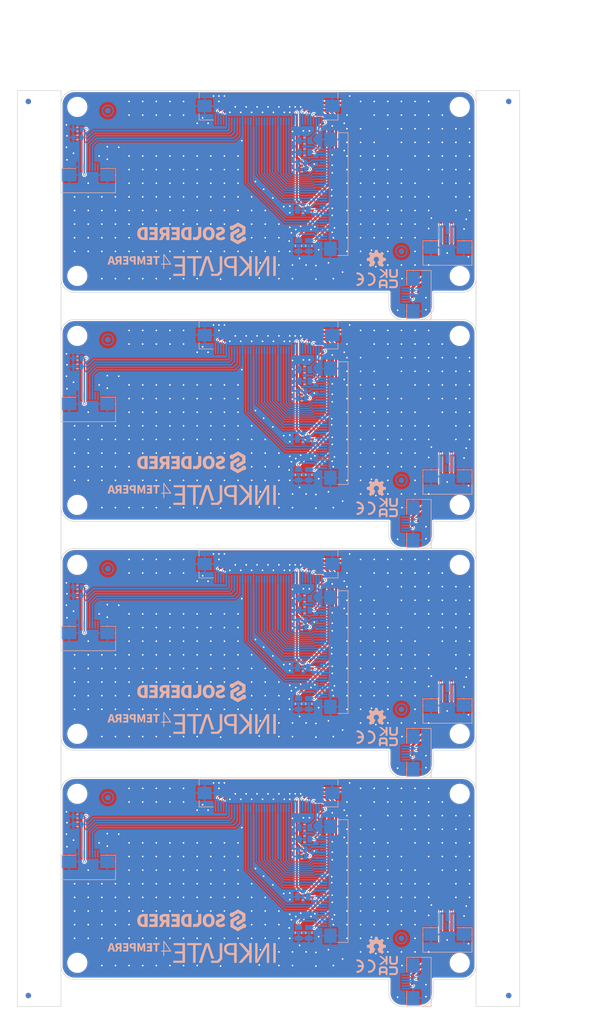
<source format=kicad_pcb>
(kicad_pcb (version 20211014) (generator pcbnew)
  (layers (0 "F.Cu" signal) (31 "B.Cu" signal) (34 "B.Paste" user) (35 "F.Paste" user) (36 "B.SilkS" user "B.Silkscreen") (37 "F.SilkS" user "F.Silkscreen") (38 "B.Mask" user) (39 "F.Mask" user) (44 "Edge.Cuts" user))
  (net 0 "")
  (net 1 "Board_0-3V3-EINK")
  (net 2 "Board_0-3V3_TOUCH")
  (net 3 "Board_0-BCK_ANODE")
  (net 4 "Board_0-BCK_CATHODE")
  (net 5 "Board_0-EPD_CKV")
  (net 6 "Board_0-EPD_CL")
  (net 7 "Board_0-EPD_D0")
  (net 8 "Board_0-EPD_D1")
  (net 9 "Board_0-EPD_D2")
  (net 10 "Board_0-EPD_D3")
  (net 11 "Board_0-EPD_D4")
  (net 12 "Board_0-EPD_D5")
  (net 13 "Board_0-EPD_D6")
  (net 14 "Board_0-EPD_D7")
  (net 15 "Board_0-EPD_GMODE")
  (net 16 "Board_0-EPD_LE")
  (net 17 "Board_0-EPD_OE")
  (net 18 "Board_0-EPD_SPH")
  (net 19 "Board_0-EPD_SPV")
  (net 20 "Board_0-GND")
  (net 21 "Board_0-I2C_SCL_B")
  (net 22 "Board_0-I2C_SDA_B")
  (net 23 "Board_0-TOUCH_INT_B")
  (net 24 "Board_0-TOUCH_RESET_B")
  (net 25 "Board_0-VCOM")
  (net 26 "Board_0-VDDH")
  (net 27 "Board_0-VEE")
  (net 28 "Board_0-VNEG")
  (net 29 "Board_0-VPOS")
  (net 30 "Board_0-unconnected-(K1-Pad3)")
  (net 31 "Board_0-unconnected-(K1-Pad4)")
  (net 32 "Board_0-unconnected-(K2-Pad1)")
  (net 33 "Board_0-unconnected-(K2-Pad2)")
  (net 34 "Board_0-unconnected-(K3-Pad22)")
  (net 35 "Board_0-unconnected-(K3-Pad24)")
  (net 36 "Board_0-unconnected-(K3-Pad29)")
  (net 37 "Board_0-unconnected-(K3-Pad32)")
  (net 38 "Board_0-unconnected-(K3-Pad4)")
  (net 39 "Board_0-unconnected-(K3-Pad6)")
  (net 40 "Board_0-unconnected-(K6-Pad3)")
  (net 41 "Board_0-unconnected-(K6-Pad4)")
  (net 42 "Board_1-3V3-EINK")
  (net 43 "Board_1-3V3_TOUCH")
  (net 44 "Board_1-BCK_ANODE")
  (net 45 "Board_1-BCK_CATHODE")
  (net 46 "Board_1-EPD_CKV")
  (net 47 "Board_1-EPD_CL")
  (net 48 "Board_1-EPD_D0")
  (net 49 "Board_1-EPD_D1")
  (net 50 "Board_1-EPD_D2")
  (net 51 "Board_1-EPD_D3")
  (net 52 "Board_1-EPD_D4")
  (net 53 "Board_1-EPD_D5")
  (net 54 "Board_1-EPD_D6")
  (net 55 "Board_1-EPD_D7")
  (net 56 "Board_1-EPD_GMODE")
  (net 57 "Board_1-EPD_LE")
  (net 58 "Board_1-EPD_OE")
  (net 59 "Board_1-EPD_SPH")
  (net 60 "Board_1-EPD_SPV")
  (net 61 "Board_1-GND")
  (net 62 "Board_1-I2C_SCL_B")
  (net 63 "Board_1-I2C_SDA_B")
  (net 64 "Board_1-TOUCH_INT_B")
  (net 65 "Board_1-TOUCH_RESET_B")
  (net 66 "Board_1-VCOM")
  (net 67 "Board_1-VDDH")
  (net 68 "Board_1-VEE")
  (net 69 "Board_1-VNEG")
  (net 70 "Board_1-VPOS")
  (net 71 "Board_1-unconnected-(K1-Pad3)")
  (net 72 "Board_1-unconnected-(K1-Pad4)")
  (net 73 "Board_1-unconnected-(K2-Pad1)")
  (net 74 "Board_1-unconnected-(K2-Pad2)")
  (net 75 "Board_1-unconnected-(K3-Pad22)")
  (net 76 "Board_1-unconnected-(K3-Pad24)")
  (net 77 "Board_1-unconnected-(K3-Pad29)")
  (net 78 "Board_1-unconnected-(K3-Pad32)")
  (net 79 "Board_1-unconnected-(K3-Pad4)")
  (net 80 "Board_1-unconnected-(K3-Pad6)")
  (net 81 "Board_1-unconnected-(K6-Pad3)")
  (net 82 "Board_1-unconnected-(K6-Pad4)")
  (net 83 "Board_2-3V3-EINK")
  (net 84 "Board_2-3V3_TOUCH")
  (net 85 "Board_2-BCK_ANODE")
  (net 86 "Board_2-BCK_CATHODE")
  (net 87 "Board_2-EPD_CKV")
  (net 88 "Board_2-EPD_CL")
  (net 89 "Board_2-EPD_D0")
  (net 90 "Board_2-EPD_D1")
  (net 91 "Board_2-EPD_D2")
  (net 92 "Board_2-EPD_D3")
  (net 93 "Board_2-EPD_D4")
  (net 94 "Board_2-EPD_D5")
  (net 95 "Board_2-EPD_D6")
  (net 96 "Board_2-EPD_D7")
  (net 97 "Board_2-EPD_GMODE")
  (net 98 "Board_2-EPD_LE")
  (net 99 "Board_2-EPD_OE")
  (net 100 "Board_2-EPD_SPH")
  (net 101 "Board_2-EPD_SPV")
  (net 102 "Board_2-GND")
  (net 103 "Board_2-I2C_SCL_B")
  (net 104 "Board_2-I2C_SDA_B")
  (net 105 "Board_2-TOUCH_INT_B")
  (net 106 "Board_2-TOUCH_RESET_B")
  (net 107 "Board_2-VCOM")
  (net 108 "Board_2-VDDH")
  (net 109 "Board_2-VEE")
  (net 110 "Board_2-VNEG")
  (net 111 "Board_2-VPOS")
  (net 112 "Board_2-unconnected-(K1-Pad3)")
  (net 113 "Board_2-unconnected-(K1-Pad4)")
  (net 114 "Board_2-unconnected-(K2-Pad1)")
  (net 115 "Board_2-unconnected-(K2-Pad2)")
  (net 116 "Board_2-unconnected-(K3-Pad22)")
  (net 117 "Board_2-unconnected-(K3-Pad24)")
  (net 118 "Board_2-unconnected-(K3-Pad29)")
  (net 119 "Board_2-unconnected-(K3-Pad32)")
  (net 120 "Board_2-unconnected-(K3-Pad4)")
  (net 121 "Board_2-unconnected-(K3-Pad6)")
  (net 122 "Board_2-unconnected-(K6-Pad3)")
  (net 123 "Board_2-unconnected-(K6-Pad4)")
  (net 124 "Board_3-3V3-EINK")
  (net 125 "Board_3-3V3_TOUCH")
  (net 126 "Board_3-BCK_ANODE")
  (net 127 "Board_3-BCK_CATHODE")
  (net 128 "Board_3-EPD_CKV")
  (net 129 "Board_3-EPD_CL")
  (net 130 "Board_3-EPD_D0")
  (net 131 "Board_3-EPD_D1")
  (net 132 "Board_3-EPD_D2")
  (net 133 "Board_3-EPD_D3")
  (net 134 "Board_3-EPD_D4")
  (net 135 "Board_3-EPD_D5")
  (net 136 "Board_3-EPD_D6")
  (net 137 "Board_3-EPD_D7")
  (net 138 "Board_3-EPD_GMODE")
  (net 139 "Board_3-EPD_LE")
  (net 140 "Board_3-EPD_OE")
  (net 141 "Board_3-EPD_SPH")
  (net 142 "Board_3-EPD_SPV")
  (net 143 "Board_3-GND")
  (net 144 "Board_3-I2C_SCL_B")
  (net 145 "Board_3-I2C_SDA_B")
  (net 146 "Board_3-TOUCH_INT_B")
  (net 147 "Board_3-TOUCH_RESET_B")
  (net 148 "Board_3-VCOM")
  (net 149 "Board_3-VDDH")
  (net 150 "Board_3-VEE")
  (net 151 "Board_3-VNEG")
  (net 152 "Board_3-VPOS")
  (net 153 "Board_3-unconnected-(K1-Pad3)")
  (net 154 "Board_3-unconnected-(K1-Pad4)")
  (net 155 "Board_3-unconnected-(K2-Pad1)")
  (net 156 "Board_3-unconnected-(K2-Pad2)")
  (net 157 "Board_3-unconnected-(K3-Pad22)")
  (net 158 "Board_3-unconnected-(K3-Pad24)")
  (net 159 "Board_3-unconnected-(K3-Pad29)")
  (net 160 "Board_3-unconnected-(K3-Pad32)")
  (net 161 "Board_3-unconnected-(K3-Pad4)")
  (net 162 "Board_3-unconnected-(K3-Pad6)")
  (net 163 "Board_3-unconnected-(K6-Pad3)")
  (net 164 "Board_3-unconnected-(K6-Pad4)")
  (footprint "e-radionica.com footprinti:HOLE_3.2mm" (layer "F.Cu") (at 85.099995 74.000007)
    (fp_text reference "H1" hide)
    (fp_text value "HOLE_3.2mm" hide)
  )
  (footprint "e-radionica.com footprinti:HOLE_3.2mm" (layer "F.Cu") (at 85.099995 147.00002)
    (fp_text reference "H2" hide)
    (fp_text value "HOLE_3.2mm" hide)
  )
  (footprint "e-radionica.com footprinti:HOLE_3.2mm" (layer "F.Cu") (at 14.899995 105.000007)
    (fp_text reference "H4" hide)
    (fp_text value "HOLE_3.2mm" hide)
  )
  (footprint "Soldered Graphics:Version1.2.0" (layer "F.Cu") (at 81.899995 191.300033)
    (fp_text reference "REF**" hide)
    (fp_text value "Version1.2.0" hide)
  )
  (footprint "e-radionica.com footprinti:HOLE_3.2mm" (layer "F.Cu") (at 14.899995 74.000007)
    (fp_text reference "H3" hide)
    (fp_text value "HOLE_3.2mm" hide)
  )
  (footprint "e-radionica.com footprinti:HOLE_3.2mm" (layer "F.Cu") (at 14.899995 116.00002)
    (fp_text reference "H3" hide)
    (fp_text value "HOLE_3.2mm" hide)
  )
  (footprint "e-radionica.com footprinti:JS05A-40P-050-3-4" (layer "F.Cu") (at 29.599995 188.000033)
    (fp_text reference "K5" hide)
    (fp_text value "JS05A-40P-050-3-4")
  )
  (footprint "Soldered Graphics:Logo-Back-UKCA-3.5mm" (layer "F.Cu") (at 71.999995 105.500007)
    (fp_text reference "REF**" hide)
    (fp_text value "Logo-Back-UKCA-3.5mm" hide)
  )
  (footprint "Fiducial" (layer "F.Cu") (at 94.098999 30.998994)
    (fp_text reference "REF**" hide)
    (fp_text value "Fiducial" hide)
  )
  (footprint "Soldered Graphics:Logo-Back-OSH-3.5mm" (layer "F.Cu") (at 69.799995 143.80002)
    (fp_text reference "G***" hide)
    (fp_text value "LOGO" hide)
  )
  (footprint "e-radionica.com footprinti:JS05A-40P-050-3-4" (layer "F.Cu") (at 29.599995 104.000007)
    (fp_text reference "K5" hide)
    (fp_text value "JS05A-40P-050-3-4")
  )
  (footprint "Fiducial" (layer "F.Cu") (at 5.901995 195.001032)
    (fp_text reference "REF**" hide)
    (fp_text value "Fiducial" hide)
  )
  (footprint "e-radionica.com footprinti:HOLE_3.2mm" (layer "F.Cu") (at 14.899995 147.00002)
    (fp_text reference "H4" hide)
    (fp_text value "HOLE_3.2mm" hide)
  )
  (footprint "e-radionica.com footprinti:HOLE_3.2mm" (layer "F.Cu") (at 14.899995 31.999994)
    (fp_text reference "H3" hide)
    (fp_text value "HOLE_3.2mm" hide)
  )
  (footprint "Soldered Graphics:Logo-Back-OSH-3.5mm" (layer "F.Cu") (at 69.799995 185.800033)
    (fp_text reference "G***" hide)
    (fp_text value "LOGO" hide)
  )
  (footprint "e-radionica.com footprinti:HOLE_3.2mm" (layer "F.Cu") (at 85.099995 116.00002)
    (fp_text reference "H1" hide)
    (fp_text value "HOLE_3.2mm" hide)
  )
  (footprint "Soldered Graphics:Version1.2.0" (layer "F.Cu") (at 81.899995 107.300007)
    (fp_text reference "REF**" hide)
    (fp_text value "Version1.2.0" hide)
  )
  (footprint "Soldered Graphics:Logo-Back-UKCA-3.5mm" (layer "F.Cu") (at 71.999995 63.499994)
    (fp_text reference "REF**" hide)
    (fp_text value "Logo-Back-UKCA-3.5mm" hide)
  )
  (footprint "Soldered Graphics:Logo-Back-OSH-3.5mm" (layer "F.Cu") (at 69.799995 59.799994)
    (fp_text reference "G***" hide)
    (fp_text value "LOGO" hide)
  )
  (footprint "e-radionica.com footprinti:HOLE_3.2mm" (layer "F.Cu") (at 14.899995 189.000033)
    (fp_text reference "H4" hide)
    (fp_text value "HOLE_3.2mm" hide)
  )
  (footprint "Soldered Graphics:Logo-Back-CE-3.5mm" (layer "F.Cu") (at 67.899995 105.600007)
    (fp_text reference "REF**" hide)
    (fp_text value "Logo-Back-CE-3.5mm" hide)
  )
  (footprint "Soldered Graphics:Logo-Back-CE-3.5mm" (layer "F.Cu") (at 67.899995 147.60002)
    (fp_text reference "REF**" hide)
    (fp_text value "Logo-Back-CE-3.5mm" hide)
  )
  (footprint "Soldered Graphics:Version1.2.0" (layer "F.Cu") (at 81.899995 149.30002)
    (fp_text reference "REF**" hide)
    (fp_text value "Version1.2.0" hide)
  )
  (footprint "Soldered Graphics:Logo-Back-SolderedFULL-20mm" (layer "F.Cu") (at 35.899995 139.20002)
    (fp_text reference "REF**" hide)
    (fp_text value "Logo-Front-SolderedFULL-20mm" hide)
  )
  (footprint "e-radionica.com footprinti:JS05A-40P-050-3-4" (layer "F.Cu") (at 29.599995 61.999994)
    (fp_text reference "K5" hide)
    (fp_text value "JS05A-40P-050-3-4")
  )
  (footprint "e-radionica.com footprinti:HOLE_3.2mm" (layer "F.Cu") (at 85.099995 189.000033)
    (fp_text reference "H2" hide)
    (fp_text value "HOLE_3.2mm" hide)
  )
  (footprint "Soldered Graphics:Logo-Back-CE-3.5mm" (layer "F.Cu") (at 67.899995 63.599994)
    (fp_text reference "REF**" hide)
    (fp_text value "Logo-Back-CE-3.5mm" hide)
  )
  (footprint "Soldered Graphics:Logo-Back-SolderedFULL-20mm" (layer "F.Cu") (at 35.899995 181.200033)
    (fp_text reference "REF**" hide)
    (fp_text value "Logo-Front-SolderedFULL-20mm" hide)
  )
  (footprint "e-radionica.com footprinti:HOLE_3.2mm" (layer "F.Cu") (at 85.099995 158.000033)
    (fp_text reference "H1" hide)
    (fp_text value "HOLE_3.2mm" hide)
  )
  (footprint "Soldered Graphics:Logo-Back-SolderedFULL-20mm" (layer "F.Cu") (at 35.899995 97.200007)
    (fp_text reference "REF**" hide)
    (fp_text value "Logo-Front-SolderedFULL-20mm" hide)
  )
  (footprint "Soldered Graphics:Logo-Back-CE-3.5mm" (layer "F.Cu") (at 67.899995 189.600033)
    (fp_text reference "REF**" hide)
    (fp_text value "Logo-Back-CE-3.5mm" hide)
  )
  (footprint "e-radionica.com footprinti:JS05A-40P-050-3-4" (layer "F.Cu") (at 29.599995 146.00002)
    (fp_text reference "K5" hide)
    (fp_text value "JS05A-40P-050-3-4")
  )
  (footprint "e-radionica.com footprinti:HOLE_3.2mm" (layer "F.Cu") (at 85.099995 31.999994)
    (fp_text reference "H1" hide)
    (fp_text value "HOLE_3.2mm" hide)
  )
  (footprint "Fiducial" (layer "F.Cu") (at 5.901995 30.998994)
    (fp_text reference "REF**" hide)
    (fp_text value "Fiducial" hide)
  )
  (footprint "Soldered Graphics:Version1.2.0" (layer "F.Cu") (at 81.899995 65.299994)
    (fp_text reference "REF**" hide)
    (fp_text value "Version1.2.0" hide)
  )
  (footprint "Soldered Graphics:Logo-Back-UKCA-3.5mm" (layer "F.Cu") (at 71.999995 189.500033)
    (fp_text reference "REF**" hide)
    (fp_text value "Logo-Back-UKCA-3.5mm" hide)
  )
  (footprint "Fiducial" (layer "F.Cu") (at 94.098999 195.001032)
    (fp_text reference "REF**" hide)
    (fp_text value "Fiducial" hide)
  )
  (footprint "Soldered Graphics:Logo-Back-OSH-3.5mm" (layer "F.Cu") (at 69.799995 101.800007)
    (fp_text reference "G***" hide)
    (fp_text value "LOGO" hide)
  )
  (footprint "Soldered Graphics:Logo-Back-SolderedFULL-20mm" (layer "F.Cu") (at 35.899995 55.199994)
    (fp_text reference "REF**" hide)
    (fp_text value "Logo-Front-SolderedFULL-20mm" hide)
  )
  (footprint "e-radionica.com footprinti:HOLE_3.2mm" (layer "F.Cu") (at 14.899995 62.999994)
    (fp_text reference "H4" hide)
    (fp_text value "HOLE_3.2mm" hide)
  )
  (footprint "e-radionica.com footprinti:HOLE_3.2mm" (layer "F.Cu") (at 85.099995 105.000007)
    (fp_text reference "H2" hide)
    (fp_text value "HOLE_3.2mm" hide)
  )
  (footprint "e-radionica.com footprinti:HOLE_3.2mm" (layer "F.Cu") (at 14.899995 158.000033)
    (fp_text reference "H3" hide)
    (fp_text value "HOLE_3.2mm" hide)
  )
  (footprint "e-radionica.com footprinti:HOLE_3.2mm" (layer "F.Cu") (at 85.099995 62.999994)
    (fp_text reference "H2" hide)
    (fp_text value "HOLE_3.2mm" hide)
  )
  (footprint "Soldered Graphics:Logo-Back-UKCA-3.5mm" (layer "F.Cu") (at 71.999995 147.50002)
    (fp_text reference "REF**" hide)
    (fp_text value "Logo-Back-UKCA-3.5mm" hide)
  )
  (footprint "Fiducial" (layer "B.Cu") (at 94.098999 195.001032)
    (fp_text reference "REF**" hide)
    (fp_text value "Fiducial" hide)
  )
  (footprint "Soldered Graphics:Logo-Front-Inkplate-4-TEMPERA" (layer "B.Cu") (at 35.899995 60.999994 180)
    (fp_text reference "REF**" hide)
    (fp_text value "Logo-Front-Inkplate-4-TEMPERA" hide)
  )
  (footprint "e-radionica.com footprinti:0603R" (layer "B.Cu") (at 14.899995 162.100033 180)
    (fp_text reference "R1")
    (fp_text value "100k")
  )
  (footprint "e-radionica.com footprinti:0603R" (layer "B.Cu") (at 14.899995 78.100007 180)
    (fp_text reference "R1")
    (fp_text value "100k")
  )
  (footprint "e-radionica.com footprinti:0805C" (layer "B.Cu") (at 57.399995 183.500033 90)
    (fp_text reference "C7")
    (fp_text value "4u7-TMK212AB7475KG-T")
  )
  (footprint "e-radionica.com footprinti:0603C" (layer "B.Cu") (at 56.099995 43.499994)
    (fp_text reference "C2")
    (fp_text value "4u7")
  )
  (footprint "e-radionica.com footprinti:0805C" (layer "B.Cu") (at 55.499995 57.499994 90)
    (fp_text reference "C6")
    (fp_text value "4u7-TMK212AB7475KG-T")
  )
  (footprint "e-radionica.com footprinti:SFV8R-1STBE1HLF" (layer "B.Cu") (at 16.919995 169.000033 180)
    (fp_text reference "K2")
    (fp_text value "SFV8R-1STBE1HLF")
  )
  (footprint "e-radionica.com footprinti:SFV6R-1STBE1HLF" (layer "B.Cu") (at 75.099995 150.50002 -90)
    (fp_text reference "K6")
    (fp_text value "DNP")
  )
  (footprint "Soldered Graphics:Logo-Front-Inkplate-4-TEMPERA" (layer "B.Cu") (at 35.899995 145.00002 180)
    (fp_text reference "REF**" hide)
    (fp_text value "Logo-Front-Inkplate-4-TEMPERA" hide)
  )
  (footprint "e-radionica.com footprinti:0805C" (layer "B.Cu") (at 56.599995 80.200007)
    (fp_text reference "C3")
    (fp_text value "4u7-TMK212AB7475KG-T")
  )
  (footprint "e-radionica.com footprinti:0603C" (layer "B.Cu") (at 56.099995 85.500007)
    (fp_text reference "C2")
    (fp_text value "4u7")
  )
  (footprint "e-radionica.com footprinti:SFV34R-3STBE1HLF" (layer "B.Cu") (at 60.399995 47.999994 -90)
    (fp_text reference "K3")
    (fp_text value "SFV34R-3STBE1HLF")
  )
  (footprint "e-radionica.com footprinti:0805C" (layer "B.Cu") (at 56.599995 124.30002)
    (fp_text reference "C4")
    (fp_text value "4u7-TMK212AB7475KG-T")
  )
  (footprint "Fiducial" (layer "B.Cu") (at 5.901995 195.001032)
    (fp_text reference "REF**" hide)
    (fp_text value "Fiducial" hide)
  )
  (footprint "e-radionica.com footprinti:0603R" (layer "B.Cu") (at 14.899995 120.10002 180)
    (fp_text reference "R1")
    (fp_text value "100k")
  )
  (footprint "e-radionica.com footprinti:FIDUCIAL_23" (layer "B.Cu") (at 74.399995 58.499994 180)
    (fp_text reference "FD1")
    (fp_text value "FIDUCIAL")
  )
  (footprint "e-radionica.com footprinti:0603C" (layer "B.Cu") (at 14.899995 163.600033)
    (fp_text reference "C1")
    (fp_text value "100n")
  )
  (footprint "e-radionica.com footprinti:0805C" (layer "B.Cu") (at 56.299995 50.899994)
    (fp_text reference "C5")
    (fp_text value "4u7-TMK212AB7475KG-T")
  )
  (footprint "e-radionica.com footprinti:FIDUCIAL_23" (layer "B.Cu") (at 74.399995 100.500007 180)
    (fp_text reference "FD1")
    (fp_text value "FIDUCIAL")
  )
  (footprint "e-radionica.com footprinti:0603C" (layer "B.Cu") (at 14.899995 79.600007)
    (fp_text reference "C1")
    (fp_text value "100n")
  )
  (footprint "e-radionica.com footprinti:62684-401100AHLF" (layer "B.Cu") (at 49.999995 75.000007)
    (fp_text reference "K4")
    (fp_text value "62684-402100AHLF")
  )
  (footprint "e-radionica.com footprinti:62684-401100AHLF" (layer "B.Cu") (at 49.999995 32.999994)
    (fp_text reference "K4")
    (fp_text value "62684-402100AHLF")
  )
  (footprint "e-radionica.com footprinti:0805C" (layer "B.Cu") (at 56.299995 92.900007)
    (fp_text reference "C5")
    (fp_text value "4u7-TMK212AB7475KG-T")
  )
  (footprint "e-radionica.com footprinti:SFV6R-1STBE1HLF" (layer "B.Cu") (at 75.099995 108.500007 -90)
    (fp_text reference "K6")
    (fp_text value "DNP")
  )
  (footprint "e-radionica.com footprinti:SFV6R-1STBE1HLF" (layer "B.Cu") (at 82.849995 98.300007 180)
    (fp_text reference "K1")
    (fp_text value "SFV6R-1STBE1HLF")
  )
  (footprint "Fiducial" (layer "B.Cu") (at 94.098999 30.998994)
    (fp_text reference "REF**" hide)
    (fp_text value "Fiducial" hide)
  )
  (footprint "e-radionica.com footprinti:0805C" (layer "B.Cu") (at 57.399995 99.500007 90)
    (fp_text reference "C7")
    (fp_text value "4u7-TMK212AB7475KG-T")
  )
  (footprint "e-radionica.com footprinti:FIDUCIAL_23" (layer "B.Cu") (at 74.399995 142.50002 180)
    (fp_text reference "FD1")
    (fp_text value "FIDUCIAL")
  )
  (footprint "e-radionica.com footprinti:0603C" (layer "B.Cu") (at 56.099995 168.100033 180)
    (fp_text reference "C8")
    (fp_text value "100n")
  )
  (footprint "e-radionica.com footprinti:SFV8R-1STBE1HLF" (layer "B.Cu") (at 16.919995 85.000007 180)
    (fp_text reference "K2")
    (fp_text value "SFV8R-1STBE1HLF")
  )
  (footprint "e-radionica.com footprinti:0603C" (layer "B.Cu") (at 14.899995 121.60002)
    (fp_text reference "C1")
    (fp_text value "100n")
  )
  (footprint "e-radionica.com footprinti:SFV34R-3STBE1HLF" (layer "B.Cu") (at 60.399995 132.00002 -90)
    (fp_text reference "K3")
    (fp_text value "SFV34R-3STBE1HLF")
  )
  (footprint "e-radionica.com footprinti:62684-401100AHLF" (layer "B.Cu") (at 49.999995 159.000033)
    (fp_text reference "K4")
    (fp_text value "62684-402100AHLF")
  )
  (footprint "e-radionica.com footprinti:SFV8R-1STBE1HLF" (layer "B.Cu") (at 16.919995 127.00002 180)
    (fp_text reference "K2")
    (fp_text value "SFV8R-1STBE1HLF")
  )
  (footprint "e-radionica.com footprinti:0603R" (layer "B.Cu") (at 14.899995 36.099994 180)
    (fp_text reference "R1")
    (fp_text value "100k")
  )
  (footprint "e-radionica.com footprinti:FIDUCIAL_23" (layer "B.Cu") (at 20.499995 74.700007 180)
    (fp_text reference "FD2")
    (fp_text value "FIDUCIAL")
  )
  (footprint "e-radionica.com footprinti:FIDUCIAL_23" (layer "B.Cu") (at 20.499995 158.700033 180)
    (fp_text reference "FD2")
    (fp_text value "FIDUCIAL")
  )
  (footprint "e-radionica.com footprinti:0805C" (layer "B.Cu") (at 56.299995 176.900033)
    (fp_text reference "C5")
    (fp_text value "4u7-TMK212AB7475KG-T")
  )
  (footprint "e-radionica.com footprinti:SFV6R-1STBE1HLF" (layer "B.Cu") (at 82.849995 56.299994 180)
    (fp_text reference "K1")
    (fp_text value "SFV6R-1STBE1HLF")
  )
  (footprint "e-radionica.com footprinti:SFV34R-3STBE1HLF" (layer "B.Cu") (at 60.399995 90.000007 -90)
    (fp_text reference "K3")
    (fp_text value "SFV34R-3STBE1HLF")
  )
  (footprint "Soldered Graphics:Logo-Front-Inkplate-4-TEMPERA" (layer "B.Cu") (at 35.899995 103.000007 180)
    (fp_text reference "REF**" hide)
    (fp_text value "Logo-Front-Inkplate-4-TEMPERA" hide)
  )
  (footprint "e-radionica.com footprinti:0805C" (layer "B.Cu") (at 56.599995 38.199994)
    (fp_text reference "C3")
    (fp_text value "4u7-TMK212AB7475KG-T")
  )
  (footprint "e-radionica.com footprinti:SFV6R-1STBE1HLF" (layer "B.Cu") (at 75.099995 192.500033 -90)
    (fp_text reference "K6")
    (fp_text value "DNP")
  )
  (footprint "e-radionica.com footprinti:62684-401100AHLF" (layer "B.Cu") (at 49.999995 117.00002)
    (fp_text reference "K4")
    (fp_text value "62684-402100AHLF")
  )
  (footprint "Fiducial" (layer "B.Cu") (at 5.901995 30.998994)
    (fp_text reference "REF**" hide)
    (fp_text value "Fiducial" hide)
  )
  (footprint "e-radionica.com footprinti:0603C" (layer "B.Cu") (at 56.099995 84.100007 180)
    (fp_text reference "C8")
    (fp_text value "100n")
  )
  (footprint "e-radionica.com footprinti:SFV34R-3STBE1HLF" (layer "B.Cu") (at 60.399995 174.000033 -90)
    (fp_text reference "K3")
    (fp_text value "SFV34R-3STBE1HLF")
  )
  (footprint "e-radionica.com footprinti:SFV6R-1STBE1HLF" (layer "B.Cu") (at 82.849995 182.300033 180)
    (fp_text reference "K1")
    (fp_text value "SFV6R-1STBE1HLF")
  )
  (footprint "e-radionica.com footprinti:0805C" (layer "B.Cu") (at 56.599995 40.299994)
    (fp_text reference "C4")
    (fp_text value "4u7-TMK212AB7475KG-T")
  )
  (footprint "e-radionica.com footprinti:0805C" (layer "B.Cu") (at 55.499995 141.50002 90)
    (fp_text reference "C6")
    (fp_text value "4u7-TMK212AB7475KG-T")
  )
  (footprint "e-radionica.com footprinti:SFV8R-1STBE1HLF" (layer "B.Cu") (at 16.919995 42.999994 180)
    (fp_text reference "K2")
    (fp_text value "SFV8R-1STBE1HLF")
  )
  (footprint "e-radionica.com footprinti:0805C" (layer "B.Cu") (at 55.499995 183.500033 90)
    (fp_text reference "C6")
    (fp_text value "4u7-TMK212AB7475KG-T")
  )
  (footprint "e-radionica.com footprinti:0603C" (layer "B.Cu") (at 14.899995 37.599994)
    (fp_text reference "C1")
    (fp_text value "100n")
  )
  (footprint "e-radionica.com footprinti:FIDUCIAL_23" (layer "B.Cu") (at 20.499995 32.699994 180)
    (fp_text reference "FD2")
    (fp_text value "FIDUCIAL")
  )
  (footprint "e-radionica.com footprinti:0805C" (layer "B.Cu") (at 56.599995 164.200033)
    (fp_text reference "C3")
    (fp_text value "4u7-TMK212AB7475KG-T")
  )
  (footprint "e-radionica.com footprinti:0603C" (layer "B.Cu") (at 56.099995 126.10002 180)
    (fp_text reference "C8")
    (fp_text value "100n")
  )
  (footprint "e-radionica.com footprinti:0805C" (layer "B.Cu") (at 56.599995 122.20002)
    (fp_text reference "C3")
    (fp_text value "4u7-TMK212AB7475KG-T")
  )
  (footprint "e-radionica.com footprinti:0603C" (layer "B.Cu") (at 56.099995 42.099994 180)
    (fp_text reference "C8")
    (fp_text value "100n")
  )
  (footprint "e-radionica.com footprinti:0805C" (layer "B.Cu") (at 56.599995 166.300033)
    (fp_text reference "C4")
    (fp_text value "4u7-TMK212AB7475KG-T")
  )
  (footprint "Soldered Graphics:Logo-Front-Inkplate-4-TEMPERA" (layer "B.Cu") (at 35.899995 187.000033 180)
    (fp_text reference "REF**" hide)
    (fp_text value "Logo-Front-Inkplate-4-TEMPERA" hide)
  )
  (footprint "e-radionica.com footprinti:0805C" (layer "B.Cu") (at 56.299995 134.90002)
    (fp_text reference "C5")
    (fp_text value "4u7-TMK212AB7475KG-T")
  )
  (footprint "e-radionica.com footprinti:0805C" (layer "B.Cu") (at 57.399995 141.50002 90)
    (fp_text reference "C7")
    (fp_text value "4u7-TMK212AB7475KG-T")
  )
  (footprint "e-radionica.com footprinti:0805C" (layer "B.Cu") (at 55.499995 99.500007 90)
    (fp_text reference "C6")
    (fp_text value "4u7-TMK212AB7475KG-T")
  )
  (footprint "e-radionica.com footprinti:0805C" (layer "B.Cu") (at 57.399995 57.499994 90)
    (fp_text reference "C7")
    (fp_text value "4u7-TMK212AB7475KG-T")
  )
  (footprint "e-radionica.com footprinti:SFV6R-1STBE1HLF" (layer "B.Cu") (at 82.849995 140.30002 180)
    (fp_text reference "K1")
    (fp_text value "SFV6R-1STBE1HLF")
  )
  (footprint "e-radionica.com footprinti:SFV6R-1STBE1HLF" (layer "B.Cu") (at 75.099995 66.499994 -90)
    (fp_text reference "K6")
    (fp_text value "DNP")
  )
  (footprint "e-radionica.com footprinti:FIDUCIAL_23" (layer "B.Cu") (at 20.499995 116.70002 180)
    (fp_text reference "FD2")
    (fp_text value "FIDUCIAL")
  )
  (footprint "e-radionica.com footprinti:0603C" (layer "B.Cu") (at 56.099995 127.50002)
    (fp_text reference "C2")
    (fp_text value "4u7")
  )
  (footprint "e-radionica.com footprinti:0603C" (layer "B.Cu") (at 56.099995 169.500033)
    (fp_text reference "C2")
    (fp_text value "4u7")
  )
  (footprint "e-radionica.com footprinti:0805C" (layer "B.Cu") (at 56.599995 82.300007)
    (fp_text reference "C4")
    (fp_text value "4u7-TMK212AB7475KG-T")
  )
  (footprint "e-radionica.com footprinti:FIDUCIAL_23" (layer "B.Cu") (at 74.399995 184.500033 180)
    (fp_text reference "FD1")
    (fp_text value "FIDUCIAL")
  )
  (gr_line (start 13.896522 107.949805) (end 14.021249 107.972162) (layer "Edge.Cuts") (width 0.1))
  (gr_line (start 11.901008 155.000999) (end 11.900995 147.578956) (layer "Edge.Cuts") (width 0.1))
  (gr_line (start 11.927839 157.121287) (end 11.911829 157.246985) (layer "Edge.Cuts") (width 0.1))
  (gr_line (start 72.301671 195.486293) (end 72.354574 195.601435) (layer "Edge.Cuts") (width 0.1))
  (gr_line (start 74.520769 154.999005) (end 14.399994 154.999033) (layer "Edge.Cuts") (width 0.1))
  (gr_line (start 13.651263 107.886301) (end 13.773088 107.921161) (layer "Edge.Cuts") (width 0.1))
  (gr_line (start 87.577709 71.96911) (end 87.497632 71.870905) (layer "Edge.Cuts") (width 0.1))
  (gr_line (start 72.127839 152.878765) (end 72.150196 153.003492) (layer "Edge.Cuts") (width 0.1))
  (gr_line (start 80.249793 69.003466) (end 80.27215 68.878739) (layer "Edge.Cuts") (width 0.1))
  (gr_line (start 77.878694 70.998999) (end 77.926693 70.997782) (layer "Edge.Cuts") (width 0.1))
  (gr_line (start 12.502357 113.870918) (end 12.42228 113.969123) (layer "Edge.Cuts") (width 0.1))
  (gr_line (start 86.586302 113.201716) (end 86.468581 113.154693) (layer "Edge.Cuts") (width 0.1))
  (gr_line (start 79.330851 70.477739) (end 79.429096 70.397631) (layer "Edge.Cuts") (width 0.1))
  (gr_line (start 13.651312 71.113697) (end 13.531408 71.15468) (layer "Edge.Cuts") (width 0.1))
  (gr_line (start 88.049793 72.996534) (end 88.021149 72.8731) (layer "Edge.Cuts") (width 0.1))
  (gr_line (start 72.111829 110.753054) (end 72.127839 110.878752) (layer "Edge.Cuts") (width 0.1))
  (gr_line (start 72.301671 69.486254) (end 72.354574 69.601396) (layer "Edge.Cuts") (width 0.1))
  (gr_line (start 87.229096 29.602356) (end 87.130891 29.522279) (layer "Edge.Cuts") (width 0.1))
  (gr_line (start 86.468629 107.845315) (end 86.586302 107.79831) (layer "Edge.Cuts") (width 0.1))
  (gr_line (start 87.986304 190.248715) (end 88.021149 190.126939) (layer "Edge.Cuts") (width 0.1))
  (gr_line (start 11.950196 106.003479) (end 11.97884 106.126913) (layer "Edge.Cuts") (width 0.1))
  (gr_line (start 80.098298 195.48634) (end 80.145303 195.368667) (layer "Edge.Cuts") (width 0.1))
  (gr_line (start 12.154574 148.601422) (end 12.213242 148.713737) (layer "Edge.Cuts") (width 0.1))
  (gr_line (start 13.298546 191.74543) (end 13.413687 191.798336) (layer "Edge.Cuts") (width 0.1))
  (gr_line (start 79.122912 196.622505) (end 79.228757 196.552747) (layer "Edge.Cuts") (width 0.1))
  (gr_line (start 11.900995 189.578969) (end 11.900995 31.421134) (layer "Edge.Cuts") (width 0.1))
  (gr_line (start 77.799994 197.001032) (end 77.926693 196.997821) (layer "Edge.Cuts") (width 0.1))
  (gr_line (start 12.67687 71.687317) (end 12.587271 71.776919) (layer "Edge.Cuts") (width 0.1))
  (gr_line (start 88.07215 105.878752) (end 88.08816 105.753054) (layer "Edge.Cuts") (width 0.1))
  (gr_line (start 72.150185 195.003455) (end 72.17884 195.126939) (layer "Edge.Cuts") (width 0.1))
  (gr_line (start 85.726643 107.997797) (end 85.852991 107.988177) (layer "Edge.Cuts") (width 0.1))
  (gr_line (start 13.077034 113.377574) (end 12.971232 113.447305) (layer "Edge.Cuts") (width 0.1))
  (gr_line (start 87.898298 106.486314) (end 87.945321 106.368593) (layer "Edge.Cuts") (width 0.1))
  (gr_line (start 85.97874 71.027851) (end 85.853042 71.011841) (layer "Edge.Cuts") (width 0.1))
  (gr_line (start 86.103467 107.949805) (end 86.226852 107.921173) (layer "Edge.Cuts") (width 0.1))
  (gr_line (start 72.098995 194.500058) (end 72.102204 194.626681) (layer "Edge.Cuts") (width 0.1))
  (gr_line (start 72.17884 153.126926) (end 72.213685 153.248702) (layer "Edge.Cuts") (width 0.1))
  (gr_line (start 78.548677 154.886329) (end 78.668581 154.845346) (layer "Edge.Cuts") (width 0.1))
  (gr_line (start 86.468581 155.154706) (end 86.348677 155.113723) (layer "Edge.Cuts") (width 0.1))
  (gr_line (start 12.869098 149.477734) (end 12.971232 149.552734) (layer "Edge.Cuts") (width 0.1))
  (gr_line (start 79.697665 196.129096) (end 79.777709 196.030929) (layer "Edge.Cuts") (width 0.1))
  (gr_line (start 13.077034 29.377548) (end 12.971232 29.447279) (layer "Edge.Cuts") (width 0.1))
  (gr_line (start 74.473296 154.997808) (end 74.520769 154.999005) (layer "Edge.Cuts") (width 0.1))
  (gr_line (start 9.899995 196.999032) (end 11.900702 196.99974) (layer "Edge.Cuts") (width 0.1))
  (gr_line (start 12.770931 149.39769) (end 12.869098 149.477734) (layer "Edge.Cuts") (width 0.1))
  (gr_line (start 12.347251 148.92874) (end 12.42228 149.030916) (layer "Edge.Cuts") (width 0.1))
  (gr_line (start 12.277522 64.822911) (end 12.347251 64.928714) (layer "Edge.Cuts") (width 0.1))
  (gr_line (start 12.587271 71.776919) (end 12.502357 71.870905) (layer "Edge.Cuts") (width 0.1))
  (gr_line (start 72.098999 66.001) (end 72.098995 68.499993) (layer "Edge.Cuts") (width 0.1))
  (gr_line (start 79.92244 153.82298) (end 79.986723 153.713782) (layer "Edge.Cuts") (width 0.1))
  (gr_line (start 79.852709 69.928756) (end 79.92244 69.822954) (layer "Edge.Cuts") (width 0.1))
  (gr_line (start 12.0137 64.248725) (end 12.054686 64.368628) (layer "Edge.Cuts") (width 0.1))
  (gr_line (start 85.678761 71.001) (end 77.878694 70.998999) (layer "Edge.Cuts") (width 0.1))
  (gr_line (start 11.902206 31.373295) (end 11.900995 31.421134) (layer "Edge.Cuts") (width 0.1))
  (gr_line (start 87.652709 64.928756) (end 87.72244 64.822954) (layer "Edge.Cuts") (width 0.1))
  (gr_line (start 74.096572 196.949842) (end 74.221249 196.972188) (layer "Edge.Cuts") (width 0.1))
  (gr_line (start 88.049804 148.003442) (end 88.07215 147.878765) (layer "Edge.Cuts") (width 0.1))
  (gr_line (start 78.052991 154.98819) (end 78.17874 154.972175) (layer "Edge.Cuts") (width 0.1))
  (gr_line (start 85.97874 191.972188) (end 86.103417 191.949842) (layer "Edge.Cuts") (width 0.1))
  (gr_line (start 78.303417 196.949842) (end 78.426901 196.921187) (layer "Edge.Cuts") (width 0.1))
  (gr_line (start 12.422249 65.03085) (end 12.502324 65.129057) (layer "Edge.Cuts") (width 0.1))
  (gr_line (start 88.097783 73.373308) (end 88.08816 73.246959) (layer "Edge.Cuts") (width 0.1))
  (gr_line (start 88.021149 190.126939) (end 88.049804 190.003455) (layer "Edge.Cuts") (width 0.1))
  (gr_line (start 85.599999 112.999) (end 77.879122 112.999002) (layer "Edge.Cuts") (width 0.1))
  (gr_line (start 86.922955 155.377587) (end 86.813712 155.31328) (layer "Edge.Cuts") (width 0.1))
  (gr_line (start 87.229058 191.397703) (end 87.323119 191.312722) (layer "Edge.Cuts") (width 0.1))
  (gr_line (start 87.497665 155.870969) (end 87.412718 155.776945) (layer "Edge.Cuts") (width 0.1))
  (gr_line (start 87.72244 148.82298) (end 87.786747 148.713737) (layer "Edge.Cuts") (width 0.1))
  (gr_line (start 80.27215 194.878778) (end 80.28816 194.75308) (layer "Edge.Cuts") (width 0.1))
  (gr_line (start 12.587305 191.223157) (end 12.676907 191.312756) (layer "Edge.Cuts") (width 0.1))
  (gr_line (start 87.229096 71.602369) (end 87.130891 71.522292) (layer "Edge.Cuts") (width 0.1))
  (gr_line (start 86.813757 191.686761) (end 86.922955 191.622478) (layer "Edge.Cuts") (width 0.1))
  (gr_line (start 87.497632 113.870918) (end 87.412718 113.776932) (layer "Edge.Cuts") (width 0.1))
  (gr_line (start 80.28816 110.753054) (end 80.297783 110.626705) (layer "Edge.Cuts") (width 0.1))
  (gr_line (start 12.277522 190.82295) (end 12.347251 190.928753) (layer "Edge.Cuts") (width 0.1))
  (gr_line (start 12.42228 155.969136) (end 12.347251 156.071312) (layer "Edge.Cuts") (width 0.1))
  (gr_line (start 12.154574 30.398591) (end 12.101671 30.513733) (layer "Edge.Cuts") (width 0.1))
  (gr_line (start 72.254668 153.368606) (end 72.301671 153.48628) (layer "Edge.Cuts") (width 0.1))
  (gr_line (start 13.298546 113.254622) (end 13.186232 113.313291) (layer "Edge.Cuts") (width 0.1))
  (gr_line (start 13.896572 155.050223) (end 13.773137 155.078866) (layer "Edge.Cuts") (width 0.1))
  (gr_line (start 80.186304 111.248689) (end 80.221149 111.126913) (layer "Edge.Cuts") (width 0.1))
  (gr_line (start 87.786747 64.713711) (end 87.845392 64.601442) (layer "Edge.Cuts") (width 0.1))
  (gr_line (start 12.347251 64.928714) (end 12.422249 65.03085) (layer "Edge.Cuts") (width 0.1))
  (gr_line (start 85.60002 150.001019) (end 85.726693 149.997808) (layer "Edge.Cuts") (width 0.1))
  (gr_line (start 86.813757 65.686722) (end 86.922912 65.622466) (layer "Edge.Cuts") (width 0.1))
  (gr_line (start 79.122955 112.622452) (end 79.228757 112.552721) (layer "Edge.Cuts") (width 0.1))
  (gr_line (start 87.945321 106.368593) (end 87.986304 106.248689) (layer "Edge.Cuts") (width 0.1))
  (gr_line (start 11.950196 156.99656) (end 11.927839 157.121287) (layer "Edge.Cuts") (width 0.1))
  (gr_line (start 12.676907 191.312756) (end 12.770931 191.397703) (layer "Edge.Cuts") (width 0.1))
  (gr_line (start 12.213266 64.713756) (end 12.277522 64.822911) (layer "Edge.Cuts") (width 0.1))
  (gr_line (start 87.028757 29.447279) (end 86.922955 29.377548) (layer "Edge.Cuts") (width 0.1))
  (gr_line (start 87.412684 149.223144) (end 87.497632 149.129121) (layer "Edge.Cuts") (width 0.1))
  (gr_line (start 74.473296 70.997782) (end 74.521207 70.998999) (layer "Edge.Cuts") (width 0.1))
  (gr_line (start 14.021249 191.972188) (end 14.146947 191.988198) (layer "Edge.Cuts") (width 0.1))
  (gr_line (start 88.049804 156.99661) (end 88.021149 156.873126) (layer "Edge.Cuts") (width 0.1))
  (gr_line (start 12.101671 148.48628) (end 12.154574 148.601422) (layer "Edge.Cuts") (width 0.1))
  (gr_line (start 85.726693 191.997821) (end 85.852991 191.988203) (layer "Edge.Cuts") (width 0.1))
  (gr_line (start 87.945321 190.368619) (end 87.986304 190.248715) (layer "Edge.Cuts") (width 0.1))
  (gr_line (start 87.845392 106.601455) (end 87.898298 106.486314) (layer "Edge.Cuts") (width 0.1))
  (gr_line (start 88.099292 196.99974) (end 96.098999 197.001032) (layer "Edge.Cuts") (width 0.1))
  (gr_line (start 72.150196 111.003479) (end 72.17884 111.126913) (layer "Edge.Cuts") (width 0.1))
  (gr_line (start 11.900995 147.578956) (end 11.902206 147.626718) (layer "Edge.Cuts") (width 0.1))
  (gr_line (start 79.330851 154.477765) (end 79.429058 154.39769) (layer "Edge.Cuts") (width 0.1))
  (gr_line (start 3.901995 28.998994) (end 3.901995 197.001032) (layer "Edge.Cuts") (width 0.1))
  (gr_line (start 79.92244 111.822967) (end 79.986747 111.713724) (layer "Edge.Cuts") (width 0.1))
  (gr_line (start 72.301671 111.486267) (end 72.354574 111.601409) (layer "Edge.Cuts") (width 0.1))
  (gr_line (start 74.52101 112.999003) (end 14.399994 112.99902) (layer "Edge.Cuts") (width 0.1))
  (gr_line (start 96.098999 28.998994) (end 88.099709 29.000037) (layer "Edge.Cuts") (width 0.1))
  (gr_line (start 12.42228 107.030903) (end 12.502357 107.129108) (layer "Edge.Cuts") (width 0.1))
  (gr_line (start 13.773137 155.078866) (end 13.651312 155.113723) (layer "Edge.Cuts") (width 0.1))
  (gr_line (start 74.096522 112.949805) (end 74.221249 112.972162) (layer "Edge.Cuts") (width 0.1))
  (gr_line (start 11.97884 106.126913) (end 12.013685 106.248689) (layer "Edge.Cuts") (width 0.1))
  (gr_line (start 13.773088 149.921174) (end 13.896522 149.949818) (layer "Edge.Cuts") (width 0.1))
  (gr_line (start 12.054668 106.368593) (end 12.101671 106.486267) (layer "Edge.Cuts") (width 0.1))
  (gr_line (start 88.021149 64.1269) (end 88.049804 64.003416) (layer "Edge.Cuts") (width 0.1))
  (gr_line (start 74.520769 154.999005) (end 77.879579 154.999003) (layer "Edge.Cuts") (width 0.1))
  (gr_line (start 12.502324 65.129057) (end 12.587305 65.223118) (layer "Edge.Cuts") (width 0.1))
  (gr_line (start 86.586302 191.798336) (end 86.701397 191.745453) (layer "Edge.Cuts") (width 0.1))
  (gr_line (start 85.852991 149.98819) (end 85.97874 149.972175) (layer "Edge.Cuts") (width 0.1))
  (gr_line (start 85.852991 155.011862) (end 85.726643 155.002242) (layer "Edge.Cuts") (width 0.1))
  (gr_line (start 86.922955 113.377574) (end 86.813712 113.313267) (layer "Edge.Cuts") (width 0.1))
  (gr_line (start 88.098999 105.578818) (end 88.098977 112.999009) (layer "Edge.Cuts") (width 0.1))
  (gr_line (start 88.08816 115.246972) (end 88.07215 115.121274) (layer "Edge.Cuts") (width 0.1))
  (gr_line (start 73.613687 112.79831) (end 73.73136 112.845315) (layer "Edge.Cuts") (width 0.1))
  (gr_line (start 72.413242 69.713711) (end 72.477549 69.822954) (layer "Edge.Cuts") (width 0.1))
  (gr_line (start 87.986304 114.751337) (end 87.945321 114.631433) (layer "Edge.Cuts") (width 0.1))
  (gr_line (start 13.298546 149.745417) (end 13.413687 149.798323) (layer "Edge.Cuts") (width 0.1))
  (gr_line (start 12.347251 156.071312) (end 12.277522 156.177115) (layer "Edge.Cuts") (width 0.1))
  (gr_line (start 72.787305 196.223157) (end 72.876907 196.312756) (layer "Edge.Cuts") (width 0.1))
  (gr_line (start 86.701443 29.254596) (end 86.586302 29.20169) (layer "Edge.Cuts") (width 0.1))
  (gr_line (start 11.927839 63.878739) (end 11.950196 64.003466) (layer "Edge.Cuts") (width 0.1))
  (gr_line (start 13.53136 191.845341) (end 13.651263 191.886327) (layer "Edge.Cuts") (width 0.1))
  (gr_line (start 14.021299 65.972156) (end 14.146998 65.988164) (layer "Edge.Cuts") (width 0.1))
  (gr_line (start 87.986304 30.751311) (end 87.945321 30.631407) (layer "Edge.Cuts") (width 0.1))
  (gr_line (start 14.4 192.001) (end 72.098999 192.001) (layer "Edge.Cuts") (width 0.1))
  (gr_line (start 87.786723 30.286231) (end 87.72244 30.177033) (layer "Edge.Cuts") (width 0.1))
  (gr_line (start 13.413687 29.20169) (end 13.298546 29.254596) (layer "Edge.Cuts") (width 0.1))
  (gr_line (start 80.045415 69.601396) (end 80.098318 69.486254) (layer "Edge.Cuts") (width 0.1))
  (gr_line (start 12.869098 65.477708) (end 12.971232 65.552708) (layer "Edge.Cuts") (width 0.1))
  (gr_line (start 86.468629 65.845302) (end 86.586302 65.798297) (layer "Edge.Cuts") (width 0.1))
  (gr_line (start 72.876907 196.312756) (end 72.970893 196.39767) (layer "Edge.Cuts") (width 0.1))
  (gr_line (start 12.347251 190.928753) (end 12.42228 191.030929) (layer "Edge.Cuts") (width 0.1))
  (gr_line (start 73.171232 196.552747) (end 73.277034 196.622478) (layer "Edge.Cuts") (width 0.1))
  (gr_line (start 87.72244 64.822954) (end 87.786747 64.713711) (layer "Edge.Cuts") (width 0.1))
  (gr_line (start 13.413687 149.798323) (end 13.53136 149.845328) (layer "Edge.Cuts") (width 0.1))
  (gr_line (start 87.229058 149.39769) (end 87.323119 149.312709) (layer "Edge.Cuts") (width 0.1))
  (gr_line (start 11.97884 72.8731) (end 11.950196 72.996534) (layer "Edge.Cuts") (width 0.1))
  (gr_line (start 79.013712 112.686759) (end 79.122955 112.622452) (layer "Edge.Cuts") (width 0.1))
  (gr_line (start 79.612718 70.223081) (end 79.697632 70.129095) (layer "Edge.Cuts") (width 0.1))
  (gr_line (start 12.213242 156.286315) (end 12.154574 156.39863) (layer "Edge.Cuts") (width 0.1))
  (gr_line (start 79.612684 154.223144) (end 79.697632 154.129121) (layer "Edge.Cuts") (width 0.1))
  (gr_line (start 13.896572 113.05021) (end 13.773137 113.078853) (layer "Edge.Cuts") (width 0.1))
  (gr_line (start 12.101671 114.513759) (end 12.054668 114.631433) (layer "Edge.Cuts") (width 0.1))
  (gr_line (start 12.869098 29.522279) (end 12.770893 29.602356) (layer "Edge.Cuts") (width 0.1))
  (gr_line (start 72.254668 195.368619) (end 72.301671 195.486293) (layer "Edge.Cuts") (width 0.1))
  (gr_line (start 86.701443 107.745404) (end 86.813712 107.686759) (layer "Edge.Cuts") (width 0.1))
  (gr_line (start 88.021149 72.8731) (end 87.986304 72.751324) (layer "Edge.Cuts") (width 0.1))
  (gr_line (start 87.945321 72.63142) (end 87.898318 72.513746) (layer "Edge.Cuts") (width 0.1))
  (gr_line (start 87.323119 149.312709) (end 87.412684 149.223144) (layer "Edge.Cuts") (width 0.1))
  (gr_line (start 72.547251 195.928753) (end 72.622249 196.030889) (layer "Edge.Cuts") (width 0.1))
  (gr_line (start 72.127832 194.878728) (end 72.150185 195.003455) (layer "Edge.Cuts") (width 0.1))
  (gr_line (start 86.701443 113.254622) (end 86.586302 113.201716) (layer "Edge.Cuts") (width 0.1))
  (gr_line (start 87.786747 114.286302) (end 87.722467 114.177102) (layer "Edge.Cuts") (width 0.1))
  (gr_line (start 86.103417 191.949842) (end 86.226852 191.921199) (layer "Edge.Cuts") (width 0.1))
  (gr_line (start 85.726643 113.002229) (end 85.599999 112.999) (layer "Edge.Cuts") (width 0.1))
  (gr_line (start 72.098995 152.500019) (end 72.102206 152.626718) (layer "Edge.Cuts") (width 0.1))
  (gr_line (start 72.970893 196.39767) (end 73.069138 196.477778) (layer "Edge.Cuts") (width 0.1))
  (gr_line (start 72.477549 195.822993) (end 72.547251 195.928753) (layer "Edge.Cuts") (width 0.1))
  (gr_line (start 72.876907 70.312717) (end 72.970893 70.397631) (layer "Edge.Cuts") (width 0.1))
  (gr_line (start 85.852991 113.011849) (end 85.726643 113.002229) (layer "Edge.Cuts") (width 0.1))
  (gr_line (start 87.945321 30.631407) (end 87.898318 30.513733) (layer "Edge.Cuts") (width 0.1))
  (gr_line (start 12.101691 64.486301) (end 12.154597 64.601442) (layer "Edge.Cuts") (width 0.1))
  (gr_line (start 74.521207 70.998999) (end 14.321334 71.001) (layer "Edge.Cuts") (width 0.1))
  (gr_line (start 13.896572 29.050184) (end 13.773137 29.078827) (layer "Edge.Cuts") (width 0.1))
  (gr_line (start 74.346998 154.98819) (end 74.473296 154.997808) (layer "Edge.Cuts") (width 0.1))
  (gr_line (start 87.652738 190.928753) (end 87.72244 190.822993) (layer "Edge.Cuts") (width 0.1))
  (gr_line (start 74.473296 112.997795) (end 74.52101 112.999003) (layer "Edge.Cuts") (width 0.1))
  (gr_line (start 12.101671 190.486293) (end 12.154574 190.601435) (layer "Edge.Cuts") (width 0.1))
  (gr_line (start 88.021149 30.873087) (end 87.986304 30.751311) (layer "Edge.Cuts") (width 0.1))
  (gr_line (start 87.652709 72.071244) (end 87.577709 71.96911) (layer "Edge.Cuts") (width 0.1))
  (gr_line (start 12.869098 71.522292) (end 12.770893 71.602369) (layer "Edge.Cuts") (width 0.1))
  (gr_line (start 87.845392 30.398545) (end 87.786723 30.286231) (layer "Edge.Cuts") (width 0.1))
  (gr_line (start 88.097783 31.373295) (end 88.08816 31.246946) (layer "Edge.Cuts") (width 0.1))
  (gr_line (start 87.412718 107.223094) (end 87.497632 107.129108) (layer "Edge.Cuts") (width 0.1))
  (gr_line (start 88.049804 190.003455) (end 88.07215 189.878778) (layer "Edge.Cuts") (width 0.1))
  (gr_line (start 86.586302 155.201729) (end 86.468581 155.154706) (layer "Edge.Cuts") (width 0.1))
  (gr_line (start 86.922912 65.622466) (end 87.028757 65.552708) (layer "Edge.Cuts") (width 0.1))
  (gr_line (start 88.098999 71.001024) (end 88.098999 73.421267) (layer "Edge.Cuts") (width 0.1))
  (gr_line (start 80.297783 110.626705) (end 80.301 110.5) (layer "Edge.Cuts") (width 0.1))
  (gr_line (start 86.922955 29.377548) (end 86.813757 29.313265) (layer "Edge.Cuts") (width 0.1))
  (gr_line (start 87.229096 113.602382) (end 87.130851 113.522274) (layer "Edge.Cuts") (width 0.1))
  (gr_line (start 85.599999 154.999) (end 77.879579 154.999003) (layer "Edge.Cuts") (width 0.1))
  (gr_line (start 86.103467 65.949792) (end 86.226852 65.92116) (layer "Edge.Cuts") (width 0.1))
  (gr_line (start 79.986747 111.713724) (end 80.045415 111.601409) (layer "Edge.Cuts") (width 0.1))
  (gr_line (start 79.697632 154.129121) (end 79.77774 154.030876) (layer "Edge.Cuts") (width 0.1))
  (gr_line (start 87.028757 191.552747) (end 87.130891 191.477747) (layer "Edge.Cuts") (width 0.1))
  (gr_line (start 72.354574 111.601409) (end 72.413242 111.713724) (layer "Edge.Cuts") (width 0.1))
  (gr_line (start 12.770931 191.397703) (end 12.869098 191.477747) (layer "Edge.Cuts") (width 0.1))
  (gr_line (start 88.07215 63.878739) (end 88.08816 63.753041) (layer "Edge.Cuts") (width 0.1))
  (gr_line (start 72.098999 192.001) (end 72.098995 194.500058) (layer "Edge.Cuts") (width 0.1))
  (gr_line (start 86.226852 65.92116) (end 86.348677 65.886303) (layer "Edge.Cuts") (width 0.1))
  (gr_line (start 79.77774 112.030863) (end 79.852709 111.928769) (layer "Edge.Cuts") (width 0.1))
  (gr_line (start 11.950196 72.996534) (end 11.927839 73.121261) (layer "Edge.Cuts") (width 0.1))
  (gr_line (start 72.413242 111.713724) (end 72.477549 111.822967) (layer "Edge.Cuts") (width 0.1))
  (gr_line (start 73.851312 154.886329) (end 73.973137 154.921186) (layer "Edge.Cuts") (width 0.1))
  (gr_line (start 72.102204 194.626681) (end 72.111824 194.753029) (layer "Edge.Cuts") (width 0.1))
  (gr_line (start 12.013685 30.751311) (end 11.97884 30.873087) (layer "Edge.Cuts") (width 0.1))
  (gr_line (start 80.249793 153.003492) (end 80.27215 152.878765) (layer "Edge.Cuts") (width 0.1))
  (gr_line (start 11.911829 189.75308) (end 11.927839 189.878778) (layer "Edge.Cuts") (width 0.1))
  (gr_line (start 88.097783 189.626731) (end 88.098999 189.578834) (layer "Edge.Cuts") (width 0.1))
  (gr_line (start 86.226852 107.921173) (end 86.348677 107.886316) (layer "Edge.Cuts") (width 0.1))
  (gr_line (start 13.651263 191.886327) (end 13.773088 191.921187) (layer "Edge.Cuts") (width 0.1))
  (gr_line (start 11.950196 30.996521) (end 11.927839 31.121248) (layer "Edge.Cuts") (width 0.1))
  (gr_line (start 73.851312 70.886303) (end 73.973137 70.92116) (layer "Edge.Cuts") (width 0.1))
  (gr_line (start 13.186232 29.313265) (end 13.077034 29.377548) (layer "Edge.Cuts") (width 0.1))
  (gr_line (start 12.587305 107.223131) (end 12.67687 107.312696) (layer "Edge.Cuts") (width 0.1))
  (gr_line (start 87.722467 114.177102) (end 87.652738 114.071299) (layer "Edge.Cuts") (width 0.1))
  (gr_line (start 86.103417 149.949829) (end 86.226852 149.921186) (layer "Edge.Cuts") (width 0.1))
  (gr_line (start 87.898298 64.486301) (end 87.945321 64.36858) (layer "Edge.Cuts") (width 0.1))
  (gr_line (start 85.97874 107.972162) (end 86.103467 107.949805) (layer "Edge.Cuts") (width 0.1))
  (gr_line (start 88.07215 157.121287) (end 88.049804 156.99661) (layer "Edge.Cuts") (width 0.1))
  (gr_line (start 77.926693 70.997782) (end 78.052991 70.988164) (layer "Edge.Cuts") (width 0.1))
  (gr_line (start 12.676907 65.312717) (end 12.770931 65.397664) (layer "Edge.Cuts") (width 0.1))
  (gr_line (start 80.27215 152.878765) (end 80.28816 152.753067) (layer "Edge.Cuts") (width 0.1))
  (gr_line (start 85.97874 29.027838) (end 85.853042 29.011828) (layer "Edge.Cuts") (width 0.1))
  (gr_line (start 79.228757 112.552721) (end 79.330851 112.477752) (layer "Edge.Cuts") (width 0.1))
  (gr_line (start 86.348677 149.886329) (end 86.468629 149.845328) (layer "Edge.Cuts") (width 0.1))
  (gr_line (start 12.502357 71.870905) (end 12.42228 71.96911) (layer "Edge.Cuts") (width 0.1))
  (gr_line (start 12.67687 113.68733) (end 12.587305 113.776895) (layer "Edge.Cuts") (width 0.1))
  (gr_line (start 13.077034 65.622439) (end 13.186232 65.686722) (layer "Edge.Cuts") (width 0.1))
  (gr_line (start 79.922467 195.82295) (end 79.986747 195.71375) (layer "Edge.Cuts") (width 0.1))
  (gr_line (start 12.502357 107.129108) (end 12.587305 107.223131) (layer "Edge.Cuts") (width 0.1))
  (gr_line (start 79.429058 196.397703) (end 79.523082 196.312756) (layer "Edge.Cuts") (width 0.1))
  (gr_line (start 80.301 192.001) (end 85.60002 192.001032) (layer "Edge.Cuts") (width 0.1))
  (gr_line (start 12.054686 72.631372) (end 12.0137 72.751275) (layer "Edge.Cuts") (width 0.1))
  (gr_line (start 13.186232 65.686722) (end 13.298546 65.745391) (layer "Edge.Cuts") (width 0.1))
  (gr_line (start 12.34728 72.071244) (end 12.277549 72.177046) (layer "Edge.Cuts") (width 0.1))
  (gr_line (start 77.879579 154.999003) (end 77.926693 154.997808) (layer "Edge.Cuts") (width 0.1))
  (gr_line (start 11.950196 190.003505) (end 11.97884 190.126939) (layer "Edge.Cuts") (width 0.1))
  (gr_line (start 88.097783 157.373334) (end 88.08816 157.246985) (layer "Edge.Cuts") (width 0.1))
  (gr_line (start 80.221149 195.126939) (end 80.249793 195.003505) (layer "Edge.Cuts") (width 0.1))
  (gr_line (start 12.213242 106.713724) (end 12.277522 106.822924) (layer "Edge.Cuts") (width 0.1))
  (gr_line (start 87.323119 107.312696) (end 87.412718 107.223094) (layer "Edge.Cuts") (width 0.1))
  (gr_line (start 80.186304 69.248676) (end 80.221149 69.1269) (layer "Edge.Cuts") (width 0.1))
  (gr_line (start 13.413734 71.201683) (end 13.298546 71.254609) (layer "Edge.Cuts") (width 0.1))
  (gr_line (start 87.652738 156.071312) (end 87.577709 155.969136) (layer "Edge.Cuts") (width 0.1))
  (gr_line (start 87.412718 113.776932) (end 87.323119 113.68733) (layer "Edge.Cuts") (width 0.1))
  (gr_line (start 80.301 194.5) (end 80.301 192.001) (layer "Edge.Cuts") (width 0.1))
  (gr_line (start 87.786747 156.286315) (end 87.722467 156.177115) (layer "Edge.Cuts") (width 0.1))
  (gr_line (start 12.42228 71.96911) (end 12.34728 72.071244) (layer "Edge.Cuts") (width 0.1))
  (gr_line (start 86.348677 113.11371) (end 86.226852 113.078853) (layer "Edge.Cuts") (width 0.1))
  (gr_line (start 80.186304 153.248702) (end 80.221149 153.126926) (layer "Edge.Cuts") (width 0.1))
  (gr_line (start 79.697632 70.129095) (end 79.77774 70.03085) (layer "Edge.Cuts") (width 0.1))
  (gr_line (start 88.098999 115.42128) (end 88.097783 115.373321) (layer "Edge.Cuts") (width 0.1))
  (gr_line (start 11.950196 64.003466) (end 11.97884 64.1269) (layer "Edge.Cuts") (width 0.1))
  (gr_line (start 11.927839 115.121274) (end 11.911829 115.246972) (layer "Edge.Cuts") (width 0.1))
  (gr_line (start 12.101671 156.513772) (end 12.054668 156.631446) (layer "Edge.Cuts") (width 0.1))
  (gr_line (start 80.249793 195.003505) (end 80.27215 194.878778) (layer "Edge.Cuts") (width 0.1))
  (gr_line (start 74.346998 112.988177) (end 74.473296 112.997795) (layer "Edge.Cuts") (width 0.1))
  (gr_line (start 78.303467 70.949792) (end 78.426852 70.92116) (layer "Edge.Cuts") (width 0.1))
  (gr_line (start 13.896522 191.949831) (end 14.021249 191.972188) (layer "Edge.Cuts") (width 0.1))
  (gr_line (start 80.045415 153.601422) (end 80.098318 153.48628) (layer "Edge.Cuts") (width 0.1))
  (gr_line (start 14.273346 65.997784) (end 14.4 66.001) (layer "Edge.Cuts") (width 0.1))
  (gr_line (start 79.228757 154.552734) (end 79.330851 154.477765) (layer "Edge.Cuts") (width 0.1))
  (gr_line (start 86.103417 155.050223) (end 85.97869 155.02787) (layer "Edge.Cuts") (width 0.1))
  (gr_line (start 73.498592 154.74544) (end 73.613687 154.798323) (layer "Edge.Cuts") (width 0.1))
  (gr_line (start 12.054686 64.368628) (end 12.101691 64.486301) (layer "Edge.Cuts") (width 0.1))
  (gr_line (start 88.098999 63.57881) (end 88.098975 70.998999) (layer "Edge.Cuts") (width 0.1))
  (gr_line (start 79.330851 112.477752) (end 79.429096 112.397644) (layer "Edge.Cuts") (width 0.1))
  (gr_line (start 87.577709 29.969097) (end 87.497632 29.870892) (layer "Edge.Cuts") (width 0.1))
  (gr_line (start 87.323119 191.312722) (end 87.412684 191.223157) (layer "Edge.Cuts") (width 0.1))
  (gr_line (start 11.927839 31.121248) (end 11.911829 31.246946) (layer "Edge.Cuts") (width 0.1))
  (gr_line (start 87.898298 190.48634) (end 87.945321 190.368619) (layer "Edge.Cuts") (width 0.1))
  (gr_line (start 11.900995 115.42115) (end 11.901017 113.000997) (layer "Edge.Cuts") (width 0.1))
  (gr_line (start 79.852738 153.92874) (end 79.92244 153.82298) (layer "Edge.Cuts") (width 0.1))
  (gr_line (start 72.702324 196.129096) (end 72.787305 196.223157) (layer "Edge.Cuts") (width 0.1))
  (gr_line (start 79.013712 196.686785) (end 79.122912 196.622505) (layer "Edge.Cuts") (width 0.1))
  (gr_line (start 14.146947 107.988172) (end 14.273346 107.997797) (layer "Edge.Cuts") (width 0.1))
  (gr_line (start 73.851263 196.886327) (end 73.973088 196.921187) (layer "Edge.Cuts") (width 0.1))
  (gr_line (start 86.586302 29.20169) (end 86.468629 29.154685) (layer "Edge.Cuts") (width 0.1))
  (gr_line (start 13.531408 65.84532) (end 13.651312 65.886303) (layer "Edge.Cuts") (width 0.1))
  (gr_line (start 79.777709 196.030929) (end 79.852738 195.928753) (layer "Edge.Cuts") (width 0.1))
  (gr_line (start 13.186232 71.313278) (end 13.077034 71.377561) (layer "Edge.Cuts") (width 0.1))
  (gr_line (start 87.130891 71.522292) (end 87.028757 71.447292) (layer "Edge.Cuts") (width 0.1))
  (gr_line (start 12.587305 149.223144) (end 12.676907 149.312743) (layer "Edge.Cuts") (width 0.1))
  (gr_line (start 12.676907 149.312743) (end 12.770931 149.39769) (layer "Edge.Cuts") (width 0.1))
  (gr_line (start 13.651263 149.886314) (end 13.773088 149.921174) (layer "Edge.Cuts") (width 0.1))
  (gr_line (start 79.77774 154.030876) (end 79.852738 153.92874) (layer "Edge.Cuts") (width 0.1))
  (gr_line (start 12.42228 113.969123) (end 12.347251 114.071299) (layer "Edge.Cuts") (width 0.1))
  (gr_line (start 72.102206 110.626705) (end 72.111829 110.753054) (layer "Edge.Cuts") (width 0.1))
  (gr_line (start 78.668581 196.845359) (end 78.786302 196.798336) (layer "Edge.Cuts") (width 0.1))
  (gr_line (start 86.103467 29.050195) (end 85.97874 29.027838) (layer "Edge.Cuts") (width 0.1))
  (gr_line (start 11.902206 115.373321) (end 11.900995 115.42115) (layer "Edge.Cuts") (width 0.1))
  (gr_line (start 86.468629 29.154685) (end 86.348726 29.113699) (layer "Edge.Cuts") (width 0.1))
  (gr_line (start 12.277522 106.822924) (end 12.347251 106.928727) (layer "Edge.Cuts") (width 0.1))
  (gr_line (start 80.249793 111.003479) (end 80.27215 110.878752) (layer "Edge.Cuts") (width 0.1))
  (gr_line (start 73.851312 112.886316) (end 73.973137 112.921173) (layer "Edge.Cuts") (width 0.1))
  (gr_line (start 12.213242 148.713737) (end 12.277522 148.822937) (layer "Edge.Cuts") (width 0.1))
  (gr_line (start 88.021149 114.873113) (end 87.986304 114.751337) (layer "Edge.Cuts") (width 0.1))
  (gr_line (start 72.213685 153.248702) (end 72.254668 153.368606) (layer "Edge.Cuts") (width 0.1))
  (gr_line (start 87.323082 29.68727) (end 87.229096 29.602356) (layer "Edge.Cuts") (width 0.1))
  (gr_line (start 14.4 150.001) (end 72.098999 150.001) (layer "Edge.Cuts") (width 0.1))
  (gr_line (start 85.726693 149.997808) (end 85.852991 149.98819) (layer "Edge.Cuts") (width 0.1))
  (gr_line (start 72.213685 195.248715) (end 72.254668 195.368619) (layer "Edge.Cuts") (width 0.1))
  (gr_line (start 13.298546 29.254596) (end 13.186232 29.313265) (layer "Edge.Cuts") (width 0.1))
  (gr_line (start 80.145321 69.36858) (end 80.186304 69.248676) (layer "Edge.Cuts") (width 0.1))
  (gr_line (start 13.773137 65.92116) (end 13.896572 65.949803) (layer "Edge.Cuts") (width 0.1))
  (gr_line (start 73.277034 196.622478) (end 73.386277 196.686785) (layer "Edge.Cuts") (width 0.1))
  (gr_line (start 88.097783 115.373321) (end 88.08816 115.246972) (layer "Edge.Cuts") (width 0.1))
  (gr_line (start 9.899995 28.998994) (end 3.901995 28.998994) (layer "Edge.Cuts") (width 0.1))
  (gr_line (start 88.07215 73.121261) (end 88.049793 72.996534) (layer "Edge.Cuts") (width 0.1))
  (gr_line (start 13.298546 65.745391) (end 13.413687 65.798297) (layer "Edge.Cuts") (width 0.1))
  (gr_line (start 11.901017 113.000997) (end 11.900995 105.578943) (layer "Edge.Cuts") (width 0.1))
  (gr_line (start 72.354574 195.601435) (end 72.413266 195.713795) (layer "Edge.Cuts") (width 0.1))
  (gr_line (start 12.101671 106.486267) (end 12.154574 106.601409) (layer "Edge.Cuts") (width 0.1))
  (gr_line (start 86.586302 149.798323) (end 86.701397 149.74544) (layer "Edge.Cuts") (width 0.1))
  (gr_line (start 80.045392 195.601481) (end 80.098298 195.48634) (layer "Edge.Cuts") (width 0.1))
  (gr_line (start 88.021149 156.873126) (end 87.986304 156.75135) (layer "Edge.Cuts") (width 0.1))
  (gr_line (start 85.97869 155.02787) (end 85.852991 155.011862) (layer "Edge.Cuts") (width 0.1))
  (gr_line (start 12.502357 191.129134) (end 12.587305 191.223157) (layer "Edge.Cuts") (width 0.1))
  (gr_line (start 88.049804 114.996597) (end 88.021149 114.873113) (layer "Edge.Cuts") (width 0.1))
  (gr_line (start 79.122955 154.622465) (end 79.228757 154.552734) (layer "Edge.Cuts") (width 0.1))
  (gr_line (start 14.273346 107.997797) (end 14.4 108.001) (layer "Edge.Cuts") (width 0.1))
  (gr_line (start 12.013685 114.751337) (end 11.97884 114.873113) (layer "Edge.Cuts") (width 0.1))
  (gr_line (start 87.986304 64.248676) (end 88.021149 64.1269) (layer "Edge.Cuts") (width 0.1))
  (gr_line (start 74.221249 112.972162) (end 74.346998 112.988177) (layer "Edge.Cuts") (width 0.1))
  (gr_line (start 14.021299 29.027831) (end 13.896572 29.050184) (layer "Edge.Cuts") (width 0.1))
  (gr_line (start 87.652709 30.071231) (end 87.577709 29.969097) (layer "Edge.Cuts") (width 0.1))
  (gr_line (start 87.229058 107.397677) (end 87.323119 107.312696) (layer "Edge.Cuts") (width 0.1))
  (gr_line (start 73.386277 112.686759) (end 73.498592 112.745427) (layer "Edge.Cuts") (width 0.1))
  (gr_line (start 86.348677 107.886316) (end 86.468629 107.845315) (layer "Edge.Cuts") (width 0.1))
  (gr_line (start 72.413266 195.713795) (end 72.477549 195.822993) (layer "Edge.Cuts") (width 0.1))
  (gr_line (start 86.226852 113.078853) (end 86.103417 113.05021) (layer "Edge.Cuts") (width 0.1))
  (gr_line (start 96.098999 197.001032) (end 96.098999 28.998994) (layer "Edge.Cuts") (width 0.1))
  (gr_line (start 88.08816 105.753054) (end 88.097783 105.626705) (layer "Edge.Cuts") (width 0.1))
  (gr_line (start 73.731408 154.845346) (end 73.851312 154.886329) (layer "Edge.Cuts") (width 0.1))
  (gr_line (start 80.297783 68.626692) (end 80.301 68.5) (layer "Edge.Cuts") (width 0.1))
  (gr_line (start 72.127839 68.878739) (end 72.150196 69.003466) (layer "Edge.Cuts") (width 0.1))
  (gr_line (start 85.853042 71.011841) (end 85.726693 71.002218) (layer "Edge.Cuts") (width 0.1))
  (gr_line (start 11.97884 30.873087) (end 11.950196 30.996521) (layer "Edge.Cuts") (width 0.1))
  (gr_line (start 80.301 68.5) (end 80.301 66.000999) (layer "Edge.Cuts") (width 0.1))
  (gr_line (start 14.399994 154.999033) (end 14.273346 155.002242) (layer "Edge.Cuts") (width 0.1))
  (gr_line (start 78.786302 154.798323) (end 78.901397 154.74544) (layer "Edge.Cuts") (width 0.1))
  (gr_line (start 87.652738 148.92874) (end 87.72244 148.82298) (layer "Edge.Cuts") (width 0.1))
  (gr_line (start 11.911829 105.753054) (end 11.927839 105.878752) (layer "Edge.Cuts") (width 0.1))
  (gr_line (start 9.899995 197.001032) (end 9.899995 196.999032) (layer "Edge.Cuts") (width 0.1))
  (gr_line (start 79.013712 70.686746) (end 79.122955 70.622439) (layer "Edge.Cuts") (width 0.1))
  (gr_line (start 86.348726 71.113712) (end 86.226901 71.078852) (layer "Edge.Cuts") (width 0.1))
  (gr_line (start 88.049804 106.003429) (end 88.07215 105.878752) (layer "Edge.Cuts") (width 0.1))
  (gr_line (start 87.028757 71.447292) (end 86.922955 71.377561) (layer "Edge.Cuts") (width 0.1))
  (gr_line (start 12.67687 107.312696) (end 12.770893 107.397644) (layer "Edge.Cuts") (width 0.1))
  (gr_line (start 72.102206 152.626718) (end 72.111829 152.753067) (layer "Edge.Cuts") (width 0.1))
  (gr_line (start 11.927839 147.878765) (end 11.950196 148.003492) (layer "Edge.Cuts") (width 0.1))
  (gr_line (start 80.098318 153.48628) (end 80.145321 153.368606) (layer "Edge.Cuts") (width 0.1))
  (gr_line (start 13.298546 107.745404) (end 13.413687 107.79831) (layer "Edge.Cuts") (width 0.1))
  (gr_line (start 86.103417 113.05021) (end 85.97869 113.027857) (layer "Edge.Cuts") (width 0.1))
  (gr_line (start 87.028757 149.552734) (end 87.130891 149.477734) (layer "Edge.Cuts") (width 0.1))
  (gr_line (start 12.971232 65.552708) (end 13.077034 65.622439) (layer "Edge.Cuts") (width 0.1))
  (gr_line (start 73.069138 196.477778) (end 73.171232 196.552747) (layer "Edge.Cuts") (width 0.1))
  (gr_line (start 14.273296 71.002218) (end 14.146947 71.011841) (layer "Edge.Cuts") (width 0.1))
  (gr_line (start 87.898298 114.513712) (end 87.845392 114.398571) (layer "Edge.Cuts") (width 0.1))
  (gr_line (start 85.60002 192.001032) (end 85.726693 191.997821) (layer "Edge.Cuts") (width 0.1))
  (gr_line (start 72.87687 154.312709) (end 72.970931 154.39769) (layer "Edge.Cuts") (width 0.1))
  (gr_line (start 12.587305 29.776869) (end 12.502357 29.870892) (layer "Edge.Cuts") (width 0.1))
  (gr_line (start 86.103467 71.050208) (end 85.97874 71.027851) (layer "Edge.Cuts") (width 0.1))
  (gr_line (start 12.277522 156.177115) (end 12.213242 156.286315) (layer "Edge.Cuts") (width 0.1))
  (gr_line (start 12.971232 113.447305) (end 12.869098 113.522305) (layer "Edge.Cuts") (width 0.1))
  (gr_line (start 12.154574 156.39863) (end 12.101671 156.513772) (layer "Edge.Cuts") (width 0.1))
  (gr_line (start 73.277034 154.622465) (end 73.386277 154.686772) (layer "Edge.Cuts") (width 0.1))
  (gr_line (start 87.786747 190.71375) (end 87.845392 190.601481) (layer "Edge.Cuts") (width 0.1))
  (gr_line (start 14.021299 113.027857) (end 13.896572 113.05021) (layer "Edge.Cuts") (width 0.1))
  (gr_line (start 12.42228 191.030929) (end 12.502357 191.129134) (layer "Edge.Cuts") (width 0.1))
  (gr_line (start 86.586302 71.201703) (end 86.468629 71.154698) (layer "Edge.Cuts") (width 0.1))
  (gr_line (start 72.098999 150.001) (end 72.098995 152.500019) (layer "Edge.Cuts") (width 0.1))
  (gr_line (start 14.4 108.001) (end 72.098999 108.001) (layer "Edge.Cuts") (width 0.1))
  (gr_line (start 87.57774 191.030889) (end 87.652738 190.928753) (layer "Edge.Cuts") (width 0.1))
  (gr_line (start 74.599999 197.000999) (end 77.799994 197.001032) (layer "Edge.Cuts") (width 0.1))
  (gr_line (start 11.927839 73.121261) (end 11.911829 73.246959) (layer "Edge.Cuts") (width 0.1))
  (gr_line (start 87.577709 113.969123) (end 87.497632 113.870918) (layer "Edge.Cuts") (width 0.1))
  (gr_line (start 12.971232 149.552734) (end 13.077034 149.622465) (layer "Edge.Cuts") (width 0.1))
  (gr_line (start 14.399995 28.998994) (end 14.273346 29.002203) (layer "Edge.Cuts") (width 0.1))
  (gr_line (start 87.323082 71.687283) (end 87.229096 71.602369) (layer "Edge.Cuts") (width 0.1))
  (gr_line (start 13.531408 71.15468) (end 13.413734 71.201683) (layer "Edge.Cuts") (width 0.1))
  (gr_line (start 87.130851 107.477752) (end 87.229058 107.397677) (layer "Edge.Cuts") (width 0.1))
  (gr_line (start 12.154574 190.601435) (end 12.213242 190.71375) (layer "Edge.Cuts") (width 0.1))
  (gr_line (start 11.97884 64.1269) (end 12.0137 64.248725) (layer "Edge.Cuts") (width 0.1))
  (gr_line (start 78.786302 112.79831) (end 78.901397 112.745427) (layer "Edge.Cuts") (width 0.1))
  (gr_line (start 12.869098 113.522305) (end 12.770893 113.602382) (layer "Edge.Cuts") (width 0.1))
  (gr_line (start 78.426901 196.921187) (end 78.548726 196.886327) (layer "Edge.Cuts") (width 0.1))
  (gr_line (start 87.412684 29.776869) (end 87.323082 29.68727) (layer "Edge.Cuts") (width 0.1))
  (gr_line (start 14.146998 113.011849) (end 14.021299 113.027857) (layer "Edge.Cuts") (width 0.1))
  (gr_line (start 72.622249 154.030876) (end 72.702357 154.129121) (layer "Edge.Cuts") (width 0.1))
  (gr_line (start 87.72244 30.177033) (end 87.652709 30.071231) (layer "Edge.Cuts") (width 0.1))
  (gr_line (start 12.013685 190.248715) (end 12.054668 190.368619) (layer "Edge.Cuts") (width 0.1))
  (gr_line (start 13.413687 155.201729) (end 13.298546 155.254635) (layer "Edge.Cuts") (width 0.1))
  (gr_line (start 14.146998 65.988164) (end 14.273346 65.997784) (layer "Edge.Cuts") (width 0.1))
  (gr_line (start 14.146998 155.011862) (end 14.021299 155.02787) (layer "Edge.Cuts") (width 0.1))
  (gr_line (start 88.08816 31.246946) (end 88.07215 31.121248) (layer "Edge.Cuts") (width 0.1))
  (gr_line (start 85.726693 71.002218) (end 85.678761 71.001) (layer "Edge.Cuts") (width 0.1))
  (gr_line (start 88.098977 112.999009) (end 88.098999 115.42128) (layer "Edge.Cuts") (width 0.1))
  (gr_line (start 87.786747 106.713724) (end 87.845392 106.601455) (layer "Edge.Cuts") (width 0.1))
  (gr_line (start 12.770931 65.397664) (end 12.869098 65.477708) (layer "Edge.Cuts") (width 0.1))
  (gr_line (start 72.622249 196.030889) (end 72.702324 196.129096) (layer "Edge.Cuts") (width 0.1))
  (gr_line (start 13.077034 71.377561) (end 12.971232 71.447292) (layer "Edge.Cuts") (width 0.1))
  (gr_line (start 13.53136 149.845328) (end 13.651263 149.886314) (layer "Edge.Cuts") (width 0.1))
  (gr_line (start 13.413687 113.201716) (end 13.298546 113.254622) (layer "Edge.Cuts") (width 0.1))
  (gr_line (start 77.926693 112.997795) (end 78.052991 112.988177) (layer "Edge.Cuts") (width 0.1))
  (gr_line (start 86.468629 149.845328) (end 86.586302 149.798323) (layer "Edge.Cuts") (width 0.1))
  (gr_line (start 12.054668 30.631407) (end 12.013685 30.751311) (layer "Edge.Cuts") (width 0.1))
  (gr_line (start 85.852991 191.988203) (end 85.97874 191.972188) (layer "Edge.Cuts") (width 0.1))
  (gr_line (start 11.902206 189.626731) (end 11.911829 189.75308) (layer "Edge.Cuts") (width 0.1))
  (gr_line (start 12.347251 106.928727) (end 12.42228 107.030903) (layer "Edge.Cuts") (width 0.1))
  (gr_line (start 73.069138 112.477752) (end 73.171232 112.552721) (layer "Edge.Cuts") (width 0.1))
  (gr_line (start 78.786302 70.798297) (end 78.901397 70.745414) (layer "Edge.Cuts") (width 0.1))
  (gr_line (start 85.726693 65.997782) (end 85.852991 65.988164) (layer "Edge.Cuts") (width 0.1))
  (gr_line (start 11.900995 189.578969) (end 11.902206 189.626731) (layer "Edge.Cuts") (width 0.1))
  (gr_line (start 87.028757 155.447318) (end 86.922955 155.377587) (layer "Edge.Cuts") (width 0.1))
  (gr_line (start 78.426852 154.921186) (end 78.548677 154.886329) (layer "Edge.Cuts") (width 0.1))
  (gr_line (start 86.226852 155.078866) (end 86.103417 155.050223) (layer "Edge.Cuts") (width 0.1))
  (gr_line (start 87.722467 156.177115) (end 87.652738 156.071312) (layer "Edge.Cuts") (width 0.1))
  (gr_line (start 80.045415 111.601409) (end 80.098318 111.486267) (layer "Edge.Cuts") (width 0.1))
  (gr_line (start 13.651312 155.113723) (end 13.531408 155.154706) (layer "Edge.Cuts") (width 0.1))
  (gr_line (start 72.254668 111.368593) (end 72.301671 111.486267) (layer "Edge.Cuts") (width 0.1))
  (gr_line (start 72.098995 68.499993) (end 72.102206 68.626692) (layer "Edge.Cuts") (width 0.1))
  (gr_line (start 14.321334 71.001) (end 14.273296 71.002218) (layer "Edge.Cuts") (width 0.1))
  (gr_line (start 88.021149 148.126926) (end 88.049804 148.003442) (layer "Edge.Cuts") (width 0.1))
  (gr_line (start 87.497632 65.129095) (end 87.57774 65.03085) (layer "Edge.Cuts") (width 0.1))
  (gr_line (start 12.971232 71.447292) (end 12.869098 71.522292) (layer "Edge.Cuts") (width 0.1))
  (gr_line (start 87.412684 191.223157) (end 87.497632 191.129134) (layer "Edge.Cuts") (width 0.1))
  (gr_line (start 73.277034 112.622452) (end 73.386277 112.686759) (layer "Edge.Cuts") (width 0.1))
  (gr_line (start 85.97869 113.027857) (end 85.852991 113.011849) (layer "Edge.Cuts") (width 0.1))
  (gr_line (start 12.42228 29.969097) (end 12.347251 30.071273) (layer "Edge.Cuts") (width 0.1))
  (gr_line (start 87.845392 148.601468) (end 87.898298 148.486327) (layer "Edge.Cuts") (width 0.1))
  (gr_line (start 73.386277 70.686746) (end 73.498592 70.745414) (layer "Edge.Cuts") (width 0.1))
  (gr_line (start 79.013712 154.686772) (end 79.122955 154.622465) (layer "Edge.Cuts") (width 0.1))
  (gr_line (start 12.213242 30.286276) (end 12.154574 30.398591) (layer "Edge.Cuts") (width 0.1))
  (gr_line (start 87.898298 148.486327) (end 87.945321 148.368606) (layer "Edge.Cuts") (width 0.1))
  (gr_line (start 79.986747 195.71375) (end 80.045392 195.601481) (layer "Edge.Cuts") (width 0.1))
  (gr_line (start 12.347251 114.071299) (end 12.277522 114.177102) (layer "Edge.Cuts") (width 0.1))
  (gr_line (start 11.900995 105.578943) (end 11.902206 105.626705) (layer "Edge.Cuts") (width 0.1))
  (gr_line (start 12.154574 114.398617) (end 12.101671 114.513759) (layer "Edge.Cuts") (width 0.1))
  (gr_line (start 78.426852 112.921173) (end 78.548677 112.886316) (layer "Edge.Cuts") (width 0.1))
  (gr_line (start 12.213242 114.286302) (end 12.154574 114.398617) (layer "Edge.Cuts") (width 0.1))
  (gr_line (start 12.770931 155.602362) (end 12.676907 155.687309) (layer "Edge.Cuts") (width 0.1))
  (gr_line (start 13.186232 149.686748) (end 13.298546 149.745417) (layer "Edge.Cuts") (width 0.1))
  (gr_line (start 79.228757 70.552708) (end 79.330851 70.477739) (layer "Edge.Cuts") (width 0.1))
  (gr_line (start 74.52101 112.999003) (end 77.879122 112.999002) (layer "Edge.Cuts") (width 0.1))
  (gr_line (start 12.277522 30.177076) (end 12.213242 30.286276) (layer "Edge.Cuts") (width 0.1))
  (gr_line (start 73.973137 112.921173) (end 74.096522 112.949805) (layer "Edge.Cuts") (width 0.1))
  (gr_line (start 78.668629 112.845315) (end 78.786302 112.79831) (layer "Edge.Cuts") (width 0.1))
  (gr_line (start 73.613687 70.798297) (end 73.73136 70.845302) (layer "Edge.Cuts") (width 0.1))
  (gr_line (start 86.813757 149.686748) (end 86.922955 149.622465) (layer "Edge.Cuts") (width 0.1))
  (gr_line (start 85.852991 65.988164) (end 85.97869 65.972156) (layer "Edge.Cuts") (width 0.1))
  (gr_line (start 87.323082 155.687309) (end 87.229058 155.602362) (layer "Edge.Cuts") (width 0.1))
  (gr_line (start 11.902206 73.373308) (end 11.900995 73.421142) (layer "Edge.Cuts") (width 0.1))
  (gr_line (start 73.973088 196.921187) (end 74.096572 196.949842) (layer "Edge.Cuts") (width 0.1))
  (gr_line (start 79.523082 196.312756) (end 79.612718 196.22312) (layer "Edge.Cuts") (width 0.1))
  (gr_line (start 78.17874 70.972149) (end 78.303467 70.949792) (layer "Edge.Cuts") (width 0.1))
  (gr_line (start 72.127839 110.878752) (end 72.150196 111.003479) (layer "Edge.Cuts") (width 0.1))
  (gr_line (start 87.986304 148.248702) (end 88.021149 148.126926) (layer "Edge.Cuts") (width 0.1))
  (gr_line (start 72.213685 69.248676) (end 72.254668 69.36858) (layer "Edge.Cuts") (width 0.1))
  (gr_line (start 87.130891 191.477747) (end 87.229058 191.397703) (layer "Edge.Cuts") (width 0.1))
  (gr_line (start 87.229058 155.602362) (end 87.130891 155.522318) (layer "Edge.Cuts") (width 0.1))
  (gr_line (start 14.273346 113.002229) (end 14.146998 113.011849) (layer "Edge.Cuts") (width 0.1))
  (gr_line (start 78.303417 154.949829) (end 78.426852 154.921186) (layer "Edge.Cuts") (width 0.1))
  (gr_line (start 87.72244 106.822967) (end 87.786747 106.713724) (layer "Edge.Cuts") (width 0.1))
  (gr_line (start 78.052991 196.988203) (end 78.17869 196.972195) (layer "Edge.Cuts") (width 0.1))
  (gr_line (start 73.171232 112.552721) (end 73.277034 112.622452) (layer "Edge.Cuts") (width 0.1))
  (gr_line (start 14.4 66.001) (end 72.098999 66.001) (layer "Edge.Cuts") (width 0.1))
  (gr_line (start 73.73136 70.845302) (end 73.851312 70.886303) (layer "Edge.Cuts") (width 0.1))
  (gr_line (start 72.477549 69.822954) (end 72.54728 69.928756) (layer "Edge.Cuts") (width 0.1))
  (gr_line (start 9.899995 29.000994) (end 9.899995 28.998994) (layer "Edge.Cuts") (width 0.1))
  (gr_line (start 72.970893 112.397644) (end 73.069138 112.477752) (layer "Edge.Cuts") (width 0.1))
  (gr_line (start 80.301 110.5) (end 80.301 108.001) (layer "Edge.Cuts") (width 0.1))
  (gr_line (start 12.213242 190.71375) (end 12.277522 190.82295) (layer "Edge.Cuts") (width 0.1))
  (gr_line (start 79.986723 153.713782) (end 80.045415 153.601422) (layer "Edge.Cuts") (width 0.1))
  (gr_line (start 80.27215 110.878752) (end 80.28816 110.753054) (layer "Edge.Cuts") (width 0.1))
  (gr_line (start 11.902206 105.626705) (end 11.911829 105.753054) (layer "Edge.Cuts") (width 0.1))
  (gr_line (start 87.652738 114.071299) (end 87.577709 113.969123) (layer "Edge.Cuts") (width 0.1))
  (gr_line (start 87.497632 71.870905) (end 87.412684 71.776882) (layer "Edge.Cuts") (width 0.1))
  (gr_line (start 13.186232 155.313304) (end 13.077034 155.377587) (layer "Edge.Cuts") (width 0.1))
  (gr_line (start 87.945321 64.36858) (end 87.986304 64.248676) (layer "Edge.Cuts") (width 0.1))
  (gr_line (start 12.770893 107.397644) (end 12.869098 107.477721) (layer "Edge.Cuts") (width 0.1))
  (gr_line (start 12.971232 191.552747) (end 13.077034 191.622478) (layer "Edge.Cuts") (width 0.1))
  (gr_line (start 87.028757 107.552721) (end 87.130851 107.477752) (layer "Edge.Cuts") (width 0.1))
  (gr_line (start 13.773088 107.921161) (end 13.896522 107.949805) (layer "Edge.Cuts") (width 0.1))
  (gr_line (start 85.60002 108.001006) (end 85.726643 107.997797) (layer "Edge.Cuts") (width 0.1))
  (gr_line (start 86.586302 65.798297) (end 86.701443 65.745391) (layer "Edge.Cuts") (width 0.1))
  (gr_line (start 74.096572 154.949829) (end 74.221249 154.972175) (layer "Edge.Cuts") (width 0.1))
  (gr_line (start 11.97884 148.126926) (end 12.013685 148.248702) (layer "Edge.Cuts") (width 0.1))
  (gr_line (start 12.101671 30.513733) (end 12.054668 30.631407) (layer "Edge.Cuts") (width 0.1))
  (gr_line (start 86.813757 29.313265) (end 86.701443 29.254596) (layer "Edge.Cuts") (width 0.1))
  (gr_line (start 72.098999 108.001) (end 72.098995 110.500006) (layer "Edge.Cuts") (width 0.1))
  (gr_line (start 72.354574 69.601396) (end 72.413242 69.713711) (layer "Edge.Cuts") (width 0.1))
  (gr_line (start 78.668581 154.845346) (end 78.786302 154.798323) (layer "Edge.Cuts") (width 0.1))
  (gr_line (start 11.911829 73.246959) (end 11.902206 73.373308) (layer "Edge.Cuts") (width 0.1))
  (gr_line (start 72.150196 69.003466) (end 72.17884 69.1269) (layer "Edge.Cuts") (width 0.1))
  (gr_line (start 73.973137 154.921186) (end 74.096572 154.949829) (layer "Edge.Cuts") (width 0.1))
  (gr_line (start 86.468629 71.154698) (end 86.348726 71.113712) (layer "Edge.Cuts") (width 0.1))
  (gr_line (start 78.901397 154.74544) (end 79.013712 154.686772) (layer "Edge.Cuts") (width 0.1))
  (gr_line (start 72.477549 111.822967) (end 72.54728 111.928769) (layer "Edge.Cuts") (width 0.1))
  (gr_line (start 80.27215 68.878739) (end 80.28816 68.753041) (layer "Edge.Cuts") (width 0.1))
  (gr_line (start 79.429096 70.397631) (end 79.523119 70.312683) (layer "Edge.Cuts") (width 0.1))
  (gr_line (start 74.473296 196.997821) (end 74.599999 197.000999) (layer "Edge.Cuts") (width 0.1))
  (gr_line (start 79.429096 112.397644) (end 79.523119 112.312696) (layer "Edge.Cuts") (width 0.1))
  (gr_line (start 74.346947 196.988198) (end 74.473296 196.997821) (layer "Edge.Cuts") (width 0.1))
  (gr_line (start 72.970893 70.397631) (end 73.069138 70.477739) (layer "Edge.Cuts") (width 0.1))
  (gr_line (start 86.701443 65.745391) (end 86.813757 65.686722) (layer "Edge.Cuts") (width 0.1))
  (gr_line (start 88.08816 63.753041) (end 88.097783 63.626692) (layer "Edge.Cuts") (width 0.1))
  (gr_line (start 88.098999 73.421267) (end 88.097783 73.373308) (layer "Edge.Cuts") (width 0.1))
  (gr_line (start 88.049793 30.996521) (end 88.021149 30.873087) (layer "Edge.Cuts") (width 0.1))
  (gr_line (start 12.971232 29.447279) (end 12.869098 29.522279) (layer "Edge.Cuts") (width 0.1))
  (gr_line (start 86.922955 149.622465) (end 87.028757 149.552734) (layer "Edge.Cuts") (width 0.1))
  (gr_line (start 14.273346 29.002203) (end 14.146998 29.011823) (layer "Edge.Cuts") (width 0.1))
  (gr_line (start 12.0137 72.751275) (end 11.97884 72.8731) (layer "Edge.Cuts") (width 0.1))
  (gr_line (start 86.468581 113.154693) (end 86.348677 113.11371) (layer "Edge.Cuts") (width 0.1))
  (gr_line (start 79.612718 196.22312) (end 79.697665 196.129096) (layer "Edge.Cuts") (width 0.1))
  (gr_line (start 87.845392 72.398558) (end 87.786723 72.286244) (layer "Edge.Cuts") (width 0.1))
  (gr_line (start 11.97884 190.126939) (end 12.013685 190.248715) (layer "Edge.Cuts") (width 0.1))
  (gr_line (start 87.130891 149.477734) (end 87.229058 149.39769) (layer "Edge.Cuts") (width 0.1))
  (gr_line (start 72.254668 69.36858) (end 72.301671 69.486254) (layer "Edge.Cuts") (width 0.1))
  (gr_line (start 73.731408 196.845359) (end 73.851263 196.886327) (layer "Edge.Cuts") (width 0.1))
  (gr_line (start 87.845392 114.398571) (end 87.786747 114.286302) (layer "Edge.Cuts") (width 0.1))
  (gr_line (start 73.73136 112.845315) (end 73.851312 112.886316) (layer "Edge.Cuts") (width 0.1))
  (gr_line (start 13.531408 155.154706) (end 13.413687 155.201729) (layer "Edge.Cuts") (width 0.1))
  (gr_line (start 80.098318 69.486254) (end 80.145321 69.36858) (layer "Edge.Cuts") (width 0.1))
  (gr_line (start 14.021249 107.972162) (end 14.146947 107.988172) (layer "Edge.Cuts") (width 0.1))
  (gr_line (start 86.586302 107.79831) (end 86.701443 107.745404) (layer "Edge.Cuts") (width 0.1))
  (gr_line (start 88.08816 157.246985) (end 88.07215 157.121287) (layer "Edge.Cuts") (width 0.1))
  (gr_line (start 88.098999 31.421254) (end 88.098999 189.578834) (layer "Edge.Cuts") (width 0.1))
  (gr_line (start 87.72244 190.822993) (end 87.786747 190.71375) (layer "Edge.Cuts") (width 0.1))
  (gr_line (start 87.130851 113.522274) (end 87.028757 113.447305) (layer "Edge.Cuts") (width 0.1))
  (gr_line (start 88.099709 29.000037) (end 88.098999 31.421254) (layer "Edge.Cuts") (width 0.1))
  (gr_line (start 72.702357 70.129095) (end 72.787305 70.223118) (layer "Edge.Cuts") (width 0.1))
  (gr_line (start 13.896522 149.949818) (end 14.021249 149.972175) (layer "Edge.Cuts") (width 0.1))
  (gr_line (start 87.412684 65.223118) (end 87.497632 65.129095) (layer "Edge.Cuts") (width 0.1))
  (gr_line (start 87.786747 148.713737) (end 87.845392 148.601468) (layer "Edge.Cuts") (width 0.1))
  (gr_line (start 11.900995 31.421134) (end 11.900285 29.000037) (layer "Edge.Cuts") (width 0.1))
  (gr_line (start 88.07215 115.121274) (end 88.049804 114.996597) (layer "Edge.Cuts") (width 0.1))
  (gr_line (start 12.869098 107.477721) (end 12.971232 107.552721) (layer "Edge.Cuts") (width 0.1))
  (gr_line (start 72.111829 68.753041) (end 72.127839 68.878739) (layer "Edge.Cuts") (width 0.1))
  (gr_line (start 12.154597 72.398558) (end 12.101691 72.513699) (layer "Edge.Cuts") (width 0.1))
  (gr_line (start 79.986747 69.713711) (end 80.045415 69.601396) (layer "Edge.Cuts") (width 0.1))
  (gr_line (start 87.786723 72.286244) (end 87.72244 72.177046) (layer "Edge.Cuts") (width 0.1))
  (gr_line (start 72.787305 154.223144) (end 72.87687 154.312709) (layer "Edge.Cuts") (width 0.1))
  (gr_line (start 12.770893 71.602369) (end 12.67687 71.687317) (layer "Edge.Cuts") (width 0.1))
  (gr_line (start 13.186232 107.686735) (end 13.298546 107.745404) (layer "Edge.Cuts") (width 0.1))
  (gr_line (start 87.72244 72.177046) (end 87.652709 72.071244) (layer "Edge.Cuts") (width 0.1))
  (gr_line (start 88.07215 147.878765) (end 88.08816 147.753067) (layer "Edge.Cuts") (width 0.1))
  (gr_line (start 87.412684 71.776882) (end 87.323082 71.687283) (layer "Edge.Cuts") (width 0.1))
  (gr_line (start 12.277522 148.822937) (end 12.347251 148.92874) (layer "Edge.Cuts") (width 0.1))
  (gr_line (start 87.845392 190.601481) (end 87.898298 190.48634) (layer "Edge.Cuts") (width 0.1))
  (gr_line (start 77.926693 196.997821) (end 78.052991 196.988203) (layer "Edge.Cuts") (width 0.1))
  (gr_line (start 87.945321 156.631446) (end 87.898298 156.513725) (layer "Edge.Cuts") (width 0.1))
  (gr_line (start 12.869098 155.522318) (end 12.770931 155.602362) (layer "Edge.Cuts") (width 0.1))
  (gr_line (start 80.221149 153.126926) (end 80.249793 153.003492) (layer "Edge.Cuts") (width 0.1))
  (gr_line (start 79.122955 70.622439) (end 79.228757 70.552708) (layer "Edge.Cuts") (width 0.1))
  (gr_line (start 86.701397 191.745453) (end 86.813757 191.686761) (layer "Edge.Cuts") (width 0.1))
  (gr_line (start 11.900285 29.000037) (end 9.899995 29.000994) (layer "Edge.Cuts") (width 0.1))
  (gr_line (start 11.97884 156.873126) (end 11.950196 156.99656) (layer "Edge.Cuts") (width 0.1))
  (gr_line (start 72.54728 69.928756) (end 72.622249 70.03085) (layer "Edge.Cuts") (width 0.1))
  (gr_line (start 72.876907 112.31273) (end 72.970893 112.397644) (layer "Edge.Cuts") (width 0.1))
  (gr_line (start 12.67687 29.687304) (end 12.587305 29.776869) (layer "Edge.Cuts") (width 0.1))
  (gr_line (start 87.57774 107.030863) (end 87.652709 106.928769) (layer "Edge.Cuts") (width 0.1))
  (gr_line (start 87.845392 156.398584) (end 87.786747 156.286315) (layer "Edge.Cuts") (width 0.1))
  (gr_line (start 12.054668 148.368606) (end 12.101671 148.48628) (layer "Edge.Cuts") (width 0.1))
  (gr_line (start 13.651312 65.886303) (end 13.773137 65.92116) (layer "Edge.Cuts") (width 0.1))
  (gr_line (start 86.922955 191.622478) (end 87.028757 191.552747) (layer "Edge.Cuts") (width 0.1))
  (gr_line (start 11.950196 114.996547) (end 11.927839 115.121274) (layer "Edge.Cuts") (width 0.1))
  (gr_line (start 79.697632 112.129108) (end 79.77774 112.030863) (layer "Edge.Cuts") (width 0.1))
  (gr_line (start 73.386277 154.686772) (end 73.498592 154.74544) (layer "Edge.Cuts") (width 0.1))
  (gr_line (start 88.097783 63.626692) (end 88.098999 63.57881) (layer "Edge.Cuts") (width 0.1))
  (gr_line (start 72.17884 69.1269) (end 72.213685 69.248676) (layer "Edge.Cuts") (width 0.1))
  (gr_line (start 11.911829 147.753067) (end 11.927839 147.878765) (layer "Edge.Cuts") (width 0.1))
  (gr_line (start 80.28816 68.753041) (end 80.297783 68.626692) (layer "Edge.Cuts") (width 0.1))
  (gr_line (start 12.154574 106.601409) (end 12.213242 106.713724) (layer "Edge.Cuts") (width 0.1))
  (gr_line (start 87.130891 155.522318) (end 87.028757 155.447318) (layer "Edge.Cuts") (width 0.1))
  (gr_line (start 12.587305 65.223118) (end 12.676907 65.312717) (layer "Edge.Cuts") (width 0.1))
  (gr_line (start 73.498592 112.745427) (end 73.613687 112.79831) (layer "Edge.Cuts") (width 0.1))
  (gr_line (start 12.502357 29.870892) (end 12.42228 29.969097) (layer "Edge.Cuts") (width 0.1))
  (gr_line (start 13.651312 113.11371) (end 13.531408 113.154693) (layer "Edge.Cuts") (width 0.1))
  (gr_line (start 78.17874 112.972162) (end 78.303467 112.949805) (layer "Edge.Cuts") (width 0.1))
  (gr_line (start 12.347251 30.071273) (end 12.277522 30.177076) (layer "Edge.Cuts") (width 0.1))
  (gr_line (start 80.221149 69.1269) (end 80.249793 69.003466) (layer "Edge.Cuts") (width 0.1))
  (gr_line (start 85.6 28.999) (end 14.399995 28.998994) (layer "Edge.Cuts") (width 0.1))
  (gr_line (start 12.013685 156.75135) (end 11.97884 156.873126) (layer "Edge.Cuts") (width 0.1))
  (gr_line (start 72.622249 112.030863) (end 72.702357 112.129108) (layer "Edge.Cuts") (width 0.1))
  (gr_line (start 72.547251 153.92874) (end 72.622249 154.030876) (layer "Edge.Cuts") (width 0.1))
  (gr_line (start 73.973137 70.92116) (end 74.096522 70.949792) (layer "Edge.Cuts") (width 0.1))
  (gr_line (start 14.273346 155.002242) (end 14.146998 155.011862) (layer "Edge.Cuts") (width 0.1))
  (gr_line (start 13.186232 191.686761) (end 13.298546 191.74543) (layer "Edge.Cuts") (width 0.1))
  (gr_line (start 73.277034 70.622439) (end 73.386277 70.686746) (layer "Edge.Cuts") (width 0.1))
  (gr_line (start 12.154597 64.601442) (end 12.213266 64.713756) (layer "Edge.Cuts") (width 0.1))
  (gr_line (start 78.901397 70.745414) (end 79.013712 70.686746) (layer "Edge.Cuts") (width 0.1))
  (gr_line (start 86.348677 191.886342) (end 86.468629 191.845341) (layer "Edge.Cuts") (width 0.1))
  (gr_line (start 13.53136 29.154685) (end 13.413687 29.20169) (layer "Edge.Cuts") (width 0.1))
  (gr_line (start 13.186232 113.313291) (end 13.077034 113.377574) (layer "Edge.Cuts") (width 0.1))
  (gr_line (start 78.052991 112.988177) (end 78.17874 112.972162) (layer "Edge.Cuts") (width 0.1))
  (gr_line (start 72.477549 153.82298) (end 72.547251 153.92874) (layer "Edge.Cuts") (width 0.1))
  (gr_line (start 88.098999 189.578834) (end 88.099292 196.99974) (layer "Edge.Cuts") (width 0.1))
  (gr_line (start 86.226901 29.078839) (end 86.103467 29.050195) (layer "Edge.Cuts") (width 0.1))
  (gr_line (start 11.900995 73.421142) (end 11.901019 71.001) (layer "Edge.Cuts") (width 0.1))
  (gr_line (start 14.021249 71.027851) (end 13.896522 71.050208) (layer "Edge.Cuts") (width 0.1))
  (gr_line (start 86.468629 191.845341) (end 86.586302 191.798336) (layer "Edge.Cuts") (width 0.1))
  (gr_line (start 88.08816 147.753067) (end 88.097783 147.626718) (layer "Edge.Cuts") (width 0.1))
  (gr_line (start 80.301 150.001) (end 85.60002 150.001019) (layer "Edge.Cuts") (width 0.1))
  (gr_line (start 14.399994 112.99902) (end 14.273346 113.002229) (layer "Edge.Cuts") (width 0.1))
  (gr_line (start 86.226852 149.921186) (end 86.348677 149.886329) (layer "Edge.Cuts") (width 0.1))
  (gr_line (start 11.902206 157.373334) (end 11.900995 157.421158) (layer "Edge.Cuts") (width 0.1))
  (gr_line (start 80.297783 194.626731) (end 80.301 194.5) (layer "Edge.Cuts") (width 0.1))
  (gr_line (start 12.869098 191.477747) (end 12.971232 191.552747) (layer "Edge.Cuts") (width 0.1))
  (gr_line (start 72.17884 111.126913) (end 72.213685 111.248689) (layer "Edge.Cuts") (width 0.1))
  (gr_line (start 80.145321 111.368593) (end 80.186304 111.248689) (layer "Edge.Cuts") (width 0.1))
  (gr_line (start 78.901397 196.745453) (end 79.013712 196.686785) (layer "Edge.Cuts") (width 0.1))
  (gr_line (start 79.330891 196.477747) (end 79.429058 196.397703) (layer "Edge.Cuts") (width 0.1))
  (gr_line (start 73.386277 196.686785) (end 73.498592 196.745453) (layer "Edge.Cuts") (width 0.1))
  (gr_line (start 13.531408 113.154693) (end 13.413687 113.201716) (layer "Edge.Cuts") (width 0.1))
  (gr_line (start 86.813712 155.31328) (end 86.701397 155.254612) (layer "Edge.Cuts") (width 0.1))
  (gr_line (start 88.049804 64.003416) (end 88.07215 63.878739) (layer "Edge.Cuts") (width 0.1))
  (gr_line (start 74.096522 70.949792) (end 74.221249 70.972149) (layer "Edge.Cuts") (width 0.1))
  (gr_line (start 87.845392 64.601442) (end 87.898298 64.486301) (layer "Edge.Cuts") (width 0.1))
  (gr_line (start 78.303467 112.949805) (end 78.426852 112.921173) (layer "Edge.Cuts") (width 0.1))
  (gr_line (start 85.726643 155.002242) (end 85.599999 154.999) (layer "Edge.Cuts") (width 0.1))
  (gr_line (start 72.098995 110.500006) (end 72.102206 110.626705) (layer "Edge.Cuts") (width 0.1))
  (gr_line (start 11.97884 114.873113) (end 11.950196 114.996547) (layer "Edge.Cuts") (width 0.1))
  (gr_line (start 87.497632 191.129134) (end 87.57774 191.030889) (layer "Edge.Cuts") (width 0.1))
  (gr_line (start 73.613687 154.798323) (end 73.731408 154.845346) (layer "Edge.Cuts") (width 0.1))
  (gr_line (start 13.53136 107.845315) (end 13.651263 107.886301) (layer "Edge.Cuts") (width 0.1))
  (gr_line (start 13.077034 149.622465) (end 13.186232 149.686748) (layer "Edge.Cuts") (width 0.1))
  (gr_line (start 13.077034 107.622452) (end 13.186232 107.686735) (layer "Edge.Cuts") (width 0.1))
  (gr_line (start 85.853042 29.011828) (end 85.726643 29.002203) (layer "Edge.Cuts") (width 0.1))
  (gr_line (start 13.298546 155.254635) (end 13.186232 155.313304) (layer "Edge.Cuts") (width 0.1))
  (gr_line (start 74.221249 196.972188) (end 74.346947 196.988198) (layer "Edge.Cuts") (width 0.1))
  (gr_line (start 86.348677 65.886303) (end 86.468629 65.845302) (layer "Edge.Cuts") (width 0.1))
  (gr_line (start 12.101691 72.513699) (end 12.054686 72.631372) (layer "Edge.Cuts") (width 0.1))
  (gr_line (start 80.28816 194.75308) (end 80.297783 194.626731) (layer "Edge.Cuts") (width 0.1))
  (gr_line (start 87.986304 156.75135) (end 87.945321 156.631446) (layer "Edge.Cuts") (width 0.1))
  (gr_line (start 78.548726 196.886327) (end 78.668581 196.845359) (layer "Edge.Cuts") (width 0.1))
  (gr_line (start 78.17874 154.972175) (end 78.303417 154.949829) (layer "Edge.Cuts") (width 0.1))
  (gr_line (start 12.770893 29.602356) (end 12.67687 29.687304) (layer "Edge.Cuts") (width 0.1))
  (gr_line (start 12.277522 114.177102) (end 12.213242 114.286302) (layer "Edge.Cuts") (width 0.1))
  (gr_line (start 78.548677 70.886303) (end 78.668629 70.845302) (layer "Edge.Cuts") (width 0.1))
  (gr_line (start 72.413266 153.713782) (end 72.477549 153.82298) (layer "Edge.Cuts") (width 0.1))
  (gr_line (start 72.150196 153.003492) (end 72.17884 153.126926) (layer "Edge.Cuts") (width 0.1))
  (gr_line (start 72.702357 112.129108) (end 72.787305 112.223131) (layer "Edge.Cuts") (width 0.1))
  (gr_line (start 79.92244 69.822954) (end 79.986747 69.713711) (layer "Edge.Cuts") (width 0.1))
  (gr_line (start 72.622249 70.03085) (end 72.702357 70.129095) (layer "Edge.Cuts") (width 0.1))
  (gr_line (start 14.021299 155.02787) (end 13.896572 155.050223) (layer "Edge.Cuts") (width 0.1))
  (gr_line (start 86.922955 71.377561) (end 86.813757 71.313278) (layer "Edge.Cuts") (width 0.1))
  (gr_line (start 86.813712 113.313267) (end 86.701443 113.254622) (layer "Edge.Cuts") (width 0.1))
  (gr_line (start 14.021249 149.972175) (end 14.146947 149.988185) (layer "Edge.Cuts") (width 0.1))
  (gr_line (start 12.502357 149.129121) (end 12.587305 149.223144) (layer "Edge.Cuts") (width 0.1))
  (gr_line (start 11.911829 115.246972) (end 11.902206 115.373321) (layer "Edge.Cuts") (width 0.1))
  (gr_line (start 87.898298 156.513725) (end 87.845392 156.398584) (layer "Edge.Cuts") (width 0.1))
  (gr_line (start 72.787305 70.223118) (end 72.876907 70.312717) (layer "Edge.Cuts") (width 0.1))
  (gr_line (start 80.186289 195.248764) (end 80.221149 195.126939) (layer "Edge.Cuts") (width 0.1))
  (gr_line (start 88.097783 147.626718) (end 88.098999 147.578826) (layer "Edge.Cuts") (width 0.1))
  (gr_line (start 79.523119 154.312709) (end 79.612684 154.223144) (layer "Edge.Cuts") (width 0.1))
  (gr_line (start 88.098999 147.578826) (end 88.098986 154.99902) (layer "Edge.Cuts") (width 0.1))
  (gr_line (start 11.900995 63.57893) (end 11.902204 63.626642) (layer "Edge.Cuts") (width 0.1))
  (gr_line (start 78.052991 70.988164) (end 78.17874 70.972149) (layer "Edge.Cuts") (width 0.1))
  (gr_line (start 80.297783 152.626718) (end 80.301 152.5) (layer "Edge.Cuts") (width 0.1))
  (gr_line (start 11.900996 70.998998) (end 11.900995 63.57893) (layer "Edge.Cuts") (width 0.1))
  (gr_line (start 87.229058 65.397664) (end 87.323119 65.312683) (layer "Edge.Cuts") (width 0.1))
  (gr_line (start 78.668629 70.845302) (end 78.786302 70.798297) (layer "Edge.Cuts") (width 0.1))
  (gr_line (start 86.348677 155.113723) (end 86.226852 155.078866) (layer "Edge.Cuts") (width 0.1))
  (gr_line (start 12.213266 72.286244) (end 12.154597 72.398558) (layer "Edge.Cuts") (width 0.1))
  (gr_line (start 72.301671 153.48628) (end 72.354574 153.601422) (layer "Edge.Cuts") (width 0.1))
  (gr_line (start 12.676907 155.687309) (end 12.587305 155.776908) (layer "Edge.Cuts") (width 0.1))
  (gr_line (start 87.028757 65.552708) (end 87.130851 65.477739) (layer "Edge.Cuts") (width 0.1))
  (gr_line (start 72.54728 111.928769) (end 72.622249 112.030863) (layer "Edge.Cuts") (width 0.1))
  (gr_line (start 11.911829 31.246946) (end 11.902206 31.373295) (layer "Edge.Cuts") (width 0.1))
  (gr_line (start 11.950196 148.003492) (end 11.97884 148.126926) (layer "Edge.Cuts") (width 0.1))
  (gr_line (start 13.773137 29.078827) (end 13.651263 29.113699) (layer "Edge.Cuts") (width 0.1))
  (gr_line (start 80.098318 111.486267) (end 80.145321 111.368593) (layer "Edge.Cuts") (width 0.1))
  (gr_line (start 73.171232 70.552708) (end 73.277034 70.622439) (layer "Edge.Cuts") (width 0.1))
  (gr_line (start 79.523119 70.312683) (end 79.612718 70.223081) (layer "Edge.Cuts") (width 0.1))
  (gr_line (start 80.145321 153.368606) (end 80.186304 153.248702) (layer "Edge.Cuts") (width 0.1))
  (gr_line (start 87.323119 113.68733) (end 87.229096 113.602382) (layer "Edge.Cuts") (width 0.1))
  (gr_line (start 13.298546 71.254609) (end 13.186232 71.313278) (layer "Edge.Cuts") (width 0.1))
  (gr_line (start 13.773088 71.078852) (end 13.651312 71.113697) (layer "Edge.Cuts") (width 0.1))
  (gr_line (start 79.852738 195.928753) (end 79.922467 195.82295) (layer "Edge.Cuts") (width 0.1))
  (gr_line (start 86.813757 71.313278) (end 86.701443 71.254609) (layer "Edge.Cuts") (width 0.1))
  (gr_line (start 88.07215 189.878778) (end 88.08816 189.75308) (layer "Edge.Cuts") (width 0.1))
  (gr_line (start 87.130851 65.477739) (end 87.229058 65.397664) (layer "Edge.Cuts") (width 0.1))
  (gr_line (start 87.57774 149.030876) (end 87.652738 148.92874) (layer "Edge.Cuts") (width 0.1))
  (gr_line (start 80.221149 111.126913) (end 80.249793 111.003479) (layer "Edge.Cuts") (width 0.1))
  (gr_line (start 86.701443 71.254609) (end 86.586302 71.201703) (layer "Edge.Cuts") (width 0.1))
  (gr_line (start 79.77774 70.03085) (end 79.852709 69.928756) (layer "Edge.Cuts") (width 0.1))
  (gr_line (start 86.922912 107.622479) (end 87.028757 107.552721) (layer "Edge.Cuts") (width 0.1))
  (gr_line (start 79.228757 196.552747) (end 79.330891 196.477747) (layer "Edge.Cuts") (width 0.1))
  (gr_line (start 87.57774 65.03085) (end 87.652709 64.928756) (layer "Edge.Cuts") (width 0.1))
  (gr_line (start 87.028757 113.447305) (end 86.922955 113.377574) (layer "Edge.Cuts") (width 0.1))
  (gr_line (start 72.102206 68.626692) (end 72.111829 68.753041) (layer "Edge.Cuts") (width 0.1))
  (gr_line (start 12.770893 113.602382) (end 12.67687 113.68733) (layer "Edge.Cuts") (width 0.1))
  (gr_line (start 88.021149 106.126913) (end 88.049804 106.003429) (layer "Edge.Cuts") (width 0.1))
  (gr_line (start 87.898318 72.513746) (end 87.845392 72.398558) (layer "Edge.Cuts") (width 0.1))
  (gr_line (start 72.970931 154.39769) (end 73.069138 154.477765) (layer "Edge.Cuts") (width 0.1))
  (gr_line (start 12.971232 155.447318) (end 12.869098 155.522318) (layer "Edge.Cuts") (width 0.1))
  (gr_line (start 72.213685 111.248689) (end 72.254668 111.368593) (layer "Edge.Cuts") (width 0.1))
  (gr_line (start 72.702357 154.129121) (end 72.787305 154.223144) (layer "Edge.Cuts") (width 0.1))
  (gr_line (start 88.098999 157.421293) (end 88.097783 157.373334) (layer "Edge.Cuts") (width 0.1))
  (gr_line (start 11.902206 147.626718) (end 11.911829 147.753067) (layer "Edge.Cuts") (width 0.1))
  (gr_line (start 79.612718 112.223094) (end 79.697632 112.129108) (layer "Edge.Cuts") (width 0.1))
  (gr_line (start 88.098986 154.99902) (end 88.098999 157.421293) (layer "Edge.Cuts") (width 0.1))
  (gr_line (start 13.896522 71.050208) (end 13.773088 71.078852) (layer "Edge.Cuts") (width 0.1))
  (gr_line (start 73.498592 196.745453) (end 73.613687 196.798336) (layer "Edge.Cuts") (width 0.1))
  (gr_line (start 73.498592 70.745414) (end 73.613687 70.798297) (layer "Edge.Cuts") (width 0.1))
  (gr_line (start 11.900995 157.421158) (end 11.901008 155.000999) (layer "Edge.Cuts") (width 0.1))
  (gr_line (start 87.497632 107.129108) (end 87.57774 107.030863) (layer "Edge.Cuts") (width 0.1))
  (gr_line (start 73.171232 154.552734) (end 73.277034 154.622465) (layer "Edge.Cuts") (width 0.1))
  (gr_line (start 87.986304 106.248689) (end 88.021149 106.126913) (layer "Edge.Cuts") (width 0.1))
  (gr_line (start 85.60002 66.000993) (end 85.726693 65.997782) (layer "Edge.Cuts") (width 0.1))
  (gr_line (start 79.523119 112.312696) (end 79.612718 112.223094) (layer "Edge.Cuts") (width 0.1))
  (gr_line (start 14.273346 149.99781) (end 14.4 150.001) (layer "Edge.Cuts") (width 0.1))
  (gr_line (start 12.013685 148.248702) (end 12.054668 148.368606) (layer "Edge.Cuts") (width 0.1))
  (gr_line (start 14.273347 191.997823) (end 14.4 192.001) (layer "Edge.Cuts") (width 0.1))
  (gr_line (start 86.813712 107.686759) (end 86.922912 107.622479) (layer "Edge.Cuts") (width 0.1))
  (gr_line (start 13.773137 113.078853) (end 13.651312 113.11371) (layer "Edge.Cuts") (width 0.1))
  (gr_line (start 88.08816 73.246959) (end 88.07215 73.121261) (layer "Edge.Cuts") (width 0.1))
  (gr_line (start 74.521207 70.998999) (end 77.902693 70.99839) (layer "Edge.Cuts") (width 0.1))
  (gr_line (start 11.927839 105.878752) (end 11.950196 106.003479) (layer "Edge.Cuts") (width 0.1))
  (gr_line (start 74.346998 70.988164) (end 74.473296 70.997782) (layer "Edge.Cuts") (width 0.1))
  (gr_line (start 86.701397 155.254612) (end 86.586302 155.201729) (layer "Edge.Cuts") (width 0.1))
  (gr_line (start 14.146998 29.011823) (end 14.021299 29.027831) (layer "Edge.Cuts") (width 0.1))
  (gr_line (start 11.911829 63.753041) (end 11.927839 63.878739) (layer "Edge.Cuts") (width 0.1))
  (gr_line (start 12.587305 155.776908) (end 12.502357 155.870931) (layer "Edge.Cuts") (width 0.1))
  (gr_line (start 88.097783 105.626705) (end 88.098999 105.578818) (layer "Edge.Cuts") (width 0.1))
  (gr_line (start 86.701397 149.74544) (end 86.813757 149.686748) (layer "Edge.Cuts") (width 0.1))
  (gr_line (start 78.548677 112.886316) (end 78.668629 112.845315) (layer "Edge.Cuts") (width 0.1))
  (gr_line (start 87.323119 65.312683) (end 87.412684 65.223118) (layer "Edge.Cuts") (width 0.1))
  (gr_line (start 12.013685 106.248689) (end 12.054668 106.368593) (layer "Edge.Cuts") (width 0.1))
  (gr_line (start 74.221249 154.972175) (end 74.346998 154.98819) (layer "Edge.Cuts") (width 0.1))
  (gr_line (start 87.130891 29.522279) (end 87.028757 29.447279) (layer "Edge.Cuts") (width 0.1))
  (gr_line (start 87.986304 72.751324) (end 87.945321 72.63142) (layer "Edge.Cuts") (width 0.1))
  (gr_line (start 87.898318 30.513733) (end 87.845392 30.398545) (layer "Edge.Cuts") (width 0.1))
  (gr_line (start 87.945321 114.631433) (end 87.898298 114.513712) (layer "Edge.Cuts") (width 0.1))
  (gr_line (start 11.927839 189.878778) (end 11.950196 190.003505) (layer "Edge.Cuts") (width 0.1))
  (gr_line (start 13.413687 191.798336) (end 13.53136 191.845341) (layer "Edge.Cuts") (width 0.1))
  (gr_line (start 13.651263 29.113699) (end 13.53136 29.154685) (layer "Edge.Cuts") (width 0.1))
  (gr_line (start 72.111829 152.753067) (end 72.127839 152.878765) (layer "Edge.Cuts") (width 0.1))
  (gr_line (start 85.97874 149.972175) (end 86.103417 149.949829) (layer "Edge.Cuts") (width 0.1))
  (gr_line (start 72.787305 112.223131) (end 72.876907 112.31273) (layer "Edge.Cuts") (width 0.1))
  (gr_line (start 11.902204 63.626642) (end 11.911829 63.753041) (layer "Edge.Cuts") (width 0.1))
  (gr_line (start 77.926693 154.997808) (end 78.052991 154.98819) (layer "Edge.Cuts") (width 0.1))
  (gr_line (start 88.08816 189.75308) (end 88.097783 189.626731) (layer "Edge.Cuts") (width 0.1))
  (gr_line (start 14.146947 191.988198) (end 14.273347 191.997823) (layer "Edge.Cuts") (width 0.1))
  (gr_line (start 72.111824 194.753029) (end 72.127832 194.878728) (layer "Edge.Cuts") (width 0.1))
  (gr_line (start 85.852991 107.988177) (end 85.97874 107.972162) (layer "Edge.Cuts") (width 0.1))
  (gr_line (start 87.412718 155.776945) (end 87.323082 155.687309) (layer "Edge.Cuts") (width 0.1))
  (gr_line (start 12.971232 107.552721) (end 13.077034 107.622452) (layer "Edge.Cuts") (width 0.1))
  (gr_line (start 80.145303 195.368667) (end 80.186289 195.248764) (layer "Edge.Cuts") (width 0.1))
  (gr_line (start 85.97869 65.972156) (end 86.103467 65.949792) (layer "Edge.Cuts") (width 0.1))
  (gr_line (start 80.28816 152.753067) (end 80.297783 152.626718) (layer "Edge.Cuts") (width 0.1))
  (gr_line (start 78.17869 196.972195) (end 78.303417 196.949842) (layer "Edge.Cuts") (width 0.1))
  (gr_line (start 13.077034 191.622478) (end 13.186232 191.686761) (layer "Edge.Cuts") (width 0.1))
  (gr_line (start 11.911829 157.246985) (end 11.902206 157.373334) (layer "Edge.Cuts") (width 0.1))
  (gr_line (start 72.354574 153.601422) (end 72.413266 153.713782) (layer "Edge.Cuts") (width 0.1))
  (gr_line (start 87.497632 29.870892) (end 87.412684 29.776869) (layer "Edge.Cuts") (width 0.1))
  (gr_line (start 88.07215 31.121248) (end 88.049793 30.996521) (layer "Edge.Cuts") (width 0.1))
  (gr_line (start 13.773088 191.921187) (end 13.896522 191.949831) (layer "Edge.Cuts") (width 0.1))
  (gr_line (start 12.587305 113.776895) (end 12.502357 113.870918) (layer "Edge.Cuts") (width 0.1))
  (gr_line (start 72.17884 195.126939) (end 72.213685 195.248715) (layer "Edge.Cuts") (width 0.1))
  (gr_line (start 86.348726 29.113699) (end 86.226901 29.078839) (layer "Edge.Cuts") (width 0.1))
  (gr_line (start 73.069138 70.477739) (end 73.171232 70.552708) (layer "Edge.Cuts") (width 0.1))
  (gr_line (start 86.226901 71.078852) (end 86.103467 71.050208) (layer "Edge.Cuts") (width 0.1))
  (gr_line (start 14.146947 71.011841) (end 14.021249 71.027851) (layer "Edge.Cuts") (width 0.1))
  (gr_line (start 78.901397 112.745427) (end 79.013712 112.686759) (layer "Edge.Cuts") (width 0.1))
  (gr_line (start 13.413687 65.798297) (end 13.531408 65.84532) (layer "Edge.Cuts") (width 0.1))
  (gr_line (start 12.054668 156.631446) (end 12.013685 156.75135) (layer "Edge.Cuts") (width 0.1))
  (gr_line (start 12.502357 155.870931) (end 12.42228 155.969136) (layer "Edge.Cuts") (width 0.1))
  (gr_line (start 87.945321 148.368606) (end 87.986304 148.248702) (layer "Edge.Cuts") (width 0.1))
  (gr_line (start 13.077034 155.377587) (end 12.971232 155.447318) (layer "Edge.Cuts") (width 0.1))
  (gr_line (start 3.901995 197.001032) (end 9.899995 197.001032) (layer "Edge.Cuts") (width 0.1))
  (gr_line (start 87.497632 149.129121) (end 87.57774 149.030876) (layer "Edge.Cuts") (width 0.1))
  (gr_line (start 14.146947 149.988185) (end 14.273346 149.99781) (layer "Edge.Cuts") (width 0.1))
  (gr_line (start 79.429058 154.39769) (end 79.523119 154.312709) (layer "Edge.Cuts") (width 0.1))
  (gr_line (start 80.301 66.000999) (end 85.60002 66.000993) (layer "Edge.Cuts") (width 0.1))
  (gr_line (start 12.42228 149.030916) (end 12.502357 149.129121) (layer "Edge.Cuts") (width 0.1))
  (gr_line (start 87.577709 155.969136) (end 87.497665 155.870969) (layer "Edge.Cuts") (width 0.1))
  (gr_line (start 11.900702 196.99974) (end 11.900995 189.578969) (layer "Edge.Cuts") (width 0.1))
  (gr_line (start 85.726643 29.002203) (end 85.6 28.999) (layer "Edge.Cuts") (width 0.1))
  (gr_line (start 79.852709 111.928769) (end 79.92244 111.822967) (layer "Edge.Cuts") (width 0.1))
  (gr_line (start 12.277549 72.177046) (end 12.213266 72.286244) (layer "Edge.Cuts") (width 0.1))
  (gr_line (start 87.652709 106.928769) (end 87.72244 106.822967) (layer "Edge.Cuts") (width 0.1))
  (gr_line (start 86.226852 191.921199) (end 86.348677 191.886342) (layer "Edge.Cuts") (width 0.1))
  (gr_line (start 73.069138 154.477765) (end 73.171232 154.552734) (layer "Edge.Cuts") (width 0.1))
  (gr_line (start 13.413687 107.79831) (end 13.53136 107.845315) (layer "Edge.Cuts") (width 0.1))
  (gr_line (start 78.786302 196.798336) (end 78.901397 196.745453) (layer "Edge.Cuts") (width 0.1))
  (gr_line (start 73.613687 196.798336) (end 73.731408 196.845359) (layer "Edge.Cuts") (width 0.1))
  (gr_line (start 12.054668 114.631433) (end 12.013685 114.751337) (layer "Edge.Cuts") (width 0.1))
  (gr_line (start 77.879122 112.999002) (end 77.926693 112.997795) (layer "Edge.Cuts") (width 0.1))
  (gr_line (start 78.426852 70.92116) (end 78.548677 70.886303) (layer "Edge.Cuts") (width 0.1))
  (gr_line (start 88.098999 31.421254) (end 88.097783 31.373295) (layer "Edge.Cuts") (width 0.1))
  (gr_line (start 80.301 152.5) (end 80.301 150.001) (layer "Edge.Cuts") (width 0.1))
  (gr_line (start 12.054668 190.368619) (end 12.101671 190.486293) (layer "Edge.Cuts") (width 0.1))
  (gr_line (start 80.301 108.001) (end 85.60002 108.001006) (layer "Edge.Cuts") (width 0.1))
  (gr_line (start 74.221249 70.972149) (end 74.346998 70.988164) (layer "Edge.Cuts") (width 0.1))
  (gr_line (start 13.896572 65.949803) (end 14.021299 65.972156) (layer "Edge.Cuts") (width 0.1))
  (segment (start 57.399995 43.399994) (end 55.199995 41.199994) (width 0.4) (layer "F.Cu") (net 1))
  (segment (start 55.199995 41.199994) (end 55.199995 33.099994) (width 0.4) (layer "F.Cu") (net 1))
  (segment (start 55.199995 49.099994) (end 55.199995 41.199994) (width 0.4) (layer "F.Cu") (net 1))
  (segment (start 57.499995 43.399994) (end 57.399995 43.399994) (width 0.4) (layer "F.Cu") (net 1))
  (segment (start 57.099995 50.999994) (end 55.199995 49.099994) (width 0.4) (layer "F.Cu") (net 1))
  (segment (start 58.499995 50.999994) (end 57.099995 50.999994) (width 0.4) (layer "F.Cu") (net 1))
  (via (at 57.499995 43.399994) (size 0.5) (drill 0.3) (layers "F.Cu" "B.Cu") (net 1))
  (via (at 55.199995 33.099994) (size 0.5) (drill 0.3) (layers "F.Cu" "B.Cu") (net 1))
  (via (at 58.499995 50.999994) (size 0.5) (drill 0.3) (layers "F.Cu" "B.Cu") (net 1))
  (segment (start 57.949995 41.749994) (end 57.499995 42.199994) (width 0.3) (layer "B.Cu") (net 1))
  (segment (start 57.499995 43.399994) (end 56.829995 43.399994) (width 0.4) (layer "B.Cu") (net 1))
  (segment (start 56.829995 43.399994) (end 56.829995 42.199994) (width 0.4) (layer "B.Cu") (net 1))
  (segment (start 55.199995 33.099994) (end 54.749995 33.549994) (width 0.3) (layer "B.Cu") (net 1))
  (segment (start 55.199995 33.099994) (end 55.249995 33.149994) (width 0.3) (layer "B.Cu") (net 1))
  (segment (start 57.499995 42.199994) (end 56.829995 42.199994) (width 0.3) (layer "B.Cu") (net 1))
  (segment (start 55.249995 33.149994) (end 55.249995 34.599994) (width 0.3) (layer "B.Cu") (net 1))
  (segment (start 54.749995 33.549994) (end 54.749995 34.599994) (width 0.3) (layer "B.Cu") (net 1))
  (segment (start 58.749995 50.749994) (end 60.099995 50.749994) (width 0.3) (layer "B.Cu") (net 1))
  (segment (start 60.099995 41.749994) (end 57.949995 41.749994) (width 0.3) (layer "B.Cu") (net 1))
  (segment (start 58.499995 50.999994) (end 58.749995 50.749994) (width 0.3) (layer "B.Cu") (net 1))
  (segment (start 42.749995 36.149994) (end 42.749995 34.599994) (width 0.3) (layer "B.Cu") (net 2))
  (segment (start 15.669995 37.639994) (end 15.669995 42.999994) (width 0.3) (layer "B.Cu") (net 2))
  (segment (start 42.537075 36.362914) (end 42.749995 36.149994) (width 0.3) (layer "B.Cu") (net 2))
  (segment (start 16.626093 37.599994) (end 17.863173 36.362914) (width 0.3) (layer "B.Cu") (net 2))
  (segment (start 15.629995 37.599994) (end 16.626093 37.599994) (width 0.3) (layer "B.Cu") (net 2))
  (segment (start 15.629995 37.599994) (end 15.669995 37.639994) (width 0.3) (layer "B.Cu") (net 2))
  (segment (start 17.863173 36.362914) (end 42.537075 36.362914) (width 0.3) (layer "B.Cu") (net 2))
  (segment (start 43.50536 31.294629) (end 41.699995 33.099994) (width 0.5) (layer "F.Cu") (net 3))
  (segment (start 76.399995 67.199994) (end 76.399995 65.199994) (width 0.5) (layer "F.Cu") (net 3))
  (segment (start 63.49463 31.294629) (end 43.50536 31.294629) (width 0.5) (layer "F.Cu") (net 3))
  (segment (start 81.599995 49.399994) (end 63.49463 31.294629) (width 0.5) (layer "F.Cu") (net 3))
  (segment (start 76.399995 65.199994) (end 81.599995 59.999994) (width 0.5) (layer "F.Cu") (net 3))
  (segment (start 81.599995 53.599994) (end 81.599995 53.099994) (width 0.5) (layer "F.Cu") (net 3))
  (segment (start 81.599995 59.999994) (end 81.599995 53.099994) (width 0.5) (layer "F.Cu") (net 3))
  (segment (start 81.599995 53.099994) (end 81.599995 49.399994) (width 0.5) (layer "F.Cu") (net 3))
  (via (at 41.699995 33.099994) (size 0.5) (drill 0.3) (layers "F.Cu" "B.Cu") (net 3))
  (via (at 76.399995 67.199994) (size 0.5) (drill 0.3) (layers "F.Cu" "B.Cu") (net 3))
  (via (at 81.599995 53.599994) (size 0.5) (drill 0.3) (layers "F.Cu" "B.Cu") (net 3))
  (segment (start 82.099995 54.099994) (end 81.599995 53.599994) (width 0.3) (layer "B.Cu") (net 3))
  (segment (start 76.349995 67.249994) (end 75.099995 67.249994) (width 0.254) (layer "B.Cu") (net 3))
  (segment (start 76.399995 67.199994) (end 76.349995 67.249994) (width 0.254) (layer "B.Cu") (net 3))
  (segment (start 41.749995 34.599994) (end 41.749995 33.149994) (width 0.3) (layer "B.Cu") (net 3))
  (segment (start 41.249995 34.599994) (end 41.249995 33.549994) (width 0.3) (layer "B.Cu") (net 3))
  (segment (start 81.599995 56.299994) (end 81.599995 53.599994) (width 0.3) (layer "B.Cu") (net 3))
  (segment (start 76.399995 67.199994) (end 75.849995 67.749994) (width 0.254) (layer "B.Cu") (net 3))
  (segment (start 41.749995 33.149994) (end 41.699995 33.099994) (width 0.3) (layer "B.Cu") (net 3))
  (segment (start 41.249995 33.549994) (end 41.699995 33.099994) (width 0.3) (layer "B.Cu") (net 3))
  (segment (start 82.099995 56.299994) (end 82.099995 54.099994) (width 0.3) (layer "B.Cu") (net 3))
  (segment (start 75.849995 67.749994) (end 75.099995 67.749994) (width 0.254) (layer "B.Cu") (net 3))
  (segment (start 83.599995 50.099994) (end 63.999995 30.499994) (width 0.5) (layer "F.Cu") (net 4))
  (segment (start 77.699995 65.899994) (end 83.599995 59.999994) (width 0.5) (layer "F.Cu") (net 4))
  (segment (start 83.599995 52.699994) (end 83.599995 50.099994) (width 0.5) (layer "F.Cu") (net 4))
  (segment (start 83.599995 53.599994) (end 83.599995 52.699994) (width 0.5) (layer "F.Cu") (net 4))
  (segment (start 83.599995 59.999994) (end 83.599995 52.699994) (width 0.5) (layer "F.Cu") (net 4))
  (segment (start 63.999995 30.499994) (end 43.099995 30.499994) (width 0.5) (layer "F.Cu") (net 4))
  (segment (start 43.099995 30.499994) (end 40.799995 32.799994) (width 0.5) (layer "F.Cu") (net 4))
  (segment (start 77.099495 65.899994) (end 77.699995 65.899994) (width 0.5) (layer "F.Cu") (net 4))
  (via (at 40.799995 32.799994) (size 0.5) (drill 0.3) (layers "F.Cu" "B.Cu") (net 4))
  (via (at 83.599995 53.599994) (size 0.5) (drill 0.3) (layers "F.Cu" "B.Cu") (net 4))
  (via (at 77.099495 65.899994) (size 0.5) (drill 0.3) (layers "F.Cu" "B.Cu") (net 4))
  (segment (start 40.749995 34.599994) (end 40.749995 32.849994) (width 0.3) (layer "B.Cu") (net 4))
  (segment (start 40.799995 32.799994) (end 40.249995 33.349994) (width 0.3) (layer "B.Cu") (net 4))
  (segment (start 84.099995 54.099994) (end 83.599995 53.599994) (width 0.3) (layer "B.Cu") (net 4))
  (segment (start 77.099495 65.899994) (end 76.949495 65.749994) (width 0.254) (layer "B.Cu") (net 4))
  (segment (start 84.099995 56.299994) (end 84.099995 54.099994) (width 0.3) (layer "B.Cu") (net 4))
  (segment (start 40.249995 33.349994) (end 40.249995 34.599994) (width 0.3) (layer "B.Cu") (net 4))
  (segment (start 77.099495 65.899994) (end 76.449495 65.249994) (width 0.254) (layer "B.Cu") (net 4))
  (segment (start 83.599995 56.299994) (end 83.599995 53.599994) (width 0.3) (layer "B.Cu") (net 4))
  (segment (start 76.449495 65.249994) (end 75.099995 65.249994) (width 0.254) (layer "B.Cu") (net 4))
  (segment (start 76.949495 65.749994) (end 75.099995 65.749994) (width 0.254) (layer "B.Cu") (net 4))
  (segment (start 40.749995 32.849994) (end 40.799995 32.799994) (width 0.3) (layer "B.Cu") (net 4))
  (segment (start 46.249995 45.915) (end 53.084989 52.749994) (width 0.2) (layer "B.Cu") (net 5))
  (segment (start 46.249995 34.599994) (end 46.249995 45.915) (width 0.2) (layer "B.Cu") (net 5))
  (segment (start 53.084989 52.749994) (end 60.099995 52.749994) (width 0.2) (layer "B.Cu") (net 5))
  (segment (start 58.549995 43.249994) (end 60.099995 43.249994) (width 0.2) (layer "B.Cu") (net 6))
  (segment (start 57.299995 44.499994) (end 58.549995 43.249994) (width 0.2) (layer "B.Cu") (net 6))
  (segment (start 53.749995 44.149994) (end 54.099995 44.499994) (width 0.2) (layer "B.Cu") (net 6))
  (segment (start 54.099995 44.499994) (end 57.299995 44.499994) (width 0.2) (layer "B.Cu") (net 6))
  (segment (start 53.749995 34.599994) (end 53.749995 44.149994) (width 0.2) (layer "B.Cu") (net 6))
  (segment (start 53.769024 46.098073) (end 57.961942 46.098071) (width 0.2) (layer "B.Cu") (net 7))
  (segment (start 51.249995 43.910018) (end 53.438051 46.098074) (width 0.2) (layer "B.Cu") (net 7))
  (segment (start 51.249995 34.599994) (end 51.249995 43.910018) (width 0.2) (layer "B.Cu") (net 7))
  (segment (start 53.438051 46.098074) (end 53.769024 46.098073) (width 0.2) (layer "B.Cu") (net 7))
  (segment (start 57.961942 46.098071) (end 58.310019 45.749994) (width 0.2) (layer "B.Cu") (net 7))
  (segment (start 58.310019 45.749994) (end 60.099995 45.749994) (width 0.2) (layer "B.Cu") (net 7))
  (segment (start 53.272563 46.497592) (end 58.127429 46.49759) (width 0.2) (layer "B.Cu") (net 8))
  (segment (start 58.127429 46.49759) (end 58.375025 46.249994) (width 0.2) (layer "B.Cu") (net 8))
  (segment (start 58.375025 46.249994) (end 60.099995 46.249994) (width 0.2) (layer "B.Cu") (net 8))
  (segment (start 50.749995 43.975024) (end 53.272563 46.497592) (width 0.2) (layer "B.Cu") (net 8))
  (segment (start 50.749995 34.599994) (end 50.749995 43.975024) (width 0.2) (layer "B.Cu") (net 8))
  (segment (start 58.599995 46.749994) (end 60.099995 46.749994) (width 0.2) (layer "B.Cu") (net 9))
  (segment (start 58.452878 46.897111) (end 58.599995 46.749994) (width 0.2) (layer "B.Cu") (net 9))
  (segment (start 53.107076 46.897111) (end 58.452878 46.897111) (width 0.2) (layer "B.Cu") (net 9))
  (segment (start 50.249995 34.599994) (end 50.249995 44.04003) (width 0.2) (layer "B.Cu") (net 9))
  (segment (start 50.249995 44.04003) (end 53.107076 46.897111) (width 0.2) (layer "B.Cu") (net 9))
  (segment (start 49.749995 44.105036) (end 52.94159 47.296631) (width 0.2) (layer "B.Cu") (net 10))
  (segment (start 52.94159 47.296631) (end 60.053358 47.296631) (width 0.2) (layer "B.Cu") (net 10))
  (segment (start 60.053358 47.296631) (end 60.099995 47.249994) (width 0.2) (layer "B.Cu") (net 10))
  (segment (start 49.749995 34.599994) (end 49.749995 44.105036) (width 0.2) (layer "B.Cu") (net 10))
  (segment (start 49.249995 44.170042) (end 52.829947 47.749994) (width 0.2) (layer "B.Cu") (net 11))
  (segment (start 49.249995 34.599994) (end 49.249995 44.170042) (width 0.2) (layer "B.Cu") (net 11))
  (segment (start 52.829947 47.749994) (end 60.099995 47.749994) (width 0.2) (layer "B.Cu") (net 11))
  (segment (start 52.764941 48.249994) (end 60.099995 48.249994) (width 0.2) (layer "B.Cu") (net 12))
  (segment (start 48.749995 44.235048) (end 52.764941 48.249994) (width 0.2) (layer "B.Cu") (net 12))
  (segment (start 48.749995 34.599994) (end 48.749995 44.235048) (width 0.2) (layer "B.Cu") (net 12))
  (segment (start 48.249995 44.300054) (end 52.699935 48.749994) (width 0.2) (layer "B.Cu") (net 13))
  (segment (start 48.249995 34.599994) (end 48.249995 44.300054) (width 0.2) (layer "B.Cu") (net 13))
  (segment (start 52.699935 48.749994) (end 60.099995 48.749994) (width 0.2) (layer "B.Cu") (net 13))
  (segment (start 47.749995 44.36506) (end 52.634929 49.249994) (width 0.2) (layer "B.Cu") (net 14))
  (segment (start 52.634929 49.249994) (end 60.099995 49.249994) (width 0.2) (layer "B.Cu") (net 14))
  (segment (start 47.749995 34.599994) (end 47.749995 44.36506) (width 0.2) (layer "B.Cu") (net 14))
  (segment (start 46.749995 45.849994) (end 53.149995 52.249994) (width 0.2) (layer "B.Cu") (net 15))
  (segment (start 53.149995 52.249994) (end 60.099995 52.249994) (width 0.2) (layer "B.Cu") (net 15))
  (segment (start 46.749995 34.599994) (end 46.749995 45.849994) (width 0.2) (layer "B.Cu") (net 15))
  (segment (start 57.465482 44.899513) (end 58.115001 44.249994) (width 0.2) (layer "B.Cu") (net 16))
  (segment (start 53.249995 44.215) (end 53.934509 44.899514) (width 0.2) (layer "B.Cu") (net 16))
  (segment (start 53.249995 34.599994) (end 53.249995 44.215) (width 0.2) (layer "B.Cu") (net 16))
  (segment (start 53.934509 44.899514) (end 57.465482 44.899513) (width 0.2) (layer "B.Cu") (net 16))
  (segment (start 58.115001 44.249994) (end 60.099995 44.249994) (width 0.2) (layer "B.Cu") (net 16))
  (segment (start 53.769023 45.299034) (end 57.630969 45.299032) (width 0.2) (layer "B.Cu") (net 17))
  (segment (start 52.749995 44.280006) (end 53.769023 45.299034) (width 0.2) (layer "B.Cu") (net 17))
  (segment (start 58.180007 44.749994) (end 60.099995 44.749994) (width 0.2) (layer "B.Cu") (net 17))
  (segment (start 57.630969 45.299032) (end 58.180007 44.749994) (width 0.2) (layer "B.Cu") (net 17))
  (segment (start 52.749995 34.599994) (end 52.749995 44.280006) (width 0.2) (layer "B.Cu") (net 17))
  (segment (start 58.245013 45.249994) (end 60.099995 45.249994) (width 0.2) (layer "B.Cu") (net 18))
  (segment (start 57.796456 45.698551) (end 58.245013 45.249994) (width 0.2) (layer "B.Cu") (net 18))
  (segment (start 52.249995 44.345012) (end 53.603537 45.698554) (width 0.2) (layer "B.Cu") (net 18))
  (segment (start 52.249995 34.599994) (end 52.249995 44.345012) (width 0.2) (layer "B.Cu") (net 18))
  (segment (start 53.93451 45.698553) (end 57.796456 45.698551) (width 0.2) (layer "B.Cu") (net 18))
  (segment (start 53.603537 45.698554) (end 53.93451 45.698553) (width 0.2) (layer "B.Cu") (net 18))
  (segment (start 45.749995 34.599994) (end 45.749995 45.980006) (width 0.2) (layer "B.Cu") (net 19))
  (segment (start 53.019983 53.249994) (end 60.099995 53.249994) (width 0.2) (layer "B.Cu") (net 19))
  (segment (start 45.749995 45.980006) (end 53.019983 53.249994) (width 0.2) (layer "B.Cu") (net 19))
  (via (at 66.899995 48.499994) (size 0.5) (drill 0.3) (layers "F.Cu" "B.Cu") (net 20))
  (via (at 19.399995 58.499994) (size 0.5) (drill 0.3) (layers "F.Cu" "B.Cu") (net 20))
  (via (at 51.899995 53.499994) (size 0.5) (drill 0.3) (layers "F.Cu" "B.Cu") (net 20))
  (via (at 31.899995 63.499994) (size 0.5) (drill 0.3) (layers "F.Cu" "B.Cu") (net 20))
  (via (at 69.399995 40.999994) (size 0.5) (drill 0.3) (layers "F.Cu" "B.Cu") (net 20))
  (via (at 54.399995 42.399994) (size 0.5) (drill 0.3) (layers "F.Cu" "B.Cu") (net 20))
  (via (at 66.899995 50.999994) (size 0.5) (drill 0.3) (layers "F.Cu" "B.Cu") (net 20))
  (via (at 51.899995 63.499994) (size 0.5) (drill 0.3) (layers "F.Cu" "B.Cu") (net 20))
  (via (at 48.899995 32.999994) (size 0.5) (drill 0.3) (layers "F.Cu" "B.Cu") (net 20))
  (via (at 39.399995 43.499994) (size 0.5) (drill 0.3) (layers "F.Cu" "B.Cu") (net 20))
  (via (at 84.399995 50.999994) (size 0.5) (drill 0.3) (layers "F.Cu" "B.Cu") (net 20))
  (via (at 64.399995 45.999994) (size 0.5) (drill 0.3) (layers "F.Cu" "B.Cu") (net 20))
  (via (at 86.899995 35.999994) (size 0.5) (drill 0.3) (layers "F.Cu" "B.Cu") (net 20))
  (via (at 69.399995 55.999994) (size 0.5) (drill 0.3) (layers "F.Cu" "B.Cu") (net 20))
  (via (at 64.899995 29.999994) (size 0.5) (drill 0.3) (layers "F.Cu" "B.Cu") (net 20))
  (via (at 44.899995 32.999994) (size 0.5) (drill 0.3) (layers "F.Cu" "B.Cu") (net 20))
  (via (at 29.399995 63.499994) (size 0.5) (drill 0.3) (layers "F.Cu" "B.Cu") (net 20))
  (via (at 21.899995 55.999994) (size 0.5) (drill 0.3) (layers "F.Cu" "B.Cu") (net 20))
  (via (at 26.899995 58.499994) (size 0.5) (drill 0.3) (layers "F.Cu" "B.Cu") (net 20))
  (via (at 53.899995 58.499994) (size 0.5) (drill 0.3) (layers "F.Cu" "B.Cu") (net 20))
  (via (at 74.399995 55.999994) (size 0.5) (drill 0.3) (layers "F.Cu" "B.Cu") (net 20))
  (via (at 68.899995 58.299994) (size 0.5) (drill 0.3) (layers "F.Cu" "B.Cu") (net 20))
  (via (at 22.499995 39.399994) (size 0.5) (drill 0.3) (layers "F.Cu" "B.Cu") (net 20))
  (via (at 74.399995 50.999994) (size 0.5) (drill 0.3) (layers "F.Cu" "B.Cu") (net 20))
  (via (at 56.399995 36.399994) (size 0.5) (drill 0.3) (layers "F.Cu" "B.Cu") (net 20))
  (via (at 34.399995 53.499994) (size 0.5) (drill 0.3) (layers "F.Cu" "B.Cu") (net 20))
  (via (at 26.899995 53.499994) (size 0.5) (drill 0.3) (layers "F.Cu" "B.Cu") (net 20))
  (via (at 61.899995 63.499994) (size 0.5) (drill 0.3) (layers "F.Cu" "B.Cu") (net 20))
  (via (at 31.899995 53.499994) (size 0.5) (drill 0.3) (layers "F.Cu" "B.Cu") (net 20))
  (via (at 86.899995 43.499994) (size 0.5) (drill 0.3) (layers "F.Cu" "B.Cu") (net 20))
  (via (at 78.899995 66.999994) (size 0.5) (drill 0.3) (layers "F.Cu" "B.Cu") (net 20))
  (via (at 16.899995 53.499994) (size 0.5) (drill 0.3) (layers "F.Cu" "B.Cu") (net 20))
  (via (at 76.899995 30.999994) (size 0.5) (drill 0.3) (layers "F.Cu" "B.Cu") (net 20))
  (via (at 57.799995 54.499994) (size 0.5) (drill 0.3) (layers "F.Cu" "B.Cu") (net 20))
  (via (at 34.399995 40.999994) (size 0.5) (drill 0.3) (layers "F.Cu" "B.Cu") (net 20))
  (via (at 69.399995 48.499994) (size 0.5) (drill 0.3) (layers "F.Cu" "B.Cu") (net 20))
  (via (at 20.399995 41.599994) (size 0.5) (drill 0.3) (layers "F.Cu" "B.Cu") (net 20))
  (via (at 26.899995 48.499994) (size 0.5) (drill 0.3) (layers "F.Cu" "B.Cu") (net 20))
  (via (at 59.199995 58.199994) (size 0.5) (drill 0.3) (layers "F.Cu" "B.Cu") (net 20))
  (via (at 54.399995 36.499994) (size 0.5) (drill 0.3) (layers "F.Cu" "B.Cu") (net 20))
  (via (at 44.399995 45.999994) (size 0.5) (drill 0.3) (layers "F.Cu" "B.Cu") (net 20))
  (via (at 74.399995 45.999994) (size 0.5) (drill 0.3) (layers "F.Cu" "B.Cu") (net 20))
  (via (at 76.899995 48.499994) (size 0.5) (drill 0.3) (layers "F.Cu" "B.Cu") (net 20))
  (via (at 24.399995 45.999994) (size 0.5) (drill 0.3) (layers "F.Cu" "B.Cu") (net 20))
  (via (at 12.899995 35.299994) (size 0.5) (drill 0.3) (layers "F.Cu" "B.Cu") (net 20))
  (via (at 66.899995 40.999994) (size 0.5) (drill 0.3) (layers "F.Cu" "B.Cu") (net 20))
  (via (at 76.899995 55.999994) (size 0.5) (drill 0.3) (layers "F.Cu" "B.Cu") (net 20))
  (via (at 44.399995 58.499994) (size 0.5) (drill 0.3) (layers "F.Cu" "B.Cu") (net 20))
  (via (at 54.399995 60.999994) (size 0.5) (drill 0.3) (layers "F.Cu" "B.Cu") (net 20))
  (via (at 46.899995 32.999994) (size 0.5) (drill 0.3) (layers "F.Cu" "B.Cu") (net 20))
  (via (at 71.899995 45.999994) (size 0.5) (drill 0.3) (layers "F.Cu" "B.Cu") (net 20))
  (via (at 79.399995 54.299994) (size 0.5) (drill 0.3) (layers "F.Cu" "B.Cu") (net 20))
  (via (at 38.899995 34.999994) (size 0.5) (drill 0.3) (layers "F.Cu" "B.Cu") (net 20))
  (via (at 66.899995 53.499994) (size 0.5) (drill 0.3) (layers "F.Cu" "B.Cu") (net 20))
  (via (at 24.399995 30.999994) (size 0.5) (drill 0.3) (layers "F.Cu" "B.Cu") (net 20))
  (via (at 54.899995 31.999994) (size 0.5) (drill 0.3) (layers "F.Cu" "B.Cu") (net 20))
  (via (at 24.399995 55.999994) (size 0.5) (drill 0.3) (layers "F.Cu" "B.Cu") (net 20))
  (via (at 69.699995 61.299994) (size 0.5) (drill 0.3) (layers "F.Cu" "B.Cu") (net 20))
  (via (at 61.699995 42.699994) (size 0.5) (drill 0.3) (layers "F.Cu" "B.Cu") (net 20))
  (via (at 29.399995 33.499994) (size 0.5) (drill 0.3) (layers "F.Cu" "B.Cu") (net 20))
  (via (at 21.899995 50.999994) (size 0.5) (drill 0.3) (layers "F.Cu" "B.Cu") (net 20))
  (via (at 69.399995 30.999994) (size 0.5) (drill 0.3) (layers "F.Cu" "B.Cu") (net 20))
  (via (at 41.899995 48.499994) (size 0.5) (drill 0.3) (layers "F.Cu" "B.Cu") (net 20))
  (via (at 69.399995 43.499994) (size 0.5) (drill 0.3) (layers "F.Cu" "B.Cu") (net 20))
  (via (at 16.899995 50.999994) (size 0.5) (drill 0.3) (layers "F.Cu" "B.Cu") (net 20))
  (via (at 64.399995 38.499994) (size 0.5) (drill 0.3) (layers "F.Cu" "B.Cu") (net 20))
  (via (at 56.899995 60.999994) (size 0.5) (drill 0.3) (layers "F.Cu" "B.Cu") (net 20))
  (via (at 61.699995 54.999994) (size 0.5) (drill 0.3) (layers "F.Cu" "B.Cu") (net 20))
  (via (at 48.499995 60.599994) (size 0.5) (drill 0.3) (layers "F.Cu" "B.Cu") (net 20))
  (via (at 84.399995 35.999994) (size 0.5) (drill 0.3) (layers "F.Cu" "B.Cu") (net 20))
  (via (at 64.399995 35.999994) (size 0.5) (drill 0.3) (layers "F.Cu" "B.Cu") (net 20))
  (via (at 34.399995 43.499994) (size 0.5) (drill 0.3) (layers "F.Cu" "B.Cu") (net 20))
  (via (at 69.399995 53.499994) (size 0.5) (drill 0.3) (layers "F.Cu" "B.Cu") (net 20))
  (via (at 79.399995 43.499994) (size 0.5) (drill 0.3) (layers "F.Cu" "B.Cu") (net 20))
  (via (at 26.899995 40.999994) (size 0.5) (drill 0.3) (layers "F.Cu" "B.Cu") (net 20))
  (via (at 54.399995 63.499994) (size 0.5) (drill 0.3) (layers "F.Cu" "B.Cu") (net 20))
  (via (at 34.399995 30.999994) (size 0.5) (drill 0.3) (layers "F.Cu" "B.Cu") (net 20))
  (via (at 36.899995 58.499994) (size 0.5) (drill 0.3) (layers "F.Cu" "B.Cu") (net 20))
  (via (at 78.899995 69.199994) (size 0.5) (drill 0.3) (layers "F.Cu" "B.Cu") (net 20))
  (via (at 46.899995 58.499994) (size 0.5) (drill 0.3) (layers "F.Cu" "B.Cu") (net 20))
  (via (at 44.399995 40.999994) (size 0.5) (drill 0.3) (layers "F.Cu" "B.Cu") (net 20))
  (via (at 46.899995 53.499994) (size 0.5) (drill 0.3) (layers "F.Cu" "B.Cu") (net 20))
  (via (at 39.399995 48.499994) (size 0.5) (drill 0.3) (layers "F.Cu" "B.Cu") (net 20))
  (via (at 55.699995 59.799994) (size 0.5) (drill 0.3) (layers "F.Cu" "B.Cu") (net 20))
  (via (at 74.399995 60.999994) (size 0.5) (drill 0.3) (layers "F.Cu" "B.Cu") (net 20))
  (via (at 64.399995 58.499994) (size 0.5) (drill 0.3) (layers "F.Cu" "B.Cu") (net 20))
  (via (at 66.899995 60.999994) (size 0.5) (drill 0.3) (layers "F.Cu" "B.Cu") (net 20))
  (via (at 54.399995 38.099994) (size 0.5) (drill 0.3) (layers "F.Cu" "B.Cu") (net 20))
  (via (at 24.399995 48.499994) (size 0.5) (drill 0.3) (layers "F.Cu" "B.Cu") (net 20))
  (via (at 84.399995 43.499994) (size 0.5) (drill 0.3) (layers "F.Cu" "B.Cu") (net 20))
  (via (at 39.399995 58.499994) (size 0.5) (drill 0.3) (layers "F.Cu" "B.Cu") (net 20))
  (via (at 76.899995 33.499994) (size 0.5) (drill 0.3) (layers "F.Cu" "B.Cu") (net 20))
  (via (at 61.699995 50.599994) (size 0.5) (drill 0.3) (layers "F.Cu" "B.Cu") (net 20))
  (via (at 26.899995 33.499994) (size 0.5) (drill 0.3) (layers "F.Cu" "B.Cu") (net 20))
  (via (at 86.699995 59.499994) (size 0.5) (drill 0.3) (layers "F.Cu" "B.Cu") (net 20))
  (via (at 69.399995 50.999994) (size 0.5) (drill 0.3) (layers "F.Cu" "B.Cu") (net 20))
  (via (at 31.899995 30.999994) (size 0.5) (drill 0.3) (layers "F.Cu" "B.Cu") (net 20))
  (via (at 39.399995 53.499994) (size 0.5) (drill 0.3) (layers "F.Cu" "B.Cu") (net 20))
  (via (at 52.899995 32.999994) (size 0.5) (drill 0.3) (layers "F.Cu" "B.Cu") (net 20))
  (via (at 74.399995 38.499994) (size 0.5) (drill 0.3) (layers "F.Cu" "B.Cu") (net 20))
  (via (at 49.899995 31.999994) (size 0.5) (drill 0.3) (layers "F.Cu" "B.Cu") (net 20))
  (via (at 45.099995 38.199994) (size 0.5) (drill 0.3) (layers "F.Cu" "B.Cu") (net 20))
  (via (at 31.899995 45.999994) (size 0.5) (drill 0.3) (layers "F.Cu" "B.Cu") (net 20))
  (via (at 81.899995 35.999994) (size 0.5) (drill 0.3) (layers "F.Cu" "B.Cu") (net 20))
  (via (at 76.899995 45.999994) (size 0.5) (drill 0.3) (layers "F.Cu" "B.Cu") (net 20))
  (via (at 85.899995 54.399994) (size 0.5) (drill 0.3) (layers "F.Cu" "B.Cu") (net 20))
  (via (at 12.999995 41.699994) (size 0.5) (drill 0.3) (layers "F.Cu" "B.Cu") (net 20))
  (via (at 66.899995 30.999994) (size 0.5) (drill 0.3) (layers "F.Cu" "B.Cu") (net 20))
  (via (at 61.699995 40.799994) (size 0.5) (drill 0.3) (layers "F.Cu" "B.Cu") (net 20))
  (via (at 40.899995 29.999994) (size 0.5) (drill 0.3) (layers "F.Cu" "B.Cu") (net 20))
  (via (at 84.399995 40.999994) (size 0.5) (drill 0.3) (layers "F.Cu" "B.Cu") (net 20))
  (via (at 74.399995 53.499994) (size 0.5) (drill 0.3) (layers "F.Cu" "B.Cu") (net 20))
  (via (at 26.899995 30.999994) (size 0.5) (drill 0.3) (layers "F.Cu" "B.Cu") (net 20))
  (via (at 34.399995 48.499994) (size 0.5) (drill 0.3) (layers "F.Cu" "B.Cu") (net 20))
  (via (at 69.399995 45.999994) (size 0.5) (drill 0.3) (layers "F.Cu" "B.Cu") (net 20))
  (via (at 12.999995 37.299994) (size 0.5) (drill 0.3) (layers "F.Cu" "B.Cu") (net 20))
  (via (at 16.899995 58.499994) (size 0.5) (drill 0.3) (layers "F.Cu" "B.Cu") (net 20))
  (via (at 74.499995 63.499994) (size 0.5) (drill 0.3) (layers "F.Cu" "B.Cu") (net 20))
  (via (at 18.899995 40.999994) (size 0.5) (drill 0.3) (layers "F.Cu" "B.Cu") (net 20))
  (via (at 14.399995 48.499994) (size 0.5) (drill 0.3) (layers "F.Cu" "B.Cu") (net 20))
  (via (at 74.399995 33.499994) (size 0.5) (drill 0.3) (layers "F.Cu" "B.Cu") (net 20))
  (via (at 71.899995 55.999994) (size 0.5) (drill 0.3) (layers "F.Cu" "B.Cu") (net 20))
  (via (at 49.399995 55.999994) (size 0.5) (drill 0.3) (layers "F.Cu" "B.Cu") (net 20))
  (via (at 86.899995 45.999994) (size 0.5) (drill 0.3) (layers "F.Cu" "B.Cu") (net 20))
  (via (at 16.899995 45.999994) (size 0.5) (drill 0.3) (layers "F.Cu" "B.Cu") (net 20))
  (via (at 76.899995 38.499994) (size 0.5) (drill 0.3) (layers "F.Cu" "B.Cu") (net 20))
  (via (at 49.399995 53.499994) (size 0.5) (drill 0.3) (layers "F.Cu" "B.Cu") (net 20))
  (via (at 29.399995 43.499994) (size 0.5) (drill 0.3) (layers "F.Cu" "B.Cu") (net 20))
  (via (at 36.899995 40.999994) (size 0.5) (drill 0.3) (layers "F.Cu" "B.Cu") (net 20))
  (via (at 64.399995 53.499994) (size 0.5) (drill 0.3) (layers "F.Cu" "B.Cu") (net 20))
  (via (at 71.899995 50.999994) (size 0.5) (drill 0.3) (layers "F.Cu" "B.Cu") (net 20))
  (via (at 26.899995 63.499994) (size 0.5) (drill 0.3) (layers "F.Cu" "B.Cu") (net 20))
  (via (at 82.799995 58.799994) (size 0.5) (drill 0.3) (layers "F.Cu" "B.Cu") (net 20))
  (via (at 58.499995 53.999994) (size 0.5) (drill 0.3) (layers "F.Cu" "B.Cu") (net 20))
  (via (at 29.399995 45.999994) (size 0.5) (drill 0.3) (layers "F.Cu" "B.Cu") (net 20))
  (via (at 29.399995 53.499994) (size 0.5) (drill 0.3) (layers "F.Cu" "B.Cu") (net 20))
  (via (at 48.299995 63.399994) (size 0.5) (drill 0.3) (layers "F.Cu" "B.Cu") (net 20))
  (via (at 64.399995 50.999994) (size 0.5) (drill 0.3) (layers "F.Cu" "B.Cu") (net 20))
  (via (at 76.899995 53.499994) (size 0.5) (drill 0.3) (layers "F.Cu" "B.Cu") (net 20))
  (via (at 41.199995 63.599994) (size 0.5) (drill 0.3) (layers "F.Cu" "B.Cu") (net 20))
  (via (at 69.399995 33.499994) (size 0.5) (drill 0.3) (layers "F.Cu" "B.Cu") (net 20))
  (via (at 63.899995 39.999994) (size 0.5) (drill 0.3) (layers "F.Cu" "B.Cu") (net 20))
  (via (at 46.899995 50.999994) (size 0.5) (drill 0.3) (layers "F.Cu" "B.Cu") (net 20))
  (via (at 61.699995 44.099994) (size 0.5) (drill 0.3) (layers "F.Cu" "B.Cu") (net 20))
  (via (at 79.399995 48.499994) (size 0.5) (drill 0.3) (layers "F.Cu" "B.Cu") (net 20))
  (via (at 41.899995 40.999994) (size 0.5) (drill 0.3) (layers "F.Cu" "B.Cu") (net 20))
  (via (at 31.899995 33.499994) (size 0.5) (drill 0.3) (layers "F.Cu" "B.Cu") (net 20))
  (via (at 34.399995 45.999994) (size 0.5) (drill 0.3) (layers "F.Cu" "B.Cu") (net 20))
  (via (at 51.899995 60.999994) (size 0.5) (drill 0.3) (layers "F.Cu" "B.Cu") (net 20))
  (via (at 76.899995 50.999994) (size 0.5) (drill 0.3) (layers "F.Cu" "B.Cu") (net 20))
  (via (at 53.799995 56.599994) (size 0.5) (drill 0.3) (layers "F.Cu" "B.Cu") (net 20))
  (via (at 66.899995 38.499994) (size 0.5) (drill 0.3) (layers "F.Cu" "B.Cu") (net 20))
  (via (at 39.399995 50.999994) (size 0.5) (drill 0.3) (layers "F.Cu" "B.Cu") (net 20))
  (via (at 36.899995 50.999994) (size 0.5) (drill 0.3) (layers "F.Cu" "B.Cu") (net 20))
  (via (at 21.899995 48.499994) (size 0.5) (drill 0.3) (layers "F.Cu" "B.Cu") (net 20))
  (via (at 34.399995 33.499994) (size 0.5) (drill 0.3) (layers "F.Cu" "B.Cu") (net 20))
  (via (at 71.899995 58.499994) (size 0.5) (drill 0.3) (layers "F.Cu" "B.Cu") (net 20))
  (via (at 81.899995 33.499994) (size 0.5) (drill 0.3) (layers "F.Cu" "B.Cu") (net 20))
  (via (at 54.199995 55.099994) (size 0.5) (drill 0.3) (layers "F.Cu" "B.Cu") (net 20))
  (via (at 39.899995 29.999994) (size 0.5) (drill 0.3) (layers "F.Cu" "B.Cu") (net 20))
  (via (at 51.899995 31.999994) (size 0.5) (drill 0.3) (layers "F.Cu" "B.Cu") (net 20))
  (via (at 46.899995 55.999994) (size 0.5) (drill 0.3) (layers "F.Cu" "B.Cu") (net 20))
  (via (at 79.399995 40.999994) (size 0.5) (drill 0.3) (layers "F.Cu" "B.Cu") (net 20))
  (via (at 34.399995 63.499994) (size 0.5) (drill 0.3) (layers "F.Cu" "B.Cu") (net 20))
  (via (at 60.999995 60.599994) (size 0.5) (drill 0.3) (layers "F.Cu" "B.Cu") (net 20))
  (via (at 71.899995 30.999994) (size 0.5) (drill 0.3) (layers "F.Cu" "B.Cu") (net 20))
  (via (at 24.399995 43.499994) (size 0.5) (drill 0.3) (layers "F.Cu" "B.Cu") (net 20))
  (via (at 53.899995 31.999994) (size 0.5) (drill 0.3) (layers "F.Cu" "B.Cu") (net 20))
  (via (at 21.899995 58.499994) (size 0.5) (drill 0.3) (layers "F.Cu" "B.Cu") (net 20))
  (via (at 64.399995 40.999994) (size 0.5) (drill 0.3) (layers "F.Cu" "B.Cu") (net 20))
  (via (at 55.899995 31.999994) (size 0.5) (drill 0.3) (layers "F.Cu" "B.Cu") (net 20))
  (via (at 39.399995 45.999994) (size 0.5) (drill 0.3) (layers "F.Cu" "B.Cu") (net 20))
  (via (at 50.799995 48.699994) (size 0.5) (drill 0.3) (layers "F.Cu" "B.Cu") (net 20))
  (via (at 14.399995 55.999994) (size 0.5) (drill 0.3) (layers "F.Cu" "B.Cu") (net 20))
  (via (at 61.899995 55.999994) (size 0.5) (drill 0.3) (layers "F.Cu" "B.Cu") (net 20))
  (via (at 55.899995 53.899994) (size 0.5) (drill 0.3) (layers "F.Cu" "B.Cu") (net 20))
  (via (at 14.399995 50.999994) (size 0.5) (drill 0.3) (layers "F.Cu" "B.Cu") (net 20))
  (via (at 47.899995 31.999994) (size 0.5) (drill 0.3) (layers "F.Cu" "B.Cu") (net 20))
  (via (at 44.399995 50.999994) (size 0.5) (drill 0.3) (layers "F.Cu" "B.Cu") (net 20))
  (via (at 24.399995 40.999994) (size 0.5) (drill 0.3) (layers "F.Cu" "B.Cu") (net 20))
  (via (at 24.399995 53.499994) (size 0.5) (drill 0.3) (layers "F.Cu" "B.Cu") (net 20))
  (via (at 24.399995 33.499994) (size 0.5) (drill 0.3) (layers "F.Cu" "B.Cu") (net 20))
  (via (at 14.199995 40.499994) (size 0.5) (drill 0.3) (layers "F.Cu" "B.Cu") (net 20))
  (via (at 44.399995 48.499994) (size 0.5) (drill 0.3) (layers "F.Cu" "B.Cu") (net 20))
  (via (at 19.399995 63.499994) (size 0.5) (drill 0.3) (layers "F.Cu" "B.Cu") (net 20))
  (via (at 47.599995 45.699994) (size 0.5) (drill 0.3) (layers "F.Cu" "B.Cu") (net 20))
  (via (at 31.899995 50.999994) (size 0.5) (drill 0.3) (layers "F.Cu" "B.Cu") (net 20))
  (via (at 86.299995 52.599994) (size 0.5) (drill 0.3) (layers "F.Cu" "B.Cu") (net 20))
  (via (at 69.399995 38.499994) (size 0.5) (drill 0.3) (layers "F.Cu" "B.Cu") (net 20))
  (via (at 64.399995 48.499994) (size 0.5) (drill 0.3) (layers "F.Cu" "B.Cu") (net 20))
  (via (at 71.899995 53.499994) (size 0.5) (drill 0.3) (layers "F.Cu" "B.Cu") (net 20))
  (via (at 36.899995 63.499994) (size 0.5) (drill 0.3) (layers "F.Cu" "B.Cu") (net 20))
  (via (at 41.899995 45.999994) (size 0.5) (drill 0.3) (layers "F.Cu" "B.Cu") (net 20))
  (via (at 50.899995 32.999994) (size 0.5) (drill 0.3) (layers "F.Cu" "B.Cu") (net 20))
  (via (at 24.399995 50.999994) (size 0.5) (drill 0.3) (layers "F.Cu" "B.Cu") (net 20))
  (via (at 12.899995 39.399994) (size 0.5) (drill 0.3) (layers "F.Cu" "B.Cu") (net 20))
  (via (at 61.599995 47.199994) (size 0.5) (drill 0.3) (layers "F.Cu" "B.Cu") (net 20))
  (via (at 71.899995 43.499994) (size 0.5) (drill 0.3) (layers "F.Cu" "B.Cu") (net 20))
  (via (at 14.399995 58.499994) (size 0.5) (drill 0.3) (layers "F.Cu" "B.Cu") (net 20))
  (via (at 20.399995 39.299994) (size 0.5) (drill 0.3) (layers "F.Cu" "B.Cu") (net 20))
  (via (at 24.399995 58.499994) (size 0.5) (drill 0.3) (layers "F.Cu" "B.Cu") (net 20))
  (via (at 86.899995 50.999994) (size 0.5) (drill 0.3) (layers "F.Cu" "B.Cu") (net 20))
  (via (at 29.399995 50.999994) (size 0.5) (drill 0.3) (layers "F.Cu" "B.Cu") (net 20))
  (via (at 19.399995 50.999994) (size 0.5) (drill 0.3) (layers "F.Cu" "B.Cu") (net 20))
  (via (at 49.399995 58.499994) (size 0.5) (drill 0.3) (layers "F.Cu" "B.Cu") (net 20))
  (via (at 19.399995 48.499994) (size 0.5) (drill 0.3) (layers "F.Cu" "B.Cu") (net 20))
  (via (at 31.899995 40.999994) (size 0.5) (drill 0.3) (layers "F.Cu" "B.Cu") (net 20))
  (via (at 19.399995 53.499994) (size 0.5) (drill 0.3) (layers "F.Cu" "B.Cu") (net 20))
  (via (at 31.899995 43.499994) (size 0.5) (drill 0.3) (layers "F.Cu" "B.Cu") (net 20))
  (via (at 81.899995 38.499994) (size 0.5) (drill 0.3) (layers "F.Cu" "B.Cu") (net 20))
  (via (at 21.899995 53.499994) (size 0.5) (drill 0.3) (layers "F.Cu" "B.Cu") (net 20))
  (via (at 53.899995 50.199994) (size 0.5) (drill 0.3) (layers "F.Cu" "B.Cu") (net 20))
  (via (at 79.399995 35.999994) (size 0.5) (drill 0.3) (layers "F.Cu" "B.Cu") (net 20))
  (via (at 29.399995 58.499994) (size 0.5) (drill 0.3) (layers "F.Cu" "B.Cu") (net 20))
  (via (at 36.899995 34.999994) (size 0.5) (drill 0.3) (layers "F.Cu" "B.Cu") (net 20))
  (via (at 62.099995 54.199994) (size 0.5) (drill 0.3) (layers "F.Cu" "B.Cu") (net 20))
  (via (at 29.399995 40.999994) (size 0.5) (drill 0.3) (layers "F.Cu" "B.Cu") (net 20))
  (via (at 36.899995 53.499994) (size 0.5) (drill 0.3) (layers "F.Cu" "B.Cu") (net 20))
  (via (at 41.899995 43.499994) (size 0.5) (drill 0.3) (layers "F.Cu" "B.Cu") (net 20))
  (via (at 81.899995 40.999994) (size 0.5) (drill 0.3) (layers "F.Cu" "B.Cu") (net 20))
  (via (at 74.399995 43.499994) (size 0.5) (drill 0.3) (layers "F.Cu" "B.Cu") (net 20))
  (via (at 66.899995 55.999994) (size 0.5) (drill 0.3) (layers "F.Cu" "B.Cu") (net 20))
  (via (at 41.899995 53.499994) (size 0.5) (drill 0.3) (layers "F.Cu" "B.Cu") (net 20))
  (via (at 66.899995 45.999994) (size 0.5) (drill 0.3) (layers "F.Cu" "B.Cu") (net 20))
  (via (at 16.899995 48.499994) (size 0.5) (drill 0.3) (layers "F.Cu" "B.Cu") (net 20))
  (via (at 42.899995 32.999994) (size 0.5) (drill 0.3) (layers "F.Cu" "B.Cu") (net 20))
  (via (at 79.399995 50.999994) (size 0.5) (drill 0.3) (layers "F.Cu" "B.Cu") (net 20))
  (via (at 44.399995 43.499994) (size 0.5) (drill 0.3) (layers "F.Cu" "B.Cu") (net 20))
  (via (at 64.399995 33.499994) (size 0.5) (drill 0.3) (layers "F.Cu" "B.Cu") (net 20))
  (via (at 86.899995 38.499994) (size 0.5) (drill 0.3) (layers "F.Cu" "B.Cu") (net 20))
  (via (at 51.899995 58.499994) (size 0.5) (drill 0.3) (layers "F.Cu" "B.Cu") (net 20))
  (via (at 26.899995 43.499994) (size 0.5) (drill 0.3) (layers "F.Cu" "B.Cu") (net 20))
  (via (at 14.399995 53.499994) (size 0.5) (drill 0.3) (layers "F.Cu" "B.Cu") (net 20))
  (via (at 86.899995 40.999994) (size 0.5) (drill 0.3) (layers "F.Cu" "B.Cu") (net 20))
  (via (at 84.399995 38.499994) (size 0.5) (drill 0.3) (layers "F.Cu" "B.Cu") (net 20))
  (via (at 81.899995 45.999994) (size 0.5) (drill 0.3) (layers "F.Cu" "B.Cu") (net 20))
  (via (at 71.899995 40.999994) (size 0.5) (drill 0.3) (layers "F.Cu" "B.Cu") (net 20))
  (via (at 76.899995 40.999994) (size 0.5) (drill 0.3) (layers "F.Cu" "B.Cu") (net 20))
  (via (at 37.899995 33.999994) (size 0.5) (drill 0.3) (layers "F.Cu" "B.Cu") (net 20))
  (via (at 58.399995 42.499994) (size 0.5) (drill 0.3) (layers "F.Cu" "B.Cu") (net 20))
  (via (at 57.499995 36.399994) (size 0.5) (drill 0.3) (layers "F.Cu" "B.Cu") (net 20))
  (via (at 54.399995 43.599994) (size 0.5) (drill 0.3) (layers "F.Cu" "B.Cu") (net 20))
  (via (at 86.899995 48.499994) (size 0.5) (drill 0.3) (layers "F.Cu" "B.Cu") (net 20))
  (via (at 79.399995 60.999994) (size 0.5) (drill 0.3) (layers "F.Cu" "B.Cu") (net 20))
  (via (at 63.899995 34.999994) (size 0.5) (drill 0.3) (layers "F.Cu" "B.Cu") (net 20))
  (via (at 66.899995 43.499994) (size 0.5) (drill 0.3) (layers "F.Cu" "B.Cu") (net 20))
  (via (at 81.899995 43.499994) (size 0.5) (drill 0.3) (layers "F.Cu" "B.Cu") (net 20))
  (via (at 31.899995 48.499994) (size 0.5) (drill 0.3) (layers "F.Cu" "B.Cu") (net 20))
  (via (at 21.899995 63.499994) (size 0.5) (drill 0.3) (layers "F.Cu" "B.Cu") (net 20))
  (via (at 84.399995 45.999994) (size 0.5) (drill 0.3) (layers "F.Cu" "B.Cu") (net 20))
  (via (at 76.899995 35.999994) (size 0.5) (drill 0.3) (layers "F.Cu" "B.Cu") (net 20))
  (via (at 26.899995 45.999994) (size 0.5) (drill 0.3) (layers "F.Cu" "B.Cu") (net 20))
  (via (at 16.899995 55.999994) (size 0.5) (drill 0.3) (layers "F.Cu" "B.Cu") (net 20))
  (via (at 40.899995 30.999994) (size 0.5) (drill 0.3) (layers "F.Cu" "B.Cu") (net 20))
  (via (at 31.899995 58.499994) (size 0.5) (drill 0.3) (layers "F.Cu" "B.Cu") (net 20))
  (via (at 53.899995 51.399994) (size 0.5) (drill 0.3) (layers "F.Cu" "B.Cu") (net 20))
  (via (at 43.899995 31.999994) (size 0.5) (drill 0.3) (layers "F.Cu" "B.Cu") (net 20))
  (via (at 53.899995 54.099994) (size 0.5) (drill 0.3) (layers "F.Cu" "B.Cu") (net 20))
  (via (at 19.399995 55.999994) (size 0.5) (drill 0.3) (layers "F.Cu" "B.Cu") (net 20))
  (via (at 41.899995 58.499994) (size 0.5) (drill 0.3) (layers "F.Cu" "B.Cu") (net 20))
  (via (at 76.899995 60.999994) (size 0.5) (drill 0.3) (layers "F.Cu" "B.Cu") (net 20))
  (via (at 64.399995 43.499994) (size 0.5) (drill 0.3) (layers "F.Cu" "B.Cu") (net 20))
  (via (at 66.899995 58.499994) (size 0.5) (drill 0.3) (layers "F.Cu" "B.Cu") (net 20))
  (via (at 36.899995 48.499994) (size 0.5) (drill 0.3) (layers "F.Cu" "B.Cu") (net 20))
  (via (at 36.899995 45.999994) (size 0.5) (drill 0.3) (layers "F.Cu" "B.Cu") (net 20))
  (via (at 61.599995 48.299994) (size 0.5) (drill 0.3) (layers "F.Cu" "B.Cu") (net 20))
  (via (at 34.399995 50.999994) (size 0.5) (drill 0.3) (layers "F.Cu" "B.Cu") (net 20))
  (via (at 34.399995 58.499994) (size 0.5) (drill 0.3) (layers "F.Cu" "B.Cu") (net 20))
  (via (at 51.899995 55.999994) (size 0.5) (drill 0.3) (layers "F.Cu" "B.Cu") (net 20))
  (via (at 79.399995 33.499994) (size 0.5) (drill 0.3) (layers "F.Cu" "B.Cu") (net 20))
  (via (at 41.899995 29.999994) (size 0.5) (drill 0.3) (layers "F.Cu" "B.Cu") (net 20))
  (via (at 52.799995 50.299994) (size 0.5) (drill 0.3) (layers "F.Cu" "B.Cu") (net 20))
  (via (at 36.899995 43.499994) (size 0.5) (drill 0.3) (layers "F.Cu" "B.Cu") (net 20))
  (via (at 64.399995 55.999994) (size 0.5) (drill 0.3) (layers "F.Cu" "B.Cu") (net 20))
  (via (at 26.899995 50.999994) (size 0.5) (drill 0.3) (layers "F.Cu" "B.Cu") (net 20))
  (via (at 58.699995 61.099994) (size 0.5) (drill 0.3) (layers "F.Cu" "B.Cu") (net 20))
  (via (at 63.599995 62.299994) (size 0.5) (drill 0.3) (layers "F.Cu" "B.Cu") (net 20))
  (via (at 29.399995 48.499994) (size 0.5) (drill 0.3) (layers "F.Cu" "B.Cu") (net 20))
  (via (at 54.399995 39.899994) (size 0.5) (drill 0.3) (layers "F.Cu" "B.Cu") (net 20))
  (via (at 61.699995 35.499994) (size 0.5) (drill 0.3) (layers "F.Cu" "B.Cu") (net 20))
  (via (at 74.399995 30.999994) (size 0.5) (drill 0.3) (layers "F.Cu" "B.Cu") (net 20))
  (via (at 45.899995 31.999994) (size 0.5) (drill 0.3) (layers "F.Cu" "B.Cu") (net 20))
  (via (at 58.699995 63.599994) (size 0.5) (drill 0.3) (layers "F.Cu" "B.Cu") (net 20))
  (via (at 49.099995 47.099994) (size 0.5) (drill 0.3) (layers "F.Cu" "B.Cu") (net 20))
  (via (at 79.399995 38.499994) (size 0.5) (drill 0.3) (layers "F.Cu" "B.Cu") (net 20))
  (via (at 74.399995 48.499994) (size 0.5) (drill 0.3) (layers "F.Cu" "B.Cu") (net 20))
  (via (at 46.899995 48.499994) (size 0.5) (drill 0.3) (layers "F.Cu" "B.Cu") (net 20))
  (via (at 53.899995 32.999994) (size 0.5) (drill 0.3) (layers "F.Cu" "B.Cu") (net 20))
  (via (at 73.699995 69.299994) (size 0.5) (drill 0.3) (layers "F.Cu" "B.Cu") (net 20))
  (via (at 49.399995 50.999994) (size 0.5) (drill 0.3) (layers "F.Cu" "B.Cu") (net 20))
  (via (at 54.999995 54.499994) (size 0.5) (drill 0.3) (layers "F.Cu" "B.Cu") (net 20))
  (via (at 71.899995 33.499994) (size 0.5) (drill 0.3) (layers "F.Cu" "B.Cu") (net 20))
  (via (at 29.399995 30.999994) (size 0.5) (drill 0.3) (layers "F.Cu" "B.Cu") (net 20))
  (via (at 39.399995 40.999994) (size 0.5) (drill 0.3) (layers "F.Cu" "B.Cu") (net 20))
  (via (at 84.399995 48.499994) (size 0.5) (drill 0.3) (layers "F.Cu" "B.Cu") (net 20))
  (via (at 71.899995 35.999994) (size 0.5) (drill 0.3) (layers "F.Cu" "B.Cu") (net 20))
  (via (at 76.899995 58.499994) (size 0.5) (drill 0.3) (layers "F.Cu" "B.Cu") (net 20))
  (via (at 61.699995 51.899994) (size 0.5) (drill 0.3) (layers "F.Cu" "B.Cu") (net 20))
  (via (at 79.399995 30.999994) (size 0.5) (drill 0.3) (layers "F.Cu" "B.Cu") (net 20))
  (via (at 71.899995 48.499994) (size 0.5) (drill 0.3) (layers "F.Cu" "B.Cu") (net 20))
  (via (at 54.399995 40.999994) (size 0.5) (drill 0.3) (layers "F.Cu" "B.Cu") (net 20))
  (via (at 74.399995 35.999994) (size 0.5) (drill 0.3) (layers "F.Cu" "B.Cu") (net 20))
  (via (at 66.899995 35.999994) (size 0.5) (drill 0.3) (layers "F.Cu" "B.Cu") (net 20))
  (via (at 41.899995 50.999994) (size 0.5) (drill 0.3) (layers "F.Cu" "B.Cu") (net 20))
  (via (at 71.899995 60.999994) (size 0.5) (drill 0.3) (layers "F.Cu" "B.Cu") (net 20))
  (via (at 24.399995 63.499994) (size 0.5) (drill 0.3) (layers "F.Cu" "B.Cu") (net 20))
  (via (at 79.899995 52.399994) (size 0.5) (drill 0.3) (layers "F.Cu" "B.Cu") (net 20))
  (segment (start 43.899995 38.199994) (end 18.629995 38.199994) (width 0.254) (layer "B.Cu") (net 21))
  (segment (start 17.669995 39.159994) (end 17.669995 42.999994) (width 0.254) (layer "B.Cu") (net 21))
  (segment (start 44.749995 34.599994) (end 44.749995 37.349994) (width 0.254) (layer "B.Cu") (net 21))
  (segment (start 18.629995 38.199994) (end 17.669995 39.159994) (width 0.254) (layer "B.Cu") (net 21))
  (segment (start 44.749995 37.349994) (end 43.899995 38.199994) (width 0.254) (layer "B.Cu") (net 21))
  (segment (start 43.553515 37.746474) (end 18.442141 37.746474) (width 0.254) (layer "B.Cu") (net 22))
  (segment (start 44.249995 37.049994) (end 43.553515 37.746474) (width 0.254) (layer "B.Cu") (net 22))
  (segment (start 18.442141 37.746474) (end 17.169995 39.01862) (width 0.254) (layer "B.Cu") (net 22))
  (segment (start 44.249995 34.599994) (end 44.249995 37.049994) (width 0.254) (layer "B.Cu") (net 22))
  (segment (start 17.169995 39.01862) (end 17.169995 42.999994) (width 0.254) (layer "B.Cu") (net 22))
  (segment (start 43.749995 36.649994) (end 43.107035 37.292954) (width 0.254) (layer "B.Cu") (net 23))
  (segment (start 16.669995 38.877246) (end 16.669995 42.999994) (width 0.254) (layer "B.Cu") (net 23))
  (segment (start 43.107035 37.292954) (end 18.254287 37.292954) (width 0.254) (layer "B.Cu") (net 23))
  (segment (start 18.254287 37.292954) (end 16.669995 38.877246) (width 0.254) (layer "B.Cu") (net 23))
  (segment (start 43.749995 34.599994) (end 43.749995 36.649994) (width 0.254) (layer "B.Cu") (net 23))
  (segment (start 16.199995 36.399994) (end 16.499995 36.099994) (width 0.254) (layer "F.Cu") (net 24))
  (segment (start 16.199995 44.399994) (end 16.199995 36.399994) (width 0.254) (layer "F.Cu") (net 24))
  (via (at 16.199995 44.399994) (size 0.5) (drill 0.3) (layers "F.Cu" "B.Cu") (net 24))
  (via (at 16.499995 36.099994) (size 0.5) (drill 0.3) (layers "F.Cu" "B.Cu") (net 24))
  (segment (start 16.169995 38.735872) (end 18.066433 36.839434) (width 0.254) (layer "B.Cu") (net 24))
  (segment (start 16.499995 36.099994) (end 15.674995 36.099994) (width 0.254) (layer "B.Cu") (net 24))
  (segment (start 16.199995 44.399994) (end 16.169995 44.369994) (width 0.254) (layer "B.Cu") (net 24))
  (segment (start 18.066433 36.839434) (end 42.760555 36.839434) (width 0.254) (layer "B.Cu") (net 24))
  (segment (start 43.249995 36.349994) (end 43.249995 34.599994) (width 0.254) (layer "B.Cu") (net 24))
  (segment (start 42.760555 36.839434) (end 43.249995 36.349994) (width 0.254) (layer "B.Cu") (net 24))
  (segment (start 16.169995 44.369994) (end 16.169995 38.735872) (width 0.254) (layer "B.Cu") (net 24))
  (segment (start 60.999995 46.299994) (end 60.999995 34.399994) (width 0.4) (layer "F.Cu") (net 25))
  (segment (start 59.999995 33.399994) (end 58.299995 33.399994) (width 0.4) (layer "F.Cu") (net 25))
  (segment (start 60.999995 34.399994) (end 59.999995 33.399994) (width 0.4) (layer "F.Cu") (net 25))
  (segment (start 57.299995 49.999994) (end 60.999995 46.299994) (width 0.4) (layer "F.Cu") (net 25))
  (via (at 58.299995 33.399994) (size 0.5) (drill 0.3) (layers "F.Cu" "B.Cu") (net 25))
  (via (at 57.299995 49.999994) (size 0.5) (drill 0.3) (layers "F.Cu" "B.Cu") (net 25))
  (segment (start 57.274995 50.024994) (end 57.274995 50.899994) (width 0.4) (layer "B.Cu") (net 25))
  (segment (start 58.424995 49.749994) (end 57.274995 50.899994) (width 0.3) (layer "B.Cu") (net 25))
  (segment (start 58.249995 33.449994) (end 58.249995 34.599994) (width 0.3) (layer "B.Cu") (net 25))
  (segment (start 57.299995 49.999994) (end 57.274995 50.024994) (width 0.4) (layer "B.Cu") (net 25))
  (segment (start 58.299995 33.399994) (end 58.249995 33.449994) (width 0.3) (layer "B.Cu") (net 25))
  (segment (start 60.099995 49.749994) (end 58.424995 49.749994) (width 0.3) (layer "B.Cu") (net 25))
  (segment (start 60.548324 32.000474) (end 62.999995 34.452145) (width 0.4) (layer "F.Cu") (net 26))
  (segment (start 62.999995 34.452145) (end 62.999995 51.899994) (width 0.4) (layer "F.Cu") (net 26))
  (segment (start 57.199515 32.000474) (end 60.548324 32.000474) (width 0.4) (layer "F.Cu") (net 26))
  (segment (start 56.299995 32.899994) (end 57.199515 32.000474) (width 0.4) (layer "F.Cu") (net 26))
  (segment (start 62.999995 51.899994) (end 58.399995 56.499994) (width 0.4) (layer "F.Cu") (net 26))
  (via (at 56.299995 32.899994) (size 0.5) (drill 0.3) (layers "F.Cu" "B.Cu") (net 26))
  (via (at 58.399995 56.499994) (size 0.5) (drill 0.3) (layers "F.Cu" "B.Cu") (net 26))
  (segment (start 58.649995 56.249994) (end 58.399995 56.499994) (width 0.3) (layer "B.Cu") (net 26))
  (segment (start 57.424995 56.499994) (end 57.399995 56.524994) (width 0.4) (layer "B.Cu") (net 26))
  (segment (start 56.249995 32.949994) (end 56.299995 32.899994) (width 0.3) (layer "B.Cu") (net 26))
  (segment (start 58.399995 56.499994) (end 57.424995 56.499994) (width 0.4) (layer "B.Cu") (net 26))
  (segment (start 60.099995 56.249994) (end 58.649995 56.249994) (width 0.3) (layer "B.Cu") (net 26))
  (segment (start 56.249995 34.599994) (end 56.249995 32.949994) (width 0.3) (layer "B.Cu") (net 26))
  (segment (start 59.199995 39.399994) (end 58.349995 40.249994) (width 0.3) (layer "F.Cu") (net 27))
  (segment (start 59.199995 35.899994) (end 59.199995 39.399994) (width 0.3) (layer "F.Cu") (net 27))
  (segment (start 60.299995 34.799994) (end 59.199995 35.899994) (width 0.3) (layer "F.Cu") (net 27))
  (via (at 60.299995 34.799994) (size 0.5) (drill 0.3) (layers "F.Cu" "B.Cu") (net 27))
  (via (at 58.349995 40.249994) (size 0.5) (drill 0.3) (layers "F.Cu" "B.Cu") (net 27))
  (segment (start 60.299995 34.799994) (end 59.949995 34.799994) (width 0.3) (layer "B.Cu") (net 27))
  (segment (start 57.624995 40.249994) (end 57.574995 40.299994) (width 0.3) (layer "B.Cu") (net 27))
  (segment (start 58.349995 40.249994) (end 58.149995 40.249994) (width 0.3) (layer "B.Cu") (net 27))
  (segment (start 58.149995 40.249994) (end 57.624995 40.249994) (width 0.3) (layer "B.Cu") (net 27))
  (segment (start 60.099995 40.249994) (end 58.349995 40.249994) (width 0.3) (layer "B.Cu") (net 27))
  (segment (start 59.949995 34.799994) (end 59.749995 34.599994) (width 0.3) (layer "B.Cu") (net 27))
  (segment (start 60.099995 39.749994) (end 59.249995 39.749994) (width 0.3) (layer "B.Cu") (net 28))
  (segment (start 57.699995 38.199994) (end 57.574995 38.199994) (width 0.3) (layer "B.Cu") (net 28))
  (segment (start 59.249995 39.749994) (end 57.699995 38.199994) (width 0.3) (layer "B.Cu") (net 28))
  (segment (start 57.574995 37.774994) (end 58.749995 36.599994) (width 0.3) (layer "B.Cu") (net 28))
  (segment (start 59.249995 34.599994) (end 59.249995 36.099994) (width 0.3) (layer "B.Cu") (net 28))
  (segment (start 59.249995 36.099994) (end 58.749995 36.599994) (width 0.3) (layer "B.Cu") (net 28))
  (segment (start 58.749995 36.599994) (end 58.749995 34.599994) (width 0.3) (layer "B.Cu") (net 28))
  (segment (start 57.574995 38.199994) (end 57.599995 38.199994) (width 0.3) (layer "B.Cu") (net 28))
  (segment (start 57.574995 38.199994) (end 57.574995 37.774994) (width 0.3) (layer "B.Cu") (net 28))
  (segment (start 62.399995 48.699994) (end 55.499995 55.599994) (width 0.4) (layer "F.Cu") (net 29))
  (segment (start 62.399995 34.699994) (end 62.399995 48.699994) (width 0.4) (layer "F.Cu") (net 29))
  (segment (start 57.099995 33.099994) (end 57.599995 32.599994) (width 0.4) (layer "F.Cu") (net 29))
  (segment (start 57.599995 32.599994) (end 60.299995 32.599994) (width 0.4) (layer "F.Cu") (net 29))
  (segment (start 60.299995 32.599994) (end 62.399995 34.699994) (width 0.4) (layer "F.Cu") (net 29))
  (via (at 55.499995 55.599994) (size 0.5) (drill 0.3) (layers "F.Cu" "B.Cu") (net 29))
  (via (at 57.099995 33.099994) (size 0.5) (drill 0.3) (layers "F.Cu" "B.Cu") (net 29))
  (segment (start 58.299995 55.299994) (end 55.799995 55.299994) (width 0.3) (layer "B.Cu") (net 29))
  (segment (start 55.799995 55.299994) (end 55.499995 55.599994) (width 0.3) (layer "B.Cu") (net 29))
  (segment (start 56.749995 34.599994) (end 56.749995 33.449994) (width 0.3) (layer "B.Cu") (net 29))
  (segment (start 56.749995 33.449994) (end 57.099995 33.099994) (width 0.3) (layer "B.Cu") (net 29))
  (segment (start 57.249995 34.599994) (end 57.249995 33.249994) (width 0.3) (layer "B.Cu") (net 29))
  (segment (start 57.249995 33.249994) (end 57.099995 33.099994) (width 0.3) (layer "B.Cu") (net 29))
  (segment (start 58.749995 55.749994) (end 58.299995 55.299994) (width 0.3) (layer "B.Cu") (net 29))
  (segment (start 60.099995 55.749994) (end 58.749995 55.749994) (width 0.3) (layer "B.Cu") (net 29))
  (segment (start 55.499995 55.599994) (end 55.499995 56.524994) (width 0.4) (layer "B.Cu") (net 29))
  (segment (start 55.199995 83.200007) (end 55.199995 75.100007) (width 0.4) (layer "F.Cu") (net 42))
  (segment (start 58.499995 93.000007) (end 57.099995 93.000007) (width 0.4) (layer "F.Cu") (net 42))
  (segment (start 57.499995 85.400007) (end 57.399995 85.400007) (width 0.4) (layer "F.Cu") (net 42))
  (segment (start 57.399995 85.400007) (end 55.199995 83.200007) (width 0.4) (layer "F.Cu") (net 42))
  (segment (start 55.199995 91.100007) (end 55.199995 83.200007) (width 0.4) (layer "F.Cu") (net 42))
  (segment (start 57.099995 93.000007) (end 55.199995 91.100007) (width 0.4) (layer "F.Cu") (net 42))
  (via (at 55.199995 75.100007) (size 0.5) (drill 0.3) (layers "F.Cu" "B.Cu") (net 42))
  (via (at 58.499995 93.000007) (size 0.5) (drill 0.3) (layers "F.Cu" "B.Cu") (net 42))
  (via (at 57.499995 85.400007) (size 0.5) (drill 0.3) (layers "F.Cu" "B.Cu") (net 42))
  (segment (start 55.199995 75.100007) (end 54.749995 75.550007) (width 0.3) (layer "B.Cu") (net 42))
  (segment (start 56.829995 85.400007) (end 56.829995 84.200007) (width 0.4) (layer "B.Cu") (net 42))
  (segment (start 55.249995 75.150007) (end 55.249995 76.600007) (width 0.3) (layer "B.Cu") (net 42))
  (segment (start 58.499995 93.000007) (end 58.749995 92.750007) (width 0.3) (layer "B.Cu") (net 42))
  (segment (start 58.749995 92.750007) (end 60.099995 92.750007) (width 0.3) (layer "B.Cu") (net 42))
  (segment (start 57.499995 85.400007) (end 56.829995 85.400007) (width 0.4) (layer "B.Cu") (net 42))
  (segment (start 55.199995 75.100007) (end 55.249995 75.150007) (width 0.3) (layer "B.Cu") (net 42))
  (segment (start 60.099995 83.750007) (end 57.949995 83.750007) (width 0.3) (layer "B.Cu") (net 42))
  (segment (start 57.499995 84.200007) (end 56.829995 84.200007) (width 0.3) (layer "B.Cu") (net 42))
  (segment (start 57.949995 83.750007) (end 57.499995 84.200007) (width 0.3) (layer "B.Cu") (net 42))
  (segment (start 54.749995 75.550007) (end 54.749995 76.600007) (width 0.3) (layer "B.Cu") (net 42))
  (segment (start 17.863173 78.362927) (end 42.537075 78.362927) (width 0.3) (layer "B.Cu") (net 43))
  (segment (start 15.629995 79.600007) (end 16.626093 79.600007) (width 0.3) (layer "B.Cu") (net 43))
  (segment (start 15.669995 79.640007) (end 15.669995 85.000007) (width 0.3) (layer "B.Cu") (net 43))
  (segment (start 15.629995 79.600007) (end 15.669995 79.640007) (width 0.3) (layer "B.Cu") (net 43))
  (segment (start 16.626093 79.600007) (end 17.863173 78.362927) (width 0.3) (layer "B.Cu") (net 43))
  (segment (start 42.749995 78.150007) (end 42.749995 76.600007) (width 0.3) (layer "B.Cu") (net 43))
  (segment (start 42.537075 78.362927) (end 42.749995 78.150007) (width 0.3) (layer "B.Cu") (net 43))
  (segment (start 76.399995 107.200007) (end 81.599995 102.000007) (width 0.5) (layer "F.Cu") (net 44))
  (segment (start 63.49463 73.294642) (end 43.50536 73.294642) (width 0.5) (layer "F.Cu") (net 44))
  (segment (start 81.599995 95.600007) (end 81.599995 95.100007) (width 0.5) (layer "F.Cu") (net 44))
  (segment (start 76.399995 109.200007) (end 76.399995 107.200007) (width 0.5) (layer "F.Cu") (net 44))
  (segment (start 81.599995 95.100007) (end 81.599995 91.400007) (width 0.5) (layer "F.Cu") (net 44))
  (segment (start 81.599995 91.400007) (end 63.49463 73.294642) (width 0.5) (layer "F.Cu") (net 44))
  (segment (start 43.50536 73.294642) (end 41.699995 75.100007) (width 0.5) (layer "F.Cu") (net 44))
  (segment (start 81.599995 102.000007) (end 81.599995 95.100007) (width 0.5) (layer "F.Cu") (net 44))
  (via (at 76.399995 109.200007) (size 0.5) (drill 0.3) (layers "F.Cu" "B.Cu") (net 44))
  (via (at 81.599995 95.600007) (size 0.5) (drill 0.3) (layers "F.Cu" "B.Cu") (net 44))
  (via (at 41.699995 75.100007) (size 0.5) (drill 0.3) (layers "F.Cu" "B.Cu") (net 44))
  (segment (start 75.849995 109.750007) (end 75.099995 109.750007) (width 0.254) (layer "B.Cu") (net 44))
  (segment (start 82.099995 96.100007) (end 81.599995 95.600007) (width 0.3) (layer "B.Cu") (net 44))
  (segment (start 76.399995 109.200007) (end 75.849995 109.750007) (width 0.254) (layer "B.Cu") (net 44))
  (segment (start 82.099995 98.300007) (end 82.099995 96.100007) (width 0.3) (layer "B.Cu") (net 44))
  (segment (start 41.749995 76.600007) (end 41.749995 75.150007) (width 0.3) (layer "B.Cu") (net 44))
  (segment (start 41.249995 75.550007) (end 41.699995 75.100007) (width 0.3) (layer "B.Cu") (net 44))
  (segment (start 41.749995 75.150007) (end 41.699995 75.100007) (width 0.3) (layer "B.Cu") (net 44))
  (segment (start 76.349995 109.250007) (end 75.099995 109.250007) (width 0.254) (layer "B.Cu") (net 44))
  (segment (start 76.399995 109.200007) (end 76.349995 109.250007) (width 0.254) (layer "B.Cu") (net 44))
  (segment (start 41.249995 76.600007) (end 41.249995 75.550007) (width 0.3) (layer "B.Cu") (net 44))
  (segment (start 81.599995 98.300007) (end 81.599995 95.600007) (width 0.3) (layer "B.Cu") (net 44))
  (segment (start 83.599995 102.000007) (end 83.599995 94.700007) (width 0.5) (layer "F.Cu") (net 45))
  (segment (start 83.599995 94.700007) (end 83.599995 92.100007) (width 0.5) (layer "F.Cu") (net 45))
  (segment (start 63.999995 72.500007) (end 43.099995 72.500007) (width 0.5) (layer "F.Cu") (net 45))
  (segment (start 77.699995 107.900007) (end 83.599995 102.000007) (width 0.5) (layer "F.Cu") (net 45))
  (segment (start 77.099495 107.900007) (end 77.699995 107.900007) (width 0.5) (layer "F.Cu") (net 45))
  (segment (start 83.599995 95.600007) (end 83.599995 94.700007) (width 0.5) (layer "F.Cu") (net 45))
  (segment (start 43.099995 72.500007) (end 40.799995 74.800007) (width 0.5) (layer "F.Cu") (net 45))
  (segment (start 83.599995 92.100007) (end 63.999995 72.500007) (width 0.5) (layer "F.Cu") (net 45))
  (via (at 40.799995 74.800007) (size 0.5) (drill 0.3) (layers "F.Cu" "B.Cu") (net 45))
  (via (at 83.599995 95.600007) (size 0.5) (drill 0.3) (layers "F.Cu" "B.Cu") (net 45))
  (via (at 77.099495 107.900007) (size 0.5) (drill 0.3) (layers "F.Cu" "B.Cu") (net 45))
  (segment (start 76.949495 107.750007) (end 75.099995 107.750007) (width 0.254) (layer "B.Cu") (net 45))
  (segment (start 40.749995 76.600007) (end 40.749995 74.850007) (width 0.3) (layer "B.Cu") (net 45))
  (segment (start 40.249995 75.350007) (end 40.249995 76.600007) (width 0.3) (layer "B.Cu") (net 45))
  (segment (start 77.099495 107.900007) (end 76.949495 107.750007) (width 0.254) (layer "B.Cu") (net 45))
  (segment (start 83.599995 98.300007) (end 83.599995 95.600007) (width 0.3) (layer "B.Cu") (net 45))
  (segment (start 76.449495 107.250007) (end 75.099995 107.250007) (width 0.254) (layer "B.Cu") (net 45))
  (segment (start 77.099495 107.900007) (end 76.449495 107.250007) (width 0.254) (layer "B.Cu") (net 45))
  (segment (start 84.099995 98.300007) (end 84.099995 96.100007) (width 0.3) (layer "B.Cu") (net 45))
  (segment (start 84.099995 96.100007) (end 83.599995 95.600007) (width 0.3) (layer "B.Cu") (net 45))
  (segment (start 40.799995 74.800007) (end 40.249995 75.350007) (width 0.3) (layer "B.Cu") (net 45))
  (segment (start 40.749995 74.850007) (end 40.799995 74.800007) (width 0.3) (layer "B.Cu") (net 45))
  (segment (start 46.249995 87.915013) (end 53.084989 94.750007) (width 0.2) (layer "B.Cu") (net 46))
  (segment (start 46.249995 76.600007) (end 46.249995 87.915013) (width 0.2) (layer "B.Cu") (net 46))
  (segment (start 53.084989 94.750007) (end 60.099995 94.750007) (width 0.2) (layer "B.Cu") (net 46))
  (segment (start 57.299995 86.500007) (end 58.549995 85.250007) (width 0.2) (layer "B.Cu") (net 47))
  (segment (start 53.749995 86.150007) (end 54.099995 86.500007) (width 0.2) (layer "B.Cu") (net 47))
  (segment (start 53.749995 76.600007) (end 53.749995 86.150007) (width 0.2) (layer "B.Cu") (net 47))
  (segment (start 58.549995 85.250007) (end 60.099995 85.250007) (width 0.2) (layer "B.Cu") (net 47))
  (segment (start 54.099995 86.500007) (end 57.299995 86.500007) (width 0.2) (layer "B.Cu") (net 47))
  (segment (start 51.249995 85.910031) (end 53.438051 88.098087) (width 0.2) (layer "B.Cu") (net 48))
  (segment (start 51.249995 76.600007) (end 51.249995 85.910031) (width 0.2) (layer "B.Cu") (net 48))
  (segment (start 57.961942 88.098084) (end 58.310019 87.750007) (width 0.2) (layer "B.Cu") (net 48))
  (segment (start 58.310019 87.750007) (end 60.099995 87.750007) (width 0.2) (layer "B.Cu") (net 48))
  (segment (start 53.438051 88.098087) (end 53.769024 88.098086) (width 0.2) (layer "B.Cu") (net 48))
  (segment (start 53.769024 88.098086) (end 57.961942 88.098084) (width 0.2) (layer "B.Cu") (net 48))
  (segment (start 58.127429 88.497603) (end 58.375025 88.250007) (width 0.2) (layer "B.Cu") (net 49))
  (segment (start 58.375025 88.250007) (end 60.099995 88.250007) (width 0.2) (layer "B.Cu") (net 49))
  (segment (start 53.272563 88.497605) (end 58.127429 88.497603) (width 0.2) (layer "B.Cu") (net 49))
  (segment (start 50.749995 85.975037) (end 53.272563 88.497605) (width 0.2) (layer "B.Cu") (net 49))
  (segment (start 50.749995 76.600007) (end 50.749995 85.975037) (width 0.2) (layer "B.Cu") (net 49))
  (segment (start 58.599995 88.750007) (end 60.099995 88.750007) (width 0.2) (layer "B.Cu") (net 50))
  (segment (start 50.249995 76.600007) (end 50.249995 86.040043) (width 0.2) (layer "B.Cu") (net 50))
  (segment (start 53.107076 88.897124) (end 58.452878 88.897124) (width 0.2) (layer "B.Cu") (net 50))
  (segment (start 58.452878 88.897124) (end 58.599995 88.750007) (width 0.2) (layer "B.Cu") (net 50))
  (segment (start 50.249995 86.040043) (end 53.107076 88.897124) (width 0.2) (layer "B.Cu") (net 50))
  (segment (start 52.94159 89.296644) (end 60.053358 89.296644) (width 0.2) (layer "B.Cu") (net 51))
  (segment (start 49.749995 76.600007) (end 49.749995 86.105049) (width 0.2) (layer "B.Cu") (net 51))
  (segment (start 60.053358 89.296644) (end 60.099995 89.250007) (width 0.2) (layer "B.Cu") (net 51))
  (segment (start 49.749995 86.105049) (end 52.94159 89.296644) (width 0.2) (layer "B.Cu") (net 51))
  (segment (start 49.249995 86.170055) (end 52.829947 89.750007) (width 0.2) (layer "B.Cu") (net 52))
  (segment (start 49.249995 76.600007) (end 49.249995 86.170055) (width 0.2) (layer "B.Cu") (net 52))
  (segment (start 52.829947 89.750007) (end 60.099995 89.750007) (width 0.2) (layer "B.Cu") (net 52))
  (segment (start 48.749995 76.600007) (end 48.749995 86.235061) (width 0.2) (layer "B.Cu") (net 53))
  (segment (start 52.764941 90.250007) (end 60.099995 90.250007) (width 0.2) (layer "B.Cu") (net 53))
  (segment (start 48.749995 86.235061) (end 52.764941 90.250007) (width 0.2) (layer "B.Cu") (net 53))
  (segment (start 48.249995 86.300067) (end 52.699935 90.750007) (width 0.2) (layer "B.Cu") (net 54))
  (segment (start 52.699935 90.750007) (end 60.099995 90.750007) (width 0.2) (layer "B.Cu") (net 54))
  (segment (start 48.249995 76.600007) (end 48.249995 86.300067) (width 0.2) (layer "B.Cu") (net 54))
  (segment (start 47.749995 86.365073) (end 52.634929 91.250007) (width 0.2) (layer "B.Cu") (net 55))
  (segment (start 47.749995 76.600007) (end 47.749995 86.365073) (width 0.2) (layer "B.Cu") (net 55))
  (segment (start 52.634929 91.250007) (end 60.099995 91.250007) (width 0.2) (layer "B.Cu") (net 55))
  (segment (start 53.149995 94.250007) (end 60.099995 94.250007) (width 0.2) (layer "B.Cu") (net 56))
  (segment (start 46.749995 87.850007) (end 53.149995 94.250007) (width 0.2) (layer "B.Cu") (net 56))
  (segment (start 46.749995 76.600007) (end 46.749995 87.850007) (width 0.2) (layer "B.Cu") (net 56))
  (segment (start 53.249995 76.600007) (end 53.249995 86.215013) (width 0.2) (layer "B.Cu") (net 57))
  (segment (start 53.249995 86.215013) (end 53.934509 86.899527) (width 0.2) (layer "B.Cu") (net 57))
  (segment (start 58.115001 86.250007) (end 60.099995 86.250007) (width 0.2) (layer "B.Cu") (net 57))
  (segment (start 57.465482 86.899526) (end 58.115001 86.250007) (width 0.2) (layer "B.Cu") (net 57))
  (segment (start 53.934509 86.899527) (end 57.465482 86.899526) (width 0.2) (layer "B.Cu") (net 57))
  (segment (start 57.630969 87.299045) (end 58.180007 86.750007) (width 0.2) (layer "B.Cu") (net 58))
  (segment (start 52.749995 86.280019) (end 53.769023 87.299047) (width 0.2) (layer "B.Cu") (net 58))
  (segment (start 58.180007 86.750007) (end 60.099995 86.750007) (width 0.2) (layer "B.Cu") (net 58))
  (segment (start 52.749995 76.600007) (end 52.749995 86.280019) (width 0.2) (layer "B.Cu") (net 58))
  (segment (start 53.769023 87.299047) (end 57.630969 87.299045) (width 0.2) (layer "B.Cu") (net 58))
  (segment (start 52.249995 86.345025) (end 53.603537 87.698567) (width 0.2) (layer "B.Cu") (net 59))
  (segment (start 52.249995 76.600007) (end 52.249995 86.345025) (width 0.2) (layer "B.Cu") (net 59))
  (segment (start 58.245013 87.250007) (end 60.099995 87.250007) (width 0.2) (layer "B.Cu") (net 59))
  (segment (start 57.796456 87.698564) (end 58.245013 87.250007) (width 0.2) (layer "B.Cu") (net 59))
  (segment (start 53.603537 87.698567) (end 53.93451 87.698566) (width 0.2) (layer "B.Cu") (net 59))
  (segment (start 53.93451 87.698566) (end 57.796456 87.698564) (width 0.2) (layer "B.Cu") (net 59))
  (segment (start 45.749995 87.980019) (end 53.019983 95.250007) (width 0.2) (layer "B.Cu") (net 60))
  (segment (start 53.019983 95.250007) (end 60.099995 95.250007) (width 0.2) (layer "B.Cu") (net 60))
  (segment (start 45.749995 76.600007) (end 45.749995 87.980019) (width 0.2) (layer "B.Cu") (net 60))
  (via (at 54.399995 80.100007) (size 0.5) (drill 0.3) (layers "F.Cu" "B.Cu") (net 61))
  (via (at 45.099995 80.200007) (size 0.5) (drill 0.3) (layers "F.Cu" "B.Cu") (net 61))
  (via (at 60.999995 102.600007) (size 0.5) (drill 0.3) (layers "F.Cu" "B.Cu") (net 61))
  (via (at 29.399995 88.000007) (size 0.5) (drill 0.3) (layers "F.Cu" "B.Cu") (net 61))
  (via (at 82.799995 100.800007) (size 0.5) (drill 0.3) (layers "F.Cu" "B.Cu") (net 61))
  (via (at 63.599995 104.300007) (size 0.5) (drill 0.3) (layers "F.Cu" "B.Cu") (net 61))
  (via (at 61.899995 105.500007) (size 0.5) (drill 0.3) (layers "F.Cu" "B.Cu") (net 61))
  (via (at 34.399995 88.000007) (size 0.5) (drill 0.3) (layers "F.Cu" "B.Cu") (net 61))
  (via (at 16.899995 100.500007) (size 0.5) (drill 0.3) (layers "F.Cu" "B.Cu") (net 61))
  (via (at 16.899995 95.500007) (size 0.5) (drill 0.3) (layers "F.Cu" "B.Cu") (net 61))
  (via (at 86.299995 94.600007) (size 0.5) (drill 0.3) (layers "F.Cu" "B.Cu") (net 61))
  (via (at 51.899995 74.000007) (size 0.5) (drill 0.3) (layers "F.Cu" "B.Cu") (net 61))
  (via (at 29.399995 100.500007) (size 0.5) (drill 0.3) (layers "F.Cu" "B.Cu") (net 61))
  (via (at 61.599995 90.300007) (size 0.5) (drill 0.3) (layers "F.Cu" "B.Cu") (net 61))
  (via (at 34.399995 85.500007) (size 0.5) (drill 0.3) (layers "F.Cu" "B.Cu") (net 61))
  (via (at 26.899995 95.500007) (size 0.5) (drill 0.3) (layers "F.Cu" "B.Cu") (net 61))
  (via (at 49.399995 95.500007) (size 0.5) (drill 0.3) (layers "F.Cu" "B.Cu") (net 61))
  (via (at 36.899995 105.500007) (size 0.5) (drill 0.3) (layers "F.Cu" "B.Cu") (net 61))
  (via (at 26.899995 85.500007) (size 0.5) (drill 0.3) (layers "F.Cu" "B.Cu") (net 61))
  (via (at 64.399995 78.000007) (size 0.5) (drill 0.3) (layers "F.Cu" "B.Cu") (net 61))
  (via (at 14.199995 82.500007) (size 0.5) (drill 0.3) (layers "F.Cu" "B.Cu") (net 61))
  (via (at 24.399995 73.000007) (size 0.5) (drill 0.3) (layers "F.Cu" "B.Cu") (net 61))
  (via (at 26.899995 75.500007) (size 0.5) (drill 0.3) (layers "F.Cu" "B.Cu") (net 61))
  (via (at 41.899995 90.500007) (size 0.5) (drill 0.3) (layers "F.Cu" "B.Cu") (net 61))
  (via (at 12.899995 77.300007) (size 0.5) (drill 0.3) (layers "F.Cu" "B.Cu") (net 61))
  (via (at 54.399995 81.900007) (size 0.5) (drill 0.3) (layers "F.Cu" "B.Cu") (net 61))
  (via (at 49.099995 89.100007) (size 0.5) (drill 0.3) (layers "F.Cu" "B.Cu") (net 61))
  (via (at 26.899995 83.000007) (size 0.5) (drill 0.3) (layers "F.Cu" "B.Cu") (net 61))
  (via (at 54.399995 84.400007) (size 0.5) (drill 0.3) (layers "F.Cu" "B.Cu") (net 61))
  (via (at 66.899995 85.500007) (size 0.5) (drill 0.3) (layers "F.Cu" "B.Cu") (net 61))
  (via (at 84.399995 88.000007) (size 0.5) (drill 0.3) (layers "F.Cu" "B.Cu") (net 61))
  (via (at 39.399995 83.000007) (size 0.5) (drill 0.3) (layers "F.Cu" "B.Cu") (net 61))
  (via (at 18.899995 83.000007) (size 0.5) (drill 0.3) (layers "F.Cu" "B.Cu") (net 61))
  (via (at 76.899995 100.500007) (size 0.5) (drill 0.3) (layers "F.Cu" "B.Cu") (net 61))
  (via (at 14.399995 98.000007) (size 0.5) (drill 0.3) (layers "F.Cu" "B.Cu") (net 61))
  (via (at 84.399995 78.000007) (size 0.5) (drill 0.3) (layers "F.Cu" "B.Cu") (net 61))
  (via (at 76.899995 78.000007) (size 0.5) (drill 0.3) (layers "F.Cu" "B.Cu") (net 61))
  (via (at 85.899995 96.400007) (size 0.5) (drill 0.3) (layers "F.Cu" "B.Cu") (net 61))
  (via (at 19.399995 105.500007) (size 0.5) (drill 0.3) (layers "F.Cu" "B.Cu") (net 61))
  (via (at 58.699995 105.600007) (size 0.5) (drill 0.3) (layers "F.Cu" "B.Cu") (net 61))
  (via (at 86.699995 101.500007) (size 0.5) (drill 0.3) (layers "F.Cu" "B.Cu") (net 61))
  (via (at 81.899995 88.000007) (size 0.5) (drill 0.3) (layers "F.Cu" "B.Cu") (net 61))
  (via (at 36.899995 90.500007) (size 0.5) (drill 0.3) (layers "F.Cu" "B.Cu") (net 61))
  (via (at 31.899995 90.500007) (size 0.5) (drill 0.3) (layers "F.Cu" "B.Cu") (net 61))
  (via (at 76.899995 80.500007) (size 0.5) (drill 0.3) (layers "F.Cu" "B.Cu") (net 61))
  (via (at 46.899995 75.000007) (size 0.5) (drill 0.3) (layers "F.Cu" "B.Cu") (net 61))
  (via (at 64.399995 85.500007) (size 0.5) (drill 0.3) (layers "F.Cu" "B.Cu") (net 61))
  (via (at 53.899995 96.100007) (size 0.5) (drill 0.3) (layers "F.Cu" "B.Cu") (net 61))
  (via (at 57.799995 96.500007) (size 0.5) (drill 0.3) (layers "F.Cu" "B.Cu") (net 61))
  (via (at 19.399995 100.500007) (size 0.5) (drill 0.3) (layers "F.Cu" "B.Cu") (net 61))
  (via (at 61.699995 92.600007) (size 0.5) (drill 0.3) (layers "F.Cu" "B.Cu") (net 61))
  (via (at 47.599995 87.700007) (size 0.5) (drill 0.3) (layers "F.Cu" "B.Cu") (net 61))
  (via (at 36.899995 77.000007) (size 0.5) (drill 0.3) (layers "F.Cu" "B.Cu") (net 61))
  (via (at 16.899995 93.000007) (size 0.5) (drill 0.3) (layers "F.Cu" "B.Cu") (net 61))
  (via (at 74.499995 105.500007) (size 0.5) (drill 0.3) (layers "F.Cu" "B.Cu") (net 61))
  (via (at 86.899995 83.000007) (size 0.5) (drill 0.3) (layers "F.Cu" "B.Cu") (net 61))
  (via (at 64.399995 88.000007) (size 0.5) (drill 0.3) (layers "F.Cu" "B.Cu") (net 61))
  (via (at 53.899995 75.000007) (size 0.5) (drill 0.3) (layers "F.Cu" "B.Cu") (net 61))
  (via (at 22.499995 81.400007) (size 0.5) (drill 0.3) (layers "F.Cu" "B.Cu") (net 61))
  (via (at 54.399995 85.600007) (size 0.5) (drill 0.3) (layers "F.Cu" "B.Cu") (net 61))
  (via (at 41.199995 105.600007) (size 0.5) (drill 0.3) (layers "F.Cu" "B.Cu") (net 61))
  (via (at 71.899995 85.500007) (size 0.5) (drill 0.3) (layers "F.Cu" "B.Cu") (net 61))
  (via (at 54.399995 105.500007) (size 0.5) (drill 0.3) (layers "F.Cu" "B.Cu") (net 61))
  (via (at 74.399995 75.500007) (size 0.5) (drill 0.3) (layers "F.Cu" "B.Cu") (net 61))
  (via (at 44.399995 100.500007) (size 0.5) (drill 0.3) (layers "F.Cu" "B.Cu") (net 61))
  (via (at 14.399995 90.500007) (size 0.5) (drill 0.3) (layers "F.Cu" "B.Cu") (net 61))
  (via (at 56.399995 78.400007) (size 0.5) (drill 0.3) (layers "F.Cu" "B.Cu") (net 61))
  (via (at 84.399995 85.500007) (size 0.5) (drill 0.3) (layers "F.Cu" "B.Cu") (net 61))
  (via (at 31.899995 73.000007) (size 0.5) (drill 0.3) (layers "F.Cu" "B.Cu") (net 61))
  (via (at 64.399995 98.000007) (size 0.5) (drill 0.3) (layers "F.Cu" "B.Cu") (net 61))
  (via (at 29.399995 93.000007) (size 0.5) (drill 0.3) (layers "F.Cu" "B.Cu") (net 61))
  (via (at 53.799995 98.600007) (size 0.5) (drill 0.3) (layers "F.Cu" "B.Cu") (net 61))
  (via (at 58.699995 103.100007) (size 0.5) (drill 0.3) (layers "F.Cu" "B.Cu") (net 61))
  (via (at 48.899995 75.000007) (size 0.5) (drill 0.3) (layers "F.Cu" "B.Cu") (net 61))
  (via (at 34.399995 73.000007) (size 0.5) (drill 0.3) (layers "F.Cu" "B.Cu") (net 61))
  (via (at 50.899995 75.000007) (size 0.5) (drill 0.3) (layers "F.Cu" "B.Cu") (net 61))
  (via (at 54.999995 96.500007) (size 0.5) (drill 0.3) (layers "F.Cu" "B.Cu") (net 61))
  (via (at 43.899995 74.000007) (size 0.5) (drill 0.3) (layers "F.Cu" "B.Cu") (net 61))
  (via (at 66.899995 90.500007) (size 0.5) (drill 0.3) (layers "F.Cu" "B.Cu") (net 61))
  (via (at 78.899995 109.000007) (size 0.5) (drill 0.3) (layers "F.Cu" "B.Cu") (net 61))
  (via (at 52.799995 92.300007) (size 0.5) (drill 0.3) (layers "F.Cu" "B.Cu") (net 61))
  (via (at 39.399995 100.500007) (size 0.5) (drill 0.3) (layers "F.Cu" "B.Cu") (net 61))
  (via (at 69.399995 95.500007) (size 0.5) (drill 0.3) (layers "F.Cu" "B.Cu") (net 61))
  (via (at 14.399995 95.500007) (size 0.5) (drill 0.3) (layers "F.Cu" "B.Cu") (net 61))
  (via (at 69.399995 73.000007) (size 0.5) (drill 0.3) (layers "F.Cu" "B.Cu") (net 61))
  (via (at 64.399995 75.500007) (size 0.5) (drill 0.3) (layers "F.Cu" "B.Cu") (net 61))
  (via (at 55.899995 74.000007) (size 0.5) (drill 0.3) (layers "F.Cu" "B.Cu") (net 61))
  (via (at 76.899995 73.000007) (size 0.5) (drill 0.3) (layers "F.Cu" "B.Cu") (net 61))
  (via (at 86.899995 88.000007) (size 0.5) (drill 0.3) (layers "F.Cu" "B.Cu") (net 61))
  (via (at 20.399995 83.600007) (size 0.5) (drill 0.3) (layers "F.Cu" "B.Cu") (net 61))
  (via (at 36.899995 88.000007) (size 0.5) (drill 0.3) (layers "F.Cu" "B.Cu") (net 61))
  (via (at 64.399995 93.000007) (size 0.5) (drill 0.3) (layers "F.Cu" "B.Cu") (net 61))
  (via (at 61.699995 93.900007) (size 0.5) (drill 0.3) (layers "F.Cu" "B.Cu") (net 61))
  (via (at 44.399995 88.000007) (size 0.5) (drill 0.3) (layers "F.Cu" "B.Cu") (net 61))
  (via (at 42.899995 75.000007) (size 0.5) (drill 0.3) (layers "F.Cu" "B.Cu") (net 61))
  (via (at 20.399995 81.300007) (size 0.5) (drill 0.3) (layers "F.Cu" "B.Cu") (net 61))
  (via (at 34.399995 100.500007) (size 0.5) (drill 0.3) (layers "F.Cu" "B.Cu") (net 61))
  (via (at 41.899995 85.500007) (size 0.5) (drill 0.3) (layers "F.Cu" "B.Cu") (net 61))
  (via (at 41.899995 88.000007) (size 0.5) (drill 0.3) (layers "F.Cu" "B.Cu") (net 61))
  (via (at 34.399995 75.500007) (size 0.5) (drill 0.3) (layers "F.Cu" "B.Cu") (net 61))
  (via (at 57.499995 78.400007) (size 0.5) (drill 0.3) (layers "F.Cu" "B.Cu") (net 61))
  (via (at 16.899995 98.000007) (size 0.5) (drill 0.3) (layers "F.Cu" "B.Cu") (net 61))
  (via (at 37.899995 76.000007) (size 0.5) (drill 0.3) (layers "F.Cu" "B.Cu") (net 61))
  (via (at 55.899995 95.900007) (size 0.5) (drill 0.3) (layers "F.Cu" "B.Cu") (net 61))
  (via (at 46.899995 100.500007) (size 0.5) (drill 0.3) (layers "F.Cu" "B.Cu") (net 61))
  (via (at 71.899995 98.000007) (size 0.5) (drill 0.3) (layers "F.Cu" "B.Cu") (net 61))
  (via (at 71.899995 88.000007) (size 0.5) (drill 0.3) (layers "F.Cu" "B.Cu") (net 61))
  (via (at 34.399995 90.500007) (size 0.5) (drill 0.3) (layers "F.Cu" "B.Cu") (net 61))
  (via (at 76.899995 90.500007) (size 0.5) (drill 0.3) (layers "F.Cu" "B.Cu") (net 61))
  (via (at 79.399995 93.000007) (size 0.5) (drill 0.3) (layers "F.Cu" "B.Cu") (net 61))
  (via (at 47.899995 74.000007) (size 0.5) (drill 0.3) (layers "F.Cu" "B.Cu") (net 61))
  (via (at 16.899995 88.000007) (size 0.5) (drill 0.3) (layers "F.Cu" "B.Cu") (net 61))
  (via (at 76.899995 95.500007) (size 0.5) (drill 0.3) (layers "F.Cu" "B.Cu") (net 61))
  (via (at 73.699995 111.300007) (size 0.5) (drill 0.3) (layers "F.Cu" "B.Cu") (net 61))
  (via (at 69.399995 93.000007) (size 0.5) (drill 0.3) (layers "F.Cu" "B.Cu") (net 61))
  (via (at 61.699995 82.800007) (size 0.5) (drill 0.3) (layers "F.Cu" "B.Cu") (net 61))
  (via (at 61.699995 86.100007) (size 0.5) (drill 0.3) (layers "F.Cu" "B.Cu") (net 61))
  (via (at 41.899995 100.500007) (size 0.5) (drill 0.3) (layers "F.Cu" "B.Cu") (net 61))
  (via (at 69.399995 85.500007) (size 0.5) (drill 0.3) (layers "F.Cu" "B.Cu") (net 61))
  (via (at 79.399995 78.000007) (size 0.5) (drill 0.3) (layers "F.Cu" "B.Cu") (net 61))
  (via (at 61.699995 77.500007) (size 0.5) (drill 0.3) (layers "F.Cu" "B.Cu") (net 61))
  (via (at 44.899995 75.000007) (size 0.5) (drill 0.3) (layers "F.Cu" "B.Cu") (net 61))
  (via (at 71.899995 93.000007) (size 0.5) (drill 0.3) (layers "F.Cu" "B.Cu") (net 61))
  (via (at 41.899995 83.000007) (size 0.5) (drill 0.3) (layers "F.Cu" "B.Cu") (net 61))
  (via (at 86.899995 93.000007) (size 0.5) (drill 0.3) (layers "F.Cu" "B.Cu") (net 61))
  (via (at 26.899995 88.000007) (size 0.5) (drill 0.3) (layers "F.Cu" "B.Cu") (net 61))
  (via (at 44.399995 85.500007) (size 0.5) (drill 0.3) (layers "F.Cu" "B.Cu") (net 61))
  (via (at 61.599995 89.200007) (size 0.5) (drill 0.3) (layers "F.Cu" "B.Cu") (net 61))
  (via (at 26.899995 100.500007) (size 0.5) (drill 0.3) (layers "F.Cu" "B.Cu") (net 61))
  (via (at 51.899995 105.500007) (size 0.5) (drill 0.3) (layers "F.Cu" "B.Cu") (net 61))
  (via (at 74.399995 80.500007) (size 0.5) (drill 0.3) (layers "F.Cu" "B.Cu") (net 61))
  (via (at 26.899995 105.500007) (size 0.5) (drill 0.3) (layers "F.Cu" "B.Cu") (net 61))
  (via (at 51.899995 95.500007) (size 0.5) (drill 0.3) (layers "F.Cu" "B.Cu") (net 61))
  (via (at 29.399995 105.500007) (size 0.5) (drill 0.3) (layers "F.Cu" "B.Cu") (net 61))
  (via (at 76.899995 75.500007) (size 0.5) (drill 0.3) (layers "F.Cu" "B.Cu") (net 61))
  (via (at 51.899995 100.500007) (size 0.5) (drill 0.3) (layers "F.Cu" "B.Cu") (net 61))
  (via (at 39.399995 95.500007) (size 0.5) (drill 0.3) (layers "F.Cu" "B.Cu") (net 61))
  (via (at 69.699995 103.300007) (size 0.5) (drill 0.3) (layers "F.Cu" "B.Cu") (net 61))
  (via (at 86.899995 90.500007) (size 0.5) (drill 0.3) (layers "F.Cu" "B.Cu") (net 61))
  (via (at 34.399995 95.500007) (size 0.5) (drill 0.3) (layers "F.Cu" "B.Cu") (net 61))
  (via (at 24.399995 93.000007) (size 0.5) (drill 0.3) (layers "F.Cu" "B.Cu") (net 61))
  (via (at 36.899995 85.500007) (size 0.5) (drill 0.3) (layers "F.Cu" "B.Cu") (net 61))
  (via (at 46.899995 90.500007) (size 0.5) (drill 0.3) (layers "F.Cu" "B.Cu") (net 61))
  (via (at 74.399995 73.000007) (size 0.5) (drill 0.3) (layers "F.Cu" "B.Cu") (net 61))
  (via (at 79.399995 85.500007) (size 0.5) (drill 0.3) (layers "F.Cu" "B.Cu") (net 61))
  (via (at 46.899995 93.000007) (size 0.5) (drill 0.3) (layers "F.Cu" "B.Cu") (net 61))
  (via (at 81.899995 83.000007) (size 0.5) (drill 0.3) (layers "F.Cu" "B.Cu") (net 61))
  (via (at 46.899995 98.000007) (size 0.5) (drill 0.3) (layers "F.Cu" "B.Cu") (net 61))
  (via (at 68.899995 100.300007) (size 0.5) (drill 0.3) (layers "F.Cu" "B.Cu") (net 61))
  (via (at 36.899995 95.500007) (size 0.5) (drill 0.3) (layers "F.Cu" "B.Cu") (net 61))
  (via (at 71.899995 78.000007) (size 0.5) (drill 0.3) (layers "F.Cu" "B.Cu") (net 61))
  (via (at 54.399995 103.000007) (size 0.5) (drill 0.3) (layers "F.Cu" "B.Cu") (net 61))
  (via (at 44.399995 90.500007) (size 0.5) (drill 0.3) (layers "F.Cu" "B.Cu") (net 61))
  (via (at 84.399995 90.500007) (size 0.5) (drill 0.3) (layers "F.Cu" "B.Cu") (net 61))
  (via (at 69.399995 98.000007) (size 0.5) (drill 0.3) (layers "F.Cu" "B.Cu") (net 61))
  (via (at 24.399995 85.500007) (size 0.5) (drill 0.3) (layers "F.Cu" "B.Cu") (net 61))
  (via (at 69.399995 90.500007) (size 0.5) (drill 0.3) (layers "F.Cu" "B.Cu") (net 61))
  (via (at 54.199995 97.100007) (size 0.5) (drill 0.3) (layers "F.Cu" "B.Cu") (net 61))
  (via (at 12.999995 83.700007) (size 0.5) (drill 0.3) (layers "F.Cu" "B.Cu") (net 61))
  (via (at 31.899995 95.500007) (size 0.5) (drill 0.3) (layers "F.Cu" "B.Cu") (net 61))
  (via (at 46.899995 95.500007) (size 0.5) (drill 0.3) (layers "F.Cu" "B.Cu") (net 61))
  (via (at 41.899995 95.500007) (size 0.5) (drill 0.3) (layers "F.Cu" "B.Cu") (net 61))
  (via (at 64.399995 100.500007) (size 0.5) (drill 0.3) (layers "F.Cu" "B.Cu") (net 61))
  (via (at 63.899995 77.000007) (size 0.5) (drill 0.3) (layers "F.Cu" "B.Cu") (net 61))
  (via (at 12.899995 81.400007) (size 0.5) (drill 0.3) (layers "F.Cu" "B.Cu") (net 61))
  (via (at 24.399995 95.500007) (size 0.5) (drill 0.3) (layers "F.Cu" "B.Cu") (net 61))
  (via (at 14.399995 93.000007) (size 0.5) (drill 0.3) (layers "F.Cu" "B.Cu") (net 61))
  (via (at 66.899995 88.000007) (size 0.5) (drill 0.3) (layers "F.Cu" "B.Cu") (net 61))
  (via (at 54.399995 78.500007) (size 0.5) (drill 0.3) (layers "F.Cu" "B.Cu") (net 61))
  (via (at 34.399995 93.000007) (size 0.5) (drill 0.3) (layers "F.Cu" "B.Cu") (net 61))
  (via (at 36.899995 100.500007) (size 0.5) (drill 0.3) (layers "F.Cu" "B.Cu") (net 61))
  (via (at 84.399995 93.000007) (size 0.5) (drill 0.3) (layers "F.Cu" "B.Cu") (net 61))
  (via (at 29.399995 83.000007) (size 0.5) (drill 0.3) (layers "F.Cu" "B.Cu") (net 61))
  (via (at 86.899995 78.000007) (size 0.5) (drill 0.3) (layers "F.Cu" "B.Cu") (net 61))
  (via (at 39.399995 88.000007) (size 0.5) (drill 0.3) (layers "F.Cu" "B.Cu") (net 61))
  (via (at 49.399995 98.000007) (size 0.5) (drill 0.3) (layers "F.Cu" "B.Cu") (net 61))
  (via (at 74.399995 98.000007) (size 0.5) (drill 0.3) (layers "F.Cu" "B.Cu") (net 61))
  (via (at 31.899995 83.000007) (size 0.5) (drill 0.3) (layers "F.Cu" "B.Cu") (net 61))
  (via (at 38.899995 77.000007) (size 0.5) (drill 0.3) (layers "F.Cu" "B.Cu") (net 61))
  (via (at 79.399995 96.300007) (size 0.5) (drill 0.3) (layers "F.Cu" "B.Cu") (net 61))
  (via (at 74.399995 93.000007) (size 0.5) (drill 0.3) (layers "F.Cu" "B.Cu") (net 61))
  (via (at 69.399995 75.500007) (size 0.5) (drill 0.3) (layers "F.Cu" "B.Cu") (net 61))
  (via (at 66.899995 73.000007) (size 0.5) (drill 0.3) (layers "F.Cu" "B.Cu") (net 61))
  (via (at 21.899995 100.500007) (size 0.5) (drill 0.3) (layers "F.Cu" "B.Cu") (net 61))
  (via (at 86.899995 85.500007) (size 0.5) (drill 0.3) (layers "F.Cu" "B.Cu") (net 61))
  (via (at 74.399995 88.000007) (size 0.5) (drill 0.3) (layers "F.Cu" "B.Cu") (net 61))
  (via (at 19.399995 98.000007) (size 0.5) (drill 0.3) (layers "F.Cu" "B.Cu") (net 61))
  (via (at 76.899995 88.000007) (size 0.5) (drill 0.3) (layers "F.Cu" "B.Cu") (net 61))
  (via (at 50.799995 90.700007) (size 0.5) (drill 0.3) (layers "F.Cu" "B.Cu") (net 61))
  (via (at 51.899995 98.000007) (size 0.5) (drill 0.3) (layers "F.Cu" "B.Cu") (net 61))
  (via (at 19.399995 95.500007) (size 0.5) (drill 0.3) (layers "F.Cu" "B.Cu") (net 61))
  (via (at 29.399995 75.500007) (size 0.5) (drill 0.3) (layers "F.Cu" "B.Cu") (net 61))
  (via (at 79.399995 75.500007) (size 0.5) (drill 0.3) (layers "F.Cu" "B.Cu") (net 61))
  (via (at 66.899995 95.500007) (size 0.5) (drill 0.3) (layers "F.Cu" "B.Cu") (net 61))
  (via (at 19.399995 93.000007) (size 0.5) (drill 0.3) (layers "F.Cu" "B.Cu") (net 61))
  (via (at 49.399995 100.500007) (size 0.5) (drill 0.3) (layers "F.Cu" "B.Cu") (net 61))
  (via (at 79.399995 103.000007) (size 0.5) (drill 0.3) (layers "F.Cu" "B.Cu") (net 61))
  (via (at 12.999995 79.300007) (size 0.5) (drill 0.3) (layers "F.Cu" "B.Cu") (net 61))
  (via (at 81.899995 80.500007) (size 0.5) (drill 0.3) (layers "F.Cu" "B.Cu") (net 61))
  (via (at 55.699995 101.800007) (size 0.5) (drill 0.3) (layers "F.Cu" "B.Cu") (net 61))
  (via (at 71.899995 83.000007) (size 0.5) (drill 0.3) (layers "F.Cu" "B.Cu") (net 61))
  (via (at 71.899995 75.500007) (size 0.5) (drill 0.3) (layers "F.Cu" "B.Cu") (net 61))
  (via (at 40.899995 72.000007) (size 0.5) (drill 0.3) (layers "F.Cu" "B.Cu") (net 61))
  (via (at 29.399995 95.500007) (size 0.5) (drill 0.3) (layers "F.Cu" "B.Cu") (net 61))
  (via (at 34.399995 105.500007) (size 0.5) (drill 0.3) (layers "F.Cu" "B.Cu") (net 61))
  (via (at 24.399995 98.000007) (size 0.5) (drill 0.3) (layers "F.Cu" "B.Cu") (net 61))
  (via (at 56.899995 103.000007) (size 0.5) (drill 0.3) (layers "F.Cu" "B.Cu") (net 61))
  (via (at 53.899995 92.200007) (size 0.5) (drill 0.3) (layers "F.Cu" "B.Cu") (net 61))
  (via (at 39.399995 85.500007) (size 0.5) (drill 0.3) (layers "F.Cu" "B.Cu") (net 61))
  (via (at 49.899995 74.000007) (size 0.5) (drill 0.3) (layers "F.Cu" "B.Cu") (net 61))
  (via (at 74.399995 103.000007) (size 0.5) (drill 0.3) (layers "F.Cu" "B.Cu") (net 61))
  (via (at 24.399995 90.500007) (size 0.5) (drill 0.3) (layers "F.Cu" "B.Cu") (net 61))
  (via (at 69.399995 88.000007) (size 0.5) (drill 0.3) (layers "F.Cu" "B.Cu") (net 61))
  (via (at 71.899995 95.500007) (size 0.5) (drill 0.3) (layers "F.Cu" "B.Cu") (net 61))
  (via (at 39.899995 72.000007) (size 0.5) (drill 0.3) (layers "F.Cu" "B.Cu") (net 61))
  (via (at 69.399995 80.500007) (size 0.5) (drill 0.3) (layers "F.Cu" "B.Cu") (net 61))
  (via (at 64.399995 80.500007) (size 0.5) (drill 0.3) (layers "F.Cu" "B.Cu") (net 61))
  (via (at 79.399995 80.500007) (size 0.5) (drill 0.3) (layers "F.Cu" "B.Cu") (net 61))
  (via (at 51.899995 103.000007) (size 0.5) (drill 0.3) (layers "F.Cu" "B.Cu") (net 61))
  (via (at 36.899995 93.000007) (size 0.5) (drill 0.3) (layers "F.Cu" "B.Cu") (net 61))
  (via (at 41.899995 93.000007) (size 0.5) (drill 0.3) (layers "F.Cu" "B.Cu") (net 61))
  (via (at 34.399995 83.000007) (size 0.5) (drill 0.3) (layers "F.Cu" "B.Cu") (net 61))
  (via (at 26.899995 90.500007) (size 0.5) (drill 0.3) (layers "F.Cu" "B.Cu") (net 61))
  (via (at 53.899995 74.000007) (size 0.5) (drill 0.3) (layers "F.Cu" "B.Cu") (net 61))
  (via (at 74.399995 90.500007) (size 0.5) (drill 0.3) (layers "F.Cu" "B.Cu") (net 61))
  (via (at 66.899995 100.500007) (size 0.5) (drill 0.3) (layers "F.Cu" "B.Cu") (net 61))
  (via (at 19.399995 90.500007) (size 0.5) (drill 0.3) (layers "F.Cu" "B.Cu") (net 61))
  (via (at 64.399995 95.500007) (size 0.5) (drill 0.3) (layers "F.Cu" "B.Cu") (net 61))
  (via (at 69.399995 83.000007) (size 0.5) (drill 0.3) (layers "F.Cu" "B.Cu") (net 61))
  (via (at 44.399995 83.000007) (size 0.5) (drill 0.3) (layers "F.Cu" "B.Cu") (net 61))
  (via (at 86.899995 80.500007) (size 0.5) (drill 0.3) (layers "F.Cu" "B.Cu") (net 61))
  (via (at 76.899995 103.000007) (size 0.5) (drill 0.3) (layers "F.Cu" "B.Cu") (net 61))
  (via (at 81.899995 78.000007) (size 0.5) (drill 0.3) (layers "F.Cu" "B.Cu") (net 61))
  (via (at 21.899995 93.000007) (size 0.5) (drill 0.3) (layers "F.Cu" "B.Cu") (net 61))
  (via (at 62.099995 96.200007) (size 0.5) (drill 0.3) (layers "F.Cu" "B.Cu") (net 61))
  (via (at 29.399995 73.000007) (size 0.5) (drill 0.3) (layers "F.Cu" "B.Cu") (net 61))
  (via (at 64.899995 72.000007) (size 0.5) (drill 0.3) (layers "F.Cu" "B.Cu") (net 61))
  (via (at 58.399995 84.500007) (size 0.5) (drill 0.3) (layers "F.Cu" "B.Cu") (net 61))
  (via (at 39.399995 93.000007) (size 0.5) (drill 0.3) (layers "F.Cu" "B.Cu") (net 61))
  (via (at 71.899995 90.500007) (size 0.5) (drill 0.3) (layers "F.Cu" "B.Cu") (net 61))
  (via (at 24.399995 75.500007) (size 0.5) (drill 0.3) (layers "F.Cu" "B.Cu") (net 61))
  (via (at 84.399995 80.500007) (size 0.5) (drill 0.3) (layers "F.Cu" "B.Cu") (net 61))
  (via (at 26.899995 73.000007) (size 0.5) (drill 0.3) (layers "F.Cu" "B.Cu") (net 61))
  (via (at 64.399995 83.000007) (size 0.5) (drill 0.3) (layers "F.Cu" "B.Cu") (net 61))
  (via (at 79.399995 73.000007) (size 0.5) (drill 0.3) (layers "F.Cu" "B.Cu") (net 61))
  (via (at 81.899995 75.500007) (size 0.5) (drill 0.3) (layers "F.Cu" "B.Cu") (net 61))
  (via (at 59.199995 100.200007) (size 0.5) (drill 0.3) (layers "F.Cu" "B.Cu") (net 61))
  (via (at 24.399995 88.000007) (size 0.5) (drill 0.3) (layers "F.Cu" "B.Cu") (net 61))
  (via (at 66.899995 103.000007) (size 0.5) (drill 0.3) (layers "F.Cu" "B.Cu") (net 61))
  (via (at 26.899995 93.000007) (size 0.5) (drill 0.3) (layers "F.Cu" "B.Cu") (net 61))
  (via (at 61.699995 97.000007) (size 0.5) (drill 0.3) (layers "F.Cu" "B.Cu") (net 61))
  (via (at 31.899995 85.500007) (size 0.5) (drill 0.3) (layers "F.Cu" "B.Cu") (net 61))
  (via (at 24.399995 105.500007) (size 0.5) (drill 0.3) (layers "F.Cu" "B.Cu") (net 61))
  (via (at 71.899995 73.000007) (size 0.5) (drill 0.3) (layers "F.Cu" "B.Cu") (net 61))
  (via (at 74.399995 78.000007) (size 0.5) (drill 0.3) (layers "F.Cu" "B.Cu") (net 61))
  (via (at 48.299995 105.400007) (size 0.5) (drill 0.3) (layers "F.Cu" "B.Cu") (net 61))
  (via (at 31.899995 75.500007) (size 0.5) (drill 0.3) (layers "F.Cu" "B.Cu") (net 61))
  (via (at 63.899995 82.000007) (size 0.5) (drill 0.3) (layers "F.Cu" "B.Cu") (net 61))
  (via (at 79.899995 94.400007) (size 0.5) (drill 0.3) (layers "F.Cu" "B.Cu") (net 61))
  (via (at 39.399995 90.500007) (size 0.5) (drill 0.3) (layers "F.Cu" "B.Cu") (net 61))
  (via (at 21.899995 90.500007) (size 0.5) (drill 0.3) (layers "F.Cu" "B.Cu") (net 61))
  (via (at 76.899995 83.000007) (size 0.5) (drill 0.3) (layers "F.Cu" "B.Cu") (net 61))
  (via (at 84.399995 83.000007) (size 0.5) (drill 0.3) (layers "F.Cu" "B.Cu") (net 61))
  (via (at 36.899995 83.000007) (size 0.5) (drill 0.3) (layers "F.Cu" "B.Cu") (net 61))
  (via (at 66.899995 80.500007) (size 0.5) (drill 0.3) (layers "F.Cu" "B.Cu") (net 61))
  (via (at 31.899995 100.500007) (size 0.5) (drill 0.3) (layers "F.Cu" "B.Cu") (net 61))
  (via (at 24.399995 100.500007) (size 0.5) (drill 0.3) (layers "F.Cu" "B.Cu") (net 61))
  (via (at 66.899995 78.000007) (size 0.5) (drill 0.3) (layers "F.Cu" "B.Cu") (net 61))
  (via (at 66.899995 93.000007) (size 0.5) (drill 0.3) (layers "F.Cu" "B.Cu") (net 61))
  (via (at 31.899995 88.000007) (size 0.5) (drill 0.3) (layers "F.Cu" "B.Cu") (net 61))
  (via (at 66.899995 83.000007) (size 0.5) (drill 0.3) (layers "F.Cu" "B.Cu") (net 61))
  (via (at 74.399995 95.500007) (size 0.5) (drill 0.3) (layers "F.Cu" "B.Cu") (net 61))
  (via (at 79.399995 90.500007) (size 0.5) (drill 0.3) (layers "F.Cu" "B.Cu") (net 61))
  (via (at 58.499995 96.000007) (size 0.5) (drill 0.3) (layers "F.Cu" "B.Cu") (net 61))
  (via (at 76.899995 98.000007) (size 0.5) (drill 0.3) (layers "F.Cu" "B.Cu") (net 61))
  (via (at 53.899995 93.400007) (size 0.5) (drill 0.3) (layers "F.Cu" "B.Cu") (net 61))
  (via (at 48.499995 102.600007) (size 0.5) (drill 0.3) (layers "F.Cu" "B.Cu") (net 61))
  (via (at 53.899995 100.500007) (size 0.5) (drill 0.3) (layers "F.Cu" "B.Cu") (net 61))
  (via (at 45.899995 74.000007) (size 0.5) (drill 0.3) (layers "F.Cu" "B.Cu") (net 61))
  (via (at 54.399995 83.000007) (size 0.5) (drill 0.3) (layers "F.Cu" "B.Cu") (net 61))
  (via (at 29.399995 90.500007) (size 0.5) (drill 0.3) (layers "F.Cu" "B.Cu") (net 61))
  (via (at 14.399995 100.500007) (size 0.5) (drill 0.3) (layers "F.Cu" "B.Cu") (net 61))
  (via (at 71.899995 100.500007) (size 0.5) (drill 0.3) (layers "F.Cu" "B.Cu") (net 61))
  (via (at 21.899995 95.500007) (size 0.5) (drill 0.3) (layers "F.Cu" "B.Cu") (net 61))
  (via (at 40.899995 73.000007) (size 0.5) (drill 0.3) (layers "F.Cu" "B.Cu") (net 61))
  (via (at 21.899995 105.500007) (size 0.5) (drill 0.3) (layers "F.Cu" "B.Cu") (net 61))
  (via (at 74.399995 85.500007) (size 0.5) (drill 0.3) (layers "F.Cu" "B.Cu") (net 61))
  (via (at 49.399995 93.000007) (size 0.5) (drill 0.3) (layers "F.Cu" "B.Cu") (net 61))
  (via (at 61.699995 84.700007) (size 0.5) (drill 0.3) (layers "F.Cu" "B.Cu") (net 61))
  (via (at 76.899995 93.000007) (size 0.5) (drill 0.3) (layers "F.Cu" "B.Cu") (net 61))
  (via (at 54.899995 74.000007) (size 0.5) (drill 0.3) (layers "F.Cu" "B.Cu") (net 61))
  (via (at 71.899995 103.000007) (size 0.5) (drill 0.3) (layers "F.Cu" "B.Cu") (net 61))
  (via (at 44.399995 93.000007) (size 0.5) (drill 0.3) (layers "F.Cu" "B.Cu") (net 61))
  (via (at 61.899995 98.000007) (size 0.5) (drill 0.3) (layers "F.Cu" "B.Cu") (net 61))
  (via (at 52.899995 75.000007) (size 0.5) (drill 0.3) (layers "F.Cu" "B.Cu") (net 61))
  (via (at 16.899995 90.500007) (size 0.5) (drill 0.3) (layers "F.Cu" "B.Cu") (net 61))
  (via (at 66.899995 98.000007) (size 0.5) (drill 0.3) (layers "F.Cu" "B.Cu") (net 61))
  (via (at 81.899995 85.500007) (size 0.5) (drill 0.3) (layers "F.Cu" "B.Cu") (net 61))
  (via (at 41.899995 72.000007) (size 0.5) (drill 0.3) (layers "F.Cu" "B.Cu") (net 61))
  (via (at 64.399995 90.500007) (size 0.5) (drill 0.3) (layers "F.Cu" "B.Cu") (net 61))
  (via (at 78.899995 111.200007) (size 0.5) (drill 0.3) (layers "F.Cu" "B.Cu") (net 61))
  (via (at 31.899995 105.500007) (size 0.5) (drill 0.3) (layers "F.Cu" "B.Cu") (net 61))
  (via (at 21.899995 98.000007) (size 0.5) (drill 0.3) (layers "F.Cu" "B.Cu") (net 61))
  (via (at 31.899995 93.000007) (size 0.5) (drill 0.3) (layers "F.Cu" "B.Cu") (net 61))
  (via (at 24.399995 83.000007) (size 0.5) (drill 0.3) (layers "F.Cu" "B.Cu") (net 61))
  (via (at 79.399995 83.000007) (size 0.5) (drill 0.3) (layers "F.Cu" "B.Cu") (net 61))
  (via (at 29.399995 85.500007) (size 0.5) (drill 0.3) (layers "F.Cu" "B.Cu") (net 61))
  (segment (start 44.749995 76.600007) (end 44.749995 79.350007) (width 0.254) (layer "B.Cu") (net 62))
  (segment (start 44.749995 79.350007) (end 43.899995 80.200007) (width 0.254) (layer "B.Cu") (net 62))
  (segment (start 43.899995 80.200007) (end 18.629995 80.200007) (width 0.254) (layer "B.Cu") (net 62))
  (segment (start 18.629995 80.200007) (end 17.669995 81.160007) (width 0.254) (layer "B.Cu") (net 62))
  (segment (start 17.669995 81.160007) (end 17.669995 85.000007) (width 0.254) (layer "B.Cu") (net 62))
  (segment (start 44.249995 76.600007) (end 44.249995 79.050007) (width 0.254) (layer "B.Cu") (net 63))
  (segment (start 18.442141 79.746487) (end 17.169995 81.018633) (width 0.254) (layer "B.Cu") (net 63))
  (segment (start 44.249995 79.050007) (end 43.553515 79.746487) (width 0.254) (layer "B.Cu") (net 63))
  (segment (start 17.169995 81.018633) (end 17.169995 85.000007) (width 0.254) (layer "B.Cu") (net 63))
  (segment (start 43.553515 79.746487) (end 18.442141 79.746487) (width 0.254) (layer "B.Cu") (net 63))
  (segment (start 43.749995 78.650007) (end 43.107035 79.292967) (width 0.254) (layer "B.Cu") (net 64))
  (segment (start 16.669995 80.877259) (end 16.669995 85.000007) (width 0.254) (layer "B.Cu") (net 64))
  (segment (start 43.107035 79.292967) (end 18.254287 79.292967) (width 0.254) (layer "B.Cu") (net 64))
  (segment (start 18.254287 79.292967) (end 16.669995 80.877259) (width 0.254) (layer "B.Cu") (net 64))
  (segment (start 43.749995 76.600007) (end 43.749995 78.650007) (width 0.254) (layer "B.Cu") (net 64))
  (segment (start 16.199995 78.400007) (end 16.499995 78.100007) (width 0.254) (layer "F.Cu") (net 65))
  (segment (start 16.199995 86.400007) (end 16.199995 78.400007) (width 0.254) (layer "F.Cu") (net 65))
  (via (at 16.199995 86.400007) (size 0.5) (drill 0.3) (layers "F.Cu" "B.Cu") (net 65))
  (via (at 16.499995 78.100007) (size 0.5) (drill 0.3) (layers "F.Cu" "B.Cu") (net 65))
  (segment (start 16.169995 80.735885) (end 18.066433 78.839447) (width 0.254) (layer "B.Cu") (net 65))
  (segment (start 42.760555 78.839447) (end 43.249995 78.350007) (width 0.254) (layer "B.Cu") (net 65))
  (segment (start 16.169995 86.370007) (end 16.169995 80.735885) (width 0.254) (layer "B.Cu") (net 65))
  (segment (start 43.249995 78.350007) (end 43.249995 76.600007) (width 0.254) (layer "B.Cu") (net 65))
  (segment (start 18.066433 78.839447) (end 42.760555 78.839447) (width 0.254) (layer "B.Cu") (net 65))
  (segment (start 16.199995 86.400007) (end 16.169995 86.370007) (width 0.254) (layer "B.Cu") (net 65))
  (segment (start 16.499995 78.100007) (end 15.674995 78.100007) (width 0.254) (layer "B.Cu") (net 65))
  (segment (start 57.299995 92.000007) (end 60.999995 88.300007) (width 0.4) (layer "F.Cu") (net 66))
  (segment (start 59.999995 75.400007) (end 58.299995 75.400007) (width 0.4) (layer "F.Cu") (net 66))
  (segment (start 60.999995 76.400007) (end 59.999995 75.400007) (width 0.4) (layer "F.Cu") (net 66))
  (segment (start 60.999995 88.300007) (end 60.999995 76.400007) (width 0.4) (layer "F.Cu") (net 66))
  (via (at 57.299995 92.000007) (size 0.5) (drill 0.3) (layers "F.Cu" "B.Cu") (net 66))
  (via (at 58.299995 75.400007) (size 0.5) (drill 0.3) (layers "F.Cu" "B.Cu") (net 66))
  (segment (start 60.099995 91.750007) (end 58.424995 91.750007) (width 0.3) (layer "B.Cu") (net 66))
  (segment (start 58.299995 75.400007) (end 58.249995 75.450007) (width 0.3) (layer "B.Cu") (net 66))
  (segment (start 58.249995 75.450007) (end 58.249995 76.600007) (width 0.3) (layer "B.Cu") (net 66))
  (segment (start 58.424995 91.750007) (end 57.274995 92.900007) (width 0.3) (layer "B.Cu") (net 66))
  (segment (start 57.274995 92.025007) (end 57.274995 92.900007) (width 0.4) (layer "B.Cu") (net 66))
  (segment (start 57.299995 92.000007) (end 57.274995 92.025007) (width 0.4) (layer "B.Cu") (net 66))
  (segment (start 57.199515 74.000487) (end 60.548324 74.000487) (width 0.4) (layer "F.Cu") (net 67))
  (segment (start 56.299995 74.900007) (end 57.199515 74.000487) (width 0.4) (layer "F.Cu") (net 67))
  (segment (start 60.548324 74.000487) (end 62.999995 76.452158) (width 0.4) (layer "F.Cu") (net 67))
  (segment (start 62.999995 76.452158) (end 62.999995 93.900007) (width 0.4) (layer "F.Cu") (net 67))
  (segment (start 62.999995 93.900007) (end 58.399995 98.500007) (width 0.4) (layer "F.Cu") (net 67))
  (via (at 58.399995 98.500007) (size 0.5) (drill 0.3) (layers "F.Cu" "B.Cu") (net 67))
  (via (at 56.299995 74.900007) (size 0.5) (drill 0.3) (layers "F.Cu" "B.Cu") (net 67))
  (segment (start 60.099995 98.250007) (end 58.649995 98.250007) (width 0.3) (layer "B.Cu") (net 67))
  (segment (start 58.399995 98.500007) (end 57.424995 98.500007) (width 0.4) (layer "B.Cu") (net 67))
  (segment (start 58.649995 98.250007) (end 58.399995 98.500007) (width 0.3) (layer "B.Cu") (net 67))
  (segment (start 57.424995 98.500007) (end 57.399995 98.525007) (width 0.4) (layer "B.Cu") (net 67))
  (segment (start 56.249995 76.600007) (end 56.249995 74.950007) (width 0.3) (layer "B.Cu") (net 67))
  (segment (start 56.249995 74.950007) (end 56.299995 74.900007) (width 0.3) (layer "B.Cu") (net 67))
  (segment (start 60.299995 76.800007) (end 59.199995 77.900007) (width 0.3) (layer "F.Cu") (net 68))
  (segment (start 59.199995 81.400007) (end 58.349995 82.250007) (width 0.3) (layer "F.Cu") (net 68))
  (segment (start 59.199995 77.900007) (end 59.199995 81.400007) (width 0.3) (layer "F.Cu") (net 68))
  (via (at 58.349995 82.250007) (size 0.5) (drill 0.3) (layers "F.Cu" "B.Cu") (net 68))
  (via (at 60.299995 76.800007) (size 0.5) (drill 0.3) (layers "F.Cu" "B.Cu") (net 68))
  (segment (start 59.949995 76.800007) (end 59.749995 76.600007) (width 0.3) (layer "B.Cu") (net 68))
  (segment (start 58.349995 82.250007) (end 58.149995 82.250007) (width 0.3) (layer "B.Cu") (net 68))
  (segment (start 60.299995 76.800007) (end 59.949995 76.800007) (width 0.3) (layer "B.Cu") (net 68))
  (segment (start 60.099995 82.250007) (end 58.349995 82.250007) (width 0.3) (layer "B.Cu") (net 68))
  (segment (start 57.624995 82.250007) (end 57.574995 82.300007) (width 0.3) (layer "B.Cu") (net 68))
  (segment (start 58.149995 82.250007) (end 57.624995 82.250007) (width 0.3) (layer "B.Cu") (net 68))
  (segment (start 57.574995 80.200007) (end 57.599995 80.200007) (width 0.3) (layer "B.Cu") (net 69))
  (segment (start 59.249995 78.100007) (end 58.749995 78.600007) (width 0.3) (layer "B.Cu") (net 69))
  (segment (start 59.249995 76.600007) (end 59.249995 78.100007) (width 0.3) (layer "B.Cu") (net 69))
  (segment (start 57.574995 79.775007) (end 58.749995 78.600007) (width 0.3) (layer "B.Cu") (net 69))
  (segment (start 57.574995 80.200007) (end 57.574995 79.775007) (width 0.3) (layer "B.Cu") (net 69))
  (segment (start 57.699995 80.200007) (end 57.574995 80.200007) (width 0.3) (layer "B.Cu") (net 69))
  (segment (start 60.099995 81.750007) (end 59.249995 81.750007) (width 0.3) (layer "B.Cu") (net 69))
  (segment (start 59.249995 81.750007) (end 57.699995 80.200007) (width 0.3) (layer "B.Cu") (net 69))
  (segment (start 58.749995 78.600007) (end 58.749995 76.600007) (width 0.3) (layer "B.Cu") (net 69))
  (segment (start 60.299995 74.600007) (end 62.399995 76.700007) (width 0.4) (layer "F.Cu") (net 70))
  (segment (start 57.599995 74.600007) (end 60.299995 74.600007) (width 0.4) (layer "F.Cu") (net 70))
  (segment (start 57.099995 75.100007) (end 57.599995 74.600007) (width 0.4) (layer "F.Cu") (net 70))
  (segment (start 62.399995 90.700007) (end 55.499995 97.600007) (width 0.4) (layer "F.Cu") (net 70))
  (segment (start 62.399995 76.700007) (end 62.399995 90.700007) (width 0.4) (layer "F.Cu") (net 70))
  (via (at 55.499995 97.600007) (size 0.5) (drill 0.3) (layers "F.Cu" "B.Cu") (net 70))
  (via (at 57.099995 75.100007) (size 0.5) (drill 0.3) (layers "F.Cu" "B.Cu") (net 70))
  (segment (start 56.749995 76.600007) (end 56.749995 75.450007) (width 0.3) (layer "B.Cu") (net 70))
  (segment (start 55.799995 97.300007) (end 55.499995 97.600007) (width 0.3) (layer "B.Cu") (net 70))
  (segment (start 57.249995 76.600007) (end 57.249995 75.250007) (width 0.3) (layer "B.Cu") (net 70))
  (segment (start 58.749995 97.750007) (end 58.299995 97.300007) (width 0.3) (layer "B.Cu") (net 70))
  (segment (start 55.499995 97.600007) (end 55.499995 98.525007) (width 0.4) (layer "B.Cu") (net 70))
  (segment (start 58.299995 97.300007) (end 55.799995 97.300007) (width 0.3) (layer "B.Cu") (net 70))
  (segment (start 56.749995 75.450007) (end 57.099995 75.100007) (width 0.3) (layer "B.Cu") (net 70))
  (segment (start 57.249995 75.250007) (end 57.099995 75.100007) (width 0.3) (layer "B.Cu") (net 70))
  (segment (start 60.099995 97.750007) (end 58.749995 97.750007) (width 0.3) (layer "B.Cu") (net 70))
  (segment (start 57.499995 127.40002) (end 57.399995 127.40002) (width 0.4) (layer "F.Cu") (net 83))
  (segment (start 55.199995 133.10002) (end 55.199995 125.20002) (width 0.4) (layer "F.Cu") (net 83))
  (segment (start 57.399995 127.40002) (end 55.199995 125.20002) (width 0.4) (layer "F.Cu") (net 83))
  (segment (start 55.199995 125.20002) (end 55.199995 117.10002) (width 0.4) (layer "F.Cu") (net 83))
  (segment (start 58.499995 135.00002) (end 57.099995 135.00002) (width 0.4) (layer "F.Cu") (net 83))
  (segment (start 57.099995 135.00002) (end 55.199995 133.10002) (width 0.4) (layer "F.Cu") (net 83))
  (via (at 55.199995 117.10002) (size 0.5) (drill 0.3) (layers "F.Cu" "B.Cu") (net 83))
  (via (at 57.499995 127.40002) (size 0.5) (drill 0.3) (layers "F.Cu" "B.Cu") (net 83))
  (via (at 58.499995 135.00002) (size 0.5) (drill 0.3) (layers "F.Cu" "B.Cu") (net 83))
  (segment (start 57.499995 127.40002) (end 56.829995 127.40002) (width 0.4) (layer "B.Cu") (net 83))
  (segment (start 55.199995 117.10002) (end 54.749995 117.55002) (width 0.3) (layer "B.Cu") (net 83))
  (segment (start 54.749995 117.55002) (end 54.749995 118.60002) (width 0.3) (layer "B.Cu") (net 83))
  (segment (start 58.749995 134.75002) (end 60.099995 134.75002) (width 0.3) (layer "B.Cu") (net 83))
  (segment (start 55.199995 117.10002) (end 55.249995 117.15002) (width 0.3) (layer "B.Cu") (net 83))
  (segment (start 57.949995 125.75002) (end 57.499995 126.20002) (width 0.3) (layer "B.Cu") (net 83))
  (segment (start 57.499995 126.20002) (end 56.829995 126.20002) (width 0.3) (layer "B.Cu") (net 83))
  (segment (start 60.099995 125.75002) (end 57.949995 125.75002) (width 0.3) (layer "B.Cu") (net 83))
  (segment (start 58.499995 135.00002) (end 58.749995 134.75002) (width 0.3) (layer "B.Cu") (net 83))
  (segment (start 55.249995 117.15002) (end 55.249995 118.60002) (width 0.3) (layer "B.Cu") (net 83))
  (segment (start 56.829995 127.40002) (end 56.829995 126.20002) (width 0.4) (layer "B.Cu") (net 83))
  (segment (start 15.629995 121.60002) (end 16.626093 121.60002) (width 0.3) (layer "B.Cu") (net 84))
  (segment (start 15.629995 121.60002) (end 15.669995 121.64002) (width 0.3) (layer "B.Cu") (net 84))
  (segment (start 16.626093 121.60002) (end 17.863173 120.36294) (width 0.3) (layer "B.Cu") (net 84))
  (segment (start 42.749995 120.15002) (end 42.749995 118.60002) (width 0.3) (layer "B.Cu") (net 84))
  (segment (start 15.669995 121.64002) (end 15.669995 127.00002) (width 0.3) (layer "B.Cu") (net 84))
  (segment (start 17.863173 120.36294) (end 42.537075 120.36294) (width 0.3) (layer "B.Cu") (net 84))
  (segment (start 42.537075 120.36294) (end 42.749995 120.15002) (width 0.3) (layer "B.Cu") (net 84))
  (segment (start 81.599995 137.10002) (end 81.599995 133.40002) (width 0.5) (layer "F.Cu") (net 85))
  (segment (start 63.49463 115.294655) (end 43.50536 115.294655) (width 0.5) (layer "F.Cu") (net 85))
  (segment (start 43.50536 115.294655) (end 41.699995 117.10002) (width 0.5) (layer "F.Cu") (net 85))
  (segment (start 81.599995 133.40002) (end 63.49463 115.294655) (width 0.5) (layer "F.Cu") (net 85))
  (segment (start 76.399995 149.20002) (end 81.599995 144.00002) (width 0.5) (layer "F.Cu") (net 85))
  (segment (start 76.399995 151.20002) (end 76.399995 149.20002) (width 0.5) (layer "F.Cu") (net 85))
  (segment (start 81.599995 137.60002) (end 81.599995 137.10002) (width 0.5) (layer "F.Cu") (net 85))
  (segment (start 81.599995 144.00002) (end 81.599995 137.10002) (width 0.5) (layer "F.Cu") (net 85))
  (via (at 81.599995 137.60002) (size 0.5) (drill 0.3) (layers "F.Cu" "B.Cu") (net 85))
  (via (at 76.399995 151.20002) (size 0.5) (drill 0.3) (layers "F.Cu" "B.Cu") (net 85))
  (via (at 41.699995 117.10002) (size 0.5) (drill 0.3) (layers "F.Cu" "B.Cu") (net 85))
  (segment (start 76.349995 151.25002) (end 75.099995 151.25002) (width 0.254) (layer "B.Cu") (net 85))
  (segment (start 81.599995 140.30002) (end 81.599995 137.60002) (width 0.3) (layer "B.Cu") (net 85))
  (segment (start 41.249995 118.60002) (end 41.249995 117.55002) (width 0.3) (layer "B.Cu") (net 85))
  (segment (start 82.099995 138.10002) (end 81.599995 137.60002) (width 0.3) (layer "B.Cu") (net 85))
  (segment (start 82.099995 140.30002) (end 82.099995 138.10002) (width 0.3) (layer "B.Cu") (net 85))
  (segment (start 41.749995 117.15002) (end 41.699995 117.10002) (width 0.3) (layer "B.Cu") (net 85))
  (segment (start 41.249995 117.55002) (end 41.699995 117.10002) (width 0.3) (layer "B.Cu") (net 85))
  (segment (start 76.399995 151.20002) (end 75.849995 151.75002) (width 0.254) (layer "B.Cu") (net 85))
  (segment (start 75.849995 151.75002) (end 75.099995 151.75002) (width 0.254) (layer "B.Cu") (net 85))
  (segment (start 76.399995 151.20002) (end 76.349995 151.25002) (width 0.254) (layer "B.Cu") (net 85))
  (segment (start 41.749995 118.60002) (end 41.749995 117.15002) (width 0.3) (layer "B.Cu") (net 85))
  (segment (start 83.599995 134.10002) (end 63.999995 114.50002) (width 0.5) (layer "F.Cu") (net 86))
  (segment (start 77.699995 149.90002) (end 83.599995 144.00002) (width 0.5) (layer "F.Cu") (net 86))
  (segment (start 83.599995 137.60002) (end 83.599995 136.70002) (width 0.5) (layer "F.Cu") (net 86))
  (segment (start 43.099995 114.50002) (end 40.799995 116.80002) (width 0.5) (layer "F.Cu") (net 86))
  (segment (start 83.599995 144.00002) (end 83.599995 136.70002) (width 0.5) (layer "F.Cu") (net 86))
  (segment (start 83.599995 136.70002) (end 83.599995 134.10002) (width 0.5) (layer "F.Cu") (net 86))
  (segment (start 63.999995 114.50002) (end 43.099995 114.50002) (width 0.5) (layer "F.Cu") (net 86))
  (segment (start 77.099495 149.90002) (end 77.699995 149.90002) (width 0.5) (layer "F.Cu") (net 86))
  (via (at 77.099495 149.90002) (size 0.5) (drill 0.3) (layers "F.Cu" "B.Cu") (net 86))
  (via (at 83.599995 137.60002) (size 0.5) (drill 0.3) (layers "F.Cu" "B.Cu") (net 86))
  (via (at 40.799995 116.80002) (size 0.5) (drill 0.3) (layers "F.Cu" "B.Cu") (net 86))
  (segment (start 77.099495 149.90002) (end 76.449495 149.25002) (width 0.254) (layer "B.Cu") (net 86))
  (segment (start 40.749995 118.60002) (end 40.749995 116.85002) (width 0.3) (layer "B.Cu") (net 86))
  (segment (start 76.949495 149.75002) (end 75.099995 149.75002) (width 0.254) (layer "B.Cu") (net 86))
  (segment (start 40.799995 116.80002) (end 40.249995 117.35002) (width 0.3) (layer "B.Cu") (net 86))
  (segment (start 84.099995 140.30002) (end 84.099995 138.10002) (width 0.3) (layer "B.Cu") (net 86))
  (segment (start 84.099995 138.10002) (end 83.599995 137.60002) (width 0.3) (layer "B.Cu") (net 86))
  (segment (start 40.749995 116.85002) (end 40.799995 116.80002) (width 0.3) (layer "B.Cu") (net 86))
  (segment (start 83.599995 140.30002) (end 83.599995 137.60002) (width 0.3) (layer "B.Cu") (net 86))
  (segment (start 40.249995 117.35002) (end 40.249995 118.60002) (width 0.3) (layer "B.Cu") (net 86))
  (segment (start 76.449495 149.25002) (end 75.099995 149.25002) (width 0.254) (layer "B.Cu") (net 86))
  (segment (start 77.099495 149.90002) (end 76.949495 149.75002) (width 0.254) (layer "B.Cu") (net 86))
  (segment (start 53.084989 136.75002) (end 60.099995 136.75002) (width 0.2) (layer "B.Cu") (net 87))
  (segment (start 46.249995 129.915026) (end 53.084989 136.75002) (width 0.2) (layer "B.Cu") (net 87))
  (segment (start 46.249995 118.60002) (end 46.249995 129.915026) (width 0.2) (layer "B.Cu") (net 87))
  (segment (start 54.099995 128.50002) (end 57.299995 128.50002) (width 0.2) (layer "B.Cu") (net 88))
  (segment (start 57.299995 128.50002) (end 58.549995 127.25002) (width 0.2) (layer "B.Cu") (net 88))
  (segment (start 58.549995 127.25002) (end 60.099995 127.25002) (width 0.2) (layer "B.Cu") (net 88))
  (segment (start 53.749995 128.15002) (end 54.099995 128.50002) (width 0.2) (layer "B.Cu") (net 88))
  (segment (start 53.749995 118.60002) (end 53.749995 128.15002) (width 0.2) (layer "B.Cu") (net 88))
  (segment (start 51.249995 118.60002) (end 51.249995 127.910044) (width 0.2) (layer "B.Cu") (net 89))
  (segment (start 57.961942 130.098097) (end 58.310019 129.75002) (width 0.2) (layer "B.Cu") (net 89))
  (segment (start 58.310019 129.75002) (end 60.099995 129.75002) (width 0.2) (layer "B.Cu") (net 89))
  (segment (start 53.769024 130.098099) (end 57.961942 130.098097) (width 0.2) (layer "B.Cu") (net 89))
  (segment (start 51.249995 127.910044) (end 53.438051 130.0981) (width 0.2) (layer "B.Cu") (net 89))
  (segment (start 53.438051 130.0981) (end 53.769024 130.098099) (width 0.2) (layer "B.Cu") (net 89))
  (segment (start 58.375025 130.25002) (end 60.099995 130.25002) (width 0.2) (layer "B.Cu") (net 90))
  (segment (start 50.749995 118.60002) (end 50.749995 127.97505) (width 0.2) (layer "B.Cu") (net 90))
  (segment (start 50.749995 127.97505) (end 53.272563 130.497618) (width 0.2) (layer "B.Cu") (net 90))
  (segment (start 58.127429 130.497616) (end 58.375025 130.25002) (width 0.2) (layer "B.Cu") (net 90))
  (segment (start 53.272563 130.497618) (end 58.127429 130.497616) (width 0.2) (layer "B.Cu") (net 90))
  (segment (start 50.249995 118.60002) (end 50.249995 128.040056) (width 0.2) (layer "B.Cu") (net 91))
  (segment (start 50.249995 128.040056) (end 53.107076 130.897137) (width 0.2) (layer "B.Cu") (net 91))
  (segment (start 53.107076 130.897137) (end 58.452878 130.897137) (width 0.2) (layer "B.Cu") (net 91))
  (segment (start 58.452878 130.897137) (end 58.599995 130.75002) (width 0.2) (layer "B.Cu") (net 91))
  (segment (start 58.599995 130.75002) (end 60.099995 130.75002) (width 0.2) (layer "B.Cu") (net 91))
  (segment (start 49.749995 118.60002) (end 49.749995 128.105062) (width 0.2) (layer "B.Cu") (net 92))
  (segment (start 60.053358 131.296657) (end 60.099995 131.25002) (width 0.2) (layer "B.Cu") (net 92))
  (segment (start 49.749995 128.105062) (end 52.94159 131.296657) (width 0.2) (layer "B.Cu") (net 92))
  (segment (start 52.94159 131.296657) (end 60.053358 131.296657) (width 0.2) (layer "B.Cu") (net 92))
  (segment (start 49.249995 118.60002) (end 49.249995 128.170068) (width 0.2) (layer "B.Cu") (net 93))
  (segment (start 52.829947 131.75002) (end 60.099995 131.75002) (width 0.2) (layer "B.Cu") (net 93))
  (segment (start 49.249995 128.170068) (end 52.829947 131.75002) (width 0.2) (layer "B.Cu") (net 93))
  (segment (start 48.749995 128.235074) (end 52.764941 132.25002) (width 0.2) (layer "B.Cu") (net 94))
  (segment (start 52.764941 132.25002) (end 60.099995 132.25002) (width 0.2) (layer "B.Cu") (net 94))
  (segment (start 48.749995 118.60002) (end 48.749995 128.235074) (width 0.2) (layer "B.Cu") (net 94))
  (segment (start 48.249995 128.30008) (end 52.699935 132.75002) (width 0.2) (layer "B.Cu") (net 95))
  (segment (start 52.699935 132.75002) (end 60.099995 132.75002) (width 0.2) (layer "B.Cu") (net 95))
  (segment (start 48.249995 118.60002) (end 48.249995 128.30008) (width 0.2) (layer "B.Cu") (net 95))
  (segment (start 47.749995 128.365086) (end 52.634929 133.25002) (width 0.2) (layer "B.Cu") (net 96))
  (segment (start 47.749995 118.60002) (end 47.749995 128.365086) (width 0.2) (layer "B.Cu") (net 96))
  (segment (start 52.634929 133.25002) (end 60.099995 133.25002) (width 0.2) (layer "B.Cu") (net 96))
  (segment (start 53.149995 136.25002) (end 60.099995 136.25002) (width 0.2) (layer "B.Cu") (net 97))
  (segment (start 46.749995 129.85002) (end 53.149995 136.25002) (width 0.2) (layer "B.Cu") (net 97))
  (segment (start 46.749995 118.60002) (end 46.749995 129.85002) (width 0.2) (layer "B.Cu") (net 97))
  (segment (start 53.249995 128.215026) (end 53.934509 128.89954) (width 0.2) (layer "B.Cu") (net 98))
  (segment (start 58.115001 128.25002) (end 60.099995 128.25002) (width 0.2) (layer "B.Cu") (net 98))
  (segment (start 53.249995 118.60002) (end 53.249995 128.215026) (width 0.2) (layer "B.Cu") (net 98))
  (segment (start 53.934509 128.89954) (end 57.465482 128.899539) (width 0.2) (layer "B.Cu") (net 98))
  (segment (start 57.465482 128.899539) (end 58.115001 128.25002) (width 0.2) (layer "B.Cu") (net 98))
  (segment (start 52.749995 118.60002) (end 52.749995 128.280032) (width 0.2) (layer "B.Cu") (net 99))
  (segment (start 52.749995 128.280032) (end 53.769023 129.29906) (width 0.2) (layer "B.Cu") (net 99))
  (segment (start 58.180007 128.75002) (end 60.099995 128.75002) (width 0.2) (layer "B.Cu") (net 99))
  (segment (start 57.630969 129.299058) (end 58.180007 128.75002) (width 0.2) (layer "B.Cu") (net 99))
  (segment (start 53.769023 129.29906) (end 57.630969 129.299058) (width 0.2) (layer "B.Cu") (net 99))
  (segment (start 53.603537 129.69858) (end 53.93451 129.698579) (width 0.2) (layer "B.Cu") (net 100))
  (segment (start 52.249995 118.60002) (end 52.249995 128.345038) (width 0.2) (layer "B.Cu") (net 100))
  (segment (start 53.93451 129.698579) (end 57.796456 129.698577) (width 0.2) (layer "B.Cu") (net 100))
  (segment (start 57.796456 129.698577) (end 58.245013 129.25002) (width 0.2) (layer "B.Cu") (net 100))
  (segment (start 58.245013 129.25002) (end 60.099995 129.25002) (width 0.2) (layer "B.Cu") (net 100))
  (segment (start 52.249995 128.345038) (end 53.603537 129.69858) (width 0.2) (layer "B.Cu") (net 100))
  (segment (start 53.019983 137.25002) (end 60.099995 137.25002) (width 0.2) (layer "B.Cu") (net 101))
  (segment (start 45.749995 129.980032) (end 53.019983 137.25002) (width 0.2) (layer "B.Cu") (net 101))
  (segment (start 45.749995 118.60002) (end 45.749995 129.980032) (width 0.2) (layer "B.Cu") (net 101))
  (via (at 39.399995 132.50002) (size 0.5) (drill 0.3) (layers "F.Cu" "B.Cu") (net 102))
  (via (at 34.399995 135.00002) (size 0.5) (drill 0.3) (layers "F.Cu" "B.Cu") (net 102))
  (via (at 61.699995 128.10002) (size 0.5) (drill 0.3) (layers "F.Cu" "B.Cu") (net 102))
  (via (at 74.399995 135.00002) (size 0.5) (drill 0.3) (layers "F.Cu" "B.Cu") (net 102))
  (via (at 81.899995 122.50002) (size 0.5) (drill 0.3) (layers "F.Cu" "B.Cu") (net 102))
  (via (at 41.899995 137.50002) (size 0.5) (drill 0.3) (layers "F.Cu" "B.Cu") (net 102))
  (via (at 54.399995 125.00002) (size 0.5) (drill 0.3) (layers "F.Cu" "B.Cu") (net 102))
  (via (at 21.899995 132.50002) (size 0.5) (drill 0.3) (layers "F.Cu" "B.Cu") (net 102))
  (via (at 71.899995 142.50002) (size 0.5) (drill 0.3) (layers "F.Cu" "B.Cu") (net 102))
  (via (at 53.899995 138.10002) (size 0.5) (drill 0.3) (layers "F.Cu" "B.Cu") (net 102))
  (via (at 66.899995 145.00002) (size 0.5) (drill 0.3) (layers "F.Cu" "B.Cu") (net 102))
  (via (at 84.399995 127.50002) (size 0.5) (drill 0.3) (layers "F.Cu" "B.Cu") (net 102))
  (via (at 66.899995 135.00002) (size 0.5) (drill 0.3) (layers "F.Cu" "B.Cu") (net 102))
  (via (at 38.899995 119.00002) (size 0.5) (drill 0.3) (layers "F.Cu" "B.Cu") (net 102))
  (via (at 86.899995 135.00002) (size 0.5) (drill 0.3) (layers "F.Cu" "B.Cu") (net 102))
  (via (at 44.399995 127.50002) (size 0.5) (drill 0.3) (layers "F.Cu" "B.Cu") (net 102))
  (via (at 56.899995 145.00002) (size 0.5) (drill 0.3) (layers "F.Cu" "B.Cu") (net 102))
  (via (at 76.899995 142.50002) (size 0.5) (drill 0.3) (layers "F.Cu" "B.Cu") (net 102))
  (via (at 63.899995 119.00002) (size 0.5) (drill 0.3) (layers "F.Cu" "B.Cu") (net 102))
  (via (at 44.399995 132.50002) (size 0.5) (drill 0.3) (layers "F.Cu" "B.Cu") (net 102))
  (via (at 79.399995 135.00002) (size 0.5) (drill 0.3) (layers "F.Cu" "B.Cu") (net 102))
  (via (at 20.399995 123.30002) (size 0.5) (drill 0.3) (layers "F.Cu" "B.Cu") (net 102))
  (via (at 64.399995 135.00002) (size 0.5) (drill 0.3) (layers "F.Cu" "B.Cu") (net 102))
  (via (at 24.399995 117.50002) (size 0.5) (drill 0.3) (layers "F.Cu" "B.Cu") (net 102))
  (via (at 51.899995 140.00002) (size 0.5) (drill 0.3) (layers "F.Cu" "B.Cu") (net 102))
  (via (at 14.399995 132.50002) (size 0.5) (drill 0.3) (layers "F.Cu" "B.Cu") (net 102))
  (via (at 29.399995 132.50002) (size 0.5) (drill 0.3) (layers "F.Cu" "B.Cu") (net 102))
  (via (at 12.999995 121.30002) (size 0.5) (drill 0.3) (layers "F.Cu" "B.Cu") (net 102))
  (via (at 84.399995 125.00002) (size 0.5) (drill 0.3) (layers "F.Cu" "B.Cu") (net 102))
  (via (at 34.399995 125.00002) (size 0.5) (drill 0.3) (layers "F.Cu" "B.Cu") (net 102))
  (via (at 41.899995 127.50002) (size 0.5) (drill 0.3) (layers "F.Cu" "B.Cu") (net 102))
  (via (at 16.899995 130.00002) (size 0.5) (drill 0.3) (layers "F.Cu" "B.Cu") (net 102))
  (via (at 69.399995 127.50002) (size 0.5) (drill 0.3) (layers "F.Cu" "B.Cu") (net 102))
  (via (at 36.899995 142.50002) (size 0.5) (drill 0.3) (layers "F.Cu" "B.Cu") (net 102))
  (via (at 16.899995 137.50002) (size 0.5) (drill 0.3) (layers "F.Cu" "B.Cu") (net 102))
  (via (at 76.899995 120.00002) (size 0.5) (drill 0.3) (layers "F.Cu" "B.Cu") (net 102))
  (via (at 53.899995 135.40002) (size 0.5) (drill 0.3) (layers "F.Cu" "B.Cu") (net 102))
  (via (at 69.399995 115.00002) (size 0.5) (drill 0.3) (layers "F.Cu" "B.Cu") (net 102))
  (via (at 48.499995 144.60002) (size 0.5) (drill 0.3) (layers "F.Cu" "B.Cu") (net 102))
  (via (at 39.899995 114.00002) (size 0.5) (drill 0.3) (layers "F.Cu" "B.Cu") (net 102))
  (via (at 64.399995 122.50002) (size 0.5) (drill 0.3) (layers "F.Cu" "B.Cu") (net 102))
  (via (at 21.899995 142.50002) (size 0.5) (drill 0.3) (layers "F.Cu" "B.Cu") (net 102))
  (via (at 76.899995 125.00002) (size 0.5) (drill 0.3) (layers "F.Cu" "B.Cu") (net 102))
  (via (at 26.899995 135.00002) (size 0.5) (drill 0.3) (layers "F.Cu" "B.Cu") (net 102))
  (via (at 24.399995 125.00002) (size 0.5) (drill 0.3) (layers "F.Cu" "B.Cu") (net 102))
  (via (at 69.399995 117.50002) (size 0.5) (drill 0.3) (layers "F.Cu" "B.Cu") (net 102))
  (via (at 39.399995 130.00002) (size 0.5) (drill 0.3) (layers "F.Cu" "B.Cu") (net 102))
  (via (at 48.299995 147.40002) (size 0.5) (drill 0.3) (layers "F.Cu" "B.Cu") (net 102))
  (via (at 64.399995 127.50002) (size 0.5) (drill 0.3) (layers "F.Cu" "B.Cu") (net 102))
  (via (at 46.899995 132.50002) (size 0.5) (drill 0.3) (layers "F.Cu" "B.Cu") (net 102))
  (via (at 78.899995 151.00002) (size 0.5) (drill 0.3) (layers "F.Cu" "B.Cu") (net 102))
  (via (at 16.899995 135.00002) (size 0.5) (drill 0.3) (layers "F.Cu" "B.Cu") (net 102))
  (via (at 52.799995 134.30002) (size 0.5) (drill 0.3) (layers "F.Cu" "B.Cu") (net 102))
  (via (at 44.399995 142.50002) (size 0.5) (drill 0.3) (layers "F.Cu" "B.Cu") (net 102))
  (via (at 31.899995 137.50002) (size 0.5) (drill 0.3) (layers "F.Cu" "B.Cu") (net 102))
  (via (at 36.899995 119.00002) (size 0.5) (drill 0.3) (layers "F.Cu" "B.Cu") (net 102))
  (via (at 45.899995 116.00002) (size 0.5) (drill 0.3) (layers "F.Cu" "B.Cu") (net 102))
  (via (at 71.899995 130.00002) (size 0.5) (drill 0.3) (layers "F.Cu" "B.Cu") (net 102))
  (via (at 42.899995 117.00002) (size 0.5) (drill 0.3) (layers "F.Cu" "B.Cu") (net 102))
  (via (at 48.899995 117.00002) (size 0.5) (drill 0.3) (layers "F.Cu" "B.Cu") (net 102))
  (via (at 51.899995 116.00002) (size 0.5) (drill 0.3) (layers "F.Cu" "B.Cu") (net 102))
  (via (at 41.899995 132.50002) (size 0.5) (drill 0.3) (layers "F.Cu" "B.Cu") (net 102))
  (via (at 31.899995 130.00002) (size 0.5) (drill 0.3) (layers "F.Cu" "B.Cu") (net 102))
  (via (at 58.499995 138.00002) (size 0.5) (drill 0.3) (layers "F.Cu" "B.Cu") (net 102))
  (via (at 51.899995 142.50002) (size 0.5) (drill 0.3) (layers "F.Cu" "B.Cu") (net 102))
  (via (at 63.899995 124.00002) (size 0.5) (drill 0.3) (layers "F.Cu" "B.Cu") (net 102))
  (via (at 71.899995 117.50002) (size 0.5) (drill 0.3) (layers "F.Cu" "B.Cu") (net 102))
  (via (at 36.899995 135.00002) (size 0.5) (drill 0.3) (layers "F.Cu" "B.Cu") (net 102))
  (via (at 29.399995 137.50002) (size 0.5) (drill 0.3) (layers "F.Cu" "B.Cu") (net 102))
  (via (at 19.399995 135.00002) (size 0.5) (drill 0.3) (layers "F.Cu" "B.Cu") (net 102))
  (via (at 31.899995 147.50002) (size 0.5) (drill 0.3) (layers "F.Cu" "B.Cu") (net 102))
  (via (at 26.899995 132.50002) (size 0.5) (drill 0.3) (layers "F.Cu" "B.Cu") (net 102))
  (via (at 76.899995 140.00002) (size 0.5) (drill 0.3) (layers "F.Cu" "B.Cu") (net 102))
  (via (at 76.899995 130.00002) (size 0.5) (drill 0.3) (layers "F.Cu" "B.Cu") (net 102))
  (via (at 16.899995 140.00002) (size 0.5) (drill 0.3) (layers "F.Cu" "B.Cu") (net 102))
  (via (at 86.899995 120.00002) (size 0.5) (drill 0.3) (layers "F.Cu" "B.Cu") (net 102))
  (via (at 74.399995 122.50002) (size 0.5) (drill 0.3) (layers "F.Cu" "B.Cu") (net 102))
  (via (at 41.199995 147.60002) (size 0.5) (drill 0.3) (layers "F.Cu" "B.Cu") (net 102))
  (via (at 36.899995 137.50002) (size 0.5) (drill 0.3) (layers "F.Cu" "B.Cu") (net 102))
  (via (at 31.899995 132.50002) (size 0.5) (drill 0.3) (layers "F.Cu" "B.Cu") (net 102))
  (via (at 74.399995 127.50002) (size 0.5) (drill 0.3) (layers "F.Cu" "B.Cu") (net 102))
  (via (at 74.399995 137.50002) (size 0.5) (drill 0.3) (layers "F.Cu" "B.Cu") (net 102))
  (via (at 71.899995 125.00002) (size 0.5) (drill 0.3) (layers "F.Cu" "B.Cu") (net 102))
  (via (at 36.899995 147.50002) (size 0.5) (drill 0.3) (layers "F.Cu" "B.Cu") (net 102))
  (via (at 26.899995 127.50002) (size 0.5) (drill 0.3) (layers "F.Cu" "B.Cu") (net 102))
  (via (at 81.899995 130.00002) (size 0.5) (drill 0.3) (layers "F.Cu" "B.Cu") (net 102))
  (via (at 14.399995 140.00002) (size 0.5) (drill 0.3) (layers "F.Cu" "B.Cu") (net 102))
  (via (at 26.899995 137.50002) (size 0.5) (drill 0.3) (layers "F.Cu" "B.Cu") (net 102))
  (via (at 69.399995 130.00002) (size 0.5) (drill 0.3) (layers "F.Cu" "B.Cu") (net 102))
  (via (at 55.899995 116.00002) (size 0.5) (drill 0.3) (layers "F.Cu" "B.Cu") (net 102))
  (via (at 18.899995 125.00002) (size 0.5) (drill 0.3) (layers "F.Cu" "B.Cu") (net 102))
  (via (at 66.899995 115.00002) (size 0.5) (drill 0.3) (layers "F.Cu" "B.Cu") (net 102))
  (via (at 79.399995 138.30002) (size 0.5) (drill 0.3) (layers "F.Cu" "B.Cu") (net 102))
  (via (at 41.899995 130.00002) (size 0.5) (drill 0.3) (layers "F.Cu" "B.Cu") (net 102))
  (via (at 54.399995 123.90002) (size 0.5) (drill 0.3) (layers "F.Cu" "B.Cu") (net 102))
  (via (at 64.399995 142.50002) (size 0.5) (drill 0.3) (layers "F.Cu" "B.Cu") (net 102))
  (via (at 71.899995 145.00002) (size 0.5) (drill 0.3) (layers "F.Cu" "B.Cu") (net 102))
  (via (at 62.099995 138.20002) (size 0.5) (drill 0.3) (layers "F.Cu" "B.Cu") (net 102))
  (via (at 76.899995 115.00002) (size 0.5) (drill 0.3) (layers "F.Cu" "B.Cu") (net 102))
  (via (at 12.899995 119.30002) (size 0.5) (drill 0.3) (layers "F.Cu" "B.Cu") (net 102))
  (via (at 76.899995 122.50002) (size 0.5) (drill 0.3) (layers "F.Cu" "B.Cu") (net 102))
  (via (at 41.899995 135.00002) (size 0.5) (drill 0.3) (layers "F.Cu" "B.Cu") (net 102))
  (via (at 74.499995 147.50002) (size 0.5) (drill 0.3) (layers "F.Cu" "B.Cu") (net 102))
  (via (at 54.399995 126.40002) (size 0.5) (drill 0.3) (layers "F.Cu" "B.Cu") (net 102))
  (via (at 86.899995 132.50002) (size 0.5) (drill 0.3) (layers "F.Cu" "B.Cu") (net 102))
  (via (at 19.399995 147.50002) (size 0.5) (drill 0.3) (layers "F.Cu" "B.Cu") (net 102))
  (via (at 39.399995 125.00002) (size 0.5) (drill 0.3) (layers "F.Cu" "B.Cu") (net 102))
  (via (at 76.899995 145.00002) (size 0.5) (drill 0.3) (layers "F.Cu" "B.Cu") (net 102))
  (via (at 79.399995 127.50002) (size 0.5) (drill 0.3) (layers "F.Cu" "B.Cu") (net 102))
  (via (at 44.399995 130.00002) (size 0.5) (drill 0.3) (layers "F.Cu" "B.Cu") (net 102))
  (via (at 69.399995 137.50002) (size 0.5) (drill 0.3) (layers "F.Cu" "B.Cu") (net 102))
  (via (at 12.999995 125.70002) (size 0.5) (drill 0.3) (layers "F.Cu" "B.Cu") (net 102))
  (via (at 66.899995 132.50002) (size 0.5) (drill 0.3) (layers "F.Cu" "B.Cu") (net 102))
  (via (at 69.399995 122.50002) (size 0.5) (drill 0.3) (layers "F.Cu" "B.Cu") (net 102))
  (via (at 46.899995 137.50002) (size 0.5) (drill 0.3) (layers "F.Cu" "B.Cu") (net 102))
  (via (at 54.399995 127.60002) (size 0.5) (drill 0.3) (layers "F.Cu" "B.Cu") (net 102))
  (via (at 40.899995 115.00002) (size 0.5) (drill 0.3) (layers "F.Cu" "B.Cu") (net 102))
  (via (at 51.899995 147.50002) (size 0.5) (drill 0.3) (layers "F.Cu" "B.Cu") (net 102))
  (via (at 24.399995 137.50002) (size 0.5) (drill 0.3) (layers "F.Cu" "B.Cu") (net 102))
  (via (at 73.699995 153.30002) (size 0.5) (drill 0.3) (layers "F.Cu" "B.Cu") (net 102))
  (via (at 61.599995 131.20002) (size 0.5) (drill 0.3) (layers "F.Cu" "B.Cu") (net 102))
  (via (at 34.399995 115.00002) (size 0.5) (drill 0.3) (layers "F.Cu" "B.Cu") (net 102))
  (via (at 36.899995 132.50002) (size 0.5) (drill 0.3) (layers "F.Cu" "B.Cu") (net 102))
  (via (at 56.399995 120.40002) (size 0.5) (drill 0.3) (layers "F.Cu" "B.Cu") (net 102))
  (via (at 66.899995 142.50002) (size 0.5) (drill 0.3) (layers "F.Cu" "B.Cu") (net 102))
  (via (at 81.899995 127.50002) (size 0.5) (drill 0.3) (layers "F.Cu" "B.Cu") (net 102))
  (via (at 58.699995 145.10002) (size 0.5) (drill 0.3) (layers "F.Cu" "B.Cu") (net 102))
  (via (at 69.399995 125.00002) (size 0.5) (drill 0.3) (layers "F.Cu" "B.Cu") (net 102))
  (via (at 79.399995 125.00002) (size 0.5) (drill 0.3) (layers "F.Cu" "B.Cu") (net 102))
  (via (at 81.899995 125.00002) (size 0.5) (drill 0.3) (layers "F.Cu" "B.Cu") (net 102))
  (via (at 49.399995 135.00002) (size 0.5) (drill 0.3) (layers "F.Cu" "B.Cu") (net 102))
  (via (at 21.899995 140.00002) (size 0.5) (drill 0.3) (layers "F.Cu" "B.Cu") (net 102))
  (via (at 21.899995 137.50002) (size 0.5) (drill 0.3) (layers "F.Cu" "B.Cu") (net 102))
  (via (at 22.499995 123.40002) (size 0.5) (drill 0.3) (layers "F.Cu" "B.Cu") (net 102))
  (via (at 44.899995 117.00002) (size 0.5) (drill 0.3) (layers "F.Cu" "B.Cu") (net 102))
  (via (at 86.299995 136.60002) (size 0.5) (drill 0.3) (layers "F.Cu" "B.Cu") (net 102))
  (via (at 39.399995 142.50002) (size 0.5) (drill 0.3) (layers "F.Cu" "B.Cu") (net 102))
  (via (at 74.399995 120.00002) (size 0.5) (drill 0.3) (layers "F.Cu" "B.Cu") (net 102))
  (via (at 64.399995 120.00002) (size 0.5) (drill 0.3) (layers "F.Cu" "B.Cu") (net 102))
  (via (at 24.399995 130.00002) (size 0.5) (drill 0.3) (layers "F.Cu" "B.Cu") (net 102))
  (via (at 79.399995 120.00002) (size 0.5) (drill 0.3) (layers "F.Cu" "B.Cu") (net 102))
  (via (at 14.399995 135.00002) (size 0.5) (drill 0.3) (layers "F.Cu" "B.Cu") (net 102))
  (via (at 61.699995 135.90002) (size 0.5) (drill 0.3) (layers "F.Cu" "B.Cu") (net 102))
  (via (at 53.899995 116.00002) (size 0.5) (drill 0.3) (layers "F.Cu" "B.Cu") (net 102))
  (via (at 84.399995 130.00002) (size 0.5) (drill 0.3) (layers "F.Cu" "B.Cu") (net 102))
  (via (at 69.399995 132.50002) (size 0.5) (drill 0.3) (layers "F.Cu" "B.Cu") (net 102))
  (via (at 26.899995 125.00002) (size 0.5) (drill 0.3) (layers "F.Cu" "B.Cu") (net 102))
  (via (at 66.899995 127.50002) (size 0.5) (drill 0.3) (layers "F.Cu" "B.Cu") (net 102))
  (via (at 61.899995 147.50002) (size 0.5) (drill 0.3) (layers "F.Cu" "B.Cu") (net 102))
  (via (at 76.899995 117.50002) (size 0.5) (drill 0.3) (layers "F.Cu" "B.Cu") (net 102))
  (via (at 71.899995 132.50002) (size 0.5) (drill 0.3) (layers "F.Cu" "B.Cu") (net 102))
  (via (at 57.799995 138.50002) (size 0.5) (drill 0.3) (layers "F.Cu" "B.Cu") (net 102))
  (via (at 71.899995 137.50002) (size 0.5) (drill 0.3) (layers "F.Cu" "B.Cu") (net 102))
  (via (at 79.399995 132.50002) (size 0.5) (drill 0.3) (layers "F.Cu" "B.Cu") (net 102))
  (via (at 43.899995 116.00002) (size 0.5) (drill 0.3) (layers "F.Cu" "B.Cu") (net 102))
  (via (at 61.599995 132.30002) (size 0.5) (drill 0.3) (layers "F.Cu" "B.Cu") (net 102))
  (via (at 31.899995 125.00002) (size 0.5) (drill 0.3) (layers "F.Cu" "B.Cu") (net 102))
  (via (at 64.399995 140.00002) (size 0.5) (drill 0.3) (layers "F.Cu" "B.Cu") (net 102))
  (via (at 41.899995 142.50002) (size 0.5) (drill 0.3) (layers "F.Cu" "B.Cu") (net 102))
  (via (at 24.399995 132.50002) (size 0.5) (drill 0.3) (layers "F.Cu" "B.Cu") (net 102))
  (via (at 79.399995 145.00002) (size 0.5) (drill 0.3) (layers "F.Cu" "B.Cu") (net 102))
  (via (at 55.899995 137.90002) (size 0.5) (drill 0.3) (layers "F.Cu" "B.Cu") (net 102))
  (via (at 59.199995 142.20002) (size 0.5) (drill 0.3) (layers "F.Cu" "B.Cu") (net 102))
  (via (at 71.899995 120.00002) (size 0.5) (drill 0.3) (layers "F.Cu" "B.Cu") (net 102))
  (via (at 36.899995 127.50002) (size 0.5) (drill 0.3) (layers "F.Cu" "B.Cu") (net 102))
  (via (at 66.899995 137.50002) (size 0.5) (drill 0.3) (layers "F.Cu" "B.Cu") (net 102))
  (via (at 79.399995 115.00002) (size 0.5) (drill 0.3) (layers "F.Cu" "B.Cu") (net 102))
  (via (at 37.899995 118.00002) (size 0.5) (drill 0.3) (layers "F.Cu" "B.Cu") (net 102))
  (via (at 21.899995 147.50002) (size 0.5) (drill 0.3) (layers "F.Cu" "B.Cu") (net 102))
  (via (at 55.699995 143.80002) (size 0.5) (drill 0.3) (layers "F.Cu" "B.Cu") (net 102))
  (via (at 86.699995 143.50002) (size 0.5) (drill 0.3) (layers "F.Cu" "B.Cu") (net 102))
  (via (at 64.399995 137.50002) (size 0.5) (drill 0.3) (layers "F.Cu" "B.Cu") (net 102))
  (via (at 85.899995 138.40002) (size 0.5) (drill 0.3) (layers "F.Cu" "B.Cu") (net 102))
  (via (at 74.399995 115.00002) (size 0.5) (drill 0.3) (layers "F.Cu" "B.Cu") (net 102))
  (via (at 79.899995 136.40002) (size 0.5) (drill 0.3) (layers "F.Cu" "B.Cu") (net 102))
  (via (at 86.899995 125.00002) (size 0.5) (drill 0.3) (layers "F.Cu" "B.Cu") (net 102))
  (via (at 26.899995 147.50002) (size 0.5) (drill 0.3) (layers "F.Cu" "B.Cu") (net 102))
  (via (at 64.899995 114.00002) (size 0.5) (drill 0.3) (layers "F.Cu" "B.Cu") (net 102))
  (via (at 58.699995 147.60002) (size 0.5) (drill 0.3) (layers "F.Cu" "B.Cu") (net 102))
  (via (at 44.399995 135.00002) (size 0.5) (drill 0.3) (layers "F.Cu" "B.Cu") (net 102))
  (via (at 47.899995 116.00002) (size 0.5) (drill 0.3) (layers "F.Cu" "B.Cu") (net 102))
  (via (at 74.399995 132.50002) (size 0.5) (drill 0.3) (layers "F.Cu" "B.Cu") (net 102))
  (via (at 64.399995 125.00002) (size 0.5) (drill 0.3) (layers "F.Cu" "B.Cu") (net 102))
  (via (at 29.399995 147.50002) (size 0.5) (drill 0.3) (layers "F.Cu" "B.Cu") (net 102))
  (via (at 19.399995 142.50002) (size 0.5) (drill 0.3) (layers "F.Cu" "B.Cu") (net 102))
  (via (at 74.399995 130.00002) (size 0.5) (drill 0.3) (layers "F.Cu" "B.Cu") (net 102))
  (via (at 54.399995 145.00002) (size 0.5) (drill 0.3) (layers "F.Cu" "B.Cu") (net 102))
  (via (at 34.399995 137.50002) (size 0.5) (drill 0.3) (layers "F.Cu" "B.Cu") (net 102))
  (via (at 47.599995 129.70002) (size 0.5) (drill 0.3) (layers "F.Cu" "B.Cu") (net 102))
  (via (at 69.399995 140.00002) (size 0.5) (drill 0.3) (layers "F.Cu" "B.Cu") (net 102))
  (via (at 24.399995 127.50002) (size 0.5) (drill 0.3) (layers "F.Cu" "B.Cu") (net 102))
  (via (at 31.899995 127.50002) (size 0.5) (drill 0.3) (layers "F.Cu" "B.Cu") (net 102))
  (via (at 71.899995 115.00002) (size 0.5) (drill 0.3) (layers "F.Cu" "B.Cu") (net 102))
  (via (at 12.899995 123.40002) (size 0.5) (drill 0.3) (layers "F.Cu" "B.Cu") (net 102))
  (via (at 86.899995 127.50002) (size 0.5) (drill 0.3) (layers "F.Cu" "B.Cu") (net 102))
  (via (at 74.399995 140.00002) (size 0.5) (drill 0.3) (layers "F.Cu" "B.Cu") (net 102))
  (via (at 46.899995 117.00002) (size 0.5) (drill 0.3) (layers "F.Cu" "B.Cu") (net 102))
  (via (at 71.899995 127.50002) (size 0.5) (drill 0.3) (layers "F.Cu" "B.Cu") (net 102))
  (via (at 69.699995 145.30002) (size 0.5) (drill 0.3) (layers "F.Cu" "B.Cu") (net 102))
  (via (at 29.399995 142.50002) (size 0.5) (drill 0.3) (layers "F.Cu" "B.Cu") (net 102))
  (via (at 68.899995 142.30002) (size 0.5) (drill 0.3) (layers "F.Cu" "B.Cu") (net 102))
  (via (at 34.399995 142.50002) (size 0.5) (drill 0.3) (layers "F.Cu" "B.Cu") (net 102))
  (via (at 26.899995 130.00002) (size 0.5) (drill 0.3) (layers "F.Cu" "B.Cu") (net 102))
  (via (at 84.399995 120.00002) (size 0.5) (drill 0.3) (layers "F.Cu" "B.Cu") (net 102))
  (via (at 51.899995 145.00002) (size 0.5) (drill 0.3) (layers "F.Cu" "B.Cu") (net 102))
  (via (at 84.399995 122.50002) (size 0.5) (drill 0.3) (layers "F.Cu" "B.Cu") (net 102))
  (via (at 31.899995 135.00002) (size 0.5) (drill 0.3) (layers "F.Cu" "B.Cu") (net 102))
  (via (at 36.899995 125.00002) (size 0.5) (drill 0.3) (layers "F.Cu" "B.Cu") (net 102))
  (via (at 61.699995 124.80002) (size 0.5) (drill 0.3) (layers "F.Cu" "B.Cu") (net 102))
  (via (at 24.399995 147.50002) (size 0.5) (drill 0.3) (layers "F.Cu" "B.Cu") (net 102))
  (via (at 84.399995 135.00002) (size 0.5) (drill 0.3) (layers "F.Cu" "B.Cu") (net 102))
  (via (at 24.399995 135.00002) (size 0.5) (drill 0.3) (layers "F.Cu" "B.Cu") (net 102))
  (via (at 16.899995 132.50002) (size 0.5) (drill 0.3) (layers "F.Cu" "B.Cu") (net 102))
  (via (at 19.399995 140.00002) (size 0.5) (drill 0.3) (layers "F.Cu" "B.Cu") (net 102))
  (via (at 31.899995 142.50002) (size 0.5) (drill 0.3) (layers "F.Cu" "B.Cu") (net 102))
  (via (at 60.999995 144.60002) (size 0.5) (drill 0.3) (layers "F.Cu" "B.Cu") (net 102))
  (via (at 14.199995 124.50002) (size 0.5) (drill 0.3) (layers "F.Cu" "B.Cu") (net 102))
  (via (at 49.899995 116.00002) (size 0.5) (drill 0.3) (layers "F.Cu" "B.Cu") (net 102))
  (via (at 54.199995 139.10002) (size 0.5) (drill 0.3) (layers "F.Cu" "B.Cu") (net 102))
  (via (at 54.899995 116.00002) (size 0.5) (drill 0.3) (layers "F.Cu" "B.Cu") (net 102))
  (via (at 61.699995 126.70002) (size 0.5) (drill 0.3) (layers "F.Cu" "B.Cu") (net 102))
  (via (at 20.399995 125.60002) (size 0.5) (drill 0.3) (layers "F.Cu" "B.Cu") (net 102))
  (via (at 29.399995 127.50002) (size 0.5) (drill 0.3) (layers "F.Cu" "B.Cu") (net 102))
  (via (at 52.899995 117.00002) (size 0.5) (drill 0.3) (layers "F.Cu" "B.Cu") (net 102))
  (via (at 66.899995 120.00002) (size 0.5) (drill 0.3) (layers "F.Cu" "B.Cu") (net 102))
  (via (at 29.399995 115.00002) (size 0.5) (drill 0.3) (layers "F.Cu" "B.Cu") (net 102))
  (via (at 34.399995 117.50002) (size 0.5) (drill 0.3) (layers "F.Cu" "B.Cu") (net 102))
  (via (at 41.899995 125.00002) (size 0.5) (drill 0.3) (layers "F.Cu" "B.Cu") (net 102))
  (via (at 61.699995 134.60002) (size 0.5) (drill 0.3) (layers "F.Cu" "B.Cu") (net 102))
  (via (at 29.399995 117.50002) (size 0.5) (drill 0.3) (layers "F.Cu" "B.Cu") (net 102))
  (via (at 81.899995 117.50002) (size 0.5) (drill 0.3) (layers "F.Cu" "B.Cu") (net 102))
  (via (at 29.399995 125.00002) (size 0.5) (drill 0.3) (layers "F.Cu" "B.Cu") (net 102))
  (via (at 54.999995 138.50002) (size 0.5) (drill 0.3) (layers "F.Cu" "B.Cu") (net 102))
  (via (at 66.899995 140.00002) (size 0.5) (drill 0.3) (layers "F.Cu" "B.Cu") (net 102))
  (via (at 64.399995 130.00002) (size 0.5) (drill 0.3) (layers "F.Cu" "B.Cu") (net 102))
  (via (at 86.899995 122.50002) (size 0.5) (drill 0.3) (layers "F.Cu" "B.Cu") (net 102))
  (via (at 31.899995 117.50002) (size 0.5) (drill 0.3) (layers "F.Cu" "B.Cu") (net 102))
  (via (at 46.899995 142.50002) (size 0.5) (drill 0.3) (layers "F.Cu" "B.Cu") (net 102))
  (via (at 40.899995 114.00002) (size 0.5) (drill 0.3) (layers "F.Cu" "B.Cu") (net 102))
  (via (at 64.399995 132.50002) (size 0.5) (drill 0.3) (layers "F.Cu" "B.Cu") (net 102))
  (via (at 50.799995 132.70002) (size 0.5) (drill 0.3) (layers "F.Cu" "B.Cu") (net 102))
  (via (at 21.899995 135.00002) (size 0.5) (drill 0.3) (layers "F.Cu" "B.Cu") (net 102))
  (via (at 81.899995 120.00002) (size 0.5) (drill 0.3) (layers "F.Cu" "B.Cu") (net 102))
  (via (at 39.399995 137.50002) (size 0.5) (drill 0.3) (layers "F.Cu" "B.Cu") (net 102))
  (via (at 34.399995 130.00002) (size 0.5) (drill 0.3) (layers "F.Cu" "B.Cu") (net 102))
  (via (at 14.399995 142.50002) (size 0.5) (drill 0.3) (layers "F.Cu" "B.Cu") (net 102))
  (via (at 26.899995 142.50002) (size 0.5) (drill 0.3) (layers "F.Cu" "B.Cu") (net 102))
  (via (at 39.399995 135.00002) (size 0.5) (drill 0.3) (layers "F.Cu" "B.Cu") (net 102))
  (via (at 46.899995 135.00002) (size 0.5) (drill 0.3) (layers "F.Cu" "B.Cu") (net 102))
  (via (at 61.699995 119.50002) (size 0.5) (drill 0.3) (layers "F.Cu" "B.Cu") (net 102))
  (via (at 24.399995 115.00002) (size 0.5) (drill 0.3) (layers "F.Cu" "B.Cu") (net 102))
  (via (at 54.399995 122.10002) (size 0.5) (drill 0.3) (layers "F.Cu" "B.Cu") (net 102))
  (via (at 63.599995 146.30002) (size 0.5) (drill 0.3) (layers "F.Cu" "B.Cu") (net 102))
  (via (at 31.899995 115.00002) (size 0.5) (drill 0.3) (layers "F.Cu" "B.Cu") (net 102))
  (via (at 78.899995 153.20002) (size 0.5) (drill 0.3) (layers "F.Cu" "B.Cu") (net 102))
  (via (at 45.099995 122.20002) (size 0.5) (drill 0.3) (layers "F.Cu" "B.Cu") (net 102))
  (via (at 76.899995 135.00002) (size 0.5) (drill 0.3) (layers "F.Cu" "B.Cu") (net 102))
  (via (at 84.399995 132.50002) (size 0.5) (drill 0.3) (layers "F.Cu" "B.Cu") (net 102))
  (via (at 69.399995 135.00002) (size 0.5) (drill 0.3) (layers "F.Cu" "B.Cu") (net 102))
  (via (at 61.899995 140.00002) (size 0.5) (drill 0.3) (layers "F.Cu" "B.Cu") (net 102))
  (via (at 82.799995 142.80002) (size 0.5) (drill 0.3) (layers "F.Cu" "B.Cu") (net 102))
  (via (at 71.899995 135.00002) (size 0.5) (drill 0.3) (layers "F.Cu" "B.Cu") (net 102))
  (via (at 19.399995 132.50002) (size 0.5) (drill 0.3) (layers "F.Cu" "B.Cu") (net 102))
  (via (at 66.899995 130.00002) (size 0.5) (drill 0.3) (layers "F.Cu" "B.Cu") (net 102))
  (via (at 71.899995 140.00002) (size 0.5) (drill 0.3) (layers "F.Cu" "B.Cu") (net 102))
  (via (at 53.899995 142.50002) (size 0.5) (drill 0.3) (layers "F.Cu" "B.Cu") (net 102))
  (via (at 16.899995 142.50002) (size 0.5) (drill 0.3) (layers "F.Cu" "B.Cu") (net 102))
  (via (at 24.399995 140.00002) (size 0.5) (drill 0.3) (layers "F.Cu" "B.Cu") (net 102))
  (via (at 54.399995 120.50002) (size 0.5) (drill 0.3) (layers "F.Cu" "B.Cu") (net 102))
  (via (at 49.399995 142.50002) (size 0.5) (drill 0.3) (layers "F.Cu" "B.Cu") (net 102))
  (via (at 79.399995 117.50002) (size 0.5) (drill 0.3) (layers "F.Cu" "B.Cu") (net 102))
  (via (at 86.899995 130.00002) (size 0.5) (drill 0.3) (layers "F.Cu" "B.Cu") (net 102))
  (via (at 54.399995 147.50002) (size 0.5) (drill 0.3) (layers "F.Cu" "B.Cu") (net 102))
  (via (at 57.499995 120.40002) (size 0.5) (drill 0.3) (layers "F.Cu" "B.Cu") (net 102))
  (via (at 34.399995 132.50002) (size 0.5) (drill 0.3) (layers "F.Cu" "B.Cu") (net 102))
  (via (at 26.899995 117.50002) (size 0.5) (drill 0.3) (layers "F.Cu" "B.Cu") (net 102))
  (via (at 49.399995 140.00002) (size 0.5) (drill 0.3) (layers "F.Cu" "B.Cu") (net 102))
  (via (at 49.099995 131.10002) (size 0.5) (drill 0.3) (layers "F.Cu" "B.Cu") (net 102))
  (via (at 24.399995 142.50002) (size 0.5) (drill 0.3) (layers "F.Cu" "B.Cu") (net 102))
  (via (at 58.399995 126.50002) (size 0.5) (drill 0.3) (layers "F.Cu" "B.Cu") (net 102))
  (via (at 76.899995 137.50002) (size 0.5) (drill 0.3) (layers "F.Cu" "B.Cu") (net 102))
  (via (at 39.399995 127.50002) (size 0.5) (drill 0.3) (layers "F.Cu" "B.Cu") (net 102))
  (via (at 49.399995 137.50002) (size 0.5) (drill 0.3) (layers "F.Cu" "B.Cu") (net 102))
  (via (at 66.899995 125.00002) (size 0.5) (drill 0.3) (layers "F.Cu" "B.Cu") (net 102))
  (via (at 53.899995 117.00002) (size 0.5) (drill 0.3) (layers "F.Cu" "B.Cu") (net 102))
  (via (at 51.899995 137.50002) (size 0.5) (drill 0.3) (layers "F.Cu" "B.Cu") (net 102))
  (via (at 53.899995 134.20002) (size 0.5) (drill 0.3) (layers "F.Cu" "B.Cu") (net 102))
  (via (at 29.399995 135.00002) (size 0.5) (drill 0.3) (layers "F.Cu" "B.Cu") (net 102))
  (via (at 26.899995 115.00002) (size 0.5) (drill 0.3) (layers "F.Cu" "B.Cu") (net 102))
  (via (at 50.899995 117.00002) (size 0.5) (drill 0.3) (layers "F.Cu" "B.Cu") (net 102))
  (via (at 76.899995 132.50002) (size 0.5) (drill 0.3) (layers "F.Cu" "B.Cu") (net 102))
  (via (at 66.899995 122.50002) (size 0.5) (drill 0.3) (layers "F.Cu" "B.Cu") (net 102))
  (via (at 74.399995 145.00002) (size 0.5) (drill 0.3) (layers "F.Cu" "B.Cu") (net 102))
  (via (at 41.899995 114.00002) (size 0.5) (drill 0.3) (layers "F.Cu" "B.Cu") (net 102))
  (via (at 53.799995 140.60002) (size 0.5) (drill 0.3) (layers "F.Cu" "B.Cu") (net 102))
  (via (at 79.399995 122.50002) (size 0.5) (drill 0.3) (layers "F.Cu" "B.Cu") (net 102))
  (via (at 46.899995 140.00002) (size 0.5) (drill 0.3) (layers "F.Cu" "B.Cu") (net 102))
  (via (at 36.899995 130.00002) (size 0.5) (drill 0.3) (layers "F.Cu" "B.Cu") (net 102))
  (via (at 44.399995 125.00002) (size 0.5) (drill 0.3) (layers "F.Cu" "B.Cu") (net 102))
  (via (at 19.399995 137.50002) (size 0.5) (drill 0.3) (layers "F.Cu" "B.Cu") (net 102))
  (via (at 64.399995 117.50002) (size 0.5) (drill 0.3) (layers "F.Cu" "B.Cu") (net 102))
  (via (at 61.699995 139.00002) (size 0.5) (drill 0.3) (layers "F.Cu" "B.Cu") (net 102))
  (via (at 14.399995 137.50002) (size 0.5) (drill 0.3) (layers "F.Cu" "B.Cu") (net 102))
  (via (at 74.399995 117.50002) (size 0.5) (drill 0.3) (layers "F.Cu" "B.Cu") (net 102))
  (via (at 34.399995 127.50002) (size 0.5) (drill 0.3) (layers "F.Cu" "B.Cu") (net 102))
  (via (at 29.399995 130.00002) (size 0.5) (drill 0.3) (layers "F.Cu" "B.Cu") (net 102))
  (via (at 34.399995 147.50002) (size 0.5) (drill 0.3) (layers "F.Cu" "B.Cu") (net 102))
  (segment (start 17.669995 123.16002) (end 17.669995 127.00002) (width 0.254) (layer "B.Cu") (net 103))
  (segment (start 44.749995 121.35002) (end 43.899995 122.20002) (width 0.254) (layer "B.Cu") (net 103))
  (segment (start 44.749995 118.60002) (end 44.749995 121.35002) (width 0.254) (layer "B.Cu") (net 103))
  (segment (start 43.899995 122.20002) (end 18.629995 122.20002) (width 0.254) (layer "B.Cu") (net 103))
  (segment (start 18.629995 122.20002) (end 17.669995 123.16002) (width 0.254) (layer "B.Cu") (net 103))
  (segment (start 44.249995 118.60002) (end 44.249995 121.05002) (width 0.254) (layer "B.Cu") (net 104))
  (segment (start 44.249995 121.05002) (end 43.553515 121.7465) (width 0.254) (layer "B.Cu") (net 104))
  (segment (start 43.553515 121.7465) (end 18.442141 121.7465) (width 0.254) (layer "B.Cu") (net 104))
  (segment (start 18.442141 121.7465) (end 17.169995 123.018646) (width 0.254) (layer "B.Cu") (net 104))
  (segment (start 17.169995 123.018646) (end 17.169995 127.00002) (width 0.254) (layer "B.Cu") (net 104))
  (segment (start 16.669995 122.877272) (end 16.669995 127.00002) (width 0.254) (layer "B.Cu") (net 105))
  (segment (start 43.107035 121.29298) (end 18.254287 121.29298) (width 0.254) (layer "B.Cu") (net 105))
  (segment (start 43.749995 118.60002) (end 43.749995 120.65002) (width 0.254) (layer "B.Cu") (net 105))
  (segment (start 43.749995 120.65002) (end 43.107035 121.29298) (width 0.254) (layer "B.Cu") (net 105))
  (segment (start 18.254287 121.29298) (end 16.669995 122.877272) (width 0.254) (layer "B.Cu") (net 105))
  (segment (start 16.199995 128.40002) (end 16.199995 120.40002) (width 0.254) (layer "F.Cu") (net 106))
  (segment (start 16.199995 120.40002) (end 16.499995 120.10002) (width 0.254) (layer "F.Cu") (net 106))
  (via (at 16.199995 128.40002) (size 0.5) (drill 0.3) (layers "F.Cu" "B.Cu") (net 106))
  (via (at 16.499995 120.10002) (size 0.5) (drill 0.3) (layers "F.Cu" "B.Cu") (net 106))
  (segment (start 16.499995 120.10002) (end 15.674995 120.10002) (width 0.254) (layer "B.Cu") (net 106))
  (segment (start 42.760555 120.83946) (end 43.249995 120.35002) (width 0.254) (layer "B.Cu") (net 106))
  (segment (start 16.169995 122.735898) (end 18.066433 120.83946) (width 0.254) (layer "B.Cu") (net 106))
  (segment (start 18.066433 120.83946) (end 42.760555 120.83946) (width 0.254) (layer "B.Cu") (net 106))
  (segment (start 43.249995 120.35002) (end 43.249995 118.60002) (width 0.254) (layer "B.Cu") (net 106))
  (segment (start 16.199995 128.40002) (end 16.169995 128.37002) (width 0.254) (layer "B.Cu") (net 106))
  (segment (start 16.169995 128.37002) (end 16.169995 122.735898) (width 0.254) (layer "B.Cu") (net 106))
  (segment (start 60.999995 130.30002) (end 60.999995 118.40002) (width 0.4) (layer "F.Cu") (net 107))
  (segment (start 57.299995 134.00002) (end 60.999995 130.30002) (width 0.4) (layer "F.Cu") (net 107))
  (segment (start 59.999995 117.40002) (end 58.299995 117.40002) (width 0.4) (layer "F.Cu") (net 107))
  (segment (start 60.999995 118.40002) (end 59.999995 117.40002) (width 0.4) (layer "F.Cu") (net 107))
  (via (at 57.299995 134.00002) (size 0.5) (drill 0.3) (layers "F.Cu" "B.Cu") (net 107))
  (via (at 58.299995 117.40002) (size 0.5) (drill 0.3) (layers "F.Cu" "B.Cu") (net 107))
  (segment (start 57.274995 134.02502) (end 57.274995 134.90002) (width 0.4) (layer "B.Cu") (net 107))
  (segment (start 60.099995 133.75002) (end 58.424995 133.75002) (width 0.3) (layer "B.Cu") (net 107))
  (segment (start 58.299995 117.40002) (end 58.249995 117.45002) (width 0.3) (layer "B.Cu") (net 107))
  (segment (start 57.299995 134.00002) (end 57.274995 134.02502) (width 0.4) (layer "B.Cu") (net 107))
  (segment (start 58.249995 117.45002) (end 58.249995 118.60002) (width 0.3) (layer "B.Cu") (net 107))
  (segment (start 58.424995 133.75002) (end 57.274995 134.90002) (width 0.3) (layer "B.Cu") (net 107))
  (segment (start 62.999995 118.452171) (end 62.999995 135.90002) (width 0.4) (layer "F.Cu") (net 108))
  (segment (start 56.299995 116.90002) (end 57.199515 116.0005) (width 0.4) (layer "F.Cu") (net 108))
  (segment (start 60.548324 116.0005) (end 62.999995 118.452171) (width 0.4) (layer "F.Cu") (net 108))
  (segment (start 62.999995 135.90002) (end 58.399995 140.50002) (width 0.4) (layer "F.Cu") (net 108))
  (segment (start 57.199515 116.0005) (end 60.548324 116.0005) (width 0.4) (layer "F.Cu") (net 108))
  (via (at 58.399995 140.50002) (size 0.5) (drill 0.3) (layers "F.Cu" "B.Cu") (net 108))
  (via (at 56.299995 116.90002) (size 0.5) (drill 0.3) (layers "F.Cu" "B.Cu") (net 108))
  (segment (start 60.099995 140.25002) (end 58.649995 140.25002) (width 0.3) (layer "B.Cu") (net 108))
  (segment (start 57.424995 140.50002) (end 57.399995 140.52502) (width 0.4) (layer "B.Cu") (net 108))
  (segment (start 56.249995 116.95002) (end 56.299995 116.90002) (width 0.3) (layer "B.Cu") (net 108))
  (segment (start 58.399995 140.50002) (end 57.424995 140.50002) (width 0.4) (layer "B.Cu") (net 108))
  (segment (start 56.249995 118.60002) (end 56.249995 116.95002) (width 0.3) (layer "B.Cu") (net 108))
  (segment (start 58.649995 140.25002) (end 58.399995 140.50002) (width 0.3) (layer "B.Cu") (net 108))
  (segment (start 60.299995 118.80002) (end 59.199995 119.90002) (width 0.3) (layer "F.Cu") (net 109))
  (segment (start 59.199995 119.90002) (end 59.199995 123.40002) (width 0.3) (layer "F.Cu") (net 109))
  (segment (start 59.199995 123.40002) (end 58.349995 124.25002) (width 0.3) (layer "F.Cu") (net 109))
  (via (at 60.299995 118.80002) (size 0.5) (drill 0.3) (layers "F.Cu" "B.Cu") (net 109))
  (via (at 58.349995 124.25002) (size 0.5) (drill 0.3) (layers "F.Cu" "B.Cu") (net 109))
  (segment (start 58.149995 124.25002) (end 57.624995 124.25002) (width 0.3) (layer "B.Cu") (net 109))
  (segment (start 58.349995 124.25002) (end 58.149995 124.25002) (width 0.3) (layer "B.Cu") (net 109))
  (segment (start 60.099995 124.25002) (end 58.349995 124.25002) (width 0.3) (layer "B.Cu") (net 109))
  (segment (start 59.949995 118.80002) (end 59.749995 118.60002) (width 0.3) (layer "B.Cu") (net 109))
  (segment (start 60.299995 118.80002) (end 59.949995 118.80002) (width 0.3) (layer "B.Cu") (net 109))
  (segment (start 57.624995 124.25002) (end 57.574995 124.30002) (width 0.3) (layer "B.Cu") (net 109))
  (segment (start 59.249995 118.60002) (end 59.249995 120.10002) (width 0.3) (layer "B.Cu") (net 110))
  (segment (start 58.749995 120.60002) (end 58.749995 118.60002) (width 0.3) (layer "B.Cu") (net 110))
  (segment (start 57.574995 122.20002) (end 57.599995 122.20002) (width 0.3) (layer "B.Cu") (net 110))
  (segment (start 57.574995 122.20002) (end 57.574995 121.77502) (width 0.3) (layer "B.Cu") (net 110))
  (segment (start 57.699995 122.20002) (end 57.574995 122.20002) (width 0.3) (layer "B.Cu") (net 110))
  (segment (start 59.249995 120.10002) (end 58.749995 120.60002) (width 0.3) (layer "B.Cu") (net 110))
  (segment (start 59.249995 123.75002) (end 57.699995 122.20002) (width 0.3) (layer "B.Cu") (net 110))
  (segment (start 57.574995 121.77502) (end 58.749995 120.60002) (width 0.3) (layer "B.Cu") (net 110))
  (segment (start 60.099995 123.75002) (end 59.249995 123.75002) (width 0.3) (layer "B.Cu") (net 110))
  (segment (start 62.399995 132.70002) (end 55.499995 139.60002) (width 0.4) (layer "F.Cu") (net 111))
  (segment (start 57.599995 116.60002) (end 60.299995 116.60002) (width 0.4) (layer "F.Cu") (net 111))
  (segment (start 57.099995 117.10002) (end 57.599995 116.60002) (width 0.4) (layer "F.Cu") (net 111))
  (segment (start 62.399995 118.70002) (end 62.399995 132.70002) (width 0.4) (layer "F.Cu") (net 111))
  (segment (start 60.299995 116.60002) (end 62.399995 118.70002) (width 0.4) (layer "F.Cu") (net 111))
  (via (at 57.099995 117.10002) (size 0.5) (drill 0.3) (layers "F.Cu" "B.Cu") (net 111))
  (via (at 55.499995 139.60002) (size 0.5) (drill 0.3) (layers "F.Cu" "B.Cu") (net 111))
  (segment (start 55.499995 139.60002) (end 55.499995 140.52502) (width 0.4) (layer "B.Cu") (net 111))
  (segment (start 55.799995 139.30002) (end 55.499995 139.60002) (width 0.3) (layer "B.Cu") (net 111))
  (segment (start 56.749995 117.45002) (end 57.099995 117.10002) (width 0.3) (layer "B.Cu") (net 111))
  (segment (start 57.249995 118.60002) (end 57.249995 117.25002) (width 0.3) (layer "B.Cu") (net 111))
  (segment (start 56.749995 118.60002) (end 56.749995 117.45002) (width 0.3) (layer "B.Cu") (net 111))
  (segment (start 58.749995 139.75002) (end 58.299995 139.30002) (width 0.3) (layer "B.Cu") (net 111))
  (segment (start 57.249995 117.25002) (end 57.099995 117.10002) (width 0.3) (layer "B.Cu") (net 111))
  (segment (start 60.099995 139.75002) (end 58.749995 139.75002) (width 0.3) (layer "B.Cu") (net 111))
  (segment (start 58.299995 139.30002) (end 55.799995 139.30002) (width 0.3) (layer "B.Cu") (net 111))
  (segment (start 57.099995 177.000033) (end 55.199995 175.100033) (width 0.4) (layer "F.Cu") (net 124))
  (segment (start 55.199995 175.100033) (end 55.199995 167.200033) (width 0.4) (layer "F.Cu") (net 124))
  (segment (start 58.499995 177.000033) (end 57.099995 177.000033) (width 0.4) (layer "F.Cu") (net 124))
  (segment (start 57.399995 169.400033) (end 55.199995 167.200033) (width 0.4) (layer "F.Cu") (net 124))
  (segment (start 57.499995 169.400033) (end 57.399995 169.400033) (width 0.4) (layer "F.Cu") (net 124))
  (segment (start 55.199995 167.200033) (end 55.199995 159.100033) (width 0.4) (layer "F.Cu") (net 124))
  (via (at 55.199995 159.100033) (size 0.5) (drill 0.3) (layers "F.Cu" "B.Cu") (net 124))
  (via (at 58.499995 177.000033) (size 0.5) (drill 0.3) (layers "F.Cu" "B.Cu") (net 124))
  (via (at 57.499995 169.400033) (size 0.5) (drill 0.3) (layers "F.Cu" "B.Cu") (net 124))
  (segment (start 56.829995 169.400033) (end 56.829995 168.200033) (width 0.4) (layer "B.Cu") (net 124))
  (segment (start 55.199995 159.100033) (end 55.249995 159.150033) (width 0.3) (layer "B.Cu") (net 124))
  (segment (start 57.949995 167.750033) (end 57.499995 168.200033) (width 0.3) (layer "B.Cu") (net 124))
  (segment (start 55.249995 159.150033) (end 55.249995 160.600033) (width 0.3) (layer "B.Cu") (net 124))
  (segment (start 55.199995 159.100033) (end 54.749995 159.550033) (width 0.3) (layer "B.Cu") (net 124))
  (segment (start 58.499995 177.000033) (end 58.749995 176.750033) (width 0.3) (layer "B.Cu") (net 124))
  (segment (start 57.499995 168.200033) (end 56.829995 168.200033) (width 0.3) (layer "B.Cu") (net 124))
  (segment (start 54.749995 159.550033) (end 54.749995 160.600033) (width 0.3) (layer "B.Cu") (net 124))
  (segment (start 58.749995 176.750033) (end 60.099995 176.750033) (width 0.3) (layer "B.Cu") (net 124))
  (segment (start 60.099995 167.750033) (end 57.949995 167.750033) (width 0.3) (layer "B.Cu") (net 124))
  (segment (start 57.499995 169.400033) (end 56.829995 169.400033) (width 0.4) (layer "B.Cu") (net 124))
  (segment (start 15.629995 163.600033) (end 15.669995 163.640033) (width 0.3) (layer "B.Cu") (net 125))
  (segment (start 42.749995 162.150033) (end 42.749995 160.600033) (width 0.3) (layer "B.Cu") (net 125))
  (segment (start 16.626093 163.600033) (end 17.863173 162.362953) (width 0.3) (layer "B.Cu") (net 125))
  (segment (start 17.863173 162.362953) (end 42.537075 162.362953) (width 0.3) (layer "B.Cu") (net 125))
  (segment (start 15.669995 163.640033) (end 15.669995 169.000033) (width 0.3) (layer "B.Cu") (net 125))
  (segment (start 15.629995 163.600033) (end 16.626093 163.600033) (width 0.3) (layer "B.Cu") (net 125))
  (segment (start 42.537075 162.362953) (end 42.749995 162.150033) (width 0.3) (layer "B.Cu") (net 125))
  (segment (start 81.599995 186.000033) (end 81.599995 179.100033) (width 0.5) (layer "F.Cu") (net 126))
  (segment (start 81.599995 179.600033) (end 81.599995 179.100033) (width 0.5) (layer "F.Cu") (net 126))
  (segment (start 63.49463 157.294668) (end 43.50536 157.294668) (width 0.5) (layer "F.Cu") (net 126))
  (segment (start 43.50536 157.294668) (end 41.699995 159.100033) (width 0.5) (layer "F.Cu") (net 126))
  (segment (start 81.599995 179.100033) (end 81.599995 175.400033) (width 0.5) (layer "F.Cu") (net 126))
  (segment (start 81.599995 175.400033) (end 63.49463 157.294668) (width 0.5) (layer "F.Cu") (net 126))
  (segment (start 76.399995 191.200033) (end 81.599995 186.000033) (width 0.5) (layer "F.Cu") (net 126))
  (segment (start 76.399995 193.200033) (end 76.399995 191.200033) (width 0.5) (layer "F.Cu") (net 126))
  (via (at 76.399995 193.200033) (size 0.5) (drill 0.3) (layers "F.Cu" "B.Cu") (net 126))
  (via (at 41.699995 159.100033) (size 0.5) (drill 0.3) (layers "F.Cu" "B.Cu") (net 126))
  (via (at 81.599995 179.600033) (size 0.5) (drill 0.3) (layers "F.Cu" "B.Cu") (net 126))
  (segment (start 76.399995 193.200033) (end 75.849995 193.750033) (width 0.254) (layer "B.Cu") (net 126))
  (segment (start 41.249995 159.550033) (end 41.699995 159.100033) (width 0.3) (layer "B.Cu") (net 126))
  (segment (start 76.349995 193.250033) (end 75.099995 193.250033) (width 0.254) (layer "B.Cu") (net 126))
  (segment (start 75.849995 193.750033) (end 75.099995 193.750033) (width 0.254) (layer "B.Cu") (net 126))
  (segment (start 41.749995 160.600033) (end 41.749995 159.150033) (width 0.3) (layer "B.Cu") (net 126))
  (segment (start 41.249995 160.600033) (end 41.249995 159.550033) (width 0.3) (layer "B.Cu") (net 126))
  (segment (start 81.599995 182.300033) (end 81.599995 179.600033) (width 0.3) (layer "B.Cu") (net 126))
  (segment (start 82.099995 182.300033) (end 82.099995 180.100033) (width 0.3) (layer "B.Cu") (net 126))
  (segment (start 82.099995 180.100033) (end 81.599995 179.600033) (width 0.3) (layer "B.Cu") (net 126))
  (segment (start 76.399995 193.200033) (end 76.349995 193.250033) (width 0.254) (layer "B.Cu") (net 126))
  (segment (start 41.749995 159.150033) (end 41.699995 159.100033) (width 0.3) (layer "B.Cu") (net 126))
  (segment (start 83.599995 176.100033) (end 63.999995 156.500033) (width 0.5) (layer "F.Cu") (net 127))
  (segment (start 43.099995 156.500033) (end 40.799995 158.800033) (width 0.5) (layer "F.Cu") (net 127))
  (segment (start 63.999995 156.500033) (end 43.099995 156.500033) (width 0.5) (layer "F.Cu") (net 127))
  (segment (start 83.599995 186.000033) (end 83.599995 178.700033) (width 0.5) (layer "F.Cu") (net 127))
  (segment (start 83.599995 179.600033) (end 83.599995 178.700033) (width 0.5) (layer "F.Cu") (net 127))
  (segment (start 83.599995 178.700033) (end 83.599995 176.100033) (width 0.5) (layer "F.Cu") (net 127))
  (segment (start 77.099495 191.900033) (end 77.699995 191.900033) (width 0.5) (layer "F.Cu") (net 127))
  (segment (start 77.699995 191.900033) (end 83.599995 186.000033) (width 0.5) (layer "F.Cu") (net 127))
  (via (at 83.599995 179.600033) (size 0.5) (drill 0.3) (layers "F.Cu" "B.Cu") (net 127))
  (via (at 77.099495 191.900033) (size 0.5) (drill 0.3) (layers "F.Cu" "B.Cu") (net 127))
  (via (at 40.799995 158.800033) (size 0.5) (drill 0.3) (layers "F.Cu" "B.Cu") (net 127))
  (segment (start 40.749995 160.600033) (end 40.749995 158.850033) (width 0.3) (layer "B.Cu") (net 127))
  (segment (start 83.599995 182.300033) (end 83.599995 179.600033) (width 0.3) (layer "B.Cu") (net 127))
  (segment (start 40.249995 159.350033) (end 40.249995 160.600033) (width 0.3) (layer "B.Cu") (net 127))
  (segment (start 40.749995 158.850033) (end 40.799995 158.800033) (width 0.3) (layer "B.Cu") (net 127))
  (segment (start 84.099995 182.300033) (end 84.099995 180.100033) (width 0.3) (layer "B.Cu") (net 127))
  (segment (start 84.099995 180.100033) (end 83.599995 179.600033) (width 0.3) (layer "B.Cu") (net 127))
  (segment (start 76.949495 191.750033) (end 75.099995 191.750033) (width 0.254) (layer "B.Cu") (net 127))
  (segment (start 77.099495 191.900033) (end 76.449495 191.250033) (width 0.254) (layer "B.Cu") (net 127))
  (segment (start 76.449495 191.250033) (end 75.099995 191.250033) (width 0.254) (layer "B.Cu") (net 127))
  (segment (start 77.099495 191.900033) (end 76.949495 191.750033) (width 0.254) (layer "B.Cu") (net 127))
  (segment (start 40.799995 158.800033) (end 40.249995 159.350033) (width 0.3) (layer "B.Cu") (net 127))
  (segment (start 53.084989 178.750033) (end 60.099995 178.750033) (width 0.2) (layer "B.Cu") (net 128))
  (segment (start 46.249995 160.600033) (end 46.249995 171.915039) (width 0.2) (layer "B.Cu") (net 128))
  (segment (start 46.249995 171.915039) (end 53.084989 178.750033) (width 0.2) (layer "B.Cu") (net 128))
  (segment (start 54.099995 170.500033) (end 57.299995 170.500033) (width 0.2) (layer "B.Cu") (net 129))
  (segment (start 58.549995 169.250033) (end 60.099995 169.250033) (width 0.2) (layer "B.Cu") (net 129))
  (segment (start 57.299995 170.500033) (end 58.549995 169.250033) (width 0.2) (layer "B.Cu") (net 129))
  (segment (start 53.749995 170.150033) (end 54.099995 170.500033) (width 0.2) (layer "B.Cu") (net 129))
  (segment (start 53.749995 160.600033) (end 53.749995 170.150033) (width 0.2) (layer "B.Cu") (net 129))
  (segment (start 57.961942 172.09811) (end 58.310019 171.750033) (width 0.2) (layer "B.Cu") (net 130))
  (segment (start 58.310019 171.750033) (end 60.099995 171.750033) (width 0.2) (layer "B.Cu") (net 130))
  (segment (start 53.438051 172.098113) (end 53.769024 172.098112) (width 0.2) (layer "B.Cu") (net 130))
  (segment (start 51.249995 169.910057) (end 53.438051 172.098113) (width 0.2) (layer "B.Cu") (net 130))
  (segment (start 53.769024 172.098112) (end 57.961942 172.09811) (width 0.2) (layer "B.Cu") (net 130))
  (segment (start 51.249995 160.600033) (end 51.249995 169.910057) (width 0.2) (layer "B.Cu") (net 130))
  (segment (start 53.272563 172.497631) (end 58.127429 172.497629) (width 0.2) (layer "B.Cu") (net 131))
  (segment (start 50.749995 169.975063) (end 53.272563 172.497631) (width 0.2) (layer "B.Cu") (net 131))
  (segment (start 58.375025 172.250033) (end 60.099995 172.250033) (width 0.2) (layer "B.Cu") (net 131))
  (segment (start 58.127429 172.497629) (end 58.375025 172.250033) (width 0.2) (layer "B.Cu") (net 131))
  (segment (start 50.749995 160.600033) (end 50.749995 169.975063) (width 0.2) (layer "B.Cu") (net 131))
  (segment (start 50.249995 160.600033) (end 50.249995 170.040069) (width 0.2) (layer "B.Cu") (net 132))
  (segment (start 50.249995 170.040069) (end 53.107076 172.89715) (width 0.2) (layer "B.Cu") (net 132))
  (segment (start 58.452878 172.89715) (end 58.599995 172.750033) (width 0.2) (layer "B.Cu") (net 132))
  (segment (start 53.107076 172.89715) (end 58.452878 172.89715) (width 0.2) (layer "B.Cu") (net 132))
  (segment (start 58.599995 172.750033) (end 60.099995 172.750033) (width 0.2) (layer "B.Cu") (net 132))
  (segment (start 60.053358 173.29667) (end 60.099995 173.250033) (width 0.2) (layer "B.Cu") (net 133))
  (segment (start 49.749995 170.105075) (end 52.94159 173.29667) (width 0.2) (layer "B.Cu") (net 133))
  (segment (start 49.749995 160.600033) (end 49.749995 170.105075) (width 0.2) (layer "B.Cu") (net 133))
  (segment (start 52.94159 173.29667) (end 60.053358 173.29667) (width 0.2) (layer "B.Cu") (net 133))
  (segment (start 49.249995 160.600033) (end 49.249995 170.170081) (width 0.2) (layer "B.Cu") (net 134))
  (segment (start 52.829947 173.750033) (end 60.099995 173.750033) (width 0.2) (layer "B.Cu") (net 134))
  (segment (start 49.249995 170.170081) (end 52.829947 173.750033) (width 0.2) (layer "B.Cu") (net 134))
  (segment (start 48.749995 160.600033) (end 48.749995 170.235087) (width 0.2) (layer "B.Cu") (net 135))
  (segment (start 48.749995 170.235087) (end 52.764941 174.250033) (width 0.2) (layer "B.Cu") (net 135))
  (segment (start 52.764941 174.250033) (end 60.099995 174.250033) (width 0.2) (layer "B.Cu") (net 135))
  (segment (start 48.249995 170.300093) (end 52.699935 174.750033) (width 0.2) (layer "B.Cu") (net 136))
  (segment (start 52.699935 174.750033) (end 60.099995 174.750033) (width 0.2) (layer "B.Cu") (net 136))
  (segment (start 48.249995 160.600033) (end 48.249995 170.300093) (width 0.2) (layer "B.Cu") (net 136))
  (segment (start 47.749995 170.365099) (end 52.634929 175.250033) (width 0.2) (layer "B.Cu") (net 137))
  (segment (start 47.749995 160.600033) (end 47.749995 170.365099) (width 0.2) (layer "B.Cu") (net 137))
  (segment (start 52.634929 175.250033) (end 60.099995 175.250033) (width 0.2) (layer "B.Cu") (net 137))
  (segment (start 53.149995 178.250033) (end 60.099995 178.250033) (width 0.2) (layer "B.Cu") (net 138))
  (segment (start 46.749995 171.850033) (end 53.149995 178.250033) (width 0.2) (layer "B.Cu") (net 138))
  (segment (start 46.749995 160.600033) (end 46.749995 171.850033) (width 0.2) (layer "B.Cu") (net 138))
  (segment (start 53.249995 170.215039) (end 53.934509 170.899553) (width 0.2) (layer "B.Cu") (net 139))
  (segment (start 57.465482 170.899552) (end 58.115001 170.250033) (width 0.2) (layer "B.Cu") (net 139))
  (segment (start 53.934509 170.899553) (end 57.465482 170.899552) (width 0.2) (layer "B.Cu") (net 139))
  (segment (start 58.115001 170.250033) (end 60.099995 170.250033) (width 0.2) (layer "B.Cu") (net 139))
  (segment (start 53.249995 160.600033) (end 53.249995 170.215039) (width 0.2) (layer "B.Cu") (net 139))
  (segment (start 53.769023 171.299073) (end 57.630969 171.299071) (width 0.2) (layer "B.Cu") (net 140))
  (segment (start 52.749995 160.600033) (end 52.749995 170.280045) (width 0.2) (layer "B.Cu") (net 140))
  (segment (start 58.180007 170.750033) (end 60.099995 170.750033) (width 0.2) (layer "B.Cu") (net 140))
  (segment (start 57.630969 171.299071) (end 58.180007 170.750033) (width 0.2) (layer "B.Cu") (net 140))
  (segment (start 52.749995 170.280045) (end 53.769023 171.299073) (width 0.2) (layer "B.Cu") (net 140))
  (segment (start 58.245013 171.250033) (end 60.099995 171.250033) (width 0.2) (layer "B.Cu") (net 141))
  (segment (start 52.249995 160.600033) (end 52.249995 170.345051) (width 0.2) (layer "B.Cu") (net 141))
  (segment (start 52.249995 170.345051) (end 53.603537 171.698593) (width 0.2) (layer "B.Cu") (net 141))
  (segment (start 53.603537 171.698593) (end 53.93451 171.698592) (width 0.2) (layer "B.Cu") (net 141))
  (segment (start 53.93451 171.698592) (end 57.796456 171.69859) (width 0.2) (layer "B.Cu") (net 141))
  (segment (start 57.796456 171.69859) (end 58.245013 171.250033) (width 0.2) (layer "B.Cu") (net 141))
  (segment (start 45.749995 171.980045) (end 53.019983 179.250033) (width 0.2) (layer "B.Cu") (net 142))
  (segment (start 45.749995 160.600033) (end 45.749995 171.980045) (width 0.2) (layer "B.Cu") (net 142))
  (segment (start 53.019983 179.250033) (end 60.099995 179.250033) (width 0.2) (layer "B.Cu") (net 142))
  (via (at 47.599995 171.700033) (size 0.5) (drill 0.3) (layers "F.Cu" "B.Cu") (net 143))
  (via (at 31.899995 167.000033) (size 0.5) (drill 0.3) (layers "F.Cu" "B.Cu") (net 143))
  (via (at 54.399995 165.900033) (size 0.5) (drill 0.3) (layers "F.Cu" "B.Cu") (net 143))
  (via (at 69.399995 172.000033) (size 0.5) (drill 0.3) (layers "F.Cu" "B.Cu") (net 143))
  (via (at 49.099995 173.100033) (size 0.5) (drill 0.3) (layers "F.Cu" "B.Cu") (net 143))
  (via (at 79.399995 167.000033) (size 0.5) (drill 0.3) (layers "F.Cu" "B.Cu") (net 143))
  (via (at 64.399995 167.000033) (size 0.5) (drill 0.3) (layers "F.Cu" "B.Cu") (net 143))
  (via (at 74.399995 187.000033) (size 0.5) (drill 0.3) (layers "F.Cu" "B.Cu") (net 143))
  (via (at 86.899995 174.500033) (size 0.5) (drill 0.3) (layers "F.Cu" "B.Cu") (net 143))
  (via (at 29.399995 169.500033) (size 0.5) (drill 0.3) (layers "F.Cu" "B.Cu") (net 143))
  (via (at 58.399995 168.500033) (size 0.5) (drill 0.3) (layers "F.Cu" "B.Cu") (net 143))
  (via (at 64.399995 177.000033) (size 0.5) (drill 0.3) (layers "F.Cu" "B.Cu") (net 143))
  (via (at 50.799995 174.700033) (size 0.5) (drill 0.3) (layers "F.Cu" "B.Cu") (net 143))
  (via (at 44.399995 174.500033) (size 0.5) (drill 0.3) (layers "F.Cu" "B.Cu") (net 143))
  (via (at 66.899995 184.500033) (size 0.5) (drill 0.3) (layers "F.Cu" "B.Cu") (net 143))
  (via (at 36.899995 169.500033) (size 0.5) (drill 0.3) (layers "F.Cu" "B.Cu") (net 143))
  (via (at 61.699995 161.500033) (size 0.5) (drill 0.3) (layers "F.Cu" "B.Cu") (net 143))
  (via (at 24.399995 159.500033) (size 0.5) (drill 0.3) (layers "F.Cu" "B.Cu") (net 143))
  (via (at 74.399995 169.500033) (size 0.5) (drill 0.3) (layers "F.Cu" "B.Cu") (net 143))
  (via (at 74.499995 189.500033) (size 0.5) (drill 0.3) (layers "F.Cu" "B.Cu") (net 143))
  (via (at 44.399995 169.500033) (size 0.5) (drill 0.3) (layers "F.Cu" "B.Cu") (net 143))
  (via (at 29.399995 172.000033) (size 0.5) (drill 0.3) (layers "F.Cu" "B.Cu") (net 143))
  (via (at 26.899995 174.500033) (size 0.5) (drill 0.3) (layers "F.Cu" "B.Cu") (net 143))
  (via (at 86.299995 178.600033) (size 0.5) (drill 0.3) (layers "F.Cu" "B.Cu") (net 143))
  (via (at 57.499995 162.400033) (size 0.5) (drill 0.3) (layers "F.Cu" "B.Cu") (net 143))
  (via (at 60.999995 186.600033) (size 0.5) (drill 0.3) (layers "F.Cu" "B.Cu") (net 143))
  (via (at 54.399995 169.600033) (size 0.5) (drill 0.3) (layers "F.Cu" "B.Cu") (net 143))
  (via (at 36.899995 161.000033) (size 0.5) (drill 0.3) (layers "F.Cu" "B.Cu") (net 143))
  (via (at 74.399995 179.500033) (size 0.5) (drill 0.3) (layers "F.Cu" "B.Cu") (net 143))
  (via (at 24.399995 189.500033) (size 0.5) (drill 0.3) (layers "F.Cu" "B.Cu") (net 143))
  (via (at 61.699995 176.600033) (size 0.5) (drill 0.3) (layers "F.Cu" "B.Cu") (net 143))
  (via (at 69.399995 159.500033) (size 0.5) (drill 0.3) (layers "F.Cu" "B.Cu") (net 143))
  (via (at 61.599995 173.200033) (size 0.5) (drill 0.3) (layers "F.Cu" "B.Cu") (net 143))
  (via (at 49.399995 177.000033) (size 0.5) (drill 0.3) (layers "F.Cu" "B.Cu") (net 143))
  (via (at 24.399995 182.000033) (size 0.5) (drill 0.3) (layers "F.Cu" "B.Cu") (net 143))
  (via (at 34.399995 189.500033) (size 0.5) (drill 0.3) (layers "F.Cu" "B.Cu") (net 143))
  (via (at 26.899995 189.500033) (size 0.5) (drill 0.3) (layers "F.Cu" "B.Cu") (net 143))
  (via (at 48.299995 189.400033) (size 0.5) (drill 0.3) (layers "F.Cu" "B.Cu") (net 143))
  (via (at 74.399995 172.000033) (size 0.5) (drill 0.3) (layers "F.Cu" "B.Cu") (net 143))
  (via (at 16.899995 184.500033) (size 0.5) (drill 0.3) (layers "F.Cu" "B.Cu") (net 143))
  (via (at 61.899995 182.000033) (size 0.5) (drill 0.3) (layers "F.Cu" "B.Cu") (net 143))
  (via (at 31.899995 172.000033) (size 0.5) (drill 0.3) (layers "F.Cu" "B.Cu") (net 143))
  (via (at 66.899995 169.500033) (size 0.5) (drill 0.3) (layers "F.Cu" "B.Cu") (net 143))
  (via (at 53.899995 176.200033) (size 0.5) (drill 0.3) (layers "F.Cu" "B.Cu") (net 143))
  (via (at 64.899995 156.000033) (size 0.5) (drill 0.3) (layers "F.Cu" "B.Cu") (net 143))
  (via (at 81.899995 172.000033) (size 0.5) (drill 0.3) (layers "F.Cu" "B.Cu") (net 143))
  (via (at 55.699995 185.800033) (size 0.5) (drill 0.3) (layers "F.Cu" "B.Cu") (net 143))
  (via (at 74.399995 182.000033) (size 0.5) (drill 0.3) (layers "F.Cu" "B.Cu") (net 143))
  (via (at 53.899995 184.500033) (size 0.5) (drill 0.3) (layers "F.Cu" "B.Cu") (net 143))
  (via (at 36.899995 177.000033) (size 0.5) (drill 0.3) (layers "F.Cu" "B.Cu") (net 143))
  (via (at 41.899995 174.500033) (size 0.5) (drill 0.3) (layers "F.Cu" "B.Cu") (net 143))
  (via (at 61.699995 166.800033) (size 0.5) (drill 0.3) (layers "F.Cu" "B.Cu") (net 143))
  (via (at 53.899995 177.400033) (size 0.5) (drill 0.3) (layers "F.Cu" "B.Cu") (net 143))
  (via (at 79.399995 177.000033) (size 0.5) (drill 0.3) (layers "F.Cu" "B.Cu") (net 143))
  (via (at 86.699995 185.500033) (size 0.5) (drill 0.3) (layers "F.Cu" "B.Cu") (net 143))
  (via (at 86.899995 177.000033) (size 0.5) (drill 0.3) (layers "F.Cu" "B.Cu") (net 143))
  (via (at 86.899995 162.000033) (size 0.5) (drill 0.3) (layers "F.Cu" "B.Cu") (net 143))
  (via (at 84.399995 177.000033) (size 0.5) (drill 0.3) (layers "F.Cu" "B.Cu") (net 143))
  (via (at 54.399995 164.100033) (size 0.5) (drill 0.3) (layers "F.Cu" "B.Cu") (net 143))
  (via (at 31.899995 159.500033) (size 0.5) (drill 0.3) (layers "F.Cu" "B.Cu") (net 143))
  (via (at 76.899995 164.500033) (size 0.5) (drill 0.3) (layers "F.Cu" "B.Cu") (net 143))
  (via (at 31.899995 157.000033) (size 0.5) (drill 0.3) (layers "F.Cu" "B.Cu") (net 143))
  (via (at 54.999995 180.500033) (size 0.5) (drill 0.3) (layers "F.Cu" "B.Cu") (net 143))
  (via (at 66.899995 187.000033) (size 0.5) (drill 0.3) (layers "F.Cu" "B.Cu") (net 143))
  (via (at 24.399995 174.500033) (size 0.5) (drill 0.3) (layers "F.Cu" "B.Cu") (net 143))
  (via (at 54.399995 167.000033) (size 0.5) (drill 0.3) (layers "F.Cu" "B.Cu") (net 143))
  (via (at 64.399995 174.500033) (size 0.5) (drill 0.3) (layers "F.Cu" "B.Cu") (net 143))
  (via (at 71.899995 172.000033) (size 0.5) (drill 0.3) (layers "F.Cu" "B.Cu") (net 143))
  (via (at 86.899995 164.500033) (size 0.5) (drill 0.3) (layers "F.Cu" "B.Cu") (net 143))
  (via (at 46.899995 174.500033) (size 0.5) (drill 0.3) (layers "F.Cu" "B.Cu") (net 143))
  (via (at 69.399995 167.000033) (size 0.5) (drill 0.3) (layers "F.Cu" "B.Cu") (net 143))
  (via (at 14.399995 182.000033) (size 0.5) (drill 0.3) (layers "F.Cu" "B.Cu") (net 143))
  (via (at 63.599995 188.300033) (size 0.5) (drill 0.3) (layers "F.Cu" "B.Cu") (net 143))
  (via (at 41.899995 184.500033) (size 0.5) (drill 0.3) (layers "F.Cu" "B.Cu") (net 143))
  (via (at 26.899995 169.500033) (size 0.5) (drill 0.3) (layers "F.Cu" "B.Cu") (net 143))
  (via (at 19.399995 177.000033) (size 0.5) (drill 0.3) (layers "F.Cu" "B.Cu") (net 143))
  (via (at 84.399995 169.500033) (size 0.5) (drill 0.3) (layers "F.Cu" "B.Cu") (net 143))
  (via (at 61.699995 168.700033) (size 0.5) (drill 0.3) (layers "F.Cu" "B.Cu") (net 143))
  (via (at 24.399995 177.000033) (size 0.5) (drill 0.3) (layers "F.Cu" "B.Cu") (net 143))
  (via (at 16.899995 172.000033) (size 0.5) (drill 0.3) (layers "F.Cu" "B.Cu") (net 143))
  (via (at 46.899995 182.000033) (size 0.5) (drill 0.3) (layers "F.Cu" "B.Cu") (net 143))
  (via (at 85.899995 180.400033) (size 0.5) (drill 0.3) (layers "F.Cu" "B.Cu") (net 143))
  (via (at 29.399995 157.000033) (size 0.5) (drill 0.3) (layers "F.Cu" "B.Cu") (net 143))
  (via (at 66.899995 172.000033) (size 0.5) (drill 0.3) (layers "F.Cu" "B.Cu") (net 143))
  (via (at 64.399995 172.000033) (size 0.5) (drill 0.3) (layers "F.Cu" "B.Cu") (net 143))
  (via (at 79.399995 174.500033) (size 0.5) (drill 0.3) (layers "F.Cu" "B.Cu") (net 143))
  (via (at 34.399995 172.000033) (size 0.5) (drill 0.3) (layers "F.Cu" "B.Cu") (net 143))
  (via (at 76.899995 157.000033) (size 0.5) (drill 0.3) (layers "F.Cu" "B.Cu") (net 143))
  (via (at 64.399995 164.500033) (size 0.5) (drill 0.3) (layers "F.Cu" "B.Cu") (net 143))
  (via (at 41.899995 169.500033) (size 0.5) (drill 0.3) (layers "F.Cu" "B.Cu") (net 143))
  (via (at 71.899995 179.500033) (size 0.5) (drill 0.3) (layers "F.Cu" "B.Cu") (net 143))
  (via (at 36.899995 184.500033) (size 0.5) (drill 0.3) (layers "F.Cu" "B.Cu") (net 143))
  (via (at 71.899995 159.500033) (size 0.5) (drill 0.3) (layers "F.Cu" "B.Cu") (net 143))
  (via (at 24.399995 169.500033) (size 0.5) (drill 0.3) (layers "F.Cu" "B.Cu") (net 143))
  (via (at 74.399995 174.500033) (size 0.5) (drill 0.3) (layers "F.Cu" "B.Cu") (net 143))
  (via (at 69.399995 177.000033) (size 0.5) (drill 0.3) (layers "F.Cu" "B.Cu") (net 143))
  (via (at 34.399995 174.500033) (size 0.5) (drill 0.3) (layers "F.Cu" "B.Cu") (net 143))
  (via (at 41.199995 189.600033) (size 0.5) (drill 0.3) (layers "F.Cu" "B.Cu") (net 143))
  (via (at 64.399995 184.500033) (size 0.5) (drill 0.3) (layers "F.Cu" "B.Cu") (net 143))
  (via (at 56.899995 187.000033) (size 0.5) (drill 0.3) (layers "F.Cu" "B.Cu") (net 143))
  (via (at 39.899995 156.000033) (size 0.5) (drill 0.3) (layers "F.Cu" "B.Cu") (net 143))
  (via (at 69.699995 187.300033) (size 0.5) (drill 0.3) (layers "F.Cu" "B.Cu") (net 143))
  (via (at 20.399995 165.300033) (size 0.5) (drill 0.3) (layers "F.Cu" "B.Cu") (net 143))
  (via (at 29.399995 184.500033) (size 0.5) (drill 0.3) (layers "F.Cu" "B.Cu") (net 143))
  (via (at 31.899995 184.500033) (size 0.5) (drill 0.3) (layers "F.Cu" "B.Cu") (net 143))
  (via (at 46.899995 179.500033) (size 0.5) (drill 0.3) (layers "F.Cu" "B.Cu") (net 143))
  (via (at 34.399995 167.000033) (size 0.5) (drill 0.3) (layers "F.Cu" "B.Cu") (net 143))
  (via (at 48.899995 159.000033) (size 0.5) (drill 0.3) (layers "F.Cu" "B.Cu") (net 143))
  (via (at 31.899995 179.500033) (size 0.5) (drill 0.3) (layers "F.Cu" "B.Cu") (net 143))
  (via (at 64.399995 182.000033) (size 0.5) (drill 0.3) (layers "F.Cu" "B.Cu") (net 143))
  (via (at 71.899995 177.000033) (size 0.5) (drill 0.3) (layers "F.Cu" "B.Cu") (net 143))
  (via (at 53.799995 182.600033) (size 0.5) (drill 0.3) (layers "F.Cu" "B.Cu") (net 143))
  (via (at 61.599995 174.300033) (size 0.5) (drill 0.3) (layers "F.Cu" "B.Cu") (net 143))
  (via (at 41.899995 177.000033) (size 0.5) (drill 0.3) (layers "F.Cu" "B.Cu") (net 143))
  (via (at 79.399995 169.500033) (size 0.5) (drill 0.3) (layers "F.Cu" "B.Cu") (net 143))
  (via (at 19.399995 189.500033) (size 0.5) (drill 0.3) (layers "F.Cu" "B.Cu") (net 143))
  (via (at 46.899995 184.500033) (size 0.5) (drill 0.3) (layers "F.Cu" "B.Cu") (net 143))
  (via (at 82.799995 184.800033) (size 0.5) (drill 0.3) (layers "F.Cu" "B.Cu") (net 143))
  (via (at 16.899995 179.500033) (size 0.5) (drill 0.3) (layers "F.Cu" "B.Cu") (net 143))
  (via (at 36.899995 172.000033) (size 0.5) (drill 0.3) (layers "F.Cu" "B.Cu") (net 143))
  (via (at 51.899995 184.500033) (size 0.5) (drill 0.3) (layers "F.Cu" "B.Cu") (net 143))
  (via (at 44.399995 177.000033) (size 0.5) (drill 0.3) (layers "F.Cu" "B.Cu") (net 143))
  (via (at 31.899995 174.500033) (size 0.5) (drill 0.3) (layers "F.Cu" "B.Cu") (net 143))
  (via (at 31.899995 177.000033) (size 0.5) (drill 0.3) (layers "F.Cu" "B.Cu") (net 143))
  (via (at 46.899995 177.000033) (size 0.5) (drill 0.3) (layers "F.Cu" "B.Cu") (net 143))
  (via (at 39.399995 177.000033) (size 0.5) (drill 0.3) (layers "F.Cu" "B.Cu") (net 143))
  (via (at 21.899995 179.500033) (size 0.5) (drill 0.3) (layers "F.Cu" "B.Cu") (net 143))
  (via (at 68.899995 184.300033) (size 0.5) (drill 0.3) (layers "F.Cu" "B.Cu") (net 143))
  (via (at 34.399995 177.000033) (size 0.5) (drill 0.3) (layers "F.Cu" "B.Cu") (net 143))
  (via (at 69.399995 179.500033) (size 0.5) (drill 0.3) (layers "F.Cu" "B.Cu") (net 143))
  (via (at 52.799995 176.300033) (size 0.5) (drill 0.3) (layers "F.Cu" "B.Cu") (net 143))
  (via (at 71.899995 187.000033) (size 0.5) (drill 0.3) (layers "F.Cu" "B.Cu") (net 143))
  (via (at 43.899995 158.000033) (size 0.5) (drill 0.3) (layers "F.Cu" "B.Cu") (net 143))
  (via (at 44.399995 184.500033) (size 0.5) (drill 0.3) (layers "F.Cu" "B.Cu") (net 143))
  (via (at 29.399995 159.500033) (size 0.5) (drill 0.3) (layers "F.Cu" "B.Cu") (net 143))
  (via (at 41.899995 167.000033) (size 0.5) (drill 0.3) (layers "F.Cu" "B.Cu") (net 143))
  (via (at 66.899995 162.000033) (size 0.5) (drill 0.3) (layers "F.Cu" "B.Cu") (net 143))
  (via (at 14.399995 184.500033) (size 0.5) (drill 0.3) (layers "F.Cu" "B.Cu") (net 143))
  (via (at 63.899995 161.000033) (size 0.5) (drill 0.3) (layers "F.Cu" "B.Cu") (net 143))
  (via (at 39.399995 172.000033) (size 0.5) (drill 0.3) (layers "F.Cu" "B.Cu") (net 143))
  (via (at 79.399995 180.300033) (size 0.5) (drill 0.3) (layers "F.Cu" "B.Cu") (net 143))
  (via (at 49.399995 182.000033) (size 0.5) (drill 0.3) (layers "F.Cu" "B.Cu") (net 143))
  (via (at 19.399995 179.500033) (size 0.5) (drill 0.3) (layers "F.Cu" "B.Cu") (net 143))
  (via (at 26.899995 157.000033) (size 0.5) (drill 0.3) (layers "F.Cu" "B.Cu") (net 143))
  (via (at 76.899995 172.000033) (size 0.5) (drill 0.3) (layers "F.Cu" "B.Cu") (net 143))
  (via (at 84.399995 172.000033) (size 0.5) (drill 0.3) (layers "F.Cu" "B.Cu") (net 143))
  (via (at 61.899995 189.500033) (size 0.5) (drill 0.3) (layers "F.Cu" "B.Cu") (net 143))
  (via (at 21.899995 184.500033) (size 0.5) (drill 0.3) (layers "F.Cu" "B.Cu") (net 143))
  (via (at 71.899995 162.000033) (size 0.5) (drill 0.3) (layers "F.Cu" "B.Cu") (net 143))
  (via (at 34.399995 157.000033) (size 0.5) (drill 0.3) (layers "F.Cu" "B.Cu") (net 143))
  (via (at 79.399995 159.500033) (size 0.5) (drill 0.3) (layers "F.Cu" "B.Cu") (net 143))
  (via (at 57.799995 180.500033) (size 0.5) (drill 0.3) (layers "F.Cu" "B.Cu") (net 143))
  (via (at 74.399995 157.000033) (size 0.5) (drill 0.3) (layers "F.Cu" "B.Cu") (net 143))
  (via (at 76.899995 174.500033) (size 0.5) (drill 0.3) (layers "F.Cu" "B.Cu") (net 143))
  (via (at 66.899995 164.500033) (size 0.5) (drill 0.3) (layers "F.Cu" "B.Cu") (net 143))
  (via (at 49.399995 179.500033) (size 0.5) (drill 0.3) (layers "F.Cu" "B.Cu") (net 143))
  (via (at 59.199995 184.200033) (size 0.5) (drill 0.3) (layers "F.Cu" "B.Cu") (net 143))
  (via (at 20.399995 167.600033) (size 0.5) (drill 0.3) (layers "F.Cu" "B.Cu") (net 143))
  (via (at 66.899995 179.500033) (size 0.5) (drill 0.3) (layers "F.Cu" "B.Cu") (net 143))
  (via (at 58.699995 187.100033) (size 0.5) (drill 0.3) (layers "F.Cu" "B.Cu") (net 143))
  (via (at 24.399995 179.500033) (size 0.5) (drill 0.3) (layers "F.Cu" "B.Cu") (net 143))
  (via (at 12.899995 161.300033) (size 0.5) (drill 0.3) (layers "F.Cu" "B.Cu") (net 143))
  (via (at 29.399995 167.000033) (size 0.5) (drill 0.3) (layers "F.Cu" "B.Cu") (net 143))
  (via (at 31.899995 189.500033) (size 0.5) (drill 0.3) (layers "F.Cu" "B.Cu") (net 143))
  (via (at 24.399995 172.000033) (size 0.5) (drill 0.3) (layers "F.Cu" "B.Cu") (net 143))
  (via (at 34.399995 179.500033) (size 0.5) (drill 0.3) (layers "F.Cu" "B.Cu") (net 143))
  (via (at 40.899995 157.000033) (size 0.5) (drill 0.3) (layers "F.Cu" "B.Cu") (net 143))
  (via (at 36.899995 179.500033) (size 0.5) (drill 0.3) (layers "F.Cu" "B.Cu") (net 143))
  (via (at 39.399995 184.500033) (size 0.5) (drill 0.3) (layers "F.Cu" "B.Cu") (net 143))
  (via (at 76.899995 182.000033) (size 0.5) (drill 0.3) (layers "F.Cu" "B.Cu") (net 143))
  (via (at 26.899995 184.500033) (size 0.5) (drill 0.3) (layers "F.Cu" "B.Cu") (net 143))
  (via (at 81.899995 164.500033) (size 0.5) (drill 0.3) (layers "F.Cu" "B.Cu") (net 143))
  (via (at 24.399995 184.500033) (size 0.5) (drill 0.3) (layers "F.Cu" "B.Cu") (net 143))
  (via (at 69.399995 164.500033) (size 0.5) (drill 0.3) (layers "F.Cu" "B.Cu") (net 143))
  (via (at 78.899995 195.200033) (size 0.5) (drill 0.3) (layers "F.Cu" "B.Cu") (net 143))
  (via (at 54.399995 189.500033) (size 0.5) (drill 0.3) (layers "F.Cu" "B.Cu") (net 143))
  (via (at 53.899995 180.100033) (size 0.5) (drill 0.3) (layers "F.Cu" "B.Cu") (net 143))
  (via (at 76.899995 179.500033) (size 0.5) (drill 0.3) (layers "F.Cu" "B.Cu") (net 143))
  (via (at 49.899995 158.000033) (size 0.5) (drill 0.3) (layers "F.Cu" "B.Cu") (net 143))
  (via (at 79.399995 162.000033) (size 0.5) (drill 0.3) (layers "F.Cu" "B.Cu") (net 143))
  (via (at 71.899995 169.500033) (size 0.5) (drill 0.3) (layers "F.Cu" "B.Cu") (net 143))
  (via (at 81.899995 167.000033) (size 0.5) (drill 0.3) (layers "F.Cu" "B.Cu") (net 143))
  (via (at 79.399995 187.000033) (size 0.5) (drill 0.3) (layers "F.Cu" "B.Cu") (net 143))
  (via (at 29.399995 177.000033) (size 0.5) (drill 0.3) (layers "F.Cu" "B.Cu") (net 143))
  (via (at 86.899995 172.000033) (size 0.5) (drill 0.3) (layers "F.Cu" "B.Cu") (net 143))
  (via (at 39.399995 174.500033) (size 0.5) (drill 0.3) (layers "F.Cu" "B.Cu") (net 143))
  (via (at 84.399995 162.000033) (size 0.5) (drill 0.3) (layers "F.Cu" "B.Cu") (net 143))
  (via (at 76.899995 177.000033) (size 0.5) (drill 0.3) (layers "F.Cu" "B.Cu") (net 143))
  (via (at 58.499995 180.000033) (size 0.5) (drill 0.3) (layers "F.Cu" "B.Cu") (net 143))
  (via (at 19.399995 174.500033) (size 0.5) (drill 0.3) (layers "F.Cu" "B.Cu") (net 143))
  (via (at 61.699995 181.000033) (size 0.5) (drill 0.3) (layers "F.Cu" "B.Cu") (net 143))
  (via (at 69.399995 169.500033) (size 0.5) (drill 0.3) (layers "F.Cu" "B.Cu") (net 143))
  (via (at 76.899995 159.500033) (size 0.5) (drill 0.3) (layers "F.Cu" "B.Cu") (net 143))
  (via (at 63.899995 166.000033) (size 0.5) (drill 0.3) (layers "F.Cu" "B.Cu") (net 143))
  (via (at 31.899995 169.500033) (size 0.5) (drill 0.3) (layers "F.Cu" "B.Cu") (net 143))
  (via (at 64.399995 159.500033) (size 0.5) (drill 0.3) (layers "F.Cu" "B.Cu") (net 143))
  (via (at 14.399995 177.000033) (size 0.5) (drill 0.3) (layers "F.Cu" "B.Cu") (net 143))
  (via (at 58.699995 189.600033) (size 0.5) (drill 0.3) (layers "F.Cu" "B.Cu") (net 143))
  (via (at 62.099995 180.200033) (size 0.5) (drill 0.3) (layers "F.Cu" "B.Cu") (net 143))
  (via (at 74.399995 162.000033) (size 0.5) (drill 0.3) (layers "F.Cu" "B.Cu") (net 143))
  (via (at 36.899995 189.500033) (size 0.5) (drill 0.3) (layers "F.Cu" "B.Cu") (net 143))
  (via (at 79.399995 157.000033) (size 0.5) (drill 0.3) (layers "F.Cu" "B.Cu") (net 143))
  (via (at 21.899995 174.500033) (size 0.5) (drill 0.3) (layers "F.Cu" "B.Cu") (net 143))
  (via (at 47.899995 158.000033) (size 0.5) (drill 0.3) (layers "F.Cu" "B.Cu") (net 143))
  (via (at 54.399995 187.000033) (size 0.5) (drill 0.3) (layers "F.Cu" "B.Cu") (net 143))
  (via (at 66.899995 177.000033) (size 0.5) (drill 0.3) (layers "F.Cu" "B.Cu") (net 143))
  (via (at 66.899995 174.500033) (size 0.5) (drill 0.3) (layers "F.Cu" "B.Cu") (net 143))
  (via (at 14.399995 179.500033) (size 0.5) (drill 0.3) (layers "F.Cu" "B.Cu") (net 143))
  (via (at 54.899995 158.000033) (size 0.5) (drill 0.3) (layers "F.Cu" "B.Cu") (net 143))
  (via (at 12.999995 167.700033) (size 0.5) (drill 0.3) (layers "F.Cu" "B.Cu") (net 143))
  (via (at 53.899995 158.000033) (size 0.5) (drill 0.3) (layers "F.Cu" "B.Cu") (net 143))
  (via (at 26.899995 179.500033) (size 0.5) (drill 0.3) (layers "F.Cu" "B.Cu") (net 143))
  (via (at 54.399995 168.400033) (size 0.5) (drill 0.3) (layers "F.Cu" "B.Cu") (net 143))
  (via (at 48.499995 186.600033) (size 0.5) (drill 0.3) (layers "F.Cu" "B.Cu") (net 143))
  (via (at 24.399995 167.000033) (size 0.5) (drill 0.3) (layers "F.Cu" "B.Cu") (net 143))
  (via (at 34.399995 169.500033) (size 0.5) (drill 0.3) (layers "F.Cu" "B.Cu") (net 143))
  (via (at 66.899995 182.000033) (size 0.5) (drill 0.3) (layers "F.Cu" "B.Cu") (net 143))
  (via (at 36.899995 174.500033) (size 0.5) (drill 0.3) (layers "F.Cu" "B.Cu") (net 143))
  (via (at 37.899995 160.000033) (size 0.5) (drill 0.3) (layers "F.Cu" "B.Cu") (net 143))
  (via (at 81.899995 169.500033) (size 0.5) (drill 0.3) (layers "F.Cu" "B.Cu") (net 143))
  (via (at 53.899995 159.000033) (size 0.5) (drill 0.3) (layers "F.Cu" "B.Cu") (net 143))
  (via (at 61.699995 170.100033) (size 0.5) (drill 0.3) (layers "F.Cu" "B.Cu") (net 143))
  (via (at 21.899995 189.500033) (size 0.5) (drill 0.3) (layers "F.Cu" "B.Cu") (net 143))
  (via (at 24.399995 157.000033) (size 0.5) (drill 0.3) (layers "F.Cu" "B.Cu") (net 143))
  (via (at 74.399995 159.500033) (size 0.5) (drill 0.3) (layers "F.Cu" "B.Cu") (net 143))
  (via (at 79.399995 164.500033) (size 0.5) (drill 0.3) (layers "F.Cu" "B.Cu") (net 143))
  (via (at 56.399995 162.400033) (size 0.5) (drill 0.3) (layers "F.Cu" "B.Cu") (net 143))
  (via (at 49.399995 184.500033) (size 0.5) (drill 0.3) (layers "F.Cu" "B.Cu") (net 143))
  (via (at 61.699995 177.900033) (size 0.5) (drill 0.3) (layers "F.Cu" "B.Cu") (net 143))
  (via (at 29.399995 179.500033) (size 0.5) (drill 0.3) (layers "F.Cu" "B.Cu") (net 143))
  (via (at 45.899995 158.000033) (size 0.5) (drill 0.3) (layers "F.Cu" "B.Cu") (net 143))
  (via (at 51.899995 158.000033) (size 0.5) (drill 0.3) (layers "F.Cu" "B.Cu") (net 143))
  (via (at 40.899995 156.000033) (size 0.5) (drill 0.3) (layers "F.Cu" "B.Cu") (net 143))
  (via (at 14.199995 166.500033) (size 0.5) (drill 0.3) (layers "F.Cu" "B.Cu") (net 143))
  (via (at 44.399995 172.000033) (size 0.5) (drill 0.3) (layers "F.Cu" "B.Cu") (net 143))
  (via (at 52.899995 159.000033) (size 0.5) (drill 0.3) (layers "F.Cu" "B.Cu") (net 143))
  (via (at 16.899995 174.500033) (size 0.5) (drill 0.3) (layers "F.Cu" "B.Cu") (net 143))
  (via (at 42.899995 159.000033) (size 0.5) (drill 0.3) (layers "F.Cu" "B.Cu") (net 143))
  (via (at 29.399995 174.500033) (size 0.5) (drill 0.3) (layers "F.Cu" "B.Cu") (net 143))
  (via (at 44.899995 159.000033) (size 0.5) (drill 0.3) (layers "F.Cu" "B.Cu") (net 143))
  (via (at 21.899995 177.000033) (size 0.5) (drill 0.3) (layers "F.Cu" "B.Cu") (net 143))
  (via (at 51.899995 182.000033) (size 0.5) (drill 0.3) (layers "F.Cu" "B.Cu") (net 143))
  (via (at 26.899995 159.500033) (size 0.5) (drill 0.3) (layers "F.Cu" "B.Cu") (net 143))
  (via (at 74.399995 177.000033) (size 0.5) (drill 0.3) (layers "F.Cu" "B.Cu") (net 143))
  (via (at 84.399995 164.500033) (size 0.5) (drill 0.3) (layers "F.Cu" "B.Cu") (net 143))
  (via (at 81.899995 159.500033) (size 0.5) (drill 0.3) (layers "F.Cu" "B.Cu") (net 143))
  (via (at 41.899995 156.000033) (size 0.5) (drill 0.3) (layers "F.Cu" "B.Cu") (net 143))
  (via (at 51.899995 189.500033) (size 0.5) (drill 0.3) (layers "F.Cu" "B.Cu") (net 143))
  (via (at 55.899995 158.000033) (size 0.5) (drill 0.3) (layers "F.Cu" "B.Cu") (net 143))
  (via (at 26.899995 177.000033) (size 0.5) (drill 0.3) (layers "F.Cu" "B.Cu") (net 143))
  (via (at 22.499995 165.400033) (size 0.5) (drill 0.3) (layers "F.Cu" "B.Cu") (net 143))
  (via (at 38.899995 161.000033) (size 0.5) (drill 0.3) (layers "F.Cu" "B.Cu") (net 143))
  (via (at 71.899995 184.500033) (size 0.5) (drill 0.3) (layers "F.Cu" "B.Cu") (net 143))
  (via (at 64.399995 162.000033) (size 0.5) (drill 0.3) (layers "F.Cu" "B.Cu") (net 143))
  (via (at 71.899995 182.000033) (size 0.5) (drill 0.3) (layers "F.Cu" "B.Cu") (net 143))
  (via (at 14.399995 174.500033) (size 0.5) (drill 0.3) (layers "F.Cu" "B.Cu") (net 143))
  (via (at 16.899995 182.000033) (size 0.5) (drill 0.3) (layers "F.Cu" "B.Cu") (net 143))
  (via (at 19.399995 182.000033) (size 0.5) (drill 0.3) (layers "F.Cu" "B.Cu") (net 143))
  (via (at 76.899995 184.500033) (size 0.5) (drill 0.3) (layers "F.Cu" "B.Cu") (net 143))
  (via (at 21.899995 182.000033) (size 0.5) (drill 0.3) (layers "F.Cu" "B.Cu") (net 143))
  (via (at 29.399995 189.500033) (size 0.5) (drill 0.3) (layers "F.Cu" "B.Cu") (net 143))
  (via (at 69.399995 182.000033) (size 0.5) (drill 0.3) (layers "F.Cu" "B.Cu") (net 143))
  (via (at 74.399995 164.500033) (size 0.5) (drill 0.3) (layers "F.Cu" "B.Cu") (net 143))
  (via (at 34.399995 184.500033) (size 0.5) (drill 0.3) (layers "F.Cu" "B.Cu") (net 143))
  (via (at 76.899995 187.000033) (size 0.5) (drill 0.3) (layers "F.Cu" "B.Cu") (net 143))
  (via (at 50.899995 159.000033) (size 0.5) (drill 0.3) (layers "F.Cu" "B.Cu") (net 143))
  (via (at 41.899995 179.500033) (size 0.5) (drill 0.3) (layers "F.Cu" "B.Cu") (net 143))
  (via (at 19.399995 184.500033) (size 0.5) (drill 0.3) (layers "F.Cu" "B.Cu") (net 143))
  (via (at 86.899995 167.000033) (size 0.5) (drill 0.3) (layers "F.Cu" "B.Cu") (net 143))
  (via (at 78.899995 193.000033) (size 0.5) (drill 0.3) (layers "F.Cu" "B.Cu") (net 143))
  (via (at 26.899995 172.000033) (size 0.5) (drill 0.3) (layers "F.Cu" "B.Cu") (net 143))
  (via (at 39.399995 169.500033) (size 0.5) (drill 0.3) (layers "F.Cu" "B.Cu") (net 143))
  (via (at 54.199995 181.100033) (size 0.5) (drill 0.3) (layers "F.Cu" "B.Cu") (net 143))
  (via (at 12.899995 165.400033) (size 0.5) (drill 0.3) (layers "F.Cu" "B.Cu") (net 143))
  (via (at 64.399995 169.500033) (size 0.5) (drill 0.3) (layers "F.Cu" "B.Cu") (net 143))
  (via (at 71.899995 174.500033) (size 0.5) (drill 0.3) (layers "F.Cu" "B.Cu") (net 143))
  (via (at 64.399995 179.500033) (size 0.5) (drill 0.3) (layers "F.Cu" "B.Cu") (net 143))
  (via (at 34.399995 159.500033) (size 0.5) (drill 0.3) (layers "F.Cu" "B.Cu") (net 143))
  (via (at 84.399995 167.000033) (size 0.5) (drill 0.3) (layers "F.Cu" "B.Cu") (net 143))
  (via (at 51.899995 179.500033) (size 0.5) (drill 0.3) (layers "F.Cu" "B.Cu") (net 143))
  (via (at 39.399995 179.500033) (size 0.5) (drill 0.3) (layers "F.Cu" "B.Cu") (net 143))
  (via (at 16.899995 177.000033) (size 0.5) (drill 0.3) (layers "F.Cu" "B.Cu") (net 143))
  (via (at 71.899995 157.000033) (size 0.5) (drill 0.3) (layers "F.Cu" "B.Cu") (net 143))
  (via (at 39.399995 167.000033) (size 0.5) (drill 0.3) (layers "F.Cu" "B.Cu") (net 143))
  (via (at 12.999995 163.300033) (size 0.5) (drill 0.3) (layers "F.Cu" "B.Cu") (net 143))
  (via (at 84.399995 174.500033) (size 0.5) (drill 0.3) (layers "F.Cu" "B.Cu") (net 143))
  (via (at 73.699995 195.300033) (size 0.5) (drill 0.3) (layers "F.Cu" "B.Cu") (net 143))
  (via (at 81.899995 162.000033) (size 0.5) (drill 0.3) (layers "F.Cu" "B.Cu") (net 143))
  (via (at 51.899995 187.000033) (size 0.5) (drill 0.3) (layers "F.Cu" "B.Cu") (net 143))
  (via (at 66.899995 167.000033) (size 0.5) (drill 0.3) (layers "F.Cu" "B.Cu") (net 143))
  (via (at 26.899995 167.000033) (size 0.5) (drill 0.3) (layers "F.Cu" "B.Cu") (net 143))
  (via (at 45.099995 164.200033) (size 0.5) (drill 0.3) (layers "F.Cu" "B.Cu") (net 143))
  (via (at 76.899995 162.000033) (size 0.5) (drill 0.3) (layers "F.Cu" "B.Cu") (net 143))
  (via (at 71.899995 167.000033) (size 0.5) (drill 0.3) (layers "F.Cu" "B.Cu") (net 143))
  (via (at 66.899995 157.000033) (size 0.5) (drill 0.3) (layers "F.Cu" "B.Cu") (net 143))
  (via (at 69.399995 174.500033) (size 0.5) (drill 0.3) (layers "F.Cu" "B.Cu") (net 143))
  (via (at 76.899995 167.000033) (size 0.5) (drill 0.3) (layers "F.Cu" "B.Cu") (net 143))
  (via (at 54.399995 162.500033) (size 0.5) (drill 0.3) (layers "F.Cu" "B.Cu") (net 143))
  (via (at 41.899995 172.000033) (size 0.5) (drill 0.3) (layers "F.Cu" "B.Cu") (net 143))
  (via (at 18.899995 167.000033) (size 0.5) (drill 0.3) (layers "F.Cu" "B.Cu") (net 143))
  (via (at 55.899995 179.900033) (size 0.5) (drill 0.3) (layers "F.Cu" "B.Cu") (net 143))
  (via (at 69.399995 157.000033) (size 0.5) (drill 0.3) (layers "F.Cu" "B.Cu") (net 143))
  (via (at 46.899995 159.000033) (size 0.5) (drill 0.3) (layers "F.Cu" "B.Cu") (net 143))
  (via (at 79.899995 178.400033) (size 0.5) (drill 0.3) (layers "F.Cu" "B.Cu") (net 143))
  (via (at 86.899995 169.500033) (size 0.5) (drill 0.3) (layers "F.Cu" "B.Cu") (net 143))
  (via (at 36.899995 167.000033) (size 0.5) (drill 0.3) (layers "F.Cu" "B.Cu") (net 143))
  (via (at 44.399995 167.000033) (size 0.5) (drill 0.3) (layers "F.Cu" "B.Cu") (net 143))
  (segment (start 43.899995 164.200033) (end 18.629995 164.200033) (width 0.254) (layer "B.Cu") (net 144))
  (segment (start 44.749995 163.350033) (end 43.899995 164.200033) (width 0.254) (layer "B.Cu") (net 144))
  (segment (start 17.669995 165.160033) (end 17.669995 169.000033) (width 0.254) (layer "B.Cu") (net 144))
  (segment (start 44.749995 160.600033) (end 44.749995 163.350033) (width 0.254) (layer "B.Cu") (net 144))
  (segment (start 18.629995 164.200033) (end 17.669995 165.160033) (width 0.254) (layer "B.Cu") (net 144))
  (segment (start 18.442141 163.746513) (end 17.169995 165.018659) (width 0.254) (layer "B.Cu") (net 145))
  (segment (start 17.169995 165.018659) (end 17.169995 169.000033) (width 0.254) (layer "B.Cu") (net 145))
  (segment (start 43.553515 163.746513) (end 18.442141 163.746513) (width 0.254) (layer "B.Cu") (net 145))
  (segment (start 44.249995 163.050033) (end 43.553515 163.746513) (width 0.254) (layer "B.Cu") (net 145))
  (segment (start 44.249995 160.600033) (end 44.249995 163.050033) (width 0.254) (layer "B.Cu") (net 145))
  (segment (start 43.749995 160.600033) (end 43.749995 162.650033) (width 0.254) (layer "B.Cu") (net 146))
  (segment (start 16.669995 164.877285) (end 16.669995 169.000033) (width 0.254) (layer "B.Cu") (net 146))
  (segment (start 18.254287 163.292993) (end 16.669995 164.877285) (width 0.254) (layer "B.Cu") (net 146))
  (segment (start 43.749995 162.650033) (end 43.107035 163.292993) (width 0.254) (layer "B.Cu") (net 146))
  (segment (start 43.107035 163.292993) (end 18.254287 163.292993) (width 0.254) (layer "B.Cu") (net 146))
  (segment (start 16.199995 162.400033) (end 16.499995 162.100033) (width 0.254) (layer "F.Cu") (net 147))
  (segment (start 16.199995 170.400033) (end 16.199995 162.400033) (width 0.254) (layer "F.Cu") (net 147))
  (via (at 16.499995 162.100033) (size 0.5) (drill 0.3) (layers "F.Cu" "B.Cu") (net 147))
  (via (at 16.199995 170.400033) (size 0.5) (drill 0.3) (layers "F.Cu" "B.Cu") (net 147))
  (segment (start 18.066433 162.839473) (end 42.760555 162.839473) (width 0.254) (layer "B.Cu") (net 147))
  (segment (start 16.499995 162.100033) (end 15.674995 162.100033) (width 0.254) (layer "B.Cu") (net 147))
  (segment (start 16.199995 170.400033) (end 16.169995 170.370033) (width 0.254) (layer "B.Cu") (net 147))
  (segment (start 16.169995 170.370033) (end 16.169995 164.735911) (width 0.254) (layer "B.Cu") (net 147))
  (segment (start 43.249995 162.350033) (end 43.249995 160.600033) (width 0.254) (layer "B.Cu") (net 147))
  (segment (start 42.760555 162.839473) (end 43.249995 162.350033) (width 0.254) (layer "B.Cu") (net 147))
  (segment (start 16.169995 164.735911) (end 18.066433 162.839473) (width 0.254) (layer "B.Cu") (net 147))
  (segment (start 60.999995 172.300033) (end 60.999995 160.400033) (width 0.4) (layer "F.Cu") (net 148))
  (segment (start 59.999995 159.400033) (end 58.299995 159.400033) (width 0.4) (layer "F.Cu") (net 148))
  (segment (start 60.999995 160.400033) (end 59.999995 159.400033) (width 0.4) (layer "F.Cu") (net 148))
  (segment (start 57.299995 176.000033) (end 60.999995 172.300033) (width 0.4) (layer "F.Cu") (net 148))
  (via (at 58.299995 159.400033) (size 0.5) (drill 0.3) (layers "F.Cu" "B.Cu") (net 148))
  (via (at 57.299995 176.000033) (size 0.5) (drill 0.3) (layers "F.Cu" "B.Cu") (net 148))
  (segment (start 60.099995 175.750033) (end 58.424995 175.750033) (width 0.3) (layer "B.Cu") (net 148))
  (segment (start 58.249995 159.450033) (end 58.249995 160.600033) (width 0.3) (layer "B.Cu") (net 148))
  (segment (start 57.299995 176.000033) (end 57.274995 176.025033) (width 0.4) (layer "B.Cu") (net 148))
  (segment (start 58.299995 159.400033) (end 58.249995 159.450033) (width 0.3) (layer "B.Cu") (net 148))
  (segment (start 57.274995 176.025033) (end 57.274995 176.900033) (width 0.4) (layer "B.Cu") (net 148))
  (segment (start 58.424995 175.750033) (end 57.274995 176.900033) (width 0.3) (layer "B.Cu") (net 148))
  (segment (start 60.548324 158.000513) (end 62.999995 160.452184) (width 0.4) (layer "F.Cu") (net 149))
  (segment (start 62.999995 177.900033) (end 58.399995 182.500033) (width 0.4) (layer "F.Cu") (net 149))
  (segment (start 57.199515 158.000513) (end 60.548324 158.000513) (width 0.4) (layer "F.Cu") (net 149))
  (segment (start 62.999995 160.452184) (end 62.999995 177.900033) (width 0.4) (layer "F.Cu") (net 149))
  (segment (start 56.299995 158.900033) (end 57.199515 158.000513) (width 0.4) (layer "F.Cu") (net 149))
  (via (at 58.399995 182.500033) (size 0.5) (drill 0.3) (layers "F.Cu" "B.Cu") (net 149))
  (via (at 56.299995 158.900033) (size 0.5) (drill 0.3) (layers "F.Cu" "B.Cu") (net 149))
  (segment (start 58.649995 182.250033) (end 58.399995 182.500033) (width 0.3) (layer "B.Cu") (net 149))
  (segment (start 56.249995 160.600033) (end 56.249995 158.950033) (width 0.3) (layer "B.Cu") (net 149))
  (segment (start 56.249995 158.950033) (end 56.299995 158.900033) (width 0.3) (layer "B.Cu") (net 149))
  (segment (start 60.099995 182.250033) (end 58.649995 182.250033) (width 0.3) (layer "B.Cu") (net 149))
  (segment (start 58.399995 182.500033) (end 57.424995 182.500033) (width 0.4) (layer "B.Cu") (net 149))
  (segment (start 57.424995 182.500033) (end 57.399995 182.525033) (width 0.4) (layer "B.Cu") (net 149))
  (segment (start 59.199995 165.400033) (end 58.349995 166.250033) (width 0.3) (layer "F.Cu") (net 150))
  (segment (start 59.199995 161.900033) (end 59.199995 165.400033) (width 0.3) (layer "F.Cu") (net 150))
  (segment (start 60.299995 160.800033) (end 59.199995 161.900033) (width 0.3) (layer "F.Cu") (net 150))
  (via (at 60.299995 160.800033) (size 0.5) (drill 0.3) (layers "F.Cu" "B.Cu") (net 150))
  (via (at 58.349995 166.250033) (size 0.5) (drill 0.3) (layers "F.Cu" "B.Cu") (net 150))
  (segment (start 60.299995 160.800033) (end 59.949995 160.800033) (width 0.3) (layer "B.Cu") (net 150))
  (segment (start 60.099995 166.250033) (end 58.349995 166.250033) (width 0.3) (layer "B.Cu") (net 150))
  (segment (start 58.349995 166.250033) (end 58.149995 166.250033) (width 0.3) (layer "B.Cu") (net 150))
  (segment (start 58.149995 166.250033) (end 57.624995 166.250033) (width 0.3) (layer "B.Cu") (net 150))
  (segment (start 59.949995 160.800033) (end 59.749995 160.600033) (width 0.3) (layer "B.Cu") (net 150))
  (segment (start 57.624995 166.250033) (end 57.574995 166.300033) (width 0.3) (layer "B.Cu") (net 150))
  (segment (start 57.699995 164.200033) (end 57.574995 164.200033) (width 0.3) (layer "B.Cu") (net 151))
  (segment (start 57.574995 164.200033) (end 57.599995 164.200033) (width 0.3) (layer "B.Cu") (net 151))
  (segment (start 59.249995 160.600033) (end 59.249995 162.100033) (width 0.3) (layer "B.Cu") (net 151))
  (segment (start 57.574995 164.200033) (end 57.574995 163.775033) (width 0.3) (layer "B.Cu") (net 151))
  (segment (start 58.749995 162.600033) (end 58.749995 160.600033) (width 0.3) (layer "B.Cu") (net 151))
  (segment (start 60.099995 165.750033) (end 59.249995 165.750033) (width 0.3) (layer "B.Cu") (net 151))
  (segment (start 59.249995 165.750033) (end 57.699995 164.200033) (width 0.3) (layer "B.Cu") (net 151))
  (segment (start 57.574995 163.775033) (end 58.749995 162.600033) (width 0.3) (layer "B.Cu") (net 151))
  (segment (start 59.249995 162.100033) (end 58.749995 162.600033) (width 0.3) (layer "B.Cu") (net 151))
  (segment (start 57.599995 158.600033) (end 60.299995 158.600033) (width 0.4) (layer "F.Cu") (net 152))
  (segment (start 57.099995 159.100033) (end 57.599995 158.600033) (width 0.4) (layer "F.Cu") (net 152))
  (segment (start 60.299995 158.600033) (end 62.399995 160.700033) (width 0.4) (layer "F.Cu") (net 152))
  (segment (start 62.399995 174.700033) (end 55.499995 181.600033) (width 0.4) (layer "F.Cu") (net 152))
  (segment (start 62.399995 160.700033) (end 62.399995 174.700033) (width 0.4) (layer "F.Cu") (net 152))
  (via (at 57.099995 159.100033) (size 0.5) (drill 0.3) (layers "F.Cu" "B.Cu") (net 152))
  (via (at 55.499995 181.600033) (size 0.5) (drill 0.3) (layers "F.Cu" "B.Cu") (net 152))
  (segment (start 55.499995 181.600033) (end 55.499995 182.525033) (width 0.4) (layer "B.Cu") (net 152))
  (segment (start 57.249995 160.600033) (end 57.249995 159.250033) (width 0.3) (layer "B.Cu") (net 152))
  (segment (start 56.749995 159.450033) (end 57.099995 159.100033) (width 0.3) (layer "B.Cu") (net 152))
  (segment (start 58.299995 181.300033) (end 55.799995 181.300033) (width 0.3) (layer "B.Cu") (net 152))
  (segment (start 57.249995 159.250033) (end 57.099995 159.100033) (width 0.3) (layer "B.Cu") (net 152))
  (segment (start 56.749995 160.600033) (end 56.749995 159.450033) (width 0.3) (layer "B.Cu") (net 152))
  (segment (start 55.799995 181.300033) (end 55.499995 181.600033) (width 0.3) (layer "B.Cu") (net 152))
  (segment (start 60.099995 181.750033) (end 58.749995 181.750033) (width 0.3) (layer "B.Cu") (net 152))
  (segment (start 58.749995 181.750033) (end 58.299995 181.300033) (width 0.3) (layer "B.Cu") (net 152))
  (zone (net 20) (net_name "Board_0-GND") (layers F&B.Cu) (connect_pads (clearance 0.2)) (min_thickness 0.2) (fill yes (thermal_gap 0.3) (thermal_bridge_width 0.3))
    (polygon (pts (xy 88.099995 70.999994) (xy 11.899995 70.999994) (xy 11.899995 28.999994) (xy 88.099995 28.999994)))
  )
  (zone (net 102) (net_name "Board_2-GND") (layers F&B.Cu) (connect_pads (clearance 0.2)) (min_thickness 0.2) (fill yes (thermal_gap 0.3) (thermal_bridge_width 0.3))
    (polygon (pts (xy 88.099995 155.00002) (xy 11.899995 155.00002) (xy 11.899995 113.00002) (xy 88.099995 113.00002)))
  )
  (zone (net 61) (net_name "Board_1-GND") (layers F&B.Cu) (connect_pads (clearance 0.2)) (min_thickness 0.2) (fill yes (thermal_gap 0.3) (thermal_bridge_width 0.3))
    (polygon (pts (xy 88.099995 113.000007) (xy 11.899995 113.000007) (xy 11.899995 71.000007) (xy 88.099995 71.000007)))
  )
  (zone (net 143) (net_name "Board_3-GND") (layers F&B.Cu) (connect_pads (clearance 0.2)) (min_thickness 0.2) (fill yes (thermal_gap 0.3) (thermal_bridge_width 0.3))
    (polygon (pts (xy 88.099995 197.000033) (xy 11.899995 197.000033) (xy 11.899995 155.000033) (xy 88.099995 155.000033)))
  )
)
</source>
